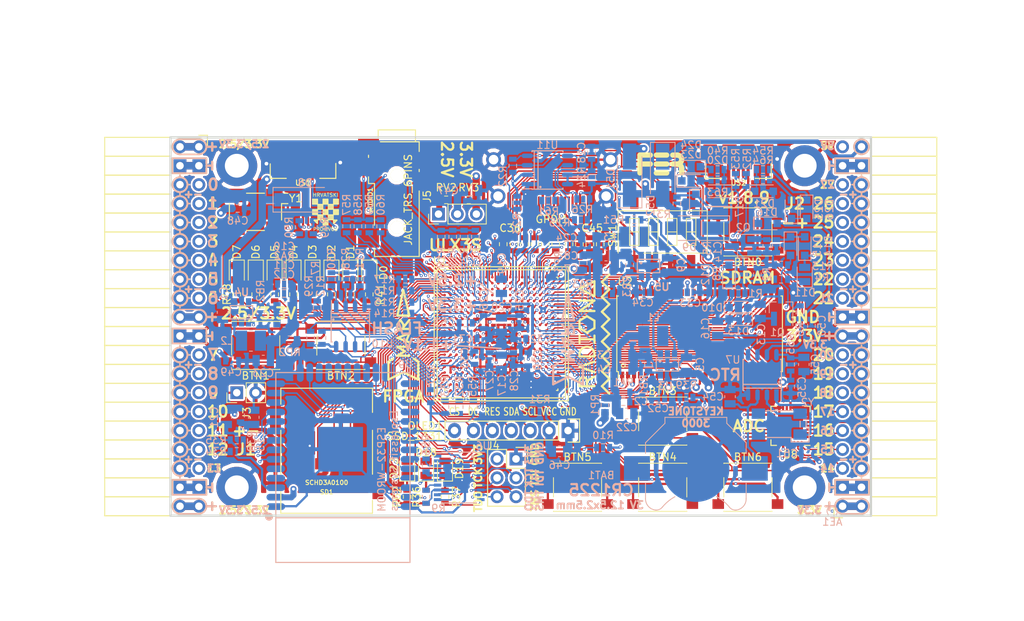
<source format=kicad_pcb>
(kicad_pcb (version 20171130) (host pcbnew 5.0.0-rc2-dev-unknown+dfsg1+20180318-2)
  (layers (0 F.Cu signal) (1 In1.Cu signal) (2 In2.Cu signal) (31 B.Cu signal) (34 B.Paste user) (35 F.Paste user) (36 B.SilkS user) (37 F.SilkS user) (38 B.Mask user) (39 F.Mask user) (44 Edge.Cuts user))
  (net 0 "")
  (net 1 GND)
  (net 2 +5V)
  (net 3 /gpio/IN5V)
  (net 4 /gpio/OUT5V)
  (net 5 +3V3)
  (net 6 BTN_D)
  (net 7 BTN_F1)
  (net 8 BTN_F2)
  (net 9 BTN_L)
  (net 10 BTN_R)
  (net 11 BTN_U)
  (net 12 /power/FB1)
  (net 13 +2V5)
  (net 14 /power/PWREN)
  (net 15 /power/FB3)
  (net 16 /power/FB2)
  (net 17 /power/VBAT)
  (net 18 JTAG_TDI)
  (net 19 JTAG_TCK)
  (net 20 JTAG_TMS)
  (net 21 JTAG_TDO)
  (net 22 /power/WAKEUPn)
  (net 23 /power/WKUP)
  (net 24 /power/SHUT)
  (net 25 /power/WAKE)
  (net 26 /power/HOLD)
  (net 27 /power/WKn)
  (net 28 /power/OSCI_32k)
  (net 29 /power/OSCO_32k)
  (net 30 SHUTDOWN)
  (net 31 /analog/AUDIO_L)
  (net 32 /analog/AUDIO_R)
  (net 33 GPDI_SDA)
  (net 34 GPDI_SCL)
  (net 35 /gpdi/VREF2)
  (net 36 SD_CMD)
  (net 37 SD_CLK)
  (net 38 SD_D0)
  (net 39 SD_D1)
  (net 40 USB5V)
  (net 41 GPDI_CEC)
  (net 42 nRESET)
  (net 43 FTDI_nDTR)
  (net 44 SDRAM_CKE)
  (net 45 SDRAM_A7)
  (net 46 SDRAM_D15)
  (net 47 SDRAM_BA1)
  (net 48 SDRAM_D7)
  (net 49 SDRAM_A6)
  (net 50 SDRAM_CLK)
  (net 51 SDRAM_D13)
  (net 52 SDRAM_BA0)
  (net 53 SDRAM_D6)
  (net 54 SDRAM_A5)
  (net 55 SDRAM_D14)
  (net 56 SDRAM_A11)
  (net 57 SDRAM_D12)
  (net 58 SDRAM_D5)
  (net 59 SDRAM_A4)
  (net 60 SDRAM_A10)
  (net 61 SDRAM_D11)
  (net 62 SDRAM_A3)
  (net 63 SDRAM_D4)
  (net 64 SDRAM_D10)
  (net 65 SDRAM_D9)
  (net 66 SDRAM_A9)
  (net 67 SDRAM_D3)
  (net 68 SDRAM_D8)
  (net 69 SDRAM_A8)
  (net 70 SDRAM_A2)
  (net 71 SDRAM_A1)
  (net 72 SDRAM_A0)
  (net 73 SDRAM_D2)
  (net 74 SDRAM_D1)
  (net 75 SDRAM_D0)
  (net 76 SDRAM_DQM0)
  (net 77 SDRAM_nCS)
  (net 78 SDRAM_nRAS)
  (net 79 SDRAM_DQM1)
  (net 80 SDRAM_nCAS)
  (net 81 SDRAM_nWE)
  (net 82 /flash/FLASH_nWP)
  (net 83 /flash/FLASH_nHOLD)
  (net 84 /flash/FLASH_MOSI)
  (net 85 /flash/FLASH_MISO)
  (net 86 /flash/FLASH_SCK)
  (net 87 /flash/FLASH_nCS)
  (net 88 /flash/FPGA_PROGRAMN)
  (net 89 /flash/FPGA_DONE)
  (net 90 /flash/FPGA_INITN)
  (net 91 OLED_RES)
  (net 92 OLED_DC)
  (net 93 OLED_CS)
  (net 94 WIFI_EN)
  (net 95 FTDI_nRTS)
  (net 96 FTDI_TXD)
  (net 97 FTDI_RXD)
  (net 98 WIFI_RXD)
  (net 99 WIFI_GPIO0)
  (net 100 WIFI_TXD)
  (net 101 USB_FTDI_D+)
  (net 102 USB_FTDI_D-)
  (net 103 SD_D3)
  (net 104 AUDIO_L3)
  (net 105 AUDIO_L2)
  (net 106 AUDIO_L1)
  (net 107 AUDIO_L0)
  (net 108 AUDIO_R3)
  (net 109 AUDIO_R2)
  (net 110 AUDIO_R1)
  (net 111 AUDIO_R0)
  (net 112 OLED_CLK)
  (net 113 OLED_MOSI)
  (net 114 LED0)
  (net 115 LED1)
  (net 116 LED2)
  (net 117 LED3)
  (net 118 LED4)
  (net 119 LED5)
  (net 120 LED6)
  (net 121 LED7)
  (net 122 BTN_PWRn)
  (net 123 FTDI_nTXLED)
  (net 124 FTDI_nSLEEP)
  (net 125 /blinkey/LED_PWREN)
  (net 126 /blinkey/LED_TXLED)
  (net 127 /sdcard/SD3V3)
  (net 128 SD_D2)
  (net 129 CLK_25MHz)
  (net 130 /blinkey/BTNPUL)
  (net 131 /blinkey/BTNPUR)
  (net 132 USB_FPGA_D+)
  (net 133 /power/FTDI_nSUSPEND)
  (net 134 /blinkey/ALED0)
  (net 135 /blinkey/ALED1)
  (net 136 /blinkey/ALED2)
  (net 137 /blinkey/ALED3)
  (net 138 /blinkey/ALED4)
  (net 139 /blinkey/ALED5)
  (net 140 /blinkey/ALED6)
  (net 141 /blinkey/ALED7)
  (net 142 /usb/FTD-)
  (net 143 /usb/FTD+)
  (net 144 ADC_MISO)
  (net 145 ADC_MOSI)
  (net 146 ADC_CSn)
  (net 147 ADC_SCLK)
  (net 148 SW3)
  (net 149 SW2)
  (net 150 SW1)
  (net 151 USB_FPGA_D-)
  (net 152 /usb/FPD+)
  (net 153 /usb/FPD-)
  (net 154 WIFI_GPIO16)
  (net 155 /usb/ANT_433MHz)
  (net 156 /power/PWRBTn)
  (net 157 PROG_DONE)
  (net 158 /power/P3V3)
  (net 159 /power/P2V5)
  (net 160 /power/L1)
  (net 161 /power/L3)
  (net 162 /power/L2)
  (net 163 FTDI_TXDEN)
  (net 164 SDRAM_A12)
  (net 165 /analog/AUDIO_V)
  (net 166 AUDIO_V3)
  (net 167 AUDIO_V2)
  (net 168 AUDIO_V1)
  (net 169 AUDIO_V0)
  (net 170 /blinkey/LED_WIFI)
  (net 171 /power/P1V1)
  (net 172 +1V1)
  (net 173 SW4)
  (net 174 /blinkey/SWPU)
  (net 175 /wifi/WIFIEN)
  (net 176 FT2V5)
  (net 177 GN0)
  (net 178 GP0)
  (net 179 GN1)
  (net 180 GP1)
  (net 181 GN2)
  (net 182 GP2)
  (net 183 GN3)
  (net 184 GP3)
  (net 185 GN4)
  (net 186 GP4)
  (net 187 GN5)
  (net 188 GP5)
  (net 189 GN6)
  (net 190 GP6)
  (net 191 GN14)
  (net 192 GP14)
  (net 193 GN15)
  (net 194 GP15)
  (net 195 GN16)
  (net 196 GP16)
  (net 197 GN17)
  (net 198 GP17)
  (net 199 GN18)
  (net 200 GP18)
  (net 201 GN19)
  (net 202 GP19)
  (net 203 GN20)
  (net 204 GP20)
  (net 205 GN21)
  (net 206 GP21)
  (net 207 GN22)
  (net 208 GP22)
  (net 209 GN23)
  (net 210 GP23)
  (net 211 GN24)
  (net 212 GP24)
  (net 213 GN25)
  (net 214 GP25)
  (net 215 GN26)
  (net 216 GP26)
  (net 217 GN27)
  (net 218 GP27)
  (net 219 GN7)
  (net 220 GP7)
  (net 221 GN8)
  (net 222 GP8)
  (net 223 GN9)
  (net 224 GP9)
  (net 225 GN10)
  (net 226 GP10)
  (net 227 GN11)
  (net 228 GP11)
  (net 229 GN12)
  (net 230 GP12)
  (net 231 GN13)
  (net 232 GP13)
  (net 233 WIFI_GPIO5)
  (net 234 WIFI_GPIO17)
  (net 235 USB_FPGA_PULL_D+)
  (net 236 USB_FPGA_PULL_D-)
  (net 237 "Net-(D23-Pad2)")
  (net 238 "Net-(D24-Pad1)")
  (net 239 "Net-(D25-Pad2)")
  (net 240 "Net-(D26-Pad1)")
  (net 241 /gpdi/GPDI_ETH+)
  (net 242 FPDI_ETH+)
  (net 243 /gpdi/GPDI_ETH-)
  (net 244 FPDI_ETH-)
  (net 245 /gpdi/GPDI_D2-)
  (net 246 FPDI_D2-)
  (net 247 /gpdi/GPDI_D1-)
  (net 248 FPDI_D1-)
  (net 249 /gpdi/GPDI_D0-)
  (net 250 FPDI_D0-)
  (net 251 /gpdi/GPDI_CLK-)
  (net 252 FPDI_CLK-)
  (net 253 /gpdi/GPDI_D2+)
  (net 254 FPDI_D2+)
  (net 255 /gpdi/GPDI_D1+)
  (net 256 FPDI_D1+)
  (net 257 /gpdi/GPDI_D0+)
  (net 258 FPDI_D0+)
  (net 259 /gpdi/GPDI_CLK+)
  (net 260 FPDI_CLK+)
  (net 261 FPDI_SDA)
  (net 262 FPDI_SCL)
  (net 263 /gpdi/FPDI_CEC)
  (net 264 2V5_3V3)
  (net 265 "Net-(AUDIO1-Pad5)")
  (net 266 "Net-(AUDIO1-Pad6)")
  (net 267 "Net-(U1-PadA15)")
  (net 268 "Net-(U1-PadC9)")
  (net 269 "Net-(U1-PadD9)")
  (net 270 "Net-(U1-PadD10)")
  (net 271 "Net-(U1-PadD11)")
  (net 272 "Net-(U1-PadD12)")
  (net 273 "Net-(U1-PadE6)")
  (net 274 "Net-(U1-PadE9)")
  (net 275 "Net-(U1-PadE10)")
  (net 276 "Net-(U1-PadE11)")
  (net 277 "Net-(U1-PadJ4)")
  (net 278 "Net-(U1-PadJ5)")
  (net 279 "Net-(U1-PadK5)")
  (net 280 "Net-(U1-PadL5)")
  (net 281 "Net-(U1-PadM4)")
  (net 282 "Net-(U1-PadM5)")
  (net 283 SD_CD)
  (net 284 SD_WP)
  (net 285 "Net-(U1-PadR3)")
  (net 286 "Net-(U1-PadT16)")
  (net 287 "Net-(U1-PadW4)")
  (net 288 "Net-(U1-PadW5)")
  (net 289 "Net-(U1-PadW8)")
  (net 290 "Net-(U1-PadW9)")
  (net 291 "Net-(U1-PadW13)")
  (net 292 "Net-(U1-PadW14)")
  (net 293 "Net-(U1-PadW17)")
  (net 294 "Net-(U1-PadW18)")
  (net 295 FTDI_nRXLED)
  (net 296 "Net-(U8-Pad12)")
  (net 297 "Net-(U8-Pad25)")
  (net 298 "Net-(U9-Pad32)")
  (net 299 "Net-(U9-Pad22)")
  (net 300 "Net-(U9-Pad21)")
  (net 301 "Net-(U9-Pad20)")
  (net 302 "Net-(U9-Pad19)")
  (net 303 "Net-(U9-Pad18)")
  (net 304 "Net-(U9-Pad17)")
  (net 305 "Net-(U9-Pad12)")
  (net 306 "Net-(U9-Pad5)")
  (net 307 "Net-(U9-Pad4)")
  (net 308 "Net-(US1-Pad4)")
  (net 309 "Net-(US2-Pad4)")
  (net 310 "Net-(Y2-Pad3)")
  (net 311 "Net-(Y2-Pad2)")
  (net 312 "Net-(U1-PadK16)")
  (net 313 "Net-(U1-PadK17)")
  (net 314 /usb/US2VBUS)
  (net 315 /power/SHD)
  (net 316 /power/RTCVDD)
  (module Socket_Strips:Socket_Strip_Angled_2x20 (layer F.Cu) (at 97.91 62.69 270)
    (fp_text reference J1 (at 40.64 -6.35) (layer F.SilkS) (effects (font (size 1.5 1.5) (thickness 0.3))))
    (fp_text value CONN_02X20 hide)
    (pad 1 thru_hole oval (at 0 0 270) (size 1.7272 1.7272) (drill 1.016) (layers *.Cu *.Mask) (net 264 2V5_3V3))
    (pad 2 thru_hole oval (at 0 2.54 270) (size 1.7272 1.7272) (drill 1.016) (layers *.Cu *.Mask) (net 264 2V5_3V3))
    (pad 3 thru_hole rect (at 2.54 0 270) (size 1.7272 1.7272) (drill 1.016) (layers *.Cu *.Mask) (net 1 GND))
    (pad 4 thru_hole rect (at 2.54 2.54 270) (size 1.7272 1.7272) (drill 1.016) (layers *.Cu *.Mask) (net 1 GND))
    (pad 5 thru_hole oval (at 5.08 0 270) (size 1.7272 1.7272) (drill 1.016) (layers *.Cu *.Mask) (net 177 GN0))
    (pad 6 thru_hole oval (at 5.08 2.54 270) (size 1.7272 1.7272) (drill 1.016) (layers *.Cu *.Mask) (net 178 GP0))
    (pad 7 thru_hole oval (at 7.62 0 270) (size 1.7272 1.7272) (drill 1.016) (layers *.Cu *.Mask) (net 179 GN1))
    (pad 8 thru_hole oval (at 7.62 2.54 270) (size 1.7272 1.7272) (drill 1.016) (layers *.Cu *.Mask) (net 180 GP1))
    (pad 9 thru_hole oval (at 10.16 0 270) (size 1.7272 1.7272) (drill 1.016) (layers *.Cu *.Mask) (net 181 GN2))
    (pad 10 thru_hole oval (at 10.16 2.54 270) (size 1.7272 1.7272) (drill 1.016) (layers *.Cu *.Mask) (net 182 GP2))
    (pad 11 thru_hole oval (at 12.7 0 270) (size 1.7272 1.7272) (drill 1.016) (layers *.Cu *.Mask) (net 183 GN3))
    (pad 12 thru_hole oval (at 12.7 2.54 270) (size 1.7272 1.7272) (drill 1.016) (layers *.Cu *.Mask) (net 184 GP3))
    (pad 13 thru_hole oval (at 15.24 0 270) (size 1.7272 1.7272) (drill 1.016) (layers *.Cu *.Mask) (net 185 GN4))
    (pad 14 thru_hole oval (at 15.24 2.54 270) (size 1.7272 1.7272) (drill 1.016) (layers *.Cu *.Mask) (net 186 GP4))
    (pad 15 thru_hole oval (at 17.78 0 270) (size 1.7272 1.7272) (drill 1.016) (layers *.Cu *.Mask) (net 187 GN5))
    (pad 16 thru_hole oval (at 17.78 2.54 270) (size 1.7272 1.7272) (drill 1.016) (layers *.Cu *.Mask) (net 188 GP5))
    (pad 17 thru_hole oval (at 20.32 0 270) (size 1.7272 1.7272) (drill 1.016) (layers *.Cu *.Mask) (net 189 GN6))
    (pad 18 thru_hole oval (at 20.32 2.54 270) (size 1.7272 1.7272) (drill 1.016) (layers *.Cu *.Mask) (net 190 GP6))
    (pad 19 thru_hole oval (at 22.86 0 270) (size 1.7272 1.7272) (drill 1.016) (layers *.Cu *.Mask) (net 264 2V5_3V3))
    (pad 20 thru_hole oval (at 22.86 2.54 270) (size 1.7272 1.7272) (drill 1.016) (layers *.Cu *.Mask) (net 264 2V5_3V3))
    (pad 21 thru_hole rect (at 25.4 0 270) (size 1.7272 1.7272) (drill 1.016) (layers *.Cu *.Mask) (net 1 GND))
    (pad 22 thru_hole rect (at 25.4 2.54 270) (size 1.7272 1.7272) (drill 1.016) (layers *.Cu *.Mask) (net 1 GND))
    (pad 23 thru_hole oval (at 27.94 0 270) (size 1.7272 1.7272) (drill 1.016) (layers *.Cu *.Mask) (net 219 GN7))
    (pad 24 thru_hole oval (at 27.94 2.54 270) (size 1.7272 1.7272) (drill 1.016) (layers *.Cu *.Mask) (net 220 GP7))
    (pad 25 thru_hole oval (at 30.48 0 270) (size 1.7272 1.7272) (drill 1.016) (layers *.Cu *.Mask) (net 221 GN8))
    (pad 26 thru_hole oval (at 30.48 2.54 270) (size 1.7272 1.7272) (drill 1.016) (layers *.Cu *.Mask) (net 222 GP8))
    (pad 27 thru_hole oval (at 33.02 0 270) (size 1.7272 1.7272) (drill 1.016) (layers *.Cu *.Mask) (net 223 GN9))
    (pad 28 thru_hole oval (at 33.02 2.54 270) (size 1.7272 1.7272) (drill 1.016) (layers *.Cu *.Mask) (net 224 GP9))
    (pad 29 thru_hole oval (at 35.56 0 270) (size 1.7272 1.7272) (drill 1.016) (layers *.Cu *.Mask) (net 225 GN10))
    (pad 30 thru_hole oval (at 35.56 2.54 270) (size 1.7272 1.7272) (drill 1.016) (layers *.Cu *.Mask) (net 226 GP10))
    (pad 31 thru_hole oval (at 38.1 0 270) (size 1.7272 1.7272) (drill 1.016) (layers *.Cu *.Mask) (net 227 GN11))
    (pad 32 thru_hole oval (at 38.1 2.54 270) (size 1.7272 1.7272) (drill 1.016) (layers *.Cu *.Mask) (net 228 GP11))
    (pad 33 thru_hole oval (at 40.64 0 270) (size 1.7272 1.7272) (drill 1.016) (layers *.Cu *.Mask) (net 229 GN12))
    (pad 34 thru_hole oval (at 40.64 2.54 270) (size 1.7272 1.7272) (drill 1.016) (layers *.Cu *.Mask) (net 230 GP12))
    (pad 35 thru_hole oval (at 43.18 0 270) (size 1.7272 1.7272) (drill 1.016) (layers *.Cu *.Mask) (net 231 GN13))
    (pad 36 thru_hole oval (at 43.18 2.54 270) (size 1.7272 1.7272) (drill 1.016) (layers *.Cu *.Mask) (net 232 GP13))
    (pad 37 thru_hole rect (at 45.72 0 270) (size 1.7272 1.7272) (drill 1.016) (layers *.Cu *.Mask) (net 1 GND))
    (pad 38 thru_hole rect (at 45.72 2.54 270) (size 1.7272 1.7272) (drill 1.016) (layers *.Cu *.Mask) (net 1 GND))
    (pad 39 thru_hole oval (at 48.26 0 270) (size 1.7272 1.7272) (drill 1.016) (layers *.Cu *.Mask) (net 264 2V5_3V3))
    (pad 40 thru_hole oval (at 48.26 2.54 270) (size 1.7272 1.7272) (drill 1.016) (layers *.Cu *.Mask) (net 264 2V5_3V3))
  )
  (module TSOT-25:TSOT-25 (layer B.Cu) (at 160.775 91.9)
    (fp_text reference U3 (at -0.295 2.9) (layer B.SilkS) (effects (font (thickness 0.2)) (justify mirror)))
    (fp_text value TLV62569DBV)
    (pad 1 smd rect (at -0.95 -1.3) (size 0.7 1.2) (layers B.Cu B.Paste B.Mask) (net 14 /power/PWREN))
    (pad 2 smd rect (at 0 -1.3) (size 0.7 1.2) (layers B.Cu B.Paste B.Mask) (net 1 GND))
    (pad 3 smd rect (at 0.95 -1.3) (size 0.7 1.2) (layers B.Cu B.Paste B.Mask) (net 160 /power/L1))
    (pad 4 smd rect (at 0.95 1.3) (size 0.7 1.2) (layers B.Cu B.Paste B.Mask) (net 2 +5V))
    (pad 5 smd rect (at -0.95 1.3) (size 0.7 1.2) (layers B.Cu B.Paste B.Mask) (net 12 /power/FB1))
  )
  (module TSOT-25:TSOT-25 (layer B.Cu) (at 103.625 84.915 180)
    (fp_text reference U4 (at 0 2.697 180) (layer B.SilkS) (effects (font (thickness 0.2)) (justify mirror)))
    (fp_text value TLV62569DBV)
    (pad 1 smd rect (at -0.95 -1.3 180) (size 0.7 1.2) (layers B.Cu B.Paste B.Mask) (net 14 /power/PWREN))
    (pad 2 smd rect (at 0 -1.3 180) (size 0.7 1.2) (layers B.Cu B.Paste B.Mask) (net 1 GND))
    (pad 3 smd rect (at 0.95 -1.3 180) (size 0.7 1.2) (layers B.Cu B.Paste B.Mask) (net 162 /power/L2))
    (pad 4 smd rect (at 0.95 1.3 180) (size 0.7 1.2) (layers B.Cu B.Paste B.Mask) (net 2 +5V))
    (pad 5 smd rect (at -0.95 1.3 180) (size 0.7 1.2) (layers B.Cu B.Paste B.Mask) (net 16 /power/FB2))
  )
  (module TSOT-25:TSOT-25 (layer B.Cu) (at 158.235 78.692)
    (fp_text reference U5 (at 1.793 2.812) (layer B.SilkS) (effects (font (thickness 0.2)) (justify mirror)))
    (fp_text value TLV62569DBV)
    (pad 1 smd rect (at -0.95 -1.3) (size 0.7 1.2) (layers B.Cu B.Paste B.Mask) (net 14 /power/PWREN))
    (pad 2 smd rect (at 0 -1.3) (size 0.7 1.2) (layers B.Cu B.Paste B.Mask) (net 1 GND))
    (pad 3 smd rect (at 0.95 -1.3) (size 0.7 1.2) (layers B.Cu B.Paste B.Mask) (net 161 /power/L3))
    (pad 4 smd rect (at 0.95 1.3) (size 0.7 1.2) (layers B.Cu B.Paste B.Mask) (net 2 +5V))
    (pad 5 smd rect (at -0.95 1.3) (size 0.7 1.2) (layers B.Cu B.Paste B.Mask) (net 15 /power/FB3))
  )
  (module Socket_Strips:Socket_Strip_Angled_2x20 (layer F.Cu) (at 184.27 110.95 90)
    (fp_text reference J2 (at 40.64 -6.35 180) (layer F.SilkS) (effects (font (size 1.5 1.5) (thickness 0.3))))
    (fp_text value CONN_02X20 hide)
    (pad 1 thru_hole oval (at 0 0 90) (size 1.7272 1.7272) (drill 1.016) (layers *.Cu *.Mask) (net 5 +3V3))
    (pad 2 thru_hole oval (at 0 2.54 90) (size 1.7272 1.7272) (drill 1.016) (layers *.Cu *.Mask) (net 5 +3V3))
    (pad 3 thru_hole rect (at 2.54 0 90) (size 1.7272 1.7272) (drill 1.016) (layers *.Cu *.Mask) (net 1 GND))
    (pad 4 thru_hole rect (at 2.54 2.54 90) (size 1.7272 1.7272) (drill 1.016) (layers *.Cu *.Mask) (net 1 GND))
    (pad 5 thru_hole oval (at 5.08 0 90) (size 1.7272 1.7272) (drill 1.016) (layers *.Cu *.Mask) (net 191 GN14))
    (pad 6 thru_hole oval (at 5.08 2.54 90) (size 1.7272 1.7272) (drill 1.016) (layers *.Cu *.Mask) (net 192 GP14))
    (pad 7 thru_hole oval (at 7.62 0 90) (size 1.7272 1.7272) (drill 1.016) (layers *.Cu *.Mask) (net 193 GN15))
    (pad 8 thru_hole oval (at 7.62 2.54 90) (size 1.7272 1.7272) (drill 1.016) (layers *.Cu *.Mask) (net 194 GP15))
    (pad 9 thru_hole oval (at 10.16 0 90) (size 1.7272 1.7272) (drill 1.016) (layers *.Cu *.Mask) (net 195 GN16))
    (pad 10 thru_hole oval (at 10.16 2.54 90) (size 1.7272 1.7272) (drill 1.016) (layers *.Cu *.Mask) (net 196 GP16))
    (pad 11 thru_hole oval (at 12.7 0 90) (size 1.7272 1.7272) (drill 1.016) (layers *.Cu *.Mask) (net 197 GN17))
    (pad 12 thru_hole oval (at 12.7 2.54 90) (size 1.7272 1.7272) (drill 1.016) (layers *.Cu *.Mask) (net 198 GP17))
    (pad 13 thru_hole oval (at 15.24 0 90) (size 1.7272 1.7272) (drill 1.016) (layers *.Cu *.Mask) (net 199 GN18))
    (pad 14 thru_hole oval (at 15.24 2.54 90) (size 1.7272 1.7272) (drill 1.016) (layers *.Cu *.Mask) (net 200 GP18))
    (pad 15 thru_hole oval (at 17.78 0 90) (size 1.7272 1.7272) (drill 1.016) (layers *.Cu *.Mask) (net 201 GN19))
    (pad 16 thru_hole oval (at 17.78 2.54 90) (size 1.7272 1.7272) (drill 1.016) (layers *.Cu *.Mask) (net 202 GP19))
    (pad 17 thru_hole oval (at 20.32 0 90) (size 1.7272 1.7272) (drill 1.016) (layers *.Cu *.Mask) (net 203 GN20))
    (pad 18 thru_hole oval (at 20.32 2.54 90) (size 1.7272 1.7272) (drill 1.016) (layers *.Cu *.Mask) (net 204 GP20))
    (pad 19 thru_hole oval (at 22.86 0 90) (size 1.7272 1.7272) (drill 1.016) (layers *.Cu *.Mask) (net 5 +3V3))
    (pad 20 thru_hole oval (at 22.86 2.54 90) (size 1.7272 1.7272) (drill 1.016) (layers *.Cu *.Mask) (net 5 +3V3))
    (pad 21 thru_hole rect (at 25.4 0 90) (size 1.7272 1.7272) (drill 1.016) (layers *.Cu *.Mask) (net 1 GND))
    (pad 22 thru_hole rect (at 25.4 2.54 90) (size 1.7272 1.7272) (drill 1.016) (layers *.Cu *.Mask) (net 1 GND))
    (pad 23 thru_hole oval (at 27.94 0 90) (size 1.7272 1.7272) (drill 1.016) (layers *.Cu *.Mask) (net 205 GN21))
    (pad 24 thru_hole oval (at 27.94 2.54 90) (size 1.7272 1.7272) (drill 1.016) (layers *.Cu *.Mask) (net 206 GP21))
    (pad 25 thru_hole oval (at 30.48 0 90) (size 1.7272 1.7272) (drill 1.016) (layers *.Cu *.Mask) (net 207 GN22))
    (pad 26 thru_hole oval (at 30.48 2.54 90) (size 1.7272 1.7272) (drill 1.016) (layers *.Cu *.Mask) (net 208 GP22))
    (pad 27 thru_hole oval (at 33.02 0 90) (size 1.7272 1.7272) (drill 1.016) (layers *.Cu *.Mask) (net 209 GN23))
    (pad 28 thru_hole oval (at 33.02 2.54 90) (size 1.7272 1.7272) (drill 1.016) (layers *.Cu *.Mask) (net 210 GP23))
    (pad 29 thru_hole oval (at 35.56 0 90) (size 1.7272 1.7272) (drill 1.016) (layers *.Cu *.Mask) (net 211 GN24))
    (pad 30 thru_hole oval (at 35.56 2.54 90) (size 1.7272 1.7272) (drill 1.016) (layers *.Cu *.Mask) (net 212 GP24))
    (pad 31 thru_hole oval (at 38.1 0 90) (size 1.7272 1.7272) (drill 1.016) (layers *.Cu *.Mask) (net 213 GN25))
    (pad 32 thru_hole oval (at 38.1 2.54 90) (size 1.7272 1.7272) (drill 1.016) (layers *.Cu *.Mask) (net 214 GP25))
    (pad 33 thru_hole oval (at 40.64 0 90) (size 1.7272 1.7272) (drill 1.016) (layers *.Cu *.Mask) (net 215 GN26))
    (pad 34 thru_hole oval (at 40.64 2.54 90) (size 1.7272 1.7272) (drill 1.016) (layers *.Cu *.Mask) (net 216 GP26))
    (pad 35 thru_hole oval (at 43.18 0 90) (size 1.7272 1.7272) (drill 1.016) (layers *.Cu *.Mask) (net 217 GN27))
    (pad 36 thru_hole oval (at 43.18 2.54 90) (size 1.7272 1.7272) (drill 1.016) (layers *.Cu *.Mask) (net 218 GP27))
    (pad 37 thru_hole rect (at 45.72 0 90) (size 1.7272 1.7272) (drill 1.016) (layers *.Cu *.Mask) (net 1 GND))
    (pad 38 thru_hole rect (at 45.72 2.54 90) (size 1.7272 1.7272) (drill 1.016) (layers *.Cu *.Mask) (net 1 GND))
    (pad 39 thru_hole oval (at 48.26 0 90) (size 1.7272 1.7272) (drill 1.016) (layers *.Cu *.Mask) (net 3 /gpio/IN5V))
    (pad 40 thru_hole oval (at 48.26 2.54 90) (size 1.7272 1.7272) (drill 1.016) (layers *.Cu *.Mask) (net 4 /gpio/OUT5V))
  )
  (module Mounting_Holes:MountingHole_3.2mm_M3_ISO14580_Pad (layer F.Cu) (at 102.99 108.41)
    (fp_text reference H1 hide)
    (fp_text value HOLE hide)
    (pad 1 thru_hole circle (at 0 0) (size 5.5 5.5) (drill 3.2) (layers *.Cu *.Mask) (net 1 GND))
  )
  (module Mounting_Holes:MountingHole_3.2mm_M3_ISO14580_Pad (layer F.Cu) (at 179.19 108.41)
    (fp_text reference H2 hide)
    (fp_text value HOLE hide)
    (pad 1 thru_hole circle (at 0 0) (size 5.5 5.5) (drill 3.2) (layers *.Cu *.Mask) (net 1 GND))
  )
  (module Mounting_Holes:MountingHole_3.2mm_M3_ISO14580_Pad (layer F.Cu) (at 179.19 65.23)
    (fp_text reference H3 hide)
    (fp_text value HOLE hide)
    (pad 1 thru_hole circle (at 0 0) (size 5.5 5.5) (drill 3.2) (layers *.Cu *.Mask) (net 1 GND))
  )
  (module Mounting_Holes:MountingHole_3.2mm_M3_ISO14580_Pad (layer F.Cu) (at 102.99 65.23)
    (fp_text reference H4 hide)
    (fp_text value HOLE hide)
    (pad 1 thru_hole circle (at 0 0) (size 5.5 5.5) (drill 3.2) (layers *.Cu *.Mask) (net 1 GND))
  )
  (module Housings_SSOP:SSOP-20_4.4x6.5mm_Pitch0.65mm (layer B.Cu) (at 132.835 107.14 180)
    (fp_text reference U6 (at -3.175 4.318 180) (layer B.SilkS) (effects (justify mirror)))
    (fp_text value FT231XS)
    (pad 1 smd rect (at -2.9 2.925 180) (size 1 0.4) (layers B.Cu B.Paste B.Mask) (net 43 FTDI_nDTR))
    (pad 2 smd rect (at -2.9 2.275 180) (size 1 0.4) (layers B.Cu B.Paste B.Mask) (net 95 FTDI_nRTS))
    (pad 3 smd rect (at -2.9 1.625 180) (size 1 0.4) (layers B.Cu B.Paste B.Mask) (net 176 FT2V5))
    (pad 4 smd rect (at -2.9 0.975 180) (size 1 0.4) (layers B.Cu B.Paste B.Mask) (net 97 FTDI_RXD))
    (pad 5 smd rect (at -2.9 0.325 180) (size 1 0.4) (layers B.Cu B.Paste B.Mask) (net 18 JTAG_TDI))
    (pad 6 smd rect (at -2.9 -0.325 180) (size 1 0.4) (layers B.Cu B.Paste B.Mask) (net 1 GND))
    (pad 7 smd rect (at -2.9 -0.975 180) (size 1 0.4) (layers B.Cu B.Paste B.Mask) (net 19 JTAG_TCK))
    (pad 8 smd rect (at -2.9 -1.625 180) (size 1 0.4) (layers B.Cu B.Paste B.Mask) (net 20 JTAG_TMS))
    (pad 9 smd rect (at -2.9 -2.275 180) (size 1 0.4) (layers B.Cu B.Paste B.Mask) (net 21 JTAG_TDO))
    (pad 10 smd rect (at -2.9 -2.925 180) (size 1 0.4) (layers B.Cu B.Paste B.Mask) (net 123 FTDI_nTXLED))
    (pad 11 smd rect (at 2.9 -2.925 180) (size 1 0.4) (layers B.Cu B.Paste B.Mask) (net 101 USB_FTDI_D+))
    (pad 12 smd rect (at 2.9 -2.275 180) (size 1 0.4) (layers B.Cu B.Paste B.Mask) (net 102 USB_FTDI_D-))
    (pad 13 smd rect (at 2.9 -1.625 180) (size 1 0.4) (layers B.Cu B.Paste B.Mask) (net 176 FT2V5))
    (pad 14 smd rect (at 2.9 -0.975 180) (size 1 0.4) (layers B.Cu B.Paste B.Mask) (net 42 nRESET))
    (pad 15 smd rect (at 2.9 -0.325 180) (size 1 0.4) (layers B.Cu B.Paste B.Mask) (net 40 USB5V))
    (pad 16 smd rect (at 2.9 0.325 180) (size 1 0.4) (layers B.Cu B.Paste B.Mask) (net 1 GND))
    (pad 17 smd rect (at 2.9 0.975 180) (size 1 0.4) (layers B.Cu B.Paste B.Mask) (net 295 FTDI_nRXLED))
    (pad 18 smd rect (at 2.9 1.625 180) (size 1 0.4) (layers B.Cu B.Paste B.Mask) (net 163 FTDI_TXDEN))
    (pad 19 smd rect (at 2.9 2.275 180) (size 1 0.4) (layers B.Cu B.Paste B.Mask) (net 124 FTDI_nSLEEP))
    (pad 20 smd rect (at 2.9 2.925 180) (size 1 0.4) (layers B.Cu B.Paste B.Mask) (net 96 FTDI_TXD))
  )
  (module usb_otg:USB-MICRO-B-FCI-10118192-0001LF (layer F.Cu) (at 111.88 63.325 180)
    (fp_text reference US1 (at 0 -4.2 180) (layer F.SilkS) (effects (font (size 0.7 0.7))))
    (fp_text value MICRO_USB hide)
    (pad 6 smd rect (at -3.1 -2.55 180) (size 2.1 1.6) (layers F.Cu F.Paste F.Mask) (net 1 GND))
    (pad 6 smd rect (at 3.1 -2.55 180) (size 2.1 1.6) (layers F.Cu F.Paste F.Mask) (net 1 GND))
    (pad 6 smd rect (at -1.2 0 180) (size 1.9 1.9) (layers F.Cu F.Paste F.Mask) (net 1 GND))
    (pad 6 smd rect (at 1.2 0 180) (size 1.9 1.9) (layers F.Cu F.Paste F.Mask) (net 1 GND))
    (pad 1 smd rect (at -1.3 -2.675 180) (size 0.4 1.35) (layers F.Cu F.Paste F.Mask) (net 40 USB5V))
    (pad 2 smd rect (at -0.65 -2.675 180) (size 0.4 1.35) (layers F.Cu F.Paste F.Mask) (net 142 /usb/FTD-))
    (pad 3 smd rect (at 0 -2.675 180) (size 0.4 1.35) (layers F.Cu F.Paste F.Mask) (net 143 /usb/FTD+))
    (pad 4 smd rect (at 0.65 -2.675 180) (size 0.4 1.35) (layers F.Cu F.Paste F.Mask) (net 308 "Net-(US1-Pad4)"))
    (pad 5 smd rect (at 1.3 -2.675 180) (size 0.4 1.35) (layers F.Cu F.Paste F.Mask) (net 1 GND))
    (pad 6 smd rect (at -3.8 0 180) (size 1.8 1.9) (layers F.Cu F.Paste F.Mask) (net 1 GND))
    (pad 6 smd rect (at 3.8 0 180) (size 1.8 1.9) (layers F.Cu F.Paste F.Mask) (net 1 GND))
  )
  (module usb_otg:USB-MICRO-B-FCI-10118192-0001LF (layer F.Cu) (at 170.3 63.325 180)
    (fp_text reference US2 (at 0 -4.2 180) (layer F.SilkS) (effects (font (size 0.7 0.7))))
    (fp_text value MICRO_USB hide)
    (pad 6 smd rect (at -3.1 -2.55 180) (size 2.1 1.6) (layers F.Cu F.Paste F.Mask) (net 1 GND))
    (pad 6 smd rect (at 3.1 -2.55 180) (size 2.1 1.6) (layers F.Cu F.Paste F.Mask) (net 1 GND))
    (pad 6 smd rect (at -1.2 0 180) (size 1.9 1.9) (layers F.Cu F.Paste F.Mask) (net 1 GND))
    (pad 6 smd rect (at 1.2 0 180) (size 1.9 1.9) (layers F.Cu F.Paste F.Mask) (net 1 GND))
    (pad 1 smd rect (at -1.3 -2.675 180) (size 0.4 1.35) (layers F.Cu F.Paste F.Mask) (net 314 /usb/US2VBUS))
    (pad 2 smd rect (at -0.65 -2.675 180) (size 0.4 1.35) (layers F.Cu F.Paste F.Mask) (net 153 /usb/FPD-))
    (pad 3 smd rect (at 0 -2.675 180) (size 0.4 1.35) (layers F.Cu F.Paste F.Mask) (net 152 /usb/FPD+))
    (pad 4 smd rect (at 0.65 -2.675 180) (size 0.4 1.35) (layers F.Cu F.Paste F.Mask) (net 309 "Net-(US2-Pad4)"))
    (pad 5 smd rect (at 1.3 -2.675 180) (size 0.4 1.35) (layers F.Cu F.Paste F.Mask) (net 1 GND))
    (pad 6 smd rect (at -3.8 0 180) (size 1.8 1.9) (layers F.Cu F.Paste F.Mask) (net 1 GND))
    (pad 6 smd rect (at 3.8 0 180) (size 1.8 1.9) (layers F.Cu F.Paste F.Mask) (net 1 GND))
  )
  (module Socket_Strips:Socket_Strip_Straight_2x03 (layer F.Cu) (at 140.455 104.6 270)
    (fp_text reference J4 (at -1.778 3.048) (layer F.SilkS))
    (fp_text value CONN_02X03 hide)
    (pad 1 thru_hole rect (at 0 0 270) (size 1.7272 1.7272) (drill 1.016) (layers *.Cu *.Mask) (net 1 GND))
    (pad 2 thru_hole oval (at 0 2.54 270) (size 1.7272 1.7272) (drill 1.016) (layers *.Cu *.Mask) (net 5 +3V3))
    (pad 3 thru_hole oval (at 2.54 0 270) (size 1.7272 1.7272) (drill 1.016) (layers *.Cu *.Mask) (net 18 JTAG_TDI))
    (pad 4 thru_hole oval (at 2.54 2.54 270) (size 1.7272 1.7272) (drill 1.016) (layers *.Cu *.Mask) (net 19 JTAG_TCK))
    (pad 5 thru_hole oval (at 5.08 0 270) (size 1.7272 1.7272) (drill 1.016) (layers *.Cu *.Mask) (net 20 JTAG_TMS))
    (pad 6 thru_hole oval (at 5.08 2.54 270) (size 1.7272 1.7272) (drill 1.016) (layers *.Cu *.Mask) (net 21 JTAG_TDO))
  )
  (module Housings_DFN_QFN:QFN-28-1EP_5x5mm_Pitch0.5mm (layer F.Cu) (at 177.285 100.155 180)
    (fp_text reference U8 (at 0 -3.875 180) (layer F.SilkS))
    (fp_text value MAX11125)
    (pad 1 smd oval (at -2.45 -1.5 180) (size 0.85 0.3) (layers F.Cu F.Paste F.Mask) (net 194 GP15))
    (pad 2 smd oval (at -2.45 -1 180) (size 0.85 0.3) (layers F.Cu F.Paste F.Mask) (net 195 GN16))
    (pad 3 smd oval (at -2.45 -0.5 180) (size 0.85 0.3) (layers F.Cu F.Paste F.Mask) (net 196 GP16))
    (pad 4 smd oval (at -2.45 0 180) (size 0.85 0.3) (layers F.Cu F.Paste F.Mask) (net 197 GN17))
    (pad 5 smd oval (at -2.45 0.5 180) (size 0.85 0.3) (layers F.Cu F.Paste F.Mask) (net 198 GP17))
    (pad 6 smd oval (at -2.45 1 180) (size 0.85 0.3) (layers F.Cu F.Paste F.Mask) (net 1 GND))
    (pad 7 smd oval (at -2.45 1.5 180) (size 0.85 0.3) (layers F.Cu F.Paste F.Mask) (net 1 GND))
    (pad 8 smd oval (at -1.5 2.45 270) (size 0.85 0.3) (layers F.Cu F.Paste F.Mask) (net 1 GND))
    (pad 9 smd oval (at -1 2.45 270) (size 0.85 0.3) (layers F.Cu F.Paste F.Mask) (net 1 GND))
    (pad 10 smd oval (at -0.5 2.45 270) (size 0.85 0.3) (layers F.Cu F.Paste F.Mask) (net 1 GND))
    (pad 11 smd oval (at 0 2.45 270) (size 0.85 0.3) (layers F.Cu F.Paste F.Mask) (net 1 GND))
    (pad 12 smd oval (at 0.5 2.45 270) (size 0.85 0.3) (layers F.Cu F.Paste F.Mask) (net 296 "Net-(U8-Pad12)"))
    (pad 13 smd oval (at 1 2.45 270) (size 0.85 0.3) (layers F.Cu F.Paste F.Mask) (net 1 GND))
    (pad 14 smd oval (at 1.5 2.45 270) (size 0.85 0.3) (layers F.Cu F.Paste F.Mask) (net 1 GND))
    (pad 15 smd oval (at 2.45 1.5 180) (size 0.85 0.3) (layers F.Cu F.Paste F.Mask) (net 5 +3V3))
    (pad 16 smd oval (at 2.45 1 180) (size 0.85 0.3) (layers F.Cu F.Paste F.Mask) (net 1 GND))
    (pad 17 smd oval (at 2.45 0.5 180) (size 0.85 0.3) (layers F.Cu F.Paste F.Mask) (net 5 +3V3))
    (pad 18 smd oval (at 2.45 0 180) (size 0.85 0.3) (layers F.Cu F.Paste F.Mask) (net 5 +3V3))
    (pad 19 smd oval (at 2.45 -0.5 180) (size 0.85 0.3) (layers F.Cu F.Paste F.Mask) (net 147 ADC_SCLK))
    (pad 20 smd oval (at 2.45 -1 180) (size 0.85 0.3) (layers F.Cu F.Paste F.Mask) (net 146 ADC_CSn))
    (pad 21 smd oval (at 2.45 -1.5 180) (size 0.85 0.3) (layers F.Cu F.Paste F.Mask) (net 145 ADC_MOSI))
    (pad 22 smd oval (at 1.5 -2.45 270) (size 0.85 0.3) (layers F.Cu F.Paste F.Mask) (net 1 GND))
    (pad 23 smd oval (at 1 -2.45 270) (size 0.85 0.3) (layers F.Cu F.Paste F.Mask) (net 5 +3V3))
    (pad 24 smd oval (at 0.5 -2.45 270) (size 0.85 0.3) (layers F.Cu F.Paste F.Mask) (net 144 ADC_MISO))
    (pad 25 smd oval (at 0 -2.45 270) (size 0.85 0.3) (layers F.Cu F.Paste F.Mask) (net 297 "Net-(U8-Pad25)"))
    (pad 26 smd oval (at -0.5 -2.45 270) (size 0.85 0.3) (layers F.Cu F.Paste F.Mask) (net 191 GN14))
    (pad 27 smd oval (at -1 -2.45 270) (size 0.85 0.3) (layers F.Cu F.Paste F.Mask) (net 192 GP14))
    (pad 28 smd oval (at -1.5 -2.45 270) (size 0.85 0.3) (layers F.Cu F.Paste F.Mask) (net 193 GN15))
    (pad 29 smd rect (at 0.8375 0.8375 180) (size 1.675 1.675) (layers F.Cu F.Paste F.Mask) (net 1 GND))
    (pad 29 smd rect (at 0.8375 -0.8375 180) (size 1.675 1.675) (layers F.Cu F.Paste F.Mask) (net 1 GND))
    (pad 29 smd rect (at -0.8375 0.8375 180) (size 1.675 1.675) (layers F.Cu F.Paste F.Mask) (net 1 GND))
    (pad 29 smd rect (at -0.8375 -0.8375 180) (size 1.675 1.675) (layers F.Cu F.Paste F.Mask) (net 1 GND))
  )
  (module oled:oled_13xx (layer F.Cu) (at 139.82 100.79 180)
    (fp_text reference OLED1 (at 11.557 0.635 180) (layer F.SilkS))
    (fp_text value SSD_1331 (at 12.954 -0.762 180) (layer F.SilkS))
    (fp_text user CS (at 7.62 2.54 180) (layer F.SilkS) (effects (font (size 1 0.75))))
    (fp_text user DC (at 5.08 2.54 180) (layer F.SilkS) (effects (font (size 1 0.75))))
    (fp_text user RES (at 2.54 2.54 180) (layer F.SilkS) (effects (font (size 1 0.75))))
    (fp_text user SDA (at 0 2.54 180) (layer F.SilkS) (effects (font (size 1 0.75))))
    (fp_text user SCL (at -2.54 2.54 180) (layer F.SilkS) (effects (font (size 1 0.75))))
    (fp_text user VCC (at -5.08 2.54 180) (layer F.SilkS) (effects (font (size 1 0.75))))
    (fp_text user GND (at -7.62 2.54 180) (layer F.SilkS) (effects (font (size 1 0.75))))
    (pad 1 thru_hole rect (at -7.62 0 180) (size 1.7272 2.032) (drill 1.016) (layers *.Cu *.Mask) (net 1 GND))
    (pad 2 thru_hole oval (at -5.08 0 180) (size 1.7272 2.032) (drill 1.016) (layers *.Cu *.Mask) (net 5 +3V3))
    (pad 3 thru_hole oval (at -2.54 0 180) (size 1.7272 2.032) (drill 1.016) (layers *.Cu *.Mask) (net 112 OLED_CLK))
    (pad 4 thru_hole oval (at 0 0 180) (size 1.7272 2.032) (drill 1.016) (layers *.Cu *.Mask) (net 113 OLED_MOSI))
    (pad 5 thru_hole oval (at 2.54 0 180) (size 1.7272 2.032) (drill 1.016) (layers *.Cu *.Mask) (net 91 OLED_RES))
    (pad 6 thru_hole oval (at 5.08 0 180) (size 1.7272 2.032) (drill 1.016) (layers *.Cu *.Mask) (net 92 OLED_DC))
    (pad 7 thru_hole oval (at 7.62 0 180) (size 1.7272 2.032) (drill 1.016) (layers *.Cu *.Mask) (net 93 OLED_CS))
  )
  (module Buttons_Switches_SMD:SW_SPST_PTS645 (layer F.Cu) (at 171.57 74.12 180)
    (fp_text reference BTN0 (at 0 -4.05 180) (layer F.SilkS))
    (fp_text value PTS645)
    (pad 2 smd rect (at -3.98 2.25 180) (size 1.55 1.3) (layers F.Cu F.Paste F.Mask) (net 1 GND))
    (pad 1 smd rect (at -3.98 -2.25 180) (size 1.55 1.3) (layers F.Cu F.Paste F.Mask) (net 156 /power/PWRBTn))
    (pad 1 smd rect (at 3.98 -2.25 180) (size 1.55 1.3) (layers F.Cu F.Paste F.Mask) (net 156 /power/PWRBTn))
    (pad 2 smd rect (at 3.98 2.25 180) (size 1.55 1.3) (layers F.Cu F.Paste F.Mask) (net 1 GND))
  )
  (module Buttons_Switches_SMD:SW_SPST_PTS645 (layer F.Cu) (at 105.53 89.36)
    (fp_text reference BTN1 (at 0 4.064) (layer F.SilkS))
    (fp_text value PTS645)
    (pad 2 smd rect (at -3.98 2.25) (size 1.55 1.3) (layers F.Cu F.Paste F.Mask) (net 7 BTN_F1))
    (pad 1 smd rect (at -3.98 -2.25) (size 1.55 1.3) (layers F.Cu F.Paste F.Mask) (net 130 /blinkey/BTNPUL))
    (pad 1 smd rect (at 3.98 -2.25) (size 1.55 1.3) (layers F.Cu F.Paste F.Mask) (net 130 /blinkey/BTNPUL))
    (pad 2 smd rect (at 3.98 2.25) (size 1.55 1.3) (layers F.Cu F.Paste F.Mask) (net 7 BTN_F1))
  )
  (module Buttons_Switches_SMD:SW_SPST_PTS645 (layer F.Cu) (at 116.96 89.36)
    (fp_text reference BTN2 (at 0 4.064) (layer F.SilkS))
    (fp_text value PTS645)
    (pad 2 smd rect (at -3.98 2.25) (size 1.55 1.3) (layers F.Cu F.Paste F.Mask) (net 8 BTN_F2))
    (pad 1 smd rect (at -3.98 -2.25) (size 1.55 1.3) (layers F.Cu F.Paste F.Mask) (net 130 /blinkey/BTNPUL))
    (pad 1 smd rect (at 3.98 -2.25) (size 1.55 1.3) (layers F.Cu F.Paste F.Mask) (net 130 /blinkey/BTNPUL))
    (pad 2 smd rect (at 3.98 2.25) (size 1.55 1.3) (layers F.Cu F.Paste F.Mask) (net 8 BTN_F2))
  )
  (module Buttons_Switches_SMD:SW_SPST_PTS645 (layer F.Cu) (at 160.14 99.52)
    (fp_text reference BTN3 (at 0 -4.05) (layer F.SilkS))
    (fp_text value PTS645)
    (pad 2 smd rect (at -3.98 2.25) (size 1.55 1.3) (layers F.Cu F.Paste F.Mask) (net 11 BTN_U))
    (pad 1 smd rect (at -3.98 -2.25) (size 1.55 1.3) (layers F.Cu F.Paste F.Mask) (net 131 /blinkey/BTNPUR))
    (pad 1 smd rect (at 3.98 -2.25) (size 1.55 1.3) (layers F.Cu F.Paste F.Mask) (net 131 /blinkey/BTNPUR))
    (pad 2 smd rect (at 3.98 2.25) (size 1.55 1.3) (layers F.Cu F.Paste F.Mask) (net 11 BTN_U))
  )
  (module Buttons_Switches_SMD:SW_SPST_PTS645 (layer F.Cu) (at 160.14 108.41 180)
    (fp_text reference BTN4 (at 0 4.064 180) (layer F.SilkS))
    (fp_text value PTS645)
    (pad 2 smd rect (at -3.98 2.25 180) (size 1.55 1.3) (layers F.Cu F.Paste F.Mask) (net 6 BTN_D))
    (pad 1 smd rect (at -3.98 -2.25 180) (size 1.55 1.3) (layers F.Cu F.Paste F.Mask) (net 131 /blinkey/BTNPUR))
    (pad 1 smd rect (at 3.98 -2.25 180) (size 1.55 1.3) (layers F.Cu F.Paste F.Mask) (net 131 /blinkey/BTNPUR))
    (pad 2 smd rect (at 3.98 2.25 180) (size 1.55 1.3) (layers F.Cu F.Paste F.Mask) (net 6 BTN_D))
  )
  (module Buttons_Switches_SMD:SW_SPST_PTS645 (layer F.Cu) (at 148.71 108.41 180)
    (fp_text reference BTN5 (at 0 4.064 180) (layer F.SilkS))
    (fp_text value PTS645)
    (pad 2 smd rect (at -3.98 2.25 180) (size 1.55 1.3) (layers F.Cu F.Paste F.Mask) (net 9 BTN_L))
    (pad 1 smd rect (at -3.98 -2.25 180) (size 1.55 1.3) (layers F.Cu F.Paste F.Mask) (net 131 /blinkey/BTNPUR))
    (pad 1 smd rect (at 3.98 -2.25 180) (size 1.55 1.3) (layers F.Cu F.Paste F.Mask) (net 131 /blinkey/BTNPUR))
    (pad 2 smd rect (at 3.98 2.25 180) (size 1.55 1.3) (layers F.Cu F.Paste F.Mask) (net 9 BTN_L))
  )
  (module Buttons_Switches_SMD:SW_SPST_PTS645 (layer F.Cu) (at 171.57 108.41 180)
    (fp_text reference BTN6 (at 0 4.064 180) (layer F.SilkS))
    (fp_text value PTS645)
    (pad 2 smd rect (at -3.98 2.25 180) (size 1.55 1.3) (layers F.Cu F.Paste F.Mask) (net 10 BTN_R))
    (pad 1 smd rect (at -3.98 -2.25 180) (size 1.55 1.3) (layers F.Cu F.Paste F.Mask) (net 131 /blinkey/BTNPUR))
    (pad 1 smd rect (at 3.98 -2.25 180) (size 1.55 1.3) (layers F.Cu F.Paste F.Mask) (net 131 /blinkey/BTNPUR))
    (pad 2 smd rect (at 3.98 2.25 180) (size 1.55 1.3) (layers F.Cu F.Paste F.Mask) (net 10 BTN_R))
  )
  (module Buttons_Switches_SMD:SW_DIP_x4_W8.61mm_Slide_LowProfile (layer F.Cu) (at 160.14 74.12 90)
    (fp_text reference SW1 (at -0.508 -6.731 270) (layer F.SilkS))
    (fp_text value DIPSW)
    (pad 1 smd rect (at -4.305 -3.81 90) (size 2.44 1.12) (layers F.Cu F.Mask) (net 174 /blinkey/SWPU))
    (pad 5 smd rect (at 4.305 3.81 90) (size 2.44 1.12) (layers F.Cu F.Mask) (net 173 SW4))
    (pad 2 smd rect (at -4.305 -1.27 90) (size 2.44 1.12) (layers F.Cu F.Mask) (net 174 /blinkey/SWPU))
    (pad 6 smd rect (at 4.305 1.27 90) (size 2.44 1.12) (layers F.Cu F.Mask) (net 148 SW3))
    (pad 3 smd rect (at -4.305 1.27 90) (size 2.44 1.12) (layers F.Cu F.Mask) (net 174 /blinkey/SWPU))
    (pad 7 smd rect (at 4.305 -1.27 90) (size 2.44 1.12) (layers F.Cu F.Mask) (net 149 SW2))
    (pad 4 smd rect (at -4.305 3.81 90) (size 2.44 1.12) (layers F.Cu F.Mask) (net 174 /blinkey/SWPU))
    (pad 8 smd rect (at 4.305 -3.81 90) (size 2.44 1.12) (layers F.Cu F.Mask) (net 150 SW1))
  )
  (module lfe5bg381:BGA-381_pitch0.8mm_dia0.4mm (layer F.Cu) (at 138.48 87.8)
    (fp_text reference U1 (at -8.2 -9.8) (layer F.SilkS))
    (fp_text value LFE5U-85F-6BG381C)
    (pad A2 smd circle (at -6.8 -7.6) (size 0.35 0.35) (layers F.Cu F.Paste F.Mask) (net 224 GP9))
    (pad A3 smd circle (at -6 -7.6) (size 0.35 0.35) (layers F.Cu F.Paste F.Mask) (net 111 AUDIO_R0))
    (pad A4 smd circle (at -5.2 -7.6) (size 0.35 0.35) (layers F.Cu F.Paste F.Mask) (net 222 GP8))
    (pad A5 smd circle (at -4.4 -7.6) (size 0.35 0.35) (layers F.Cu F.Paste F.Mask) (net 221 GN8))
    (pad A6 smd circle (at -3.6 -7.6) (size 0.35 0.35) (layers F.Cu F.Paste F.Mask) (net 220 GP7))
    (pad A7 smd circle (at -2.8 -7.6) (size 0.35 0.35) (layers F.Cu F.Paste F.Mask) (net 186 GP4))
    (pad A8 smd circle (at -2 -7.6) (size 0.35 0.35) (layers F.Cu F.Paste F.Mask) (net 185 GN4))
    (pad A9 smd circle (at -1.2 -7.6) (size 0.35 0.35) (layers F.Cu F.Paste F.Mask) (net 182 GP2))
    (pad A10 smd circle (at -0.4 -7.6) (size 0.35 0.35) (layers F.Cu F.Paste F.Mask) (net 180 GP1))
    (pad A11 smd circle (at 0.4 -7.6) (size 0.35 0.35) (layers F.Cu F.Paste F.Mask) (net 179 GN1))
    (pad A12 smd circle (at 1.2 -7.6) (size 0.35 0.35) (layers F.Cu F.Paste F.Mask) (net 254 FPDI_D2+))
    (pad A13 smd circle (at 2 -7.6) (size 0.35 0.35) (layers F.Cu F.Paste F.Mask) (net 246 FPDI_D2-))
    (pad A14 smd circle (at 2.8 -7.6) (size 0.35 0.35) (layers F.Cu F.Paste F.Mask) (net 256 FPDI_D1+))
    (pad A15 smd circle (at 3.6 -7.6) (size 0.35 0.35) (layers F.Cu F.Paste F.Mask) (net 267 "Net-(U1-PadA15)"))
    (pad A16 smd circle (at 4.4 -7.6) (size 0.35 0.35) (layers F.Cu F.Paste F.Mask) (net 258 FPDI_D0+))
    (pad A17 smd circle (at 5.2 -7.6) (size 0.35 0.35) (layers F.Cu F.Paste F.Mask) (net 260 FPDI_CLK+))
    (pad A18 smd circle (at 6 -7.6) (size 0.35 0.35) (layers F.Cu F.Paste F.Mask) (net 263 /gpdi/FPDI_CEC))
    (pad A19 smd circle (at 6.8 -7.6) (size 0.35 0.35) (layers F.Cu F.Paste F.Mask) (net 242 FPDI_ETH+))
    (pad B1 smd circle (at -7.6 -6.8) (size 0.35 0.35) (layers F.Cu F.Paste F.Mask) (net 223 GN9))
    (pad B2 smd circle (at -6.8 -6.8) (size 0.35 0.35) (layers F.Cu F.Paste F.Mask) (net 114 LED0))
    (pad B3 smd circle (at -6 -6.8) (size 0.35 0.35) (layers F.Cu F.Paste F.Mask) (net 104 AUDIO_L3))
    (pad B4 smd circle (at -5.2 -6.8) (size 0.35 0.35) (layers F.Cu F.Paste F.Mask) (net 225 GN10))
    (pad B5 smd circle (at -4.4 -6.8) (size 0.35 0.35) (layers F.Cu F.Paste F.Mask) (net 110 AUDIO_R1))
    (pad B6 smd circle (at -3.6 -6.8) (size 0.35 0.35) (layers F.Cu F.Paste F.Mask) (net 219 GN7))
    (pad B7 smd circle (at -2.8 -6.8) (size 0.35 0.35) (layers F.Cu F.Paste F.Mask) (net 1 GND))
    (pad B8 smd circle (at -2 -6.8) (size 0.35 0.35) (layers F.Cu F.Paste F.Mask) (net 187 GN5))
    (pad B9 smd circle (at -1.2 -6.8) (size 0.35 0.35) (layers F.Cu F.Paste F.Mask) (net 184 GP3))
    (pad B10 smd circle (at -0.4 -6.8) (size 0.35 0.35) (layers F.Cu F.Paste F.Mask) (net 181 GN2))
    (pad B11 smd circle (at 0.4 -6.8) (size 0.35 0.35) (layers F.Cu F.Paste F.Mask) (net 178 GP0))
    (pad B12 smd circle (at 1.2 -6.8) (size 0.35 0.35) (layers F.Cu F.Paste F.Mask) (net 235 USB_FPGA_PULL_D+))
    (pad B13 smd circle (at 2 -6.8) (size 0.35 0.35) (layers F.Cu F.Paste F.Mask) (net 216 GP26))
    (pad B14 smd circle (at 2.8 -6.8) (size 0.35 0.35) (layers F.Cu F.Paste F.Mask) (net 1 GND))
    (pad B15 smd circle (at 3.6 -6.8) (size 0.35 0.35) (layers F.Cu F.Paste F.Mask) (net 208 GP22))
    (pad B16 smd circle (at 4.4 -6.8) (size 0.35 0.35) (layers F.Cu F.Paste F.Mask) (net 250 FPDI_D0-))
    (pad B17 smd circle (at 5.2 -6.8) (size 0.35 0.35) (layers F.Cu F.Paste F.Mask) (net 210 GP23))
    (pad B18 smd circle (at 6 -6.8) (size 0.35 0.35) (layers F.Cu F.Paste F.Mask) (net 252 FPDI_CLK-))
    (pad B19 smd circle (at 6.8 -6.8) (size 0.35 0.35) (layers F.Cu F.Paste F.Mask) (net 261 FPDI_SDA))
    (pad B20 smd circle (at 7.6 -6.8) (size 0.35 0.35) (layers F.Cu F.Paste F.Mask) (net 244 FPDI_ETH-))
    (pad C1 smd circle (at -7.6 -6) (size 0.35 0.35) (layers F.Cu F.Paste F.Mask) (net 116 LED2))
    (pad C2 smd circle (at -6.8 -6) (size 0.35 0.35) (layers F.Cu F.Paste F.Mask) (net 115 LED1))
    (pad C3 smd circle (at -6 -6) (size 0.35 0.35) (layers F.Cu F.Paste F.Mask) (net 105 AUDIO_L2))
    (pad C4 smd circle (at -5.2 -6) (size 0.35 0.35) (layers F.Cu F.Paste F.Mask) (net 226 GP10))
    (pad C5 smd circle (at -4.4 -6) (size 0.35 0.35) (layers F.Cu F.Paste F.Mask) (net 108 AUDIO_R3))
    (pad C6 smd circle (at -3.6 -6) (size 0.35 0.35) (layers F.Cu F.Paste F.Mask) (net 190 GP6))
    (pad C7 smd circle (at -2.8 -6) (size 0.35 0.35) (layers F.Cu F.Paste F.Mask) (net 189 GN6))
    (pad C8 smd circle (at -2 -6) (size 0.35 0.35) (layers F.Cu F.Paste F.Mask) (net 188 GP5))
    (pad C9 smd circle (at -1.2 -6) (size 0.35 0.35) (layers F.Cu F.Paste F.Mask) (net 268 "Net-(U1-PadC9)"))
    (pad C10 smd circle (at -0.4 -6) (size 0.35 0.35) (layers F.Cu F.Paste F.Mask) (net 183 GN3))
    (pad C11 smd circle (at 0.4 -6) (size 0.35 0.35) (layers F.Cu F.Paste F.Mask) (net 177 GN0))
    (pad C12 smd circle (at 1.2 -6) (size 0.35 0.35) (layers F.Cu F.Paste F.Mask) (net 236 USB_FPGA_PULL_D-))
    (pad C13 smd circle (at 2 -6) (size 0.35 0.35) (layers F.Cu F.Paste F.Mask) (net 215 GN26))
    (pad C14 smd circle (at 2.8 -6) (size 0.35 0.35) (layers F.Cu F.Paste F.Mask) (net 248 FPDI_D1-))
    (pad C15 smd circle (at 3.6 -6) (size 0.35 0.35) (layers F.Cu F.Paste F.Mask) (net 207 GN22))
    (pad C16 smd circle (at 4.4 -6) (size 0.35 0.35) (layers F.Cu F.Paste F.Mask) (net 212 GP24))
    (pad C17 smd circle (at 5.2 -6) (size 0.35 0.35) (layers F.Cu F.Paste F.Mask) (net 209 GN23))
    (pad C18 smd circle (at 6 -6) (size 0.35 0.35) (layers F.Cu F.Paste F.Mask) (net 206 GP21))
    (pad C19 smd circle (at 6.8 -6) (size 0.35 0.35) (layers F.Cu F.Paste F.Mask) (net 1 GND))
    (pad C20 smd circle (at 7.6 -6) (size 0.35 0.35) (layers F.Cu F.Paste F.Mask) (net 61 SDRAM_D11))
    (pad D1 smd circle (at -7.6 -5.2) (size 0.35 0.35) (layers F.Cu F.Paste F.Mask) (net 118 LED4))
    (pad D2 smd circle (at -6.8 -5.2) (size 0.35 0.35) (layers F.Cu F.Paste F.Mask) (net 117 LED3))
    (pad D3 smd circle (at -6 -5.2) (size 0.35 0.35) (layers F.Cu F.Paste F.Mask) (net 106 AUDIO_L1))
    (pad D4 smd circle (at -5.2 -5.2) (size 0.35 0.35) (layers F.Cu F.Paste F.Mask) (net 1 GND))
    (pad D5 smd circle (at -4.4 -5.2) (size 0.35 0.35) (layers F.Cu F.Paste F.Mask) (net 109 AUDIO_R2))
    (pad D6 smd circle (at -3.6 -5.2) (size 0.35 0.35) (layers F.Cu F.Paste F.Mask) (net 122 BTN_PWRn))
    (pad D7 smd circle (at -2.8 -5.2) (size 0.35 0.35) (layers F.Cu F.Paste F.Mask) (net 148 SW3))
    (pad D8 smd circle (at -2 -5.2) (size 0.35 0.35) (layers F.Cu F.Paste F.Mask) (net 149 SW2))
    (pad D9 smd circle (at -1.2 -5.2) (size 0.35 0.35) (layers F.Cu F.Paste F.Mask) (net 269 "Net-(U1-PadD9)"))
    (pad D10 smd circle (at -0.4 -5.2) (size 0.35 0.35) (layers F.Cu F.Paste F.Mask) (net 270 "Net-(U1-PadD10)"))
    (pad D11 smd circle (at 0.4 -5.2) (size 0.35 0.35) (layers F.Cu F.Paste F.Mask) (net 271 "Net-(U1-PadD11)"))
    (pad D12 smd circle (at 1.2 -5.2) (size 0.35 0.35) (layers F.Cu F.Paste F.Mask) (net 272 "Net-(U1-PadD12)"))
    (pad D13 smd circle (at 2 -5.2) (size 0.35 0.35) (layers F.Cu F.Paste F.Mask) (net 218 GP27))
    (pad D14 smd circle (at 2.8 -5.2) (size 0.35 0.35) (layers F.Cu F.Paste F.Mask) (net 214 GP25))
    (pad D15 smd circle (at 3.6 -5.2) (size 0.35 0.35) (layers F.Cu F.Paste F.Mask) (net 132 USB_FPGA_D+))
    (pad D16 smd circle (at 4.4 -5.2) (size 0.35 0.35) (layers F.Cu F.Paste F.Mask) (net 211 GN24))
    (pad D17 smd circle (at 5.2 -5.2) (size 0.35 0.35) (layers F.Cu F.Paste F.Mask) (net 205 GN21))
    (pad D18 smd circle (at 6 -5.2) (size 0.35 0.35) (layers F.Cu F.Paste F.Mask) (net 204 GP20))
    (pad D19 smd circle (at 6.8 -5.2) (size 0.35 0.35) (layers F.Cu F.Paste F.Mask) (net 64 SDRAM_D10))
    (pad D20 smd circle (at 7.6 -5.2) (size 0.35 0.35) (layers F.Cu F.Paste F.Mask) (net 65 SDRAM_D9))
    (pad E1 smd circle (at -7.6 -4.4) (size 0.35 0.35) (layers F.Cu F.Paste F.Mask) (net 120 LED6))
    (pad E2 smd circle (at -6.8 -4.4) (size 0.35 0.35) (layers F.Cu F.Paste F.Mask) (net 119 LED5))
    (pad E3 smd circle (at -6 -4.4) (size 0.35 0.35) (layers F.Cu F.Paste F.Mask) (net 227 GN11))
    (pad E4 smd circle (at -5.2 -4.4) (size 0.35 0.35) (layers F.Cu F.Paste F.Mask) (net 107 AUDIO_L0))
    (pad E5 smd circle (at -4.4 -4.4) (size 0.35 0.35) (layers F.Cu F.Paste F.Mask) (net 166 AUDIO_V3))
    (pad E6 smd circle (at -3.6 -4.4) (size 0.35 0.35) (layers F.Cu F.Paste F.Mask) (net 273 "Net-(U1-PadE6)"))
    (pad E7 smd circle (at -2.8 -4.4) (size 0.35 0.35) (layers F.Cu F.Paste F.Mask) (net 173 SW4))
    (pad E8 smd circle (at -2 -4.4) (size 0.35 0.35) (layers F.Cu F.Paste F.Mask) (net 150 SW1))
    (pad E9 smd circle (at -1.2 -4.4) (size 0.35 0.35) (layers F.Cu F.Paste F.Mask) (net 274 "Net-(U1-PadE9)"))
    (pad E10 smd circle (at -0.4 -4.4) (size 0.35 0.35) (layers F.Cu F.Paste F.Mask) (net 275 "Net-(U1-PadE10)"))
    (pad E11 smd circle (at 0.4 -4.4) (size 0.35 0.35) (layers F.Cu F.Paste F.Mask) (net 276 "Net-(U1-PadE11)"))
    (pad E12 smd circle (at 1.2 -4.4) (size 0.35 0.35) (layers F.Cu F.Paste F.Mask) (net 262 FPDI_SCL))
    (pad E13 smd circle (at 2 -4.4) (size 0.35 0.35) (layers F.Cu F.Paste F.Mask) (net 217 GN27))
    (pad E14 smd circle (at 2.8 -4.4) (size 0.35 0.35) (layers F.Cu F.Paste F.Mask) (net 213 GN25))
    (pad E15 smd circle (at 3.6 -4.4) (size 0.35 0.35) (layers F.Cu F.Paste F.Mask) (net 151 USB_FPGA_D-))
    (pad E16 smd circle (at 4.4 -4.4) (size 0.35 0.35) (layers F.Cu F.Paste F.Mask) (net 132 USB_FPGA_D+))
    (pad E17 smd circle (at 5.2 -4.4) (size 0.35 0.35) (layers F.Cu F.Paste F.Mask) (net 203 GN20))
    (pad E18 smd circle (at 6 -4.4) (size 0.35 0.35) (layers F.Cu F.Paste F.Mask) (net 57 SDRAM_D12))
    (pad E19 smd circle (at 6.8 -4.4) (size 0.35 0.35) (layers F.Cu F.Paste F.Mask) (net 68 SDRAM_D8))
    (pad E20 smd circle (at 7.6 -4.4) (size 0.35 0.35) (layers F.Cu F.Paste F.Mask) (net 79 SDRAM_DQM1))
    (pad F1 smd circle (at -7.6 -3.6) (size 0.35 0.35) (layers F.Cu F.Paste F.Mask) (net 94 WIFI_EN))
    (pad F2 smd circle (at -6.8 -3.6) (size 0.35 0.35) (layers F.Cu F.Paste F.Mask) (net 168 AUDIO_V1))
    (pad F3 smd circle (at -6 -3.6) (size 0.35 0.35) (layers F.Cu F.Paste F.Mask) (net 229 GN12))
    (pad F4 smd circle (at -5.2 -3.6) (size 0.35 0.35) (layers F.Cu F.Paste F.Mask) (net 228 GP11))
    (pad F5 smd circle (at -4.4 -3.6) (size 0.35 0.35) (layers F.Cu F.Paste F.Mask) (net 167 AUDIO_V2))
    (pad F6 smd circle (at -3.6 -3.6) (size 0.35 0.35) (layers F.Cu F.Paste F.Mask) (net 13 +2V5))
    (pad F7 smd circle (at -2.8 -3.6) (size 0.35 0.35) (layers F.Cu F.Paste F.Mask) (net 1 GND))
    (pad F8 smd circle (at -2 -3.6) (size 0.35 0.35) (layers F.Cu F.Paste F.Mask) (net 1 GND))
    (pad F9 smd circle (at -1.2 -3.6) (size 0.35 0.35) (layers F.Cu F.Paste F.Mask) (net 264 2V5_3V3))
    (pad F10 smd circle (at -0.4 -3.6) (size 0.35 0.35) (layers F.Cu F.Paste F.Mask) (net 264 2V5_3V3))
    (pad F11 smd circle (at 0.4 -3.6) (size 0.35 0.35) (layers F.Cu F.Paste F.Mask) (net 5 +3V3))
    (pad F12 smd circle (at 1.2 -3.6) (size 0.35 0.35) (layers F.Cu F.Paste F.Mask) (net 5 +3V3))
    (pad F13 smd circle (at 2 -3.6) (size 0.35 0.35) (layers F.Cu F.Paste F.Mask) (net 1 GND))
    (pad F14 smd circle (at 2.8 -3.6) (size 0.35 0.35) (layers F.Cu F.Paste F.Mask) (net 1 GND))
    (pad F15 smd circle (at 3.6 -3.6) (size 0.35 0.35) (layers F.Cu F.Paste F.Mask) (net 13 +2V5))
    (pad F16 smd circle (at 4.4 -3.6) (size 0.35 0.35) (layers F.Cu F.Paste F.Mask) (net 151 USB_FPGA_D-))
    (pad F17 smd circle (at 5.2 -3.6) (size 0.35 0.35) (layers F.Cu F.Paste F.Mask) (net 202 GP19))
    (pad F18 smd circle (at 6 -3.6) (size 0.35 0.35) (layers F.Cu F.Paste F.Mask) (net 51 SDRAM_D13))
    (pad F19 smd circle (at 6.8 -3.6) (size 0.35 0.35) (layers F.Cu F.Paste F.Mask) (net 50 SDRAM_CLK))
    (pad F20 smd circle (at 7.6 -3.6) (size 0.35 0.35) (layers F.Cu F.Paste F.Mask) (net 44 SDRAM_CKE))
    (pad G1 smd circle (at -7.6 -2.8) (size 0.35 0.35) (layers F.Cu F.Paste F.Mask) (net 155 /usb/ANT_433MHz))
    (pad G2 smd circle (at -6.8 -2.8) (size 0.35 0.35) (layers F.Cu F.Paste F.Mask) (net 129 CLK_25MHz))
    (pad G3 smd circle (at -6 -2.8) (size 0.35 0.35) (layers F.Cu F.Paste F.Mask) (net 230 GP12))
    (pad G4 smd circle (at -5.2 -2.8) (size 0.35 0.35) (layers F.Cu F.Paste F.Mask) (net 1 GND))
    (pad G5 smd circle (at -4.4 -2.8) (size 0.35 0.35) (layers F.Cu F.Paste F.Mask) (net 231 GN13))
    (pad G6 smd circle (at -3.6 -2.8) (size 0.35 0.35) (layers F.Cu F.Paste F.Mask) (net 1 GND))
    (pad G7 smd circle (at -2.8 -2.8) (size 0.35 0.35) (layers F.Cu F.Paste F.Mask) (net 1 GND))
    (pad G8 smd circle (at -2 -2.8) (size 0.35 0.35) (layers F.Cu F.Paste F.Mask) (net 1 GND))
    (pad G9 smd circle (at -1.2 -2.8) (size 0.35 0.35) (layers F.Cu F.Paste F.Mask) (net 1 GND))
    (pad G10 smd circle (at -0.4 -2.8) (size 0.35 0.35) (layers F.Cu F.Paste F.Mask) (net 1 GND))
    (pad G11 smd circle (at 0.4 -2.8) (size 0.35 0.35) (layers F.Cu F.Paste F.Mask) (net 1 GND))
    (pad G12 smd circle (at 1.2 -2.8) (size 0.35 0.35) (layers F.Cu F.Paste F.Mask) (net 1 GND))
    (pad G13 smd circle (at 2 -2.8) (size 0.35 0.35) (layers F.Cu F.Paste F.Mask) (net 1 GND))
    (pad G14 smd circle (at 2.8 -2.8) (size 0.35 0.35) (layers F.Cu F.Paste F.Mask) (net 1 GND))
    (pad G15 smd circle (at 3.6 -2.8) (size 0.35 0.35) (layers F.Cu F.Paste F.Mask) (net 1 GND))
    (pad G16 smd circle (at 4.4 -2.8) (size 0.35 0.35) (layers F.Cu F.Paste F.Mask) (net 30 SHUTDOWN))
    (pad G17 smd circle (at 5.2 -2.8) (size 0.35 0.35) (layers F.Cu F.Paste F.Mask) (net 1 GND))
    (pad G18 smd circle (at 6 -2.8) (size 0.35 0.35) (layers F.Cu F.Paste F.Mask) (net 201 GN19))
    (pad G19 smd circle (at 6.8 -2.8) (size 0.35 0.35) (layers F.Cu F.Paste F.Mask) (net 164 SDRAM_A12))
    (pad G20 smd circle (at 7.6 -2.8) (size 0.35 0.35) (layers F.Cu F.Paste F.Mask) (net 56 SDRAM_A11))
    (pad H1 smd circle (at -7.6 -2) (size 0.35 0.35) (layers F.Cu F.Paste F.Mask) (net 39 SD_D1))
    (pad H2 smd circle (at -6.8 -2) (size 0.35 0.35) (layers F.Cu F.Paste F.Mask) (net 37 SD_CLK))
    (pad H3 smd circle (at -6 -2) (size 0.35 0.35) (layers F.Cu F.Paste F.Mask) (net 121 LED7))
    (pad H4 smd circle (at -5.2 -2) (size 0.35 0.35) (layers F.Cu F.Paste F.Mask) (net 232 GP13))
    (pad H5 smd circle (at -4.4 -2) (size 0.35 0.35) (layers F.Cu F.Paste F.Mask) (net 169 AUDIO_V0))
    (pad H6 smd circle (at -3.6 -2) (size 0.35 0.35) (layers F.Cu F.Paste F.Mask) (net 264 2V5_3V3))
    (pad H7 smd circle (at -2.8 -2) (size 0.35 0.35) (layers F.Cu F.Paste F.Mask) (net 264 2V5_3V3))
    (pad H8 smd circle (at -2 -2) (size 0.35 0.35) (layers F.Cu F.Paste F.Mask) (net 172 +1V1))
    (pad H9 smd circle (at -1.2 -2) (size 0.35 0.35) (layers F.Cu F.Paste F.Mask) (net 172 +1V1))
    (pad H10 smd circle (at -0.4 -2) (size 0.35 0.35) (layers F.Cu F.Paste F.Mask) (net 172 +1V1))
    (pad H11 smd circle (at 0.4 -2) (size 0.35 0.35) (layers F.Cu F.Paste F.Mask) (net 172 +1V1))
    (pad H12 smd circle (at 1.2 -2) (size 0.35 0.35) (layers F.Cu F.Paste F.Mask) (net 172 +1V1))
    (pad H13 smd circle (at 2 -2) (size 0.35 0.35) (layers F.Cu F.Paste F.Mask) (net 172 +1V1))
    (pad H14 smd circle (at 2.8 -2) (size 0.35 0.35) (layers F.Cu F.Paste F.Mask) (net 5 +3V3))
    (pad H15 smd circle (at 3.6 -2) (size 0.35 0.35) (layers F.Cu F.Paste F.Mask) (net 5 +3V3))
    (pad H16 smd circle (at 4.4 -2) (size 0.35 0.35) (layers F.Cu F.Paste F.Mask) (net 10 BTN_R))
    (pad H17 smd circle (at 5.2 -2) (size 0.35 0.35) (layers F.Cu F.Paste F.Mask) (net 199 GN18))
    (pad H18 smd circle (at 6 -2) (size 0.35 0.35) (layers F.Cu F.Paste F.Mask) (net 200 GP18))
    (pad H19 smd circle (at 6.8 -2) (size 0.35 0.35) (layers F.Cu F.Paste F.Mask) (net 1 GND))
    (pad H20 smd circle (at 7.6 -2) (size 0.35 0.35) (layers F.Cu F.Paste F.Mask) (net 66 SDRAM_A9))
    (pad J1 smd circle (at -7.6 -1.2) (size 0.35 0.35) (layers F.Cu F.Paste F.Mask) (net 36 SD_CMD))
    (pad J2 smd circle (at -6.8 -1.2) (size 0.35 0.35) (layers F.Cu F.Paste F.Mask) (net 1 GND))
    (pad J3 smd circle (at -6 -1.2) (size 0.35 0.35) (layers F.Cu F.Paste F.Mask) (net 38 SD_D0))
    (pad J4 smd circle (at -5.2 -1.2) (size 0.35 0.35) (layers F.Cu F.Paste F.Mask) (net 277 "Net-(U1-PadJ4)"))
    (pad J5 smd circle (at -4.4 -1.2) (size 0.35 0.35) (layers F.Cu F.Paste F.Mask) (net 278 "Net-(U1-PadJ5)"))
    (pad J6 smd circle (at -3.6 -1.2) (size 0.35 0.35) (layers F.Cu F.Paste F.Mask) (net 264 2V5_3V3))
    (pad J7 smd circle (at -2.8 -1.2) (size 0.35 0.35) (layers F.Cu F.Paste F.Mask) (net 1 GND))
    (pad J8 smd circle (at -2 -1.2) (size 0.35 0.35) (layers F.Cu F.Paste F.Mask) (net 172 +1V1))
    (pad J9 smd circle (at -1.2 -1.2) (size 0.35 0.35) (layers F.Cu F.Paste F.Mask) (net 1 GND))
    (pad J10 smd circle (at -0.4 -1.2) (size 0.35 0.35) (layers F.Cu F.Paste F.Mask) (net 1 GND))
    (pad J11 smd circle (at 0.4 -1.2) (size 0.35 0.35) (layers F.Cu F.Paste F.Mask) (net 1 GND))
    (pad J12 smd circle (at 1.2 -1.2) (size 0.35 0.35) (layers F.Cu F.Paste F.Mask) (net 1 GND))
    (pad J13 smd circle (at 2 -1.2) (size 0.35 0.35) (layers F.Cu F.Paste F.Mask) (net 172 +1V1))
    (pad J14 smd circle (at 2.8 -1.2) (size 0.35 0.35) (layers F.Cu F.Paste F.Mask) (net 1 GND))
    (pad J15 smd circle (at 3.6 -1.2) (size 0.35 0.35) (layers F.Cu F.Paste F.Mask) (net 5 +3V3))
    (pad J16 smd circle (at 4.4 -1.2) (size 0.35 0.35) (layers F.Cu F.Paste F.Mask) (net 75 SDRAM_D0))
    (pad J17 smd circle (at 5.2 -1.2) (size 0.35 0.35) (layers F.Cu F.Paste F.Mask) (net 46 SDRAM_D15))
    (pad J18 smd circle (at 6 -1.2) (size 0.35 0.35) (layers F.Cu F.Paste F.Mask) (net 55 SDRAM_D14))
    (pad J19 smd circle (at 6.8 -1.2) (size 0.35 0.35) (layers F.Cu F.Paste F.Mask) (net 69 SDRAM_A8))
    (pad J20 smd circle (at 7.6 -1.2) (size 0.35 0.35) (layers F.Cu F.Paste F.Mask) (net 45 SDRAM_A7))
    (pad K1 smd circle (at -7.6 -0.4) (size 0.35 0.35) (layers F.Cu F.Paste F.Mask) (net 128 SD_D2))
    (pad K2 smd circle (at -6.8 -0.4) (size 0.35 0.35) (layers F.Cu F.Paste F.Mask) (net 103 SD_D3))
    (pad K3 smd circle (at -6 -0.4) (size 0.35 0.35) (layers F.Cu F.Paste F.Mask) (net 98 WIFI_RXD))
    (pad K4 smd circle (at -5.2 -0.4) (size 0.35 0.35) (layers F.Cu F.Paste F.Mask) (net 100 WIFI_TXD))
    (pad K5 smd circle (at -4.4 -0.4) (size 0.35 0.35) (layers F.Cu F.Paste F.Mask) (net 279 "Net-(U1-PadK5)"))
    (pad K6 smd circle (at -3.6 -0.4) (size 0.35 0.35) (layers F.Cu F.Paste F.Mask) (net 1 GND))
    (pad K7 smd circle (at -2.8 -0.4) (size 0.35 0.35) (layers F.Cu F.Paste F.Mask) (net 1 GND))
    (pad K8 smd circle (at -2 -0.4) (size 0.35 0.35) (layers F.Cu F.Paste F.Mask) (net 172 +1V1))
    (pad K9 smd circle (at -1.2 -0.4) (size 0.35 0.35) (layers F.Cu F.Paste F.Mask) (net 1 GND))
    (pad K10 smd circle (at -0.4 -0.4) (size 0.35 0.35) (layers F.Cu F.Paste F.Mask) (net 1 GND))
    (pad K11 smd circle (at 0.4 -0.4) (size 0.35 0.35) (layers F.Cu F.Paste F.Mask) (net 1 GND))
    (pad K12 smd circle (at 1.2 -0.4) (size 0.35 0.35) (layers F.Cu F.Paste F.Mask) (net 1 GND))
    (pad K13 smd circle (at 2 -0.4) (size 0.35 0.35) (layers F.Cu F.Paste F.Mask) (net 172 +1V1))
    (pad K14 smd circle (at 2.8 -0.4) (size 0.35 0.35) (layers F.Cu F.Paste F.Mask) (net 1 GND))
    (pad K15 smd circle (at 3.6 -0.4) (size 0.35 0.35) (layers F.Cu F.Paste F.Mask) (net 1 GND))
    (pad K16 smd circle (at 4.4 -0.4) (size 0.35 0.35) (layers F.Cu F.Paste F.Mask) (net 312 "Net-(U1-PadK16)"))
    (pad K17 smd circle (at 5.2 -0.4) (size 0.35 0.35) (layers F.Cu F.Paste F.Mask) (net 313 "Net-(U1-PadK17)"))
    (pad K18 smd circle (at 6 -0.4) (size 0.35 0.35) (layers F.Cu F.Paste F.Mask) (net 49 SDRAM_A6))
    (pad K19 smd circle (at 6.8 -0.4) (size 0.35 0.35) (layers F.Cu F.Paste F.Mask) (net 54 SDRAM_A5))
    (pad K20 smd circle (at 7.6 -0.4) (size 0.35 0.35) (layers F.Cu F.Paste F.Mask) (net 59 SDRAM_A4))
    (pad L1 smd circle (at -7.6 0.4) (size 0.35 0.35) (layers F.Cu F.Paste F.Mask) (net 154 WIFI_GPIO16))
    (pad L2 smd circle (at -6.8 0.4) (size 0.35 0.35) (layers F.Cu F.Paste F.Mask) (net 99 WIFI_GPIO0))
    (pad L3 smd circle (at -6 0.4) (size 0.35 0.35) (layers F.Cu F.Paste F.Mask) (net 163 FTDI_TXDEN))
    (pad L4 smd circle (at -5.2 0.4) (size 0.35 0.35) (layers F.Cu F.Paste F.Mask) (net 97 FTDI_RXD))
    (pad L5 smd circle (at -4.4 0.4) (size 0.35 0.35) (layers F.Cu F.Paste F.Mask) (net 280 "Net-(U1-PadL5)"))
    (pad L6 smd circle (at -3.6 0.4) (size 0.35 0.35) (layers F.Cu F.Paste F.Mask) (net 5 +3V3))
    (pad L7 smd circle (at -2.8 0.4) (size 0.35 0.35) (layers F.Cu F.Paste F.Mask) (net 5 +3V3))
    (pad L8 smd circle (at -2 0.4) (size 0.35 0.35) (layers F.Cu F.Paste F.Mask) (net 172 +1V1))
    (pad L9 smd circle (at -1.2 0.4) (size 0.35 0.35) (layers F.Cu F.Paste F.Mask) (net 1 GND))
    (pad L10 smd circle (at -0.4 0.4) (size 0.35 0.35) (layers F.Cu F.Paste F.Mask) (net 1 GND))
    (pad L11 smd circle (at 0.4 0.4) (size 0.35 0.35) (layers F.Cu F.Paste F.Mask) (net 1 GND))
    (pad L12 smd circle (at 1.2 0.4) (size 0.35 0.35) (layers F.Cu F.Paste F.Mask) (net 1 GND))
    (pad L13 smd circle (at 2 0.4) (size 0.35 0.35) (layers F.Cu F.Paste F.Mask) (net 172 +1V1))
    (pad L14 smd circle (at 2.8 0.4) (size 0.35 0.35) (layers F.Cu F.Paste F.Mask) (net 5 +3V3))
    (pad L15 smd circle (at 3.6 0.4) (size 0.35 0.35) (layers F.Cu F.Paste F.Mask) (net 5 +3V3))
    (pad L16 smd circle (at 4.4 0.4) (size 0.35 0.35) (layers F.Cu F.Paste F.Mask) (net 198 GP17))
    (pad L17 smd circle (at 5.2 0.4) (size 0.35 0.35) (layers F.Cu F.Paste F.Mask) (net 197 GN17))
    (pad L18 smd circle (at 6 0.4) (size 0.35 0.35) (layers F.Cu F.Paste F.Mask) (net 74 SDRAM_D1))
    (pad L19 smd circle (at 6.8 0.4) (size 0.35 0.35) (layers F.Cu F.Paste F.Mask) (net 62 SDRAM_A3))
    (pad L20 smd circle (at 7.6 0.4) (size 0.35 0.35) (layers F.Cu F.Paste F.Mask) (net 70 SDRAM_A2))
    (pad M1 smd circle (at -7.6 1.2) (size 0.35 0.35) (layers F.Cu F.Paste F.Mask) (net 96 FTDI_TXD))
    (pad M2 smd circle (at -6.8 1.2) (size 0.35 0.35) (layers F.Cu F.Paste F.Mask) (net 1 GND))
    (pad M3 smd circle (at -6 1.2) (size 0.35 0.35) (layers F.Cu F.Paste F.Mask) (net 95 FTDI_nRTS))
    (pad M4 smd circle (at -5.2 1.2) (size 0.35 0.35) (layers F.Cu F.Paste F.Mask) (net 281 "Net-(U1-PadM4)"))
    (pad M5 smd circle (at -4.4 1.2) (size 0.35 0.35) (layers F.Cu F.Paste F.Mask) (net 282 "Net-(U1-PadM5)"))
    (pad M6 smd circle (at -3.6 1.2) (size 0.35 0.35) (layers F.Cu F.Paste F.Mask) (net 5 +3V3))
    (pad M7 smd circle (at -2.8 1.2) (size 0.35 0.35) (layers F.Cu F.Paste F.Mask) (net 1 GND))
    (pad M8 smd circle (at -2 1.2) (size 0.35 0.35) (layers F.Cu F.Paste F.Mask) (net 172 +1V1))
    (pad M9 smd circle (at -1.2 1.2) (size 0.35 0.35) (layers F.Cu F.Paste F.Mask) (net 1 GND))
    (pad M10 smd circle (at -0.4 1.2) (size 0.35 0.35) (layers F.Cu F.Paste F.Mask) (net 1 GND))
    (pad M11 smd circle (at 0.4 1.2) (size 0.35 0.35) (layers F.Cu F.Paste F.Mask) (net 1 GND))
    (pad M12 smd circle (at 1.2 1.2) (size 0.35 0.35) (layers F.Cu F.Paste F.Mask) (net 1 GND))
    (pad M13 smd circle (at 2 1.2) (size 0.35 0.35) (layers F.Cu F.Paste F.Mask) (net 172 +1V1))
    (pad M14 smd circle (at 2.8 1.2) (size 0.35 0.35) (layers F.Cu F.Paste F.Mask) (net 1 GND))
    (pad M15 smd circle (at 3.6 1.2) (size 0.35 0.35) (layers F.Cu F.Paste F.Mask) (net 5 +3V3))
    (pad M16 smd circle (at 4.4 1.2) (size 0.35 0.35) (layers F.Cu F.Paste F.Mask) (net 1 GND))
    (pad M17 smd circle (at 5.2 1.2) (size 0.35 0.35) (layers F.Cu F.Paste F.Mask) (net 195 GN16))
    (pad M18 smd circle (at 6 1.2) (size 0.35 0.35) (layers F.Cu F.Paste F.Mask) (net 73 SDRAM_D2))
    (pad M19 smd circle (at 6.8 1.2) (size 0.35 0.35) (layers F.Cu F.Paste F.Mask) (net 71 SDRAM_A1))
    (pad M20 smd circle (at 7.6 1.2) (size 0.35 0.35) (layers F.Cu F.Paste F.Mask) (net 72 SDRAM_A0))
    (pad N1 smd circle (at -7.6 2) (size 0.35 0.35) (layers F.Cu F.Paste F.Mask) (net 43 FTDI_nDTR))
    (pad N2 smd circle (at -6.8 2) (size 0.35 0.35) (layers F.Cu F.Paste F.Mask) (net 93 OLED_CS))
    (pad N3 smd circle (at -6 2) (size 0.35 0.35) (layers F.Cu F.Paste F.Mask) (net 234 WIFI_GPIO17))
    (pad N4 smd circle (at -5.2 2) (size 0.35 0.35) (layers F.Cu F.Paste F.Mask) (net 233 WIFI_GPIO5))
    (pad N5 smd circle (at -4.4 2) (size 0.35 0.35) (layers F.Cu F.Paste F.Mask) (net 283 SD_CD))
    (pad N6 smd circle (at -3.6 2) (size 0.35 0.35) (layers F.Cu F.Paste F.Mask) (net 1 GND))
    (pad N7 smd circle (at -2.8 2) (size 0.35 0.35) (layers F.Cu F.Paste F.Mask) (net 1 GND))
    (pad N8 smd circle (at -2 2) (size 0.35 0.35) (layers F.Cu F.Paste F.Mask) (net 172 +1V1))
    (pad N9 smd circle (at -1.2 2) (size 0.35 0.35) (layers F.Cu F.Paste F.Mask) (net 172 +1V1))
    (pad N10 smd circle (at -0.4 2) (size 0.35 0.35) (layers F.Cu F.Paste F.Mask) (net 172 +1V1))
    (pad N11 smd circle (at 0.4 2) (size 0.35 0.35) (layers F.Cu F.Paste F.Mask) (net 172 +1V1))
    (pad N12 smd circle (at 1.2 2) (size 0.35 0.35) (layers F.Cu F.Paste F.Mask) (net 172 +1V1))
    (pad N13 smd circle (at 2 2) (size 0.35 0.35) (layers F.Cu F.Paste F.Mask) (net 172 +1V1))
    (pad N14 smd circle (at 2.8 2) (size 0.35 0.35) (layers F.Cu F.Paste F.Mask) (net 1 GND))
    (pad N15 smd circle (at 3.6 2) (size 0.35 0.35) (layers F.Cu F.Paste F.Mask) (net 1 GND))
    (pad N16 smd circle (at 4.4 2) (size 0.35 0.35) (layers F.Cu F.Paste F.Mask) (net 196 GP16))
    (pad N17 smd circle (at 5.2 2) (size 0.35 0.35) (layers F.Cu F.Paste F.Mask) (net 194 GP15))
    (pad N18 smd circle (at 6 2) (size 0.35 0.35) (layers F.Cu F.Paste F.Mask) (net 67 SDRAM_D3))
    (pad N19 smd circle (at 6.8 2) (size 0.35 0.35) (layers F.Cu F.Paste F.Mask) (net 60 SDRAM_A10))
    (pad N20 smd circle (at 7.6 2) (size 0.35 0.35) (layers F.Cu F.Paste F.Mask) (net 47 SDRAM_BA1))
    (pad P1 smd circle (at -7.6 2.8) (size 0.35 0.35) (layers F.Cu F.Paste F.Mask) (net 92 OLED_DC))
    (pad P2 smd circle (at -6.8 2.8) (size 0.35 0.35) (layers F.Cu F.Paste F.Mask) (net 91 OLED_RES))
    (pad P3 smd circle (at -6 2.8) (size 0.35 0.35) (layers F.Cu F.Paste F.Mask) (net 113 OLED_MOSI))
    (pad P4 smd circle (at -5.2 2.8) (size 0.35 0.35) (layers F.Cu F.Paste F.Mask) (net 112 OLED_CLK))
    (pad P5 smd circle (at -4.4 2.8) (size 0.35 0.35) (layers F.Cu F.Paste F.Mask) (net 284 SD_WP))
    (pad P6 smd circle (at -3.6 2.8) (size 0.35 0.35) (layers F.Cu F.Paste F.Mask) (net 13 +2V5))
    (pad P7 smd circle (at -2.8 2.8) (size 0.35 0.35) (layers F.Cu F.Paste F.Mask) (net 1 GND))
    (pad P8 smd circle (at -2 2.8) (size 0.35 0.35) (layers F.Cu F.Paste F.Mask) (net 1 GND))
    (pad P9 smd circle (at -1.2 2.8) (size 0.35 0.35) (layers F.Cu F.Paste F.Mask) (net 5 +3V3))
    (pad P10 smd circle (at -0.4 2.8) (size 0.35 0.35) (layers F.Cu F.Paste F.Mask) (net 5 +3V3))
    (pad P11 smd circle (at 0.4 2.8) (size 0.35 0.35) (layers F.Cu F.Paste F.Mask) (net 1 GND))
    (pad P12 smd circle (at 1.2 2.8) (size 0.35 0.35) (layers F.Cu F.Paste F.Mask) (net 1 GND))
    (pad P13 smd circle (at 2 2.8) (size 0.35 0.35) (layers F.Cu F.Paste F.Mask) (net 1 GND))
    (pad P14 smd circle (at 2.8 2.8) (size 0.35 0.35) (layers F.Cu F.Paste F.Mask) (net 1 GND))
    (pad P15 smd circle (at 3.6 2.8) (size 0.35 0.35) (layers F.Cu F.Paste F.Mask) (net 13 +2V5))
    (pad P16 smd circle (at 4.4 2.8) (size 0.35 0.35) (layers F.Cu F.Paste F.Mask) (net 193 GN15))
    (pad P17 smd circle (at 5.2 2.8) (size 0.35 0.35) (layers F.Cu F.Paste F.Mask) (net 147 ADC_SCLK))
    (pad P18 smd circle (at 6 2.8) (size 0.35 0.35) (layers F.Cu F.Paste F.Mask) (net 63 SDRAM_D4))
    (pad P19 smd circle (at 6.8 2.8) (size 0.35 0.35) (layers F.Cu F.Paste F.Mask) (net 52 SDRAM_BA0))
    (pad P20 smd circle (at 7.6 2.8) (size 0.35 0.35) (layers F.Cu F.Paste F.Mask) (net 77 SDRAM_nCS))
    (pad R1 smd circle (at -7.6 3.6) (size 0.35 0.35) (layers F.Cu F.Paste F.Mask) (net 7 BTN_F1))
    (pad R2 smd circle (at -6.8 3.6) (size 0.35 0.35) (layers F.Cu F.Paste F.Mask) (net 87 /flash/FLASH_nCS))
    (pad R3 smd circle (at -6 3.6) (size 0.35 0.35) (layers F.Cu F.Paste F.Mask) (net 285 "Net-(U1-PadR3)"))
    (pad R4 smd circle (at -5.2 3.6) (size 0.35 0.35) (layers F.Cu F.Paste F.Mask) (net 1 GND))
    (pad R5 smd circle (at -4.4 3.6) (size 0.35 0.35) (layers F.Cu F.Paste F.Mask) (net 18 JTAG_TDI))
    (pad R16 smd circle (at 4.4 3.6) (size 0.35 0.35) (layers F.Cu F.Paste F.Mask) (net 145 ADC_MOSI))
    (pad R17 smd circle (at 5.2 3.6) (size 0.35 0.35) (layers F.Cu F.Paste F.Mask) (net 146 ADC_CSn))
    (pad R18 smd circle (at 6 3.6) (size 0.35 0.35) (layers F.Cu F.Paste F.Mask) (net 11 BTN_U))
    (pad R19 smd circle (at 6.8 3.6) (size 0.35 0.35) (layers F.Cu F.Paste F.Mask) (net 1 GND))
    (pad R20 smd circle (at 7.6 3.6) (size 0.35 0.35) (layers F.Cu F.Paste F.Mask) (net 78 SDRAM_nRAS))
    (pad T1 smd circle (at -7.6 4.4) (size 0.35 0.35) (layers F.Cu F.Paste F.Mask) (net 8 BTN_F2))
    (pad T2 smd circle (at -6.8 4.4) (size 0.35 0.35) (layers F.Cu F.Paste F.Mask) (net 5 +3V3))
    (pad T3 smd circle (at -6 4.4) (size 0.35 0.35) (layers F.Cu F.Paste F.Mask) (net 5 +3V3))
    (pad T4 smd circle (at -5.2 4.4) (size 0.35 0.35) (layers F.Cu F.Paste F.Mask) (net 5 +3V3))
    (pad T5 smd circle (at -4.4 4.4) (size 0.35 0.35) (layers F.Cu F.Paste F.Mask) (net 19 JTAG_TCK))
    (pad T6 smd circle (at -3.6 4.4) (size 0.35 0.35) (layers F.Cu F.Paste F.Mask) (net 1 GND))
    (pad T7 smd circle (at -2.8 4.4) (size 0.35 0.35) (layers F.Cu F.Paste F.Mask) (net 1 GND))
    (pad T8 smd circle (at -2 4.4) (size 0.35 0.35) (layers F.Cu F.Paste F.Mask) (net 1 GND))
    (pad T9 smd circle (at -1.2 4.4) (size 0.35 0.35) (layers F.Cu F.Paste F.Mask) (net 1 GND))
    (pad T10 smd circle (at -0.4 4.4) (size 0.35 0.35) (layers F.Cu F.Paste F.Mask) (net 1 GND))
    (pad T11 smd circle (at 0.4 4.4) (size 0.35 0.35) (layers F.Cu F.Paste F.Mask) (net 1 GND))
    (pad T12 smd circle (at 1.2 4.4) (size 0.35 0.35) (layers F.Cu F.Paste F.Mask) (net 1 GND))
    (pad T13 smd circle (at 2 4.4) (size 0.35 0.35) (layers F.Cu F.Paste F.Mask) (net 1 GND))
    (pad T14 smd circle (at 2.8 4.4) (size 0.35 0.35) (layers F.Cu F.Paste F.Mask) (net 1 GND))
    (pad T15 smd circle (at 3.6 4.4) (size 0.35 0.35) (layers F.Cu F.Paste F.Mask) (net 1 GND))
    (pad T16 smd circle (at 4.4 4.4) (size 0.35 0.35) (layers F.Cu F.Paste F.Mask) (net 286 "Net-(U1-PadT16)"))
    (pad T17 smd circle (at 5.2 4.4) (size 0.35 0.35) (layers F.Cu F.Paste F.Mask) (net 53 SDRAM_D6))
    (pad T18 smd circle (at 6 4.4) (size 0.35 0.35) (layers F.Cu F.Paste F.Mask) (net 58 SDRAM_D5))
    (pad T19 smd circle (at 6.8 4.4) (size 0.35 0.35) (layers F.Cu F.Paste F.Mask) (net 80 SDRAM_nCAS))
    (pad T20 smd circle (at 7.6 4.4) (size 0.35 0.35) (layers F.Cu F.Paste F.Mask) (net 81 SDRAM_nWE))
    (pad U1 smd circle (at -7.6 5.2) (size 0.35 0.35) (layers F.Cu F.Paste F.Mask) (net 9 BTN_L))
    (pad U2 smd circle (at -6.8 5.2) (size 0.35 0.35) (layers F.Cu F.Paste F.Mask) (net 5 +3V3))
    (pad U3 smd circle (at -6 5.2) (size 0.35 0.35) (layers F.Cu F.Paste F.Mask) (net 86 /flash/FLASH_SCK))
    (pad U4 smd circle (at -5.2 5.2) (size 0.35 0.35) (layers F.Cu F.Paste F.Mask) (net 1 GND))
    (pad U5 smd circle (at -4.4 5.2) (size 0.35 0.35) (layers F.Cu F.Paste F.Mask) (net 20 JTAG_TMS))
    (pad U6 smd circle (at -3.6 5.2) (size 0.35 0.35) (layers F.Cu F.Paste F.Mask) (net 1 GND))
    (pad U7 smd circle (at -2.8 5.2) (size 0.35 0.35) (layers F.Cu F.Paste F.Mask) (net 1 GND))
    (pad U8 smd circle (at -2 5.2) (size 0.35 0.35) (layers F.Cu F.Paste F.Mask) (net 1 GND))
    (pad U9 smd circle (at -1.2 5.2) (size 0.35 0.35) (layers F.Cu F.Paste F.Mask) (net 1 GND))
    (pad U10 smd circle (at -0.4 5.2) (size 0.35 0.35) (layers F.Cu F.Paste F.Mask) (net 1 GND))
    (pad U11 smd circle (at 0.4 5.2) (size 0.35 0.35) (layers F.Cu F.Paste F.Mask) (net 1 GND))
    (pad U12 smd circle (at 1.2 5.2) (size 0.35 0.35) (layers F.Cu F.Paste F.Mask) (net 1 GND))
    (pad U13 smd circle (at 2 5.2) (size 0.35 0.35) (layers F.Cu F.Paste F.Mask) (net 1 GND))
    (pad U14 smd circle (at 2.8 5.2) (size 0.35 0.35) (layers F.Cu F.Paste F.Mask) (net 1 GND))
    (pad U15 smd circle (at 3.6 5.2) (size 0.35 0.35) (layers F.Cu F.Paste F.Mask) (net 1 GND))
    (pad U16 smd circle (at 4.4 5.2) (size 0.35 0.35) (layers F.Cu F.Paste F.Mask) (net 144 ADC_MISO))
    (pad U17 smd circle (at 5.2 5.2) (size 0.35 0.35) (layers F.Cu F.Paste F.Mask) (net 191 GN14))
    (pad U18 smd circle (at 6 5.2) (size 0.35 0.35) (layers F.Cu F.Paste F.Mask) (net 192 GP14))
    (pad U19 smd circle (at 6.8 5.2) (size 0.35 0.35) (layers F.Cu F.Paste F.Mask) (net 76 SDRAM_DQM0))
    (pad U20 smd circle (at 7.6 5.2) (size 0.35 0.35) (layers F.Cu F.Paste F.Mask) (net 48 SDRAM_D7))
    (pad V1 smd circle (at -7.6 6) (size 0.35 0.35) (layers F.Cu F.Paste F.Mask) (net 6 BTN_D))
    (pad V2 smd circle (at -6.8 6) (size 0.35 0.35) (layers F.Cu F.Paste F.Mask) (net 85 /flash/FLASH_MISO))
    (pad V3 smd circle (at -6 6) (size 0.35 0.35) (layers F.Cu F.Paste F.Mask) (net 90 /flash/FPGA_INITN))
    (pad V4 smd circle (at -5.2 6) (size 0.35 0.35) (layers F.Cu F.Paste F.Mask) (net 21 JTAG_TDO))
    (pad V5 smd circle (at -4.4 6) (size 0.35 0.35) (layers F.Cu F.Paste F.Mask) (net 1 GND))
    (pad V6 smd circle (at -3.6 6) (size 0.35 0.35) (layers F.Cu F.Paste F.Mask) (net 1 GND))
    (pad V7 smd circle (at -2.8 6) (size 0.35 0.35) (layers F.Cu F.Paste F.Mask) (net 1 GND))
    (pad V8 smd circle (at -2 6) (size 0.35 0.35) (layers F.Cu F.Paste F.Mask) (net 1 GND))
    (pad V9 smd circle (at -1.2 6) (size 0.35 0.35) (layers F.Cu F.Paste F.Mask) (net 1 GND))
    (pad V10 smd circle (at -0.4 6) (size 0.35 0.35) (layers F.Cu F.Paste F.Mask) (net 1 GND))
    (pad V11 smd circle (at 0.4 6) (size 0.35 0.35) (layers F.Cu F.Paste F.Mask) (net 1 GND))
    (pad V12 smd circle (at 1.2 6) (size 0.35 0.35) (layers F.Cu F.Paste F.Mask) (net 1 GND))
    (pad V13 smd circle (at 2 6) (size 0.35 0.35) (layers F.Cu F.Paste F.Mask) (net 1 GND))
    (pad V14 smd circle (at 2.8 6) (size 0.35 0.35) (layers F.Cu F.Paste F.Mask) (net 1 GND))
    (pad V15 smd circle (at 3.6 6) (size 0.35 0.35) (layers F.Cu F.Paste F.Mask) (net 1 GND))
    (pad V16 smd circle (at 4.4 6) (size 0.35 0.35) (layers F.Cu F.Paste F.Mask) (net 1 GND))
    (pad V17 smd circle (at 5.2 6) (size 0.35 0.35) (layers F.Cu F.Paste F.Mask) (net 1 GND))
    (pad V18 smd circle (at 6 6) (size 0.35 0.35) (layers F.Cu F.Paste F.Mask) (net 1 GND))
    (pad V19 smd circle (at 6.8 6) (size 0.35 0.35) (layers F.Cu F.Paste F.Mask) (net 1 GND))
    (pad V20 smd circle (at 7.6 6) (size 0.35 0.35) (layers F.Cu F.Paste F.Mask) (net 1 GND))
    (pad W1 smd circle (at -7.6 6.8) (size 0.35 0.35) (layers F.Cu F.Paste F.Mask) (net 83 /flash/FLASH_nHOLD))
    (pad W2 smd circle (at -6.8 6.8) (size 0.35 0.35) (layers F.Cu F.Paste F.Mask) (net 84 /flash/FLASH_MOSI))
    (pad W3 smd circle (at -6 6.8) (size 0.35 0.35) (layers F.Cu F.Paste F.Mask) (net 88 /flash/FPGA_PROGRAMN))
    (pad W4 smd circle (at -5.2 6.8) (size 0.35 0.35) (layers F.Cu F.Paste F.Mask) (net 287 "Net-(U1-PadW4)"))
    (pad W5 smd circle (at -4.4 6.8) (size 0.35 0.35) (layers F.Cu F.Paste F.Mask) (net 288 "Net-(U1-PadW5)"))
    (pad W6 smd circle (at -3.6 6.8) (size 0.35 0.35) (layers F.Cu F.Paste F.Mask) (net 1 GND))
    (pad W7 smd circle (at -2.8 6.8) (size 0.35 0.35) (layers F.Cu F.Paste F.Mask) (net 1 GND))
    (pad W8 smd circle (at -2 6.8) (size 0.35 0.35) (layers F.Cu F.Paste F.Mask) (net 289 "Net-(U1-PadW8)"))
    (pad W9 smd circle (at -1.2 6.8) (size 0.35 0.35) (layers F.Cu F.Paste F.Mask) (net 290 "Net-(U1-PadW9)"))
    (pad W10 smd circle (at -0.4 6.8) (size 0.35 0.35) (layers F.Cu F.Paste F.Mask))
    (pad W11 smd circle (at 0.4 6.8) (size 0.35 0.35) (layers F.Cu F.Paste F.Mask))
    (pad W12 smd circle (at 1.2 6.8) (size 0.35 0.35) (layers F.Cu F.Paste F.Mask) (net 1 GND))
    (pad W13 smd circle (at 2 6.8) (size 0.35 0.35) (layers F.Cu F.Paste F.Mask) (net 291 "Net-(U1-PadW13)"))
    (pad W14 smd circle (at 2.8 6.8) (size 0.35 0.35) (layers F.Cu F.Paste F.Mask) (net 292 "Net-(U1-PadW14)"))
    (pad W15 smd circle (at 3.6 6.8) (size 0.35 0.35) (layers F.Cu F.Paste F.Mask) (net 1 GND))
    (pad W16 smd circle (at 4.4 6.8) (size 0.35 0.35) (layers F.Cu F.Paste F.Mask) (net 1 GND))
    (pad W17 smd circle (at 5.2 6.8) (size 0.35 0.35) (layers F.Cu F.Paste F.Mask) (net 293 "Net-(U1-PadW17)"))
    (pad W18 smd circle (at 6 6.8) (size 0.35 0.35) (layers F.Cu F.Paste F.Mask) (net 294 "Net-(U1-PadW18)"))
    (pad W19 smd circle (at 6.8 6.8) (size 0.35 0.35) (layers F.Cu F.Paste F.Mask) (net 1 GND))
    (pad W20 smd circle (at 7.6 6.8) (size 0.35 0.35) (layers F.Cu F.Paste F.Mask) (net 1 GND))
    (pad Y2 smd circle (at -6.8 7.6) (size 0.35 0.35) (layers F.Cu F.Paste F.Mask) (net 82 /flash/FLASH_nWP))
    (pad Y3 smd circle (at -6 7.6) (size 0.35 0.35) (layers F.Cu F.Paste F.Mask) (net 89 /flash/FPGA_DONE))
    (pad Y5 smd circle (at -4.4 7.6) (size 0.35 0.35) (layers F.Cu F.Paste F.Mask) (net 1 GND))
    (pad Y6 smd circle (at -3.6 7.6) (size 0.35 0.35) (layers F.Cu F.Paste F.Mask) (net 1 GND))
    (pad Y7 smd circle (at -2.8 7.6) (size 0.35 0.35) (layers F.Cu F.Paste F.Mask) (net 1 GND))
    (pad Y8 smd circle (at -2 7.6) (size 0.35 0.35) (layers F.Cu F.Paste F.Mask) (net 1 GND))
    (pad Y11 smd circle (at 0.4 7.6) (size 0.35 0.35) (layers F.Cu F.Paste F.Mask) (net 1 GND))
    (pad Y12 smd circle (at 1.2 7.6) (size 0.35 0.35) (layers F.Cu F.Paste F.Mask) (net 1 GND))
    (pad Y14 smd circle (at 2.8 7.6) (size 0.35 0.35) (layers F.Cu F.Paste F.Mask) (net 1 GND))
    (pad Y15 smd circle (at 3.6 7.6) (size 0.35 0.35) (layers F.Cu F.Paste F.Mask) (net 1 GND))
    (pad Y16 smd circle (at 4.4 7.6) (size 0.35 0.35) (layers F.Cu F.Paste F.Mask) (net 1 GND))
    (pad Y17 smd circle (at 5.2 7.6) (size 0.35 0.35) (layers F.Cu F.Paste F.Mask) (net 1 GND))
    (pad Y19 smd circle (at 6.8 7.6) (size 0.35 0.35) (layers F.Cu F.Paste F.Mask) (net 1 GND))
  )
  (module radiona:radiona (layer F.Cu) (at 149.98 87.836 90)
    (fp_text reference radiona hide)
    (fp_text value radiona hide)
  )
  (module fer:fer (layer F.Cu) (at 159.88 65)
    (fp_text reference fer hide)
    (fp_text value fer hide)
  )
  (module Keystone_3000_1x12mm-CoinCell:Keystone_3000_1x12mm-CoinCell (layer B.Cu) (at 164.585 105.87 180)
    (fp_text reference BAT1 (at 12.705 -0.93 180) (layer B.SilkS) (effects (justify mirror)))
    (fp_text value CR1225)
    (pad 1 smd rect (at -7.9 0 180) (size 3.5 3.3) (layers B.Cu B.Paste B.Mask) (net 17 /power/VBAT) (clearance 0.5))
    (pad 1 smd rect (at 7.9 0 180) (size 3.5 3.3) (layers B.Cu B.Paste B.Mask) (net 17 /power/VBAT) (clearance 0.5))
    (pad 2 smd circle (at 0 0 180) (size 9 9) (layers B.Cu B.Mask) (net 1 GND))
  )
  (module audio-jack:CUI_SJ-43516-SMT (layer F.Cu) (at 124.468 69.518)
    (fp_text reference AUDIO1 (at -3.560502 0.28335 270) (layer F.SilkS) (effects (font (size 0.6096 0.6096) (thickness 0.1524))))
    (fp_text value JACK_TRS_6PINS (at 1.519498 0.28335 270) (layer F.SilkS))
    (pad 1 smd rect (at -3.8 -6.9 270) (size 2 2.8) (layers F.Cu F.Paste F.Mask) (net 1 GND))
    (pad 4 smd rect (at -3.8 -4.1 270) (size 2.2 2.8) (layers F.Cu F.Paste F.Mask) (net 165 /analog/AUDIO_V))
    (pad 2 smd rect (at -3.8 5.3 270) (size 2.8 2.8) (layers F.Cu F.Paste F.Mask) (net 31 /analog/AUDIO_L))
    (pad 5 smd rect (at 0.75 9.4 270) (size 2.8 2.8) (layers F.Cu F.Paste F.Mask) (net 265 "Net-(AUDIO1-Pad5)"))
    (pad 3 smd rect (at 3.8 -2.2 270) (size 2.2 2.8) (layers F.Cu F.Paste F.Mask) (net 32 /analog/AUDIO_R))
    (pad 6 smd rect (at 3.8 -5 270) (size 2 2.8) (layers F.Cu F.Paste F.Mask) (net 266 "Net-(AUDIO1-Pad6)"))
    (pad "" np_thru_hole circle (at 0 -3 270) (size 1.7 1.7) (drill 1.7) (layers *.Cu *.Mask F.SilkS) (clearance 0.4))
    (pad "" np_thru_hole circle (at 0 4 270) (size 1.7 1.7) (drill 1.7) (layers *.Cu *.Mask F.SilkS) (clearance 0.4))
  )
  (module SOT96-1:SOT96-1 (layer B.Cu) (at 173.49 93.315 90)
    (fp_text reference U7 (at 2.032 -3.937 180) (layer B.SilkS) (effects (justify mirror)))
    (fp_text value PCF8523)
    (pad 1 smd rect (at -2.7 1.905 90) (size 1.55 0.6) (layers B.Cu B.Paste B.Mask) (net 28 /power/OSCI_32k))
    (pad 2 smd oval (at -2.7 0.635 90) (size 1.55 0.6) (layers B.Cu B.Paste B.Mask) (net 29 /power/OSCO_32k))
    (pad 3 smd oval (at -2.7 -0.635 90) (size 1.55 0.6) (layers B.Cu B.Paste B.Mask) (net 17 /power/VBAT))
    (pad 4 smd oval (at -2.7 -1.905 90) (size 1.55 0.6) (layers B.Cu B.Paste B.Mask) (net 1 GND))
    (pad 5 smd oval (at 2.7 -1.905 90) (size 1.55 0.6) (layers B.Cu B.Paste B.Mask) (net 261 FPDI_SDA))
    (pad 6 smd oval (at 2.7 -0.635 90) (size 1.55 0.6) (layers B.Cu B.Paste B.Mask) (net 262 FPDI_SCL))
    (pad 7 smd oval (at 2.7 0.635 90) (size 1.55 0.6) (layers B.Cu B.Paste B.Mask) (net 22 /power/WAKEUPn))
    (pad 8 smd oval (at 2.7 1.905 90) (size 1.55 0.6) (layers B.Cu B.Paste B.Mask) (net 316 /power/RTCVDD))
  )
  (module SOA008-150mil:SOA008-150mil (layer B.Cu) (at 118.23 86.82 270)
    (fp_text reference U10 (at 2.304 -4.318) (layer B.SilkS) (effects (justify mirror)))
    (fp_text value IS25LP032D-JNLE-TR)
    (pad 1 smd rect (at -2.7 1.905 270) (size 1.55 0.6) (layers B.Cu B.Paste B.Mask) (net 87 /flash/FLASH_nCS))
    (pad 2 smd oval (at -2.7 0.635 270) (size 1.55 0.6) (layers B.Cu B.Paste B.Mask) (net 85 /flash/FLASH_MISO))
    (pad 3 smd oval (at -2.7 -0.635 270) (size 1.55 0.6) (layers B.Cu B.Paste B.Mask) (net 82 /flash/FLASH_nWP))
    (pad 4 smd oval (at -2.7 -1.905 270) (size 1.55 0.6) (layers B.Cu B.Paste B.Mask) (net 1 GND))
    (pad 5 smd oval (at 2.7 -1.905 270) (size 1.55 0.6) (layers B.Cu B.Paste B.Mask) (net 84 /flash/FLASH_MOSI))
    (pad 6 smd oval (at 2.7 -0.635 270) (size 1.55 0.6) (layers B.Cu B.Paste B.Mask) (net 86 /flash/FLASH_SCK))
    (pad 7 smd oval (at 2.7 0.635 270) (size 1.55 0.6) (layers B.Cu B.Paste B.Mask) (net 83 /flash/FLASH_nHOLD))
    (pad 8 smd oval (at 2.7 1.905 270) (size 1.55 0.6) (layers B.Cu B.Paste B.Mask) (net 5 +3V3))
  )
  (module ESP32:ESP32-WROOM (layer B.Cu) (at 117.23 105.75 180)
    (fp_text reference U9 (at -8.366 13.85 180) (layer B.SilkS) (effects (justify mirror)))
    (fp_text value ESP-WROOM-32)
    (fp_text user "Espressif Systems" (at -6.858 0.889 90) (layer B.SilkS) (effects (justify mirror)))
    (fp_text user ESP32-WROOM (at -5.207 -0.254 90) (layer B.SilkS) (effects (justify mirror)))
    (pad 38 smd oval (at -9 -5.25 180) (size 2.5 0.9) (layers B.Cu B.Paste B.Mask) (net 1 GND))
    (pad 37 smd oval (at -9 -3.98 180) (size 2.5 0.9) (layers B.Cu B.Paste B.Mask) (net 18 JTAG_TDI))
    (pad 36 smd oval (at -9 -2.71 180) (size 2.5 0.9) (layers B.Cu B.Paste B.Mask) (net 157 PROG_DONE))
    (pad 35 smd oval (at -9 -1.44 180) (size 2.5 0.9) (layers B.Cu B.Paste B.Mask) (net 100 WIFI_TXD))
    (pad 34 smd oval (at -9 -0.17 180) (size 2.5 0.9) (layers B.Cu B.Paste B.Mask) (net 98 WIFI_RXD))
    (pad 33 smd oval (at -9 1.1 180) (size 2.5 0.9) (layers B.Cu B.Paste B.Mask) (net 20 JTAG_TMS))
    (pad 32 smd oval (at -9 2.37 180) (size 2.5 0.9) (layers B.Cu B.Paste B.Mask) (net 298 "Net-(U9-Pad32)"))
    (pad 31 smd oval (at -9 3.64 180) (size 2.5 0.9) (layers B.Cu B.Paste B.Mask) (net 21 JTAG_TDO))
    (pad 30 smd oval (at -9 4.91 180) (size 2.5 0.9) (layers B.Cu B.Paste B.Mask) (net 19 JTAG_TCK))
    (pad 29 smd oval (at -9 6.18 180) (size 2.5 0.9) (layers B.Cu B.Paste B.Mask) (net 233 WIFI_GPIO5))
    (pad 28 smd oval (at -9 7.45 180) (size 2.5 0.9) (layers B.Cu B.Paste B.Mask) (net 234 WIFI_GPIO17))
    (pad 27 smd oval (at -9 8.72 180) (size 2.5 0.9) (layers B.Cu B.Paste B.Mask) (net 154 WIFI_GPIO16))
    (pad 26 smd oval (at -9 9.99 180) (size 2.5 0.9) (layers B.Cu B.Paste B.Mask) (net 39 SD_D1))
    (pad 25 smd oval (at -9 11.26 180) (size 2.5 0.9) (layers B.Cu B.Paste B.Mask) (net 99 WIFI_GPIO0))
    (pad 24 smd oval (at -5.715 12.75 180) (size 0.9 2.5) (layers B.Cu B.Paste B.Mask) (net 38 SD_D0))
    (pad 23 smd oval (at -4.445 12.75 180) (size 0.9 2.5) (layers B.Cu B.Paste B.Mask) (net 36 SD_CMD))
    (pad 22 smd oval (at -3.175 12.75 180) (size 0.9 2.5) (layers B.Cu B.Paste B.Mask) (net 299 "Net-(U9-Pad22)"))
    (pad 21 smd oval (at -1.905 12.75 180) (size 0.9 2.5) (layers B.Cu B.Paste B.Mask) (net 300 "Net-(U9-Pad21)"))
    (pad 20 smd oval (at -0.635 12.75 180) (size 0.9 2.5) (layers B.Cu B.Paste B.Mask) (net 301 "Net-(U9-Pad20)"))
    (pad 19 smd oval (at 0.635 12.75 180) (size 0.9 2.5) (layers B.Cu B.Paste B.Mask) (net 302 "Net-(U9-Pad19)"))
    (pad 18 smd oval (at 1.905 12.75 180) (size 0.9 2.5) (layers B.Cu B.Paste B.Mask) (net 303 "Net-(U9-Pad18)"))
    (pad 17 smd oval (at 3.175 12.75 180) (size 0.9 2.5) (layers B.Cu B.Paste B.Mask) (net 304 "Net-(U9-Pad17)"))
    (pad 16 smd oval (at 4.445 12.75 180) (size 0.9 2.5) (layers B.Cu B.Paste B.Mask) (net 103 SD_D3))
    (pad 15 smd oval (at 5.715 12.75 180) (size 0.9 2.5) (layers B.Cu B.Paste B.Mask) (net 1 GND))
    (pad 14 smd oval (at 9 11.26 180) (size 2.5 0.9) (layers B.Cu B.Paste B.Mask) (net 128 SD_D2))
    (pad 13 smd oval (at 9 9.99 180) (size 2.5 0.9) (layers B.Cu B.Paste B.Mask) (net 37 SD_CLK))
    (pad 12 smd oval (at 9 8.72 180) (size 2.5 0.9) (layers B.Cu B.Paste B.Mask) (net 305 "Net-(U9-Pad12)"))
    (pad 11 smd oval (at 9 7.45 180) (size 2.5 0.9) (layers B.Cu B.Paste B.Mask) (net 227 GN11))
    (pad 10 smd oval (at 9 6.18 180) (size 2.5 0.9) (layers B.Cu B.Paste B.Mask) (net 228 GP11))
    (pad 9 smd oval (at 9 4.91 180) (size 2.5 0.9) (layers B.Cu B.Paste B.Mask) (net 229 GN12))
    (pad 8 smd oval (at 9 3.64 180) (size 2.5 0.9) (layers B.Cu B.Paste B.Mask) (net 230 GP12))
    (pad 7 smd oval (at 9 2.37 180) (size 2.5 0.9) (layers B.Cu B.Paste B.Mask) (net 231 GN13))
    (pad 6 smd oval (at 9 1.1 180) (size 2.5 0.9) (layers B.Cu B.Paste B.Mask) (net 232 GP13))
    (pad 5 smd oval (at 9 -0.17 180) (size 2.5 0.9) (layers B.Cu B.Paste B.Mask) (net 306 "Net-(U9-Pad5)"))
    (pad 4 smd oval (at 9 -1.44 180) (size 2.5 0.9) (layers B.Cu B.Paste B.Mask) (net 307 "Net-(U9-Pad4)"))
    (pad 3 smd oval (at 9 -2.71 180) (size 2.5 0.9) (layers B.Cu B.Paste B.Mask) (net 175 /wifi/WIFIEN))
    (pad 2 smd oval (at 9 -3.98 180) (size 2.5 0.9) (layers B.Cu B.Paste B.Mask) (net 5 +3V3))
    (pad 1 smd oval (at 9 -5.25 180) (size 2.5 0.9) (layers B.Cu B.Paste B.Mask) (net 1 GND))
    (pad 39 smd rect (at 0.3 2.45 180) (size 6 6) (layers B.Cu B.Paste B.Mask) (net 1 GND))
  )
  (module abs25:Crystal_SMD_ABS25 (layer B.Cu) (at 175.776 99.922 180)
    (fp_text reference Y2 (at -3.81 2.924 180) (layer B.SilkS) (effects (justify mirror)))
    (fp_text value 32768Hz)
    (pad 4 smd rect (at -2.8 1.4 180) (size 1.8 1.4) (layers B.Cu B.Paste B.Mask) (net 29 /power/OSCO_32k))
    (pad 3 smd rect (at 2.8 1.4 180) (size 1.8 1.4) (layers B.Cu B.Paste B.Mask) (net 310 "Net-(Y2-Pad3)"))
    (pad 2 smd rect (at 2.8 -1.4 180) (size 1.8 1.4) (layers B.Cu B.Paste B.Mask) (net 311 "Net-(Y2-Pad2)"))
    (pad 1 smd rect (at -2.8 -1.4 180) (size 1.8 1.4) (layers B.Cu B.Paste B.Mask) (net 28 /power/OSCI_32k))
  )
  (module micro-sd-schd3a0100:SCHD3A100 (layer F.Cu) (at 115.05 103.5 270)
    (fp_text reference SD1 (at 5.55 0) (layer F.SilkS) (effects (font (size 0.59944 0.59944) (thickness 0.12446))))
    (fp_text value SCHD3A0100 (at 4.28 0) (layer F.SilkS) (effects (font (size 0.59944 0.59944) (thickness 0.12446))))
    (pad 1 smd rect (at 1.75 -3.2) (size 0.7 1.5) (layers F.Cu F.Paste F.Mask) (net 128 SD_D2))
    (pad 2 smd rect (at 1.75 -2.1) (size 0.7 1.5) (layers F.Cu F.Paste F.Mask) (net 103 SD_D3))
    (pad 3 smd rect (at 1.75 -1) (size 0.7 1.5) (layers F.Cu F.Paste F.Mask) (net 36 SD_CMD))
    (pad 4 smd rect (at 1.75 0.1) (size 0.7 1.5) (layers F.Cu F.Paste F.Mask) (net 127 /sdcard/SD3V3))
    (pad 5 smd rect (at 1.75 1.2) (size 0.7 1.5) (layers F.Cu F.Paste F.Mask) (net 37 SD_CLK))
    (pad 6 smd rect (at 1.75 2.3) (size 0.7 1.5) (layers F.Cu F.Paste F.Mask) (net 1 GND))
    (pad 7 smd rect (at 1.75 3.4) (size 0.7 1.5) (layers F.Cu F.Paste F.Mask) (net 38 SD_D0))
    (pad 8 smd rect (at 1.75 4.5) (size 0.7 1.5) (layers F.Cu F.Paste F.Mask) (net 39 SD_D1))
    (pad 10 smd rect (at 6.05 -6.875) (size 1.45 0.9) (layers F.Cu F.Paste F.Mask) (net 1 GND))
    (pad 11 smd rect (at -5.65 6.875 90) (size 0.9 1.45) (layers F.Cu F.Paste F.Mask) (net 1 GND))
    (pad 9 smd rect (at 4.35 6.875) (size 1.45 2) (layers F.Cu F.Paste F.Mask) (net 1 GND))
    (pad 9 smd rect (at 4.35 -6.875) (size 1.45 2) (layers F.Cu F.Paste F.Mask) (net 1 GND))
    (pad 9 smd rect (at -3.95 -6.875) (size 1.45 2) (layers F.Cu F.Paste F.Mask) (net 1 GND))
    (pad 9 smd rect (at -3.95 6.875) (size 1.45 2) (layers F.Cu F.Paste F.Mask) (net 1 GND))
  )
  (module oscxo:Crystal_SMD_7050_4Pads (layer F.Cu) (at 105.5 71.42 180)
    (fp_text reference Y1 (at -5.4 1.8 180) (layer F.SilkS))
    (fp_text value FNETHE025 hide)
    (pad 1 smd rect (at -2.54 2.2 180) (size 2.2 1.8) (layers F.Cu F.Paste F.Mask) (net 5 +3V3))
    (pad 2 smd rect (at 2.54 2.2 180) (size 2.2 1.8) (layers F.Cu F.Paste F.Mask) (net 1 GND))
    (pad 3 smd rect (at 2.54 -2.2 180) (size 2.2 1.8) (layers F.Cu F.Paste F.Mask) (net 129 CLK_25MHz))
    (pad 4 smd rect (at -2.54 -2.2 180) (size 2.2 1.8) (layers F.Cu F.Paste F.Mask) (net 5 +3V3))
  )
  (module emard:emard12mm (layer B.Cu) (at 147.44 88.979 90)
    (fp_text reference REF** hide)
    (fp_text value emard12mm hide)
  )
  (module TSOP54:TSOP54 (layer F.Cu) (at 165.093 87.8 90)
    (fp_text reference U2 (at 6.98 -9.993 180) (layer F.SilkS))
    (fp_text value MT48LC16M16A2TG)
    (pad 28 smd rect (at 5.53 10.4 90) (size 0.9 0.56) (layers F.Cu F.Paste F.Mask) (net 1 GND))
    (pad 1 smd rect (at -5.53 -10.4 90) (size 0.9 0.56) (layers F.Cu F.Paste F.Mask) (net 5 +3V3))
    (pad 2 smd rect (at -5.53 -9.6 90) (size 0.9 0.56) (layers F.Cu F.Paste F.Mask) (net 75 SDRAM_D0))
    (pad 3 smd rect (at -5.53 -8.8 90) (size 0.9 0.56) (layers F.Cu F.Paste F.Mask) (net 5 +3V3))
    (pad 4 smd rect (at -5.53 -8 90) (size 0.9 0.56) (layers F.Cu F.Paste F.Mask) (net 74 SDRAM_D1))
    (pad 5 smd rect (at -5.53 -7.2 90) (size 0.9 0.56) (layers F.Cu F.Paste F.Mask) (net 73 SDRAM_D2))
    (pad 6 smd rect (at -5.53 -6.4 90) (size 0.9 0.56) (layers F.Cu F.Paste F.Mask) (net 1 GND))
    (pad 7 smd rect (at -5.53 -5.6 90) (size 0.9 0.56) (layers F.Cu F.Paste F.Mask) (net 67 SDRAM_D3))
    (pad 8 smd rect (at -5.53 -4.8 90) (size 0.9 0.56) (layers F.Cu F.Paste F.Mask) (net 63 SDRAM_D4))
    (pad 9 smd rect (at -5.53 -4 90) (size 0.9 0.56) (layers F.Cu F.Paste F.Mask) (net 5 +3V3))
    (pad 10 smd rect (at -5.53 -3.2 90) (size 0.9 0.56) (layers F.Cu F.Paste F.Mask) (net 58 SDRAM_D5))
    (pad 11 smd rect (at -5.53 -2.4 90) (size 0.9 0.56) (layers F.Cu F.Paste F.Mask) (net 53 SDRAM_D6))
    (pad 12 smd rect (at -5.53 -1.6 90) (size 0.9 0.56) (layers F.Cu F.Paste F.Mask) (net 1 GND))
    (pad 13 smd rect (at -5.53 -0.8 90) (size 0.9 0.56) (layers F.Cu F.Paste F.Mask) (net 48 SDRAM_D7))
    (pad 14 smd rect (at -5.53 0 90) (size 0.9 0.56) (layers F.Cu F.Paste F.Mask) (net 5 +3V3))
    (pad 15 smd rect (at -5.53 0.8 90) (size 0.9 0.56) (layers F.Cu F.Paste F.Mask) (net 76 SDRAM_DQM0))
    (pad 16 smd rect (at -5.53 1.6 90) (size 0.9 0.56) (layers F.Cu F.Paste F.Mask) (net 81 SDRAM_nWE))
    (pad 17 smd rect (at -5.53 2.4 90) (size 0.9 0.56) (layers F.Cu F.Paste F.Mask) (net 80 SDRAM_nCAS))
    (pad 18 smd rect (at -5.53 3.2 90) (size 0.9 0.56) (layers F.Cu F.Paste F.Mask) (net 78 SDRAM_nRAS))
    (pad 19 smd rect (at -5.53 4 90) (size 0.9 0.56) (layers F.Cu F.Paste F.Mask) (net 77 SDRAM_nCS))
    (pad 20 smd rect (at -5.53 4.8 90) (size 0.9 0.56) (layers F.Cu F.Paste F.Mask) (net 52 SDRAM_BA0))
    (pad 21 smd rect (at -5.53 5.6 90) (size 0.9 0.56) (layers F.Cu F.Paste F.Mask) (net 47 SDRAM_BA1))
    (pad 22 smd rect (at -5.53 6.4 90) (size 0.9 0.56) (layers F.Cu F.Paste F.Mask) (net 60 SDRAM_A10))
    (pad 23 smd rect (at -5.53 7.2 90) (size 0.9 0.56) (layers F.Cu F.Paste F.Mask) (net 72 SDRAM_A0))
    (pad 24 smd rect (at -5.53 8 90) (size 0.9 0.56) (layers F.Cu F.Paste F.Mask) (net 71 SDRAM_A1))
    (pad 25 smd rect (at -5.53 8.8 90) (size 0.9 0.56) (layers F.Cu F.Paste F.Mask) (net 70 SDRAM_A2))
    (pad 26 smd rect (at -5.53 9.6 90) (size 0.9 0.56) (layers F.Cu F.Paste F.Mask) (net 62 SDRAM_A3))
    (pad 27 smd rect (at -5.53 10.4 90) (size 0.9 0.56) (layers F.Cu F.Paste F.Mask) (net 5 +3V3))
    (pad 29 smd rect (at 5.53 9.6 90) (size 0.9 0.56) (layers F.Cu F.Paste F.Mask) (net 59 SDRAM_A4))
    (pad 30 smd rect (at 5.53 8.8 90) (size 0.9 0.56) (layers F.Cu F.Paste F.Mask) (net 54 SDRAM_A5))
    (pad 31 smd rect (at 5.53 8 90) (size 0.9 0.56) (layers F.Cu F.Paste F.Mask) (net 49 SDRAM_A6))
    (pad 32 smd rect (at 5.53 7.2 90) (size 0.9 0.56) (layers F.Cu F.Paste F.Mask) (net 45 SDRAM_A7))
    (pad 33 smd rect (at 5.53 6.4 90) (size 0.9 0.56) (layers F.Cu F.Paste F.Mask) (net 69 SDRAM_A8))
    (pad 34 smd rect (at 5.53 5.6 90) (size 0.9 0.56) (layers F.Cu F.Paste F.Mask) (net 66 SDRAM_A9))
    (pad 35 smd rect (at 5.53 4.8 90) (size 0.9 0.56) (layers F.Cu F.Paste F.Mask) (net 56 SDRAM_A11))
    (pad 36 smd rect (at 5.53 4 90) (size 0.9 0.56) (layers F.Cu F.Paste F.Mask) (net 164 SDRAM_A12))
    (pad 37 smd rect (at 5.53 3.2 90) (size 0.9 0.56) (layers F.Cu F.Paste F.Mask) (net 44 SDRAM_CKE))
    (pad 38 smd rect (at 5.53 2.4 90) (size 0.9 0.56) (layers F.Cu F.Paste F.Mask) (net 50 SDRAM_CLK))
    (pad 39 smd rect (at 5.53 1.6 90) (size 0.9 0.56) (layers F.Cu F.Paste F.Mask) (net 79 SDRAM_DQM1))
    (pad 40 smd rect (at 5.53 0.8 90) (size 0.9 0.56) (layers F.Cu F.Paste F.Mask))
    (pad 41 smd rect (at 5.53 0 90) (size 0.9 0.56) (layers F.Cu F.Paste F.Mask) (net 1 GND))
    (pad 42 smd rect (at 5.53 -0.8 90) (size 0.9 0.56) (layers F.Cu F.Paste F.Mask) (net 68 SDRAM_D8))
    (pad 43 smd rect (at 5.53 -1.6 90) (size 0.9 0.56) (layers F.Cu F.Paste F.Mask) (net 5 +3V3))
    (pad 44 smd rect (at 5.53 -2.4 90) (size 0.9 0.56) (layers F.Cu F.Paste F.Mask) (net 65 SDRAM_D9))
    (pad 45 smd rect (at 5.53 -3.2 90) (size 0.9 0.56) (layers F.Cu F.Paste F.Mask) (net 64 SDRAM_D10))
    (pad 46 smd rect (at 5.53 -4 90) (size 0.9 0.56) (layers F.Cu F.Paste F.Mask) (net 1 GND))
    (pad 47 smd rect (at 5.53 -4.8 90) (size 0.9 0.56) (layers F.Cu F.Paste F.Mask) (net 61 SDRAM_D11))
    (pad 48 smd rect (at 5.53 -5.6 90) (size 0.9 0.56) (layers F.Cu F.Paste F.Mask) (net 57 SDRAM_D12))
    (pad 49 smd rect (at 5.53 -6.4 90) (size 0.9 0.56) (layers F.Cu F.Paste F.Mask) (net 5 +3V3))
    (pad 50 smd rect (at 5.53 -7.2 90) (size 0.9 0.56) (layers F.Cu F.Paste F.Mask) (net 51 SDRAM_D13))
    (pad 51 smd rect (at 5.53 -8 90) (size 0.9 0.56) (layers F.Cu F.Paste F.Mask) (net 55 SDRAM_D14))
    (pad 52 smd rect (at 5.53 -8.8 90) (size 0.9 0.56) (layers F.Cu F.Paste F.Mask) (net 1 GND))
    (pad 53 smd rect (at 5.53 -9.6 90) (size 0.9 0.56) (layers F.Cu F.Paste F.Mask) (net 46 SDRAM_D15))
    (pad 54 smd rect (at 5.53 -10.4 90) (size 0.9 0.56) (layers F.Cu F.Paste F.Mask) (net 1 GND))
  )
  (module emard:emard12mm (layer F.Cu) (at 125.342 88.344 90)
    (fp_text reference REF** hide)
    (fp_text value emard12mm hide)
  )
  (module hrvatski_proizvod_veci:hrvatski (layer F.Cu) (at 114.9 71.453)
    (fp_text reference HR hide)
    (fp_text value HR hide)
    (fp_text user PROIZVOD (at 0 2.3) (layer F.SilkS) (effects (font (size 0.45 0.45) (thickness 0.075))))
    (fp_text user HRVATSKI (at 0 -2.3) (layer F.SilkS) (effects (font (size 0.5 0.5) (thickness 0.075))))
  )
  (module Capacitor_SMD:C_0805_2012Metric (layer B.Cu) (at 134.501 68.55)
    (fp_text reference C47 (at -3.175 0) (layer B.SilkS) (effects (justify mirror)))
    (fp_text value 2.2uF)
    (pad 1 smd rect (at -0.955 0) (size 0.97 1.5) (layers B.Cu B.Paste B.Mask) (net 264 2V5_3V3))
    (pad 2 smd rect (at 0.955 0) (size 0.97 1.5) (layers B.Cu B.Paste B.Mask) (net 1 GND))
  )
  (module Capacitor_SMD:C_0805_2012Metric (layer B.Cu) (at 101.085 84.915 270)
    (fp_text reference C1 (at -2.522 -0.142 270) (layer B.SilkS) (effects (justify mirror)))
    (fp_text value 22uF)
    (pad 1 smd rect (at -0.955 0 270) (size 0.97 1.5) (layers B.Cu B.Paste B.Mask) (net 2 +5V))
    (pad 2 smd rect (at 0.955 0 270) (size 0.97 1.5) (layers B.Cu B.Paste B.Mask) (net 1 GND))
  )
  (module Capacitor_SMD:C_0603_1608Metric (layer B.Cu) (at 154.86 96.91)
    (fp_text reference C2 (at 2.374 -0.039) (layer B.SilkS) (effects (justify mirror)))
    (fp_text value 470pF)
    (pad 1 smd rect (at -0.875 0) (size 0.67 1) (layers B.Cu B.Paste B.Mask) (net 171 /power/P1V1))
    (pad 2 smd rect (at 0.875 0) (size 0.67 1) (layers B.Cu B.Paste B.Mask) (net 12 /power/FB1))
  )
  (module Capacitor_SMD:C_0805_2012Metric (layer B.Cu) (at 155.06 90.63)
    (fp_text reference C3 (at -2.78 0.018) (layer B.SilkS) (effects (justify mirror)))
    (fp_text value 22uF)
    (pad 2 smd rect (at 0.955 0) (size 0.97 1.5) (layers B.Cu B.Paste B.Mask) (net 1 GND))
    (pad 1 smd rect (at -0.955 0) (size 0.97 1.5) (layers B.Cu B.Paste B.Mask) (net 171 /power/P1V1))
  )
  (module Capacitor_SMD:C_0805_2012Metric (layer B.Cu) (at 155.06 92.535)
    (fp_text reference C4 (at -2.78 0.065) (layer B.SilkS) (effects (justify mirror)))
    (fp_text value 22uF)
    (pad 1 smd rect (at -0.955 0) (size 0.97 1.5) (layers B.Cu B.Paste B.Mask) (net 171 /power/P1V1))
    (pad 2 smd rect (at 0.955 0) (size 0.97 1.5) (layers B.Cu B.Paste B.Mask) (net 1 GND))
  )
  (module Capacitor_SMD:C_0805_2012Metric (layer B.Cu) (at 163.315 91.9 90)
    (fp_text reference C5 (at 0 1.85 90) (layer B.SilkS) (effects (justify mirror)))
    (fp_text value 22uF)
    (pad 2 smd rect (at 0.955 0 90) (size 0.97 1.5) (layers B.Cu B.Paste B.Mask) (net 1 GND))
    (pad 1 smd rect (at -0.955 0 90) (size 0.97 1.5) (layers B.Cu B.Paste B.Mask) (net 2 +5V))
  )
  (module Capacitor_SMD:C_0603_1608Metric (layer B.Cu) (at 152.52 82.375)
    (fp_text reference C6 (at -2.779 0.018) (layer B.SilkS) (effects (justify mirror)))
    (fp_text value 470pF)
    (pad 1 smd rect (at -0.875 0) (size 0.67 1) (layers B.Cu B.Paste B.Mask) (net 158 /power/P3V3))
    (pad 2 smd rect (at 0.875 0) (size 0.67 1) (layers B.Cu B.Paste B.Mask) (net 15 /power/FB3))
  )
  (module Capacitor_SMD:C_0805_2012Metric (layer B.Cu) (at 152.52 79.2)
    (fp_text reference C7 (at -4.684 -0.109) (layer B.SilkS) (effects (justify mirror)))
    (fp_text value 22uF)
    (pad 2 smd rect (at 0.955 0) (size 0.97 1.5) (layers B.Cu B.Paste B.Mask) (net 1 GND))
    (pad 1 smd rect (at -0.955 0) (size 0.97 1.5) (layers B.Cu B.Paste B.Mask) (net 158 /power/P3V3))
  )
  (module Capacitor_SMD:C_0805_2012Metric (layer B.Cu) (at 152.52 77.295)
    (fp_text reference C8 (at -4.684 0.018) (layer B.SilkS) (effects (justify mirror)))
    (fp_text value 22uF)
    (pad 2 smd rect (at 0.955 0) (size 0.97 1.5) (layers B.Cu B.Paste B.Mask) (net 1 GND))
    (pad 1 smd rect (at -0.955 0) (size 0.97 1.5) (layers B.Cu B.Paste B.Mask) (net 158 /power/P3V3))
  )
  (module Capacitor_SMD:C_0805_2012Metric (layer B.Cu) (at 160.775 78.565 90)
    (fp_text reference C9 (at 0 1.85 90) (layer B.SilkS) (effects (justify mirror)))
    (fp_text value 22uF)
    (pad 1 smd rect (at -0.955 0 90) (size 0.97 1.5) (layers B.Cu B.Paste B.Mask) (net 2 +5V))
    (pad 2 smd rect (at 0.955 0 90) (size 0.97 1.5) (layers B.Cu B.Paste B.Mask) (net 1 GND))
  )
  (module Capacitor_SMD:C_0603_1608Metric (layer B.Cu) (at 109.34 81.105 180)
    (fp_text reference C10 (at -0.015 5.062 180) (layer B.SilkS) (effects (justify mirror)))
    (fp_text value 470pF)
    (pad 2 smd rect (at 0.875 0 180) (size 0.67 1) (layers B.Cu B.Paste B.Mask) (net 16 /power/FB2))
    (pad 1 smd rect (at -0.875 0 180) (size 0.67 1) (layers B.Cu B.Paste B.Mask) (net 159 /power/P2V5))
  )
  (module Capacitor_SMD:C_0805_2012Metric (layer B.Cu) (at 109.34 84.28 180)
    (fp_text reference C11 (at -0.015 5.697 180) (layer B.SilkS) (effects (justify mirror)))
    (fp_text value 22uF)
    (pad 2 smd rect (at 0.955 0 180) (size 0.97 1.5) (layers B.Cu B.Paste B.Mask) (net 1 GND))
    (pad 1 smd rect (at -0.955 0 180) (size 0.97 1.5) (layers B.Cu B.Paste B.Mask) (net 159 /power/P2V5))
  )
  (module Capacitor_SMD:C_0805_2012Metric (layer B.Cu) (at 109.34 86.185 180)
    (fp_text reference C12 (at -0.015 6.332 180) (layer B.SilkS) (effects (justify mirror)))
    (fp_text value 22uF)
    (pad 1 smd rect (at -0.955 0 180) (size 0.97 1.5) (layers B.Cu B.Paste B.Mask) (net 159 /power/P2V5))
    (pad 2 smd rect (at 0.955 0 180) (size 0.97 1.5) (layers B.Cu B.Paste B.Mask) (net 1 GND))
  )
  (module Capacitor_SMD:C_0805_2012Metric (layer B.Cu) (at 173.221 84.788 90)
    (fp_text reference C13 (at -3.066 0.142 90) (layer B.SilkS) (effects (justify mirror)))
    (fp_text value 2.2uF)
    (pad 2 smd rect (at 0.955 0 90) (size 0.97 1.5) (layers B.Cu B.Paste B.Mask) (net 23 /power/WKUP))
    (pad 1 smd rect (at -0.955 0 90) (size 0.97 1.5) (layers B.Cu B.Paste B.Mask) (net 2 +5V))
  )
  (module Capacitor_SMD:C_0603_1608Metric (layer B.Cu) (at 175.38 76.025 270)
    (fp_text reference C14 (at 0.78 7.859 270) (layer B.SilkS) (effects (justify mirror)))
    (fp_text value 100nF)
    (pad 2 smd rect (at 0.875 0 270) (size 0.67 1) (layers B.Cu B.Paste B.Mask) (net 1 GND))
    (pad 1 smd rect (at -0.875 0 270) (size 0.67 1) (layers B.Cu B.Paste B.Mask) (net 24 /power/SHUT))
  )
  (module Capacitor_SMD:C_0805_2012Metric (layer B.Cu) (at 105.276 99.012 90)
    (fp_text reference C15 (at -3.193 0.904 90) (layer B.SilkS) (effects (justify mirror)))
    (fp_text value 22uF)
    (pad 1 smd rect (at -0.955 0 90) (size 0.97 1.5) (layers B.Cu B.Paste B.Mask) (net 127 /sdcard/SD3V3))
    (pad 2 smd rect (at 0.955 0 90) (size 0.97 1.5) (layers B.Cu B.Paste B.Mask) (net 1 GND))
  )
  (module Capacitor_SMD:C_0805_2012Metric (layer B.Cu) (at 167.506 87.074 90)
    (fp_text reference C16 (at 0 -1.636 90) (layer B.SilkS) (effects (justify mirror)))
    (fp_text value 2.2uF)
    (pad 1 smd rect (at -0.955 0 90) (size 0.97 1.5) (layers B.Cu B.Paste B.Mask) (net 5 +3V3))
    (pad 2 smd rect (at 0.955 0 90) (size 0.97 1.5) (layers B.Cu B.Paste B.Mask) (net 1 GND))
  )
  (module Capacitor_SMD:C_0805_2012Metric (layer B.Cu) (at 138.5 91.62 270)
    (fp_text reference C17 (at 3.092 -0.065 270) (layer B.SilkS) (effects (justify mirror)))
    (fp_text value 2.2uF)
    (pad 1 smd rect (at -0.955 0 270) (size 0.97 1.5) (layers B.Cu B.Paste B.Mask) (net 172 +1V1))
    (pad 2 smd rect (at 0.955 0 270) (size 0.97 1.5) (layers B.Cu B.Paste B.Mask) (net 1 GND))
  )
  (module Capacitor_SMD:C_0603_1608Metric (layer B.Cu) (at 150.5896 63.484 90)
    (fp_text reference C18 (at 0.014 -1.3566 90) (layer B.SilkS) (effects (justify mirror)))
    (fp_text value 470pF)
    (pad 1 smd rect (at -0.875 0 90) (size 0.67 1) (layers B.Cu B.Paste B.Mask) (net 35 /gpdi/VREF2))
    (pad 2 smd rect (at 0.875 0 90) (size 0.67 1) (layers B.Cu B.Paste B.Mask) (net 1 GND))
  )
  (module Capacitor_SMD:C_0805_2012Metric (layer B.Cu) (at 138.5 81.42 90)
    (fp_text reference C19 (at 3.091 0.065 90) (layer B.SilkS) (effects (justify mirror)))
    (fp_text value 2.2uF)
    (pad 1 smd rect (at -0.955 0 90) (size 0.97 1.5) (layers B.Cu B.Paste B.Mask) (net 13 +2V5))
    (pad 2 smd rect (at 0.955 0 90) (size 0.97 1.5) (layers B.Cu B.Paste B.Mask) (net 1 GND))
  )
  (module Capacitor_SMD:C_0805_2012Metric (layer B.Cu) (at 138.5 86.62 270)
    (fp_text reference C20 (at -2.449 -0.065) (layer B.SilkS) (effects (justify mirror)))
    (fp_text value 2.2uF)
    (pad 2 smd rect (at 0.955 0 270) (size 0.97 1.5) (layers B.Cu B.Paste B.Mask) (net 1 GND))
    (pad 1 smd rect (at -0.955 0 270) (size 0.97 1.5) (layers B.Cu B.Paste B.Mask) (net 5 +3V3))
  )
  (module Capacitor_SMD:C_0805_2012Metric (layer B.Cu) (at 101.593 99.012 270)
    (fp_text reference C21 (at 0 1.636 270) (layer B.SilkS) (effects (justify mirror)))
    (fp_text value 22uF)
    (pad 2 smd rect (at 0.955 0 270) (size 0.97 1.5) (layers B.Cu B.Paste B.Mask) (net 1 GND))
    (pad 1 smd rect (at -0.955 0 270) (size 0.97 1.5) (layers B.Cu B.Paste B.Mask) (net 5 +3V3))
  )
  (module Capacitor_SMD:C_0805_2012Metric (layer B.Cu) (at 155.314 98.504)
    (fp_text reference C22 (at 0 1.85) (layer B.SilkS) (effects (justify mirror)))
    (fp_text value 2.2uF)
    (pad 1 smd rect (at -0.955 0) (size 0.97 1.5) (layers B.Cu B.Paste B.Mask) (net 171 /power/P1V1))
    (pad 2 smd rect (at 0.955 0) (size 0.97 1.5) (layers B.Cu B.Paste B.Mask) (net 1 GND))
  )
  (module Capacitor_SMD:C_0805_2012Metric (layer B.Cu) (at 106.546 91.392 180)
    (fp_text reference C23 (at 0 -1.669 180) (layer B.SilkS) (effects (justify mirror)))
    (fp_text value 2.2uF)
    (pad 2 smd rect (at 0.955 0 180) (size 0.97 1.5) (layers B.Cu B.Paste B.Mask) (net 1 GND))
    (pad 1 smd rect (at -0.955 0 180) (size 0.97 1.5) (layers B.Cu B.Paste B.Mask) (net 159 /power/P2V5))
  )
  (module Capacitor_SMD:C_0805_2012Metric (layer B.Cu) (at 150.234 74.882 180)
    (fp_text reference C24 (at 2.9822 -0.018 180) (layer B.SilkS) (effects (justify mirror)))
    (fp_text value 2.2uF)
    (pad 1 smd rect (at -0.955 0 180) (size 0.97 1.5) (layers B.Cu B.Paste B.Mask) (net 158 /power/P3V3))
    (pad 2 smd rect (at 0.955 0 180) (size 0.97 1.5) (layers B.Cu B.Paste B.Mask) (net 1 GND))
  )
  (module Capacitor_SMD:C_0603_1608Metric (layer B.Cu) (at 140.9 86.22 270)
    (fp_text reference C25 (at -2.938 -0.078 270) (layer B.SilkS) (effects (justify mirror)))
    (fp_text value 22nF)
    (pad 2 smd rect (at 0.875 0 270) (size 0.67 1) (layers B.Cu B.Paste B.Mask) (net 1 GND))
    (pad 1 smd rect (at -0.875 0 270) (size 0.67 1) (layers B.Cu B.Paste B.Mask) (net 5 +3V3))
  )
  (module Capacitor_SMD:C_0603_1608Metric (layer B.Cu) (at 136.1 86.22 270)
    (fp_text reference C26 (at -3.065 -0.052 270) (layer B.SilkS) (effects (justify mirror)))
    (fp_text value 22nF)
    (pad 2 smd rect (at 0.875 0 270) (size 0.67 1) (layers B.Cu B.Paste B.Mask) (net 1 GND))
    (pad 1 smd rect (at -0.875 0 270) (size 0.67 1) (layers B.Cu B.Paste B.Mask) (net 264 2V5_3V3))
  )
  (module Capacitor_SMD:C_0603_1608Metric (layer B.Cu) (at 136.9 91.22 270)
    (fp_text reference C27 (at 2.857 -0.014 270) (layer B.SilkS) (effects (justify mirror)))
    (fp_text value 22nF)
    (pad 2 smd rect (at 0.875 0 270) (size 0.67 1) (layers B.Cu B.Paste B.Mask) (net 1 GND))
    (pad 1 smd rect (at -0.875 0 270) (size 0.67 1) (layers B.Cu B.Paste B.Mask) (net 172 +1V1))
  )
  (module Capacitor_SMD:C_0603_1608Metric (layer B.Cu) (at 140.1 91.22 270)
    (fp_text reference C28 (at 2.857 -0.116 270) (layer B.SilkS) (effects (justify mirror)))
    (fp_text value 22nF)
    (pad 1 smd rect (at -0.875 0 270) (size 0.67 1) (layers B.Cu B.Paste B.Mask) (net 172 +1V1))
    (pad 2 smd rect (at 0.875 0 270) (size 0.67 1) (layers B.Cu B.Paste B.Mask) (net 1 GND))
  )
  (module Capacitor_SMD:C_0603_1608Metric (layer B.Cu) (at 142.1 91.22 270)
    (fp_text reference C29 (at 0.063 -1.291 270) (layer B.SilkS) (effects (justify mirror)))
    (fp_text value 22nF)
    (pad 2 smd rect (at 0.875 0 270) (size 0.67 1) (layers B.Cu B.Paste B.Mask) (net 1 GND))
    (pad 1 smd rect (at -0.875 0 270) (size 0.67 1) (layers B.Cu B.Paste B.Mask) (net 13 +2V5))
  )
  (module Capacitor_SMD:C_0603_1608Metric (layer B.Cu) (at 134.9 91.02 270)
    (fp_text reference C30 (at 0.009 1.288 270) (layer B.SilkS) (effects (justify mirror)))
    (fp_text value 22nF)
    (pad 1 smd rect (at -0.875 0 270) (size 0.67 1) (layers B.Cu B.Paste B.Mask) (net 13 +2V5))
    (pad 2 smd rect (at 0.875 0 270) (size 0.67 1) (layers B.Cu B.Paste B.Mask) (net 1 GND))
  )
  (module Capacitor_SMD:C_0603_1608Metric (layer B.Cu) (at 136.1 88.42)
    (fp_text reference C31 (at -2.869 0.069) (layer B.SilkS) (effects (justify mirror)))
    (fp_text value 22nF)
    (pad 1 smd rect (at -0.875 0) (size 0.67 1) (layers B.Cu B.Paste B.Mask) (net 5 +3V3))
    (pad 2 smd rect (at 0.875 0) (size 0.67 1) (layers B.Cu B.Paste B.Mask) (net 1 GND))
  )
  (module Capacitor_SMD:C_0603_1608Metric (layer B.Cu) (at 140.9 88.42 180)
    (fp_text reference C32 (at -2.872 -0.069 180) (layer B.SilkS) (effects (justify mirror)))
    (fp_text value 22nF)
    (pad 2 smd rect (at 0.875 0 180) (size 0.67 1) (layers B.Cu B.Paste B.Mask) (net 1 GND))
    (pad 1 smd rect (at -0.875 0 180) (size 0.67 1) (layers B.Cu B.Paste B.Mask) (net 5 +3V3))
  )
  (module Capacitor_SMD:C_0603_1608Metric (layer B.Cu) (at 164.3 82.22)
    (fp_text reference C33 (at -0.462 1.443) (layer B.SilkS) (effects (justify mirror)))
    (fp_text value 22nF)
    (pad 1 smd rect (at -0.875 0) (size 0.67 1) (layers B.Cu B.Paste B.Mask) (net 5 +3V3))
    (pad 2 smd rect (at 0.875 0) (size 0.67 1) (layers B.Cu B.Paste B.Mask) (net 1 GND))
  )
  (module Capacitor_SMD:C_0603_1608Metric (layer B.Cu) (at 157.5 82.22 180)
    (fp_text reference C34 (at 0.02 -1.38 180) (layer B.SilkS) (effects (justify mirror)))
    (fp_text value 22nF)
    (pad 1 smd rect (at -0.875 0 180) (size 0.67 1) (layers B.Cu B.Paste B.Mask) (net 5 +3V3))
    (pad 2 smd rect (at 0.875 0 180) (size 0.67 1) (layers B.Cu B.Paste B.Mask) (net 1 GND))
  )
  (module Capacitor_SMD:C_0603_1608Metric (layer B.Cu) (at 177.3 94.9 270)
    (fp_text reference C35 (at 0.066 -1.524 270) (layer B.SilkS) (effects (justify mirror)))
    (fp_text value 22nF)
    (pad 1 smd rect (at -0.875 0 270) (size 0.67 1) (layers B.Cu B.Paste B.Mask) (net 5 +3V3))
    (pad 2 smd rect (at 0.875 0 270) (size 0.67 1) (layers B.Cu B.Paste B.Mask) (net 1 GND))
  )
  (module Capacitor_SMD:C_0603_1608Metric (layer F.Cu) (at 150.361 75.771 90)
    (fp_text reference C36 (at 2.171 -10.681 180) (layer F.SilkS))
    (fp_text value 100nF)
    (pad 1 smd rect (at -0.875 0 90) (size 0.67 1) (layers F.Cu F.Paste F.Mask) (net 242 FPDI_ETH+))
    (pad 2 smd rect (at 0.875 0 90) (size 0.67 1) (layers F.Cu F.Paste F.Mask) (net 241 /gpdi/GPDI_ETH+))
  )
  (module Capacitor_SMD:C_0603_1608Metric (layer F.Cu) (at 151.758 75.771 90)
    (fp_text reference C37 hide)
    (fp_text value 100nF)
    (pad 2 smd rect (at 0.875 0 90) (size 0.67 1) (layers F.Cu F.Paste F.Mask) (net 243 /gpdi/GPDI_ETH-))
    (pad 1 smd rect (at -0.875 0 90) (size 0.67 1) (layers F.Cu F.Paste F.Mask) (net 244 FPDI_ETH-))
  )
  (module Capacitor_SMD:C_0603_1608Metric (layer F.Cu) (at 140.201 75.771 90)
    (fp_text reference C38 hide)
    (fp_text value 100nF)
    (pad 2 smd rect (at 0.875 0 90) (size 0.67 1) (layers F.Cu F.Paste F.Mask) (net 245 /gpdi/GPDI_D2-))
    (pad 1 smd rect (at -0.875 0 90) (size 0.67 1) (layers F.Cu F.Paste F.Mask) (net 246 FPDI_D2-))
  )
  (module Capacitor_SMD:C_0603_1608Metric (layer F.Cu) (at 142.995 75.771 90)
    (fp_text reference C39 hide)
    (fp_text value 100nF)
    (pad 1 smd rect (at -0.875 0 90) (size 0.67 1) (layers F.Cu F.Paste F.Mask) (net 248 FPDI_D1-))
    (pad 2 smd rect (at 0.875 0 90) (size 0.67 1) (layers F.Cu F.Paste F.Mask) (net 247 /gpdi/GPDI_D1-))
  )
  (module Capacitor_SMD:C_0603_1608Metric (layer F.Cu) (at 145.789 75.771 90)
    (fp_text reference C40 hide)
    (fp_text value 100nF)
    (pad 1 smd rect (at -0.875 0 90) (size 0.67 1) (layers F.Cu F.Paste F.Mask) (net 250 FPDI_D0-))
    (pad 2 smd rect (at 0.875 0 90) (size 0.67 1) (layers F.Cu F.Paste F.Mask) (net 249 /gpdi/GPDI_D0-))
  )
  (module Capacitor_SMD:C_0603_1608Metric (layer F.Cu) (at 148.964 75.771 90)
    (fp_text reference C41 hide)
    (fp_text value 100nF)
    (pad 2 smd rect (at 0.875 0 90) (size 0.67 1) (layers F.Cu F.Paste F.Mask) (net 251 /gpdi/GPDI_CLK-))
    (pad 1 smd rect (at -0.875 0 90) (size 0.67 1) (layers F.Cu F.Paste F.Mask) (net 252 FPDI_CLK-))
  )
  (module Capacitor_SMD:C_0603_1608Metric (layer F.Cu) (at 138.7428 75.7636 90)
    (fp_text reference C42 hide)
    (fp_text value 100nF)
    (pad 1 smd rect (at -0.875 0 90) (size 0.67 1) (layers F.Cu F.Paste F.Mask) (net 254 FPDI_D2+))
    (pad 2 smd rect (at 0.875 0 90) (size 0.67 1) (layers F.Cu F.Paste F.Mask) (net 253 /gpdi/GPDI_D2+))
  )
  (module Capacitor_SMD:C_0603_1608Metric (layer F.Cu) (at 141.598 75.771 90)
    (fp_text reference C43 hide)
    (fp_text value 100nF)
    (pad 2 smd rect (at 0.875 0 90) (size 0.67 1) (layers F.Cu F.Paste F.Mask) (net 255 /gpdi/GPDI_D1+))
    (pad 1 smd rect (at -0.875 0 90) (size 0.67 1) (layers F.Cu F.Paste F.Mask) (net 256 FPDI_D1+))
  )
  (module Capacitor_SMD:C_0603_1608Metric (layer F.Cu) (at 144.392 75.771 90)
    (fp_text reference C44 hide)
    (fp_text value 100nF)
    (pad 2 smd rect (at 0.875 0 90) (size 0.67 1) (layers F.Cu F.Paste F.Mask) (net 257 /gpdi/GPDI_D0+))
    (pad 1 smd rect (at -0.875 0 90) (size 0.67 1) (layers F.Cu F.Paste F.Mask) (net 258 FPDI_D0+))
  )
  (module Capacitor_SMD:C_0603_1608Metric (layer F.Cu) (at 147.567 75.759 90)
    (fp_text reference C45 (at 2.159 3.113 180) (layer F.SilkS))
    (fp_text value 100nF)
    (pad 1 smd rect (at -0.875 0 90) (size 0.67 1) (layers F.Cu F.Paste F.Mask) (net 260 FPDI_CLK+))
    (pad 2 smd rect (at 0.875 0 90) (size 0.67 1) (layers F.Cu F.Paste F.Mask) (net 259 /gpdi/GPDI_CLK+))
  )
  (module Capacitor_SMD:C_0805_2012Metric (layer B.Cu) (at 146.297 103.584)
    (fp_text reference C46 (at 0 1.85) (layer B.SilkS) (effects (justify mirror)))
    (fp_text value 2.2uF)
    (pad 1 smd rect (at -0.955 0) (size 0.97 1.5) (layers B.Cu B.Paste B.Mask) (net 5 +3V3))
    (pad 2 smd rect (at 0.955 0) (size 0.97 1.5) (layers B.Cu B.Paste B.Mask) (net 1 GND))
  )
  (module Capacitor_SMD:C_0603_1608Metric (layer B.Cu) (at 103.12 70.963)
    (fp_text reference C48 (at 0 1.65) (layer B.SilkS) (effects (justify mirror)))
    (fp_text value 22nF)
    (pad 2 smd rect (at 0.875 0) (size 0.67 1) (layers B.Cu B.Paste B.Mask) (net 1 GND))
    (pad 1 smd rect (at -0.875 0) (size 0.67 1) (layers B.Cu B.Paste B.Mask) (net 264 2V5_3V3))
  )
  (module Capacitor_SMD:C_0603_1608Metric (layer B.Cu) (at 102.37 91.41)
    (fp_text reference C49 (at -0.127 1.524) (layer B.SilkS) (effects (justify mirror)))
    (fp_text value 22nF)
    (pad 2 smd rect (at 0.875 0) (size 0.67 1) (layers B.Cu B.Paste B.Mask) (net 1 GND))
    (pad 1 smd rect (at -0.875 0) (size 0.67 1) (layers B.Cu B.Paste B.Mask) (net 264 2V5_3V3))
  )
  (module Capacitor_SMD:C_0603_1608Metric (layer B.Cu) (at 180.094 86.711 90)
    (fp_text reference C50 (at 0 1.397 90) (layer B.SilkS) (effects (justify mirror)))
    (fp_text value 22nF)
    (pad 1 smd rect (at -0.875 0 90) (size 0.67 1) (layers B.Cu B.Paste B.Mask) (net 5 +3V3))
    (pad 2 smd rect (at 0.875 0 90) (size 0.67 1) (layers B.Cu B.Paste B.Mask) (net 1 GND))
  )
  (module Capacitor_SMD:C_0603_1608Metric (layer B.Cu) (at 179.598 103.856 180)
    (fp_text reference C51 (at 2.806 0 180) (layer B.SilkS) (effects (justify mirror)))
    (fp_text value 22nF)
    (pad 1 smd rect (at -0.875 0 180) (size 0.67 1) (layers B.Cu B.Paste B.Mask) (net 5 +3V3))
    (pad 2 smd rect (at 0.875 0 180) (size 0.67 1) (layers B.Cu B.Paste B.Mask) (net 1 GND))
  )
  (module Capacitor_SMD:C_0603_1608Metric (layer B.Cu) (at 159.52 96.49 180)
    (fp_text reference C52 (at 0 -1.31 180) (layer B.SilkS) (effects (justify mirror)))
    (fp_text value 22nF)
    (pad 2 smd rect (at 0.875 0 180) (size 0.67 1) (layers B.Cu B.Paste B.Mask) (net 1 GND))
    (pad 1 smd rect (at -0.875 0 180) (size 0.67 1) (layers B.Cu B.Paste B.Mask) (net 5 +3V3))
  )
  (module Capacitor_SMD:C_0603_1608Metric (layer B.Cu) (at 133.7022 86.33 180)
    (fp_text reference C53 (at 2.8842 0 180) (layer B.SilkS) (effects (justify mirror)))
    (fp_text value 22nF)
    (pad 2 smd rect (at 0.875 0 180) (size 0.67 1) (layers B.Cu B.Paste B.Mask) (net 1 GND))
    (pad 1 smd rect (at -0.875 0 180) (size 0.67 1) (layers B.Cu B.Paste B.Mask) (net 264 2V5_3V3))
  )
  (module Capacitor_SMD:C_0805_2012Metric (layer B.Cu) (at 169.172 96.236 90)
    (fp_text reference C54 (at 0 -2.286 180) (layer B.SilkS) (effects (justify mirror)))
    (fp_text value 22uF)
    (pad 2 smd rect (at 0.955 0 90) (size 0.97 1.5) (layers B.Cu B.Paste B.Mask) (net 1 GND))
    (pad 1 smd rect (at -0.955 0 90) (size 0.97 1.5) (layers B.Cu B.Paste B.Mask) (net 17 /power/VBAT))
  )
  (module LED_SMD:LED_0805_2012Metric (layer F.Cu) (at 130.93 105.87 90)
    (fp_text reference D19 (at 0 1.92 90) (layer F.SilkS))
    (fp_text value RED)
    (pad 1 smd rect (at -0.955 0 90) (size 0.97 1.5) (layers F.Cu F.Paste F.Mask) (net 126 /blinkey/LED_TXLED))
    (pad 2 smd rect (at 0.955 0 90) (size 0.97 1.5) (layers F.Cu F.Paste F.Mask) (net 176 FT2V5))
  )
  (module LED_SMD:LED_0805_2012Metric (layer F.Cu) (at 120.77 79.599 270)
    (fp_text reference D0 (at 0 -1.92 270) (layer F.SilkS))
    (fp_text value RED)
    (pad 1 smd rect (at -0.955 0 270) (size 0.97 1.5) (layers F.Cu F.Paste F.Mask) (net 1 GND))
    (pad 2 smd rect (at 0.955 0 270) (size 0.97 1.5) (layers F.Cu F.Paste F.Mask) (net 134 /blinkey/ALED0))
  )
  (module LED_SMD:LED_0805_2012Metric (layer F.Cu) (at 118.23 79.599 270)
    (fp_text reference D1 (at -2.794 -0.015 270) (layer F.SilkS))
    (fp_text value ORANGE)
    (pad 2 smd rect (at 0.955 0 270) (size 0.97 1.5) (layers F.Cu F.Paste F.Mask) (net 135 /blinkey/ALED1))
    (pad 1 smd rect (at -0.955 0 270) (size 0.97 1.5) (layers F.Cu F.Paste F.Mask) (net 1 GND))
  )
  (module LED_SMD:LED_0805_2012Metric (layer F.Cu) (at 115.69 79.599 270)
    (fp_text reference D2 (at -2.794 -0.015 270) (layer F.SilkS))
    (fp_text value GREEN)
    (pad 1 smd rect (at -0.955 0 270) (size 0.97 1.5) (layers F.Cu F.Paste F.Mask) (net 1 GND))
    (pad 2 smd rect (at 0.955 0 270) (size 0.97 1.5) (layers F.Cu F.Paste F.Mask) (net 136 /blinkey/ALED2))
  )
  (module LED_SMD:LED_0805_2012Metric (layer F.Cu) (at 113.15 79.599 270)
    (fp_text reference D3 (at -2.794 -0.015 270) (layer F.SilkS))
    (fp_text value BLUE)
    (pad 1 smd rect (at -0.955 0 270) (size 0.97 1.5) (layers F.Cu F.Paste F.Mask) (net 1 GND))
    (pad 2 smd rect (at 0.955 0 270) (size 0.97 1.5) (layers F.Cu F.Paste F.Mask) (net 137 /blinkey/ALED3))
  )
  (module LED_SMD:LED_0805_2012Metric (layer F.Cu) (at 110.61 79.599 270)
    (fp_text reference D4 (at -2.794 -0.015 270) (layer F.SilkS))
    (fp_text value RED)
    (pad 2 smd rect (at 0.955 0 270) (size 0.97 1.5) (layers F.Cu F.Paste F.Mask) (net 138 /blinkey/ALED4))
    (pad 1 smd rect (at -0.955 0 270) (size 0.97 1.5) (layers F.Cu F.Paste F.Mask) (net 1 GND))
  )
  (module LED_SMD:LED_0805_2012Metric (layer F.Cu) (at 108.07 79.599 270)
    (fp_text reference D5 (at -2.794 -0.015 270) (layer F.SilkS))
    (fp_text value ORANGE)
    (pad 2 smd rect (at 0.955 0 270) (size 0.97 1.5) (layers F.Cu F.Paste F.Mask) (net 139 /blinkey/ALED5))
    (pad 1 smd rect (at -0.955 0 270) (size 0.97 1.5) (layers F.Cu F.Paste F.Mask) (net 1 GND))
  )
  (module LED_SMD:LED_0805_2012Metric (layer F.Cu) (at 105.545 79.599 270)
    (fp_text reference D6 (at -2.794 0 270) (layer F.SilkS))
    (fp_text value GREEN)
    (pad 1 smd rect (at -0.955 0 270) (size 0.97 1.5) (layers F.Cu F.Paste F.Mask) (net 1 GND))
    (pad 2 smd rect (at 0.955 0 270) (size 0.97 1.5) (layers F.Cu F.Paste F.Mask) (net 140 /blinkey/ALED6))
  )
  (module LED_SMD:LED_0805_2012Metric (layer F.Cu) (at 102.99 79.599 270)
    (fp_text reference D7 (at -2.794 -0.015 270) (layer F.SilkS))
    (fp_text value BLUE)
    (pad 2 smd rect (at 0.955 0 270) (size 0.97 1.5) (layers F.Cu F.Paste F.Mask) (net 141 /blinkey/ALED7))
    (pad 1 smd rect (at -0.955 0 270) (size 0.97 1.5) (layers F.Cu F.Paste F.Mask) (net 1 GND))
  )
  (module LED_SMD:LED_0805_2012Metric (layer B.Cu) (at 179.19 79.835 90)
    (fp_text reference D11 (at -2.431 0.015 180) (layer B.SilkS) (effects (justify mirror)))
    (fp_text value RED)
    (pad 1 smd rect (at -0.955 0 90) (size 0.97 1.5) (layers B.Cu B.Paste B.Mask) (net 26 /power/HOLD))
    (pad 2 smd rect (at 0.955 0 90) (size 0.97 1.5) (layers B.Cu B.Paste B.Mask) (net 5 +3V3))
  )
  (module LED_SMD:LED_0805_2012Metric (layer F.Cu) (at 128.39 105.87 90)
    (fp_text reference D18 (at 2.141 0.015 180) (layer F.SilkS))
    (fp_text value GREEN)
    (pad 1 smd rect (at -0.955 0 90) (size 0.97 1.5) (layers F.Cu F.Paste F.Mask) (net 125 /blinkey/LED_PWREN))
    (pad 2 smd rect (at 0.955 0 90) (size 0.97 1.5) (layers F.Cu F.Paste F.Mask) (net 124 FTDI_nSLEEP))
  )
  (module LED_SMD:LED_0805_2012Metric (layer F.Cu) (at 125.85 105.87 90)
    (fp_text reference D22 (at -0.018 -1.763 90) (layer F.SilkS))
    (fp_text value BLUE)
    (pad 2 smd rect (at 0.955 0 90) (size 0.97 1.5) (layers F.Cu F.Paste F.Mask) (net 233 WIFI_GPIO5))
    (pad 1 smd rect (at -0.955 0 90) (size 0.97 1.5) (layers F.Cu F.Paste F.Mask) (net 170 /blinkey/LED_WIFI))
  )
  (module conn-fci:CONN-10029449-111RLF (layer F.Cu) (at 145.296 69.312 180)
    (fp_text reference GPDI1 (at 0 -3.1115 180) (layer F.SilkS))
    (fp_text value GPDI-D)
    (pad 19 smd rect (at -4.25 -1 180) (size 0.3 1.9) (layers F.Cu F.Paste F.Mask) (net 243 /gpdi/GPDI_ETH-))
    (pad 18 smd rect (at -3.75 -1 180) (size 0.3 1.9) (layers F.Cu F.Paste F.Mask) (net 2 +5V))
    (pad 17 smd rect (at -3.25 -1 180) (size 0.3 1.9) (layers F.Cu F.Paste F.Mask) (net 1 GND))
    (pad 16 smd rect (at -2.75 -1 180) (size 0.3 1.9) (layers F.Cu F.Paste F.Mask) (net 33 GPDI_SDA))
    (pad 15 smd rect (at -2.25 -1 180) (size 0.3 1.9) (layers F.Cu F.Paste F.Mask) (net 34 GPDI_SCL))
    (pad 14 smd rect (at -1.75 -1 180) (size 0.3 1.9) (layers F.Cu F.Paste F.Mask) (net 241 /gpdi/GPDI_ETH+))
    (pad 13 smd rect (at -1.25 -1 180) (size 0.3 1.9) (layers F.Cu F.Paste F.Mask) (net 41 GPDI_CEC))
    (pad 12 smd rect (at -0.75 -1 180) (size 0.3 1.9) (layers F.Cu F.Paste F.Mask) (net 251 /gpdi/GPDI_CLK-))
    (pad 11 smd rect (at -0.25 -1 180) (size 0.3 1.9) (layers F.Cu F.Paste F.Mask) (net 1 GND))
    (pad 10 smd rect (at 0.25 -1 180) (size 0.3 1.9) (layers F.Cu F.Paste F.Mask) (net 259 /gpdi/GPDI_CLK+))
    (pad 9 smd rect (at 0.75 -1 180) (size 0.3 1.9) (layers F.Cu F.Paste F.Mask) (net 249 /gpdi/GPDI_D0-))
    (pad 8 smd rect (at 1.25 -1 180) (size 0.3 1.9) (layers F.Cu F.Paste F.Mask) (net 1 GND))
    (pad 7 smd rect (at 1.75 -1 180) (size 0.3 1.9) (layers F.Cu F.Paste F.Mask) (net 257 /gpdi/GPDI_D0+))
    (pad 6 smd rect (at 2.25 -1 180) (size 0.3 1.9) (layers F.Cu F.Paste F.Mask) (net 247 /gpdi/GPDI_D1-))
    (pad 5 smd rect (at 2.75 -1 180) (size 0.3 1.9) (layers F.Cu F.Paste F.Mask) (net 1 GND))
    (pad 4 smd rect (at 3.25 -1 180) (size 0.3 1.9) (layers F.Cu F.Paste F.Mask) (net 255 /gpdi/GPDI_D1+))
    (pad 3 smd rect (at 3.75 -1 180) (size 0.3 1.9) (layers F.Cu F.Paste F.Mask) (net 245 /gpdi/GPDI_D2-))
    (pad 2 smd rect (at 4.25 -1 180) (size 0.3 1.9) (layers F.Cu F.Paste F.Mask) (net 1 GND))
    (pad 1 smd rect (at 4.75 -1 180) (size 0.3 1.9) (layers F.Cu F.Paste F.Mask) (net 253 /gpdi/GPDI_D2+))
    (pad 0 thru_hole circle (at -7.25 0 180) (size 2 2) (drill 1.3) (layers *.Cu *.Mask) (net 1 GND))
    (pad 0 thru_hole circle (at 7.25 0 180) (size 2 2) (drill 1.3) (layers *.Cu *.Mask) (net 1 GND))
    (pad 0 thru_hole circle (at -7.85 4.9 180) (size 2 2) (drill 1.3) (layers *.Cu *.Mask) (net 1 GND))
    (pad 0 thru_hole circle (at 7.85 4.9 180) (size 2 2) (drill 1.3) (layers *.Cu *.Mask) (net 1 GND))
  )
  (module Resistor_SMD:R_0603_1608Metric (layer F.Cu) (at 120.77 82.502 90)
    (fp_text reference R41 (at 0 1.539 90) (layer F.SilkS))
    (fp_text value 1.2k)
    (pad 1 smd rect (at -0.875 0 90) (size 0.67 1) (layers F.Cu F.Paste F.Mask) (net 114 LED0))
    (pad 2 smd rect (at 0.875 0 90) (size 0.67 1) (layers F.Cu F.Paste F.Mask) (net 134 /blinkey/ALED0))
  )
  (module Resistor_SMD:R_0603_1608Metric (layer F.Cu) (at 118.23 82.502 90)
    (fp_text reference R42 hide)
    (fp_text value 1.2k)
    (pad 2 smd rect (at 0.875 0 90) (size 0.67 1) (layers F.Cu F.Paste F.Mask) (net 135 /blinkey/ALED1))
    (pad 1 smd rect (at -0.875 0 90) (size 0.67 1) (layers F.Cu F.Paste F.Mask) (net 115 LED1))
  )
  (module Resistor_SMD:R_0603_1608Metric (layer F.Cu) (at 115.69 82.502 90)
    (fp_text reference R43 hide)
    (fp_text value 1.2k)
    (pad 1 smd rect (at -0.875 0 90) (size 0.67 1) (layers F.Cu F.Paste F.Mask) (net 116 LED2))
    (pad 2 smd rect (at 0.875 0 90) (size 0.67 1) (layers F.Cu F.Paste F.Mask) (net 136 /blinkey/ALED2))
  )
  (module Resistor_SMD:R_0603_1608Metric (layer F.Cu) (at 113.15 82.502 90)
    (fp_text reference R44 hide)
    (fp_text value 1.2k)
    (pad 2 smd rect (at 0.875 0 90) (size 0.67 1) (layers F.Cu F.Paste F.Mask) (net 137 /blinkey/ALED3))
    (pad 1 smd rect (at -0.875 0 90) (size 0.67 1) (layers F.Cu F.Paste F.Mask) (net 117 LED3))
  )
  (module Resistor_SMD:R_0603_1608Metric (layer F.Cu) (at 110.61 82.502 90)
    (fp_text reference R45 hide)
    (fp_text value 1.2k)
    (pad 2 smd rect (at 0.875 0 90) (size 0.67 1) (layers F.Cu F.Paste F.Mask) (net 138 /blinkey/ALED4))
    (pad 1 smd rect (at -0.875 0 90) (size 0.67 1) (layers F.Cu F.Paste F.Mask) (net 118 LED4))
  )
  (module Resistor_SMD:R_0603_1608Metric (layer F.Cu) (at 108.07 82.502 90)
    (fp_text reference R46 hide)
    (fp_text value 1.2k)
    (pad 1 smd rect (at -0.875 0 90) (size 0.67 1) (layers F.Cu F.Paste F.Mask) (net 119 LED5))
    (pad 2 smd rect (at 0.875 0 90) (size 0.67 1) (layers F.Cu F.Paste F.Mask) (net 139 /blinkey/ALED5))
  )
  (module Resistor_SMD:R_0603_1608Metric (layer F.Cu) (at 105.53 82.502 90)
    (fp_text reference R47 hide)
    (fp_text value 1.2k)
    (pad 2 smd rect (at 0.875 0 90) (size 0.67 1) (layers F.Cu F.Paste F.Mask) (net 140 /blinkey/ALED6))
    (pad 1 smd rect (at -0.875 0 90) (size 0.67 1) (layers F.Cu F.Paste F.Mask) (net 120 LED6))
  )
  (module Resistor_SMD:R_0603_1608Metric (layer F.Cu) (at 102.99 82.502 90)
    (fp_text reference R48 (at 0 -1.31 90) (layer F.SilkS))
    (fp_text value 1.2k)
    (pad 1 smd rect (at -0.875 0 90) (size 0.67 1) (layers F.Cu F.Paste F.Mask) (net 121 LED7))
    (pad 2 smd rect (at 0.875 0 90) (size 0.67 1) (layers F.Cu F.Paste F.Mask) (net 141 /blinkey/ALED7))
  )
  (module Resistor_SMD:R_0603_1608Metric (layer F.Cu) (at 128.39 109.68 270)
    (fp_text reference R36 (at 0.018 1.255 90) (layer F.SilkS))
    (fp_text value 1.2k)
    (pad 2 smd rect (at 0.875 0 270) (size 0.67 1) (layers F.Cu F.Paste F.Mask) (net 1 GND))
    (pad 1 smd rect (at -0.875 0 270) (size 0.67 1) (layers F.Cu F.Paste F.Mask) (net 125 /blinkey/LED_PWREN))
  )
  (module Resistor_SMD:R_0603_1608Metric (layer F.Cu) (at 130.93 109.68 90)
    (fp_text reference R37 (at 0 1.539 90) (layer F.SilkS))
    (fp_text value 1.2k)
    (pad 1 smd rect (at -0.875 0 90) (size 0.67 1) (layers F.Cu F.Paste F.Mask) (net 123 FTDI_nTXLED))
    (pad 2 smd rect (at 0.875 0 90) (size 0.67 1) (layers F.Cu F.Paste F.Mask) (net 126 /blinkey/LED_TXLED))
  )
  (module Resistor_SMD:R_0603_1608Metric (layer F.Cu) (at 125.85 109.68 270)
    (fp_text reference R62 (at 0.018 1.382 270) (layer F.SilkS))
    (fp_text value 1.2k)
    (pad 1 smd rect (at -0.875 0 270) (size 0.67 1) (layers F.Cu F.Paste F.Mask) (net 170 /blinkey/LED_WIFI))
    (pad 2 smd rect (at 0.875 0 270) (size 0.67 1) (layers F.Cu F.Paste F.Mask) (net 1 GND))
  )
  (module Diode_SMD:D_SOD-323_HandSoldering (layer B.Cu) (at 170.3 84.28)
    (fp_text reference D10 (at -3.541 0) (layer B.SilkS) (effects (justify mirror)))
    (fp_text value 1N4148)
    (pad 1 smd rect (at -1.25 0) (size 1 1) (layers B.Cu B.Paste B.Mask) (net 25 /power/WAKE))
    (pad 2 smd rect (at 1.25 0) (size 1 1) (layers B.Cu B.Paste B.Mask) (net 23 /power/WKUP))
  )
  (module Diode_SMD:D_SOD-323_HandSoldering (layer B.Cu) (at 169.03 79.835 90)
    (fp_text reference D12 (at -0.018 -3.16 90) (layer B.SilkS) (effects (justify mirror)))
    (fp_text value BAT54W)
    (pad 2 smd rect (at 1.25 0 90) (size 1 1) (layers B.Cu B.Paste B.Mask) (net 133 /power/FTDI_nSUSPEND))
    (pad 1 smd rect (at -1.25 0 90) (size 1 1) (layers B.Cu B.Paste B.Mask) (net 14 /power/PWREN))
  )
  (module Diode_SMD:D_SOD-323_HandSoldering (layer B.Cu) (at 170.3 85.804 180)
    (fp_text reference D13 (at 0 -1.651 180) (layer B.SilkS) (effects (justify mirror)))
    (fp_text value 1N4148)
    (pad 1 smd rect (at -1.25 0 180) (size 1 1) (layers B.Cu B.Paste B.Mask) (net 23 /power/WKUP))
    (pad 2 smd rect (at 1.25 0 180) (size 1 1) (layers B.Cu B.Paste B.Mask) (net 1 GND))
  )
  (module Diode_SMD:D_SOD-323_HandSoldering (layer B.Cu) (at 179.19 76.025 90)
    (fp_text reference D14 (at -0.018 3.19 270) (layer B.SilkS) (effects (justify mirror)))
    (fp_text value 1N4148)
    (pad 2 smd rect (at 1.25 0 90) (size 1 1) (layers B.Cu B.Paste B.Mask) (net 24 /power/SHUT))
    (pad 1 smd rect (at -1.25 0 90) (size 1 1) (layers B.Cu B.Paste B.Mask) (net 5 +3V3))
  )
  (module Diode_SMD:D_SOD-323_HandSoldering (layer B.Cu) (at 177.285 76.025 270)
    (fp_text reference D15 (at 0.018 -3.571 90) (layer B.SilkS) (effects (justify mirror)))
    (fp_text value BAT54W)
    (pad 2 smd rect (at 1.25 0 270) (size 1 1) (layers B.Cu B.Paste B.Mask) (net 30 SHUTDOWN))
    (pad 1 smd rect (at -1.25 0 270) (size 1 1) (layers B.Cu B.Paste B.Mask) (net 24 /power/SHUT))
  )
  (module Diode_SMD:D_SOD-323_HandSoldering (layer B.Cu) (at 174.237 72.977)
    (fp_text reference D16 (at -0.112 -1.506) (layer B.SilkS) (effects (justify mirror)))
    (fp_text value 1N4148)
    (pad 1 smd rect (at -1.25 0) (size 1 1) (layers B.Cu B.Paste B.Mask) (net 156 /power/PWRBTn))
    (pad 2 smd rect (at 1.25 0) (size 1 1) (layers B.Cu B.Paste B.Mask) (net 22 /power/WAKEUPn))
  )
  (module Diode_SMD:D_SOD-323_HandSoldering (layer B.Cu) (at 164.585 70.31 270)
    (fp_text reference D17 (at 0.399 -5.857 270) (layer B.SilkS) (effects (justify mirror)))
    (fp_text value 1N4148)
    (pad 1 smd rect (at -1.25 0 270) (size 1 1) (layers B.Cu B.Paste B.Mask) (net 156 /power/PWRBTn))
    (pad 2 smd rect (at 1.25 0 270) (size 1 1) (layers B.Cu B.Paste B.Mask) (net 122 BTN_PWRn))
  )
  (module Diode_SMD:D_SOD-323_HandSoldering (layer B.Cu) (at 167.506 68.659 180)
    (fp_text reference D20 (at -0.015 4.173) (layer B.SilkS) (effects (justify mirror)))
    (fp_text value 3.6V)
    (pad 1 smd rect (at -1.25 0 180) (size 1 1) (layers B.Cu B.Paste B.Mask) (net 132 USB_FPGA_D+))
    (pad 2 smd rect (at 1.25 0 180) (size 1 1) (layers B.Cu B.Paste B.Mask) (net 1 GND))
  )
  (module Diode_SMD:D_SOD-323_HandSoldering (layer B.Cu) (at 173.729 68.659)
    (fp_text reference D21 (at 0.015 1.651 180) (layer B.SilkS) (effects (justify mirror)))
    (fp_text value 3.6V)
    (pad 2 smd rect (at 1.25 0) (size 1 1) (layers B.Cu B.Paste B.Mask) (net 1 GND))
    (pad 1 smd rect (at -1.25 0) (size 1 1) (layers B.Cu B.Paste B.Mask) (net 151 USB_FPGA_D-))
  )
  (module Diode_SMD:D_SOD-323_HandSoldering (layer B.Cu) (at 163.95 67.262)
    (fp_text reference D23 (at 0 -3.538) (layer B.SilkS) (effects (justify mirror)))
    (fp_text value 1N4148)
    (pad 2 smd rect (at 1.25 0) (size 1 1) (layers B.Cu B.Paste B.Mask) (net 237 "Net-(D23-Pad2)"))
    (pad 1 smd rect (at -1.25 0) (size 1 1) (layers B.Cu B.Paste B.Mask) (net 235 USB_FPGA_PULL_D+))
  )
  (module Diode_SMD:D_SOD-323_HandSoldering (layer B.Cu) (at 163.95 65.357 180)
    (fp_text reference D24 (at 0 2.903 180) (layer B.SilkS) (effects (justify mirror)))
    (fp_text value 1N4148)
    (pad 2 smd rect (at 1.25 0 180) (size 1 1) (layers B.Cu B.Paste B.Mask) (net 235 USB_FPGA_PULL_D+))
    (pad 1 smd rect (at -1.25 0 180) (size 1 1) (layers B.Cu B.Paste B.Mask) (net 238 "Net-(D24-Pad1)"))
  )
  (module Diode_SMD:D_SOD-323_HandSoldering (layer B.Cu) (at 177.412 71.072 90)
    (fp_text reference D25 (at -0.018 3.698 270) (layer B.SilkS) (effects (justify mirror)))
    (fp_text value 1N4148)
    (pad 1 smd rect (at -1.25 0 90) (size 1 1) (layers B.Cu B.Paste B.Mask) (net 236 USB_FPGA_PULL_D-))
    (pad 2 smd rect (at 1.25 0 90) (size 1 1) (layers B.Cu B.Paste B.Mask) (net 239 "Net-(D25-Pad2)"))
  )
  (module Diode_SMD:D_SOD-323_HandSoldering (layer B.Cu) (at 179.444 71.072 270)
    (fp_text reference D26 (at 0.018 -3.063 90) (layer B.SilkS) (effects (justify mirror)))
    (fp_text value 1N4148)
    (pad 1 smd rect (at -1.25 0 270) (size 1 1) (layers B.Cu B.Paste B.Mask) (net 240 "Net-(D26-Pad1)"))
    (pad 2 smd rect (at 1.25 0 270) (size 1 1) (layers B.Cu B.Paste B.Mask) (net 236 USB_FPGA_PULL_D-))
  )
  (module Package_TO_SOT_SMD:SOT-23_Handsoldering (layer B.Cu) (at 176.015 84.28 90)
    (fp_text reference Q1 (at -3.32 -0.493 180) (layer B.SilkS) (effects (justify mirror)))
    (fp_text value BC857)
    (pad 3 smd rect (at 1.5 0 90) (size 1.9 0.8) (layers B.Cu B.Paste B.Mask) (net 23 /power/WKUP))
    (pad 2 smd rect (at -1.5 -0.95 90) (size 1.9 0.8) (layers B.Cu B.Paste B.Mask) (net 2 +5V))
    (pad 1 smd rect (at -1.5 0.95 90) (size 1.9 0.8) (layers B.Cu B.Paste B.Mask) (net 27 /power/WKn))
  )
  (module Package_TO_SOT_SMD:SOT-23_Handsoldering (layer B.Cu) (at 170.935 76.025 180)
    (fp_text reference Q2 (at 0 2.5 180) (layer B.SilkS) (effects (justify mirror)))
    (fp_text value 2N7002)
    (pad 1 smd rect (at -1.5 0.95 180) (size 1.9 0.8) (layers B.Cu B.Paste B.Mask) (net 24 /power/SHUT))
    (pad 2 smd rect (at -1.5 -0.95 180) (size 1.9 0.8) (layers B.Cu B.Paste B.Mask) (net 1 GND))
    (pad 3 smd rect (at 1.5 0 180) (size 1.9 0.8) (layers B.Cu B.Paste B.Mask) (net 315 /power/SHD))
  )
  (module Diode_SMD:D_SMA_Handsoldering (layer B.Cu) (at 112.261 69.802)
    (fp_text reference D8 (at -0.127 -2.286) (layer B.SilkS) (effects (justify mirror)))
    (fp_text value STPS2L30AF)
    (pad 2 smd rect (at 2.5 0) (size 3.5 1.8) (layers B.Cu B.Paste B.Mask) (net 40 USB5V))
    (pad 1 smd rect (at -2.5 0) (size 3.5 1.8) (layers B.Cu B.Paste B.Mask) (net 2 +5V))
  )
  (module Diode_SMD:D_SMA_Handsoldering (layer B.Cu) (at 164.712 73.612 180)
    (fp_text reference D9 (at 1.001 -2.558 180) (layer B.SilkS) (effects (justify mirror)))
    (fp_text value STPS2L30AF hide)
    (pad 1 smd rect (at -2.5 0 180) (size 3.5 1.8) (layers B.Cu B.Paste B.Mask) (net 314 /usb/US2VBUS))
    (pad 2 smd rect (at 2.5 0 180) (size 3.5 1.8) (layers B.Cu B.Paste B.Mask) (net 2 +5V))
  )
  (module Diode_SMD:D_SMA_Handsoldering (layer B.Cu) (at 155.695 66.5 90)
    (fp_text reference D51 (at -0.526 -2.525 90) (layer B.SilkS) (effects (justify mirror)))
    (fp_text value STPS2L30AF hide)
    (pad 1 smd rect (at -2.5 0 90) (size 3.5 1.8) (layers B.Cu B.Paste B.Mask) (net 2 +5V))
    (pad 2 smd rect (at 2.5 0 90) (size 3.5 1.8) (layers B.Cu B.Paste B.Mask) (net 3 /gpio/IN5V))
  )
  (module Diode_SMD:D_SMA_Handsoldering (layer B.Cu) (at 160.14 66.5 270)
    (fp_text reference D52 (at 4.082 1.636 270) (layer B.SilkS) (effects (justify mirror)))
    (fp_text value STPS2L30AF hide)
    (pad 2 smd rect (at 2.5 0 270) (size 3.5 1.8) (layers B.Cu B.Paste B.Mask) (net 2 +5V))
    (pad 1 smd rect (at -2.5 0 270) (size 3.5 1.8) (layers B.Cu B.Paste B.Mask) (net 4 /gpio/OUT5V))
  )
  (module TestPoint:TestPoint_Pad_D1.0mm (layer B.Cu) (at 182.888 111.603)
    (fp_text reference AE1 (at 0 1.448) (layer B.SilkS) (effects (justify mirror)))
    (fp_text value 433MHz)
    (pad 1 smd circle (at 0 0) (size 0.3 0.3) (layers B.Cu B.Mask) (net 155 /usb/ANT_433MHz))
  )
  (module Resistor_SMD:R_0603_1608Metric (layer B.Cu) (at 113.277 73.485 90)
    (fp_text reference R49 (at -0.018 1.539 90) (layer B.SilkS) (effects (justify mirror)))
    (fp_text value 27)
    (pad 1 smd rect (at -0.875 0 90) (size 0.67 1) (layers B.Cu B.Paste B.Mask) (net 102 USB_FTDI_D-))
    (pad 2 smd rect (at 0.875 0 90) (size 0.67 1) (layers B.Cu B.Paste B.Mask) (net 142 /usb/FTD-))
  )
  (module Resistor_SMD:R_0603_1608Metric (layer B.Cu) (at 111.372 73.485 90)
    (fp_text reference R50 (at -0.018 -1.382 90) (layer B.SilkS) (effects (justify mirror)))
    (fp_text value 27)
    (pad 2 smd rect (at 0.875 0 90) (size 0.67 1) (layers B.Cu B.Paste B.Mask) (net 143 /usb/FTD+))
    (pad 1 smd rect (at -0.875 0 90) (size 0.67 1) (layers B.Cu B.Paste B.Mask) (net 101 USB_FTDI_D+))
  )
  (module Resistor_SMD:R_0603_1608Metric (layer B.Cu) (at 156.33 72.487 180)
    (fp_text reference R51 (at 2.779 0 180) (layer B.SilkS) (effects (justify mirror)))
    (fp_text value 150)
    (pad 2 smd rect (at 0.875 0 180) (size 0.67 1) (layers B.Cu B.Paste B.Mask) (net 174 /blinkey/SWPU))
    (pad 1 smd rect (at -0.875 0 180) (size 0.67 1) (layers B.Cu B.Paste B.Mask) (net 264 2V5_3V3))
  )
  (module Resistor_SMD:R_0603_1608Metric (layer B.Cu) (at 171.331 67.153 90)
    (fp_text reference R52 (at 2.86 0.142 90) (layer B.SilkS) (effects (justify mirror)))
    (fp_text value 27)
    (pad 2 smd rect (at 0.875 0 90) (size 0.67 1) (layers B.Cu B.Paste B.Mask) (net 153 /usb/FPD-))
    (pad 1 smd rect (at -0.875 0 90) (size 0.67 1) (layers B.Cu B.Paste B.Mask) (net 151 USB_FPGA_D-))
  )
  (module Resistor_SMD:R_0603_1608Metric (layer B.Cu) (at 169.919 67.153 90)
    (fp_text reference R53 (at 2.86 0.015 90) (layer B.SilkS) (effects (justify mirror)))
    (fp_text value 27)
    (pad 1 smd rect (at -0.875 0 90) (size 0.67 1) (layers B.Cu B.Paste B.Mask) (net 132 USB_FPGA_D+))
    (pad 2 smd rect (at 0.875 0 90) (size 0.67 1) (layers B.Cu B.Paste B.Mask) (net 152 /usb/FPD+))
  )
  (module Resistor_SMD:R_0603_1608Metric (layer B.Cu) (at 173.602 65.738)
    (fp_text reference R54 (at 0 -2.522) (layer B.SilkS) (effects (justify mirror)))
    (fp_text value 1.2k)
    (pad 2 smd rect (at 0.875 0) (size 0.67 1) (layers B.Cu B.Paste B.Mask) (net 240 "Net-(D26-Pad1)"))
    (pad 1 smd rect (at -0.875 0) (size 0.67 1) (layers B.Cu B.Paste B.Mask) (net 151 USB_FPGA_D-))
  )
  (module Resistor_SMD:R_0603_1608Metric (layer B.Cu) (at 128.39 105.446 90)
    (fp_text reference R56 (at 2.733 0.015 90) (layer B.SilkS) (effects (justify mirror)))
    (fp_text value 0)
    (pad 1 smd rect (at -0.875 0 90) (size 0.67 1) (layers B.Cu B.Paste B.Mask) (net 1 GND))
    (pad 2 smd rect (at 0.875 0 90) (size 0.67 1) (layers B.Cu B.Paste B.Mask) (net 163 FTDI_TXDEN))
  )
  (module Resistor_SMD:R_0603_1608Metric (layer B.Cu) (at 117.722 73.358 90)
    (fp_text reference R57 (at 2.903 0.015 90) (layer B.SilkS) (effects (justify mirror)))
    (fp_text value 1.2k)
    (pad 2 smd rect (at 0.875 0 90) (size 0.67 1) (layers B.Cu B.Paste B.Mask) (net 165 /analog/AUDIO_V))
    (pad 1 smd rect (at -0.875 0 90) (size 0.67 1) (layers B.Cu B.Paste B.Mask) (net 169 AUDIO_V0))
  )
  (module Resistor_SMD:R_0603_1608Metric (layer B.Cu) (at 119.246 73.358 90)
    (fp_text reference R58 (at 2.903 0.015 90) (layer B.SilkS) (effects (justify mirror)))
    (fp_text value 680)
    (pad 1 smd rect (at -0.875 0 90) (size 0.67 1) (layers B.Cu B.Paste B.Mask) (net 168 AUDIO_V1))
    (pad 2 smd rect (at 0.875 0 90) (size 0.67 1) (layers B.Cu B.Paste B.Mask) (net 165 /analog/AUDIO_V))
  )
  (module Resistor_SMD:R_0603_1608Metric (layer B.Cu) (at 120.77 73.358 90)
    (fp_text reference R59 (at 2.903 0.015 90) (layer B.SilkS) (effects (justify mirror)))
    (fp_text value 330)
    (pad 2 smd rect (at 0.875 0 90) (size 0.67 1) (layers B.Cu B.Paste B.Mask) (net 165 /analog/AUDIO_V))
    (pad 1 smd rect (at -0.875 0 90) (size 0.67 1) (layers B.Cu B.Paste B.Mask) (net 167 AUDIO_V2))
  )
  (module Resistor_SMD:R_0603_1608Metric (layer B.Cu) (at 122.294 73.358 90)
    (fp_text reference R60 (at 2.903 0.015 90) (layer B.SilkS) (effects (justify mirror)))
    (fp_text value 150)
    (pad 1 smd rect (at -0.875 0 90) (size 0.67 1) (layers B.Cu B.Paste B.Mask) (net 166 AUDIO_V3))
    (pad 2 smd rect (at 0.875 0 90) (size 0.67 1) (layers B.Cu B.Paste B.Mask) (net 165 /analog/AUDIO_V))
  )
  (module Resistor_SMD:R_0603_1608Metric (layer B.Cu) (at 144.78 69.9 180)
    (fp_text reference R61 (at -0.008 -1.444 180) (layer B.SilkS) (effects (justify mirror)))
    (fp_text value 680)
    (pad 1 smd rect (at -0.875 0 180) (size 0.67 1) (layers B.Cu B.Paste B.Mask) (net 41 GPDI_CEC))
    (pad 2 smd rect (at 0.875 0 180) (size 0.67 1) (layers B.Cu B.Paste B.Mask) (net 263 /gpdi/FPDI_CEC))
  )
  (module Resistor_SMD:R_0603_1608Metric_Pad0.84x1.00mm_HandSolder (layer B.Cu) (at 152.393 97.361 270)
    (fp_text reference RP1 (at 0 1.313 270) (layer B.SilkS) (effects (justify mirror)))
    (fp_text value 0)
    (pad 1 smd rect (at -0.9625 0 270) (size 0.845 1) (layers B.Cu B.Paste B.Mask) (net 171 /power/P1V1))
    (pad 2 smd rect (at 0.9625 0 270) (size 0.845 1) (layers B.Cu B.Paste B.Mask) (net 172 +1V1))
  )
  (module Resistor_SMD:R_0603_1608Metric_Pad0.84x1.00mm_HandSolder (layer B.Cu) (at 110.102 88.598)
    (fp_text reference RP2 (at 0.015 1.669 180) (layer B.SilkS) (effects (justify mirror)))
    (fp_text value 0)
    (pad 2 smd rect (at 0.9625 0) (size 0.845 1) (layers B.Cu B.Paste B.Mask) (net 13 +2V5))
    (pad 1 smd rect (at -0.9625 0) (size 0.845 1) (layers B.Cu B.Paste B.Mask) (net 159 /power/P2V5))
  )
  (module Resistor_SMD:R_0603_1608Metric_Pad0.84x1.00mm_HandSolder (layer B.Cu) (at 149.472 78.311 270)
    (fp_text reference RP3 (at -0.236 3.287 270) (layer B.SilkS) (effects (justify mirror)))
    (fp_text value 0)
    (pad 1 smd rect (at -0.9625 0 270) (size 0.845 1) (layers B.Cu B.Paste B.Mask) (net 158 /power/P3V3))
    (pad 2 smd rect (at 0.9625 0 270) (size 0.845 1) (layers B.Cu B.Paste B.Mask) (net 5 +3V3))
  )
  (module Resistor_SMD:R_0603_1608Metric_Pad0.84x1.00mm_HandSolder (layer F.Cu) (at 131.086001 69.8145)
    (fp_text reference RV2 (at 0 -1.65) (layer F.SilkS))
    (fp_text value 0)
    (pad 1 smd rect (at -0.9625 0) (size 0.845 1) (layers F.Cu F.Paste F.Mask) (net 13 +2V5))
    (pad 2 smd rect (at 0.9625 0) (size 0.845 1) (layers F.Cu F.Paste F.Mask) (net 264 2V5_3V3))
  )
  (module Resistor_SMD:R_0603_1608Metric_Pad0.84x1.00mm_HandSolder (layer F.Cu) (at 134.12 69.8145)
    (fp_text reference RV3 (at 0 -1.65) (layer F.SilkS))
    (fp_text value 0)
    (pad 2 smd rect (at 0.9625 0) (size 0.845 1) (layers F.Cu F.Paste F.Mask) (net 5 +3V3))
    (pad 1 smd rect (at -0.9625 0) (size 0.845 1) (layers F.Cu F.Paste F.Mask) (net 264 2V5_3V3))
  )
  (module Connector_PinHeader_2.54mm:PinHeader_1x02_P2.54mm_Vertical (layer F.Cu) (at 102.99 95.71 90)
    (fp_text reference J3 (at -2.7485 1.3485 90) (layer F.SilkS))
    (fp_text value WIFI_OFF)
    (pad 1 thru_hole rect (at 0 0 90) (size 1.7 1.7) (drill 1) (layers *.Cu *.Mask) (net 175 /wifi/WIFIEN))
    (pad 2 thru_hole oval (at 0 2.54 90) (size 1.7 1.7) (drill 1) (layers *.Cu *.Mask) (net 1 GND))
  )
  (module Connector_PinHeader_2.54mm:PinHeader_1x03_P2.54mm_Vertical (layer F.Cu) (at 130.056 71.725 90)
    (fp_text reference J5 (at 2.3495 -1.524 90) (layer F.SilkS))
    (fp_text value VJ1)
    (pad 1 thru_hole rect (at 0 0 90) (size 1.7 1.7) (drill 1) (layers *.Cu *.Mask) (net 13 +2V5))
    (pad 2 thru_hole oval (at 0 2.54 90) (size 1.7 1.7) (drill 1) (layers *.Cu *.Mask) (net 264 2V5_3V3))
    (pad 3 thru_hole oval (at 0 5.08 90) (size 1.7 1.7) (drill 1) (layers *.Cu *.Mask) (net 5 +3V3))
  )
  (module Resistor_SMD:R_0603_1608Metric (layer B.Cu) (at 167.506 65.738)
    (fp_text reference R40 (at 0.015 -2.522) (layer B.SilkS) (effects (justify mirror)))
    (fp_text value 1.2k)
    (pad 1 smd rect (at -0.875 0) (size 0.67 1) (layers B.Cu B.Paste B.Mask) (net 238 "Net-(D24-Pad1)"))
    (pad 2 smd rect (at 0.875 0) (size 0.67 1) (layers B.Cu B.Paste B.Mask) (net 132 USB_FPGA_D+))
  )
  (module Resistor_SMD:R_0603_1608Metric (layer B.Cu) (at 134.74 97.615 270)
    (fp_text reference R55 (at -2.776 0.112 270) (layer B.SilkS) (effects (justify mirror)))
    (fp_text value 15k)
    (pad 1 smd rect (at -0.875 0 270) (size 0.67 1) (layers B.Cu B.Paste B.Mask) (net 89 /flash/FPGA_DONE))
    (pad 2 smd rect (at 0.875 0 270) (size 0.67 1) (layers B.Cu B.Paste B.Mask) (net 157 PROG_DONE))
  )
  (module SM8:SM8 (layer B.Cu) (at 144.68 65.8015 90)
    (fp_text reference U11 (at 3.3475 -0.019 -180) (layer B.SilkS) (effects (justify mirror)))
    (fp_text value PCA9306D)
    (pad 1 smd rect (at -1.905 -2.7) (size 1.55 0.6) (layers B.Cu B.Paste B.Mask) (net 1 GND))
    (pad 2 smd oval (at -0.635 -2.7) (size 1.55 0.6) (layers B.Cu B.Paste B.Mask) (net 5 +3V3))
    (pad 3 smd oval (at 0.635 -2.7) (size 1.55 0.6) (layers B.Cu B.Paste B.Mask) (net 262 FPDI_SCL))
    (pad 4 smd oval (at 1.905 -2.7) (size 1.55 0.6) (layers B.Cu B.Paste B.Mask) (net 261 FPDI_SDA))
    (pad 5 smd oval (at 1.905 2.7) (size 1.55 0.6) (layers B.Cu B.Paste B.Mask) (net 33 GPDI_SDA))
    (pad 6 smd oval (at 0.635 2.7) (size 1.55 0.6) (layers B.Cu B.Paste B.Mask) (net 34 GPDI_SCL))
    (pad 7 smd oval (at -0.635 2.7) (size 1.55 0.6) (layers B.Cu B.Paste B.Mask) (net 35 /gpdi/VREF2))
    (pad 8 smd oval (at -1.905 2.7) (size 1.55 0.6) (layers B.Cu B.Paste B.Mask) (net 35 /gpdi/VREF2))
  )
  (module Capacitor_SMD:C_0805_2012Metric (layer B.Cu) (at 179.078 91.918 270)
    (fp_text reference C55 (at 0 -1.524 270) (layer B.SilkS) (effects (justify mirror)))
    (fp_text value 22uF)
    (pad 1 smd rect (at -0.955 0 270) (size 0.97 1.5) (layers B.Cu B.Paste B.Mask) (net 316 /power/RTCVDD))
    (pad 2 smd rect (at 0.955 0 270) (size 0.97 1.5) (layers B.Cu B.Paste B.Mask) (net 1 GND))
  )
  (module Resistor_SMD:R_0603_1608Metric (layer B.Cu) (at 177.3 91.918 90)
    (fp_text reference R65 (at 2.794 0 90) (layer B.SilkS) (effects (justify mirror)))
    (fp_text value 680)
    (pad 1 smd rect (at -0.875 0 90) (size 0.67 1) (layers B.Cu B.Paste B.Mask) (net 5 +3V3))
    (pad 2 smd rect (at 0.875 0 90) (size 0.67 1) (layers B.Cu B.Paste B.Mask) (net 316 /power/RTCVDD))
  )
  (module L_1008_1210:L_1008_1210 (layer B.Cu) (at 158.87 88.09 180)
    (fp_text reference L1 (at 0 2.5 180) (layer B.SilkS) (effects (justify mirror)))
    (fp_text value 2.2uH)
    (pad 1 smd rect (at -1.27 0 180) (size 1.5 2.7) (layers B.Cu B.Paste B.Mask) (net 160 /power/L1))
    (pad 2 smd rect (at 1.27 0 180) (size 1.5 2.7) (layers B.Cu B.Paste B.Mask) (net 171 /power/P1V1))
  )
  (module L_1008_1210:L_1008_1210 (layer B.Cu) (at 104.895 88.725)
    (fp_text reference L2 (at -3.2235 0.018) (layer B.SilkS) (effects (justify mirror)))
    (fp_text value 2.2uH)
    (pad 1 smd rect (at -1.27 0) (size 1.5 2.7) (layers B.Cu B.Paste B.Mask) (net 162 /power/L2))
    (pad 2 smd rect (at 1.27 0) (size 1.5 2.7) (layers B.Cu B.Paste B.Mask) (net 159 /power/P2V5))
  )
  (module L_1008_1210:L_1008_1210 (layer B.Cu) (at 156.33 74.755 180)
    (fp_text reference L3 (at 3.287 -0.018 180) (layer B.SilkS) (effects (justify mirror)))
    (fp_text value 2.2uH)
    (pad 2 smd rect (at 1.27 0 180) (size 1.5 2.7) (layers B.Cu B.Paste B.Mask) (net 158 /power/P3V3))
    (pad 1 smd rect (at -1.27 0 180) (size 1.5 2.7) (layers B.Cu B.Paste B.Mask) (net 161 /power/L3))
  )
  (module Resistor_SMD:R_0603_1608Metric (layer B.Cu) (at 170.3 82.375)
    (fp_text reference R1 (at 2.301 0.018) (layer B.SilkS) (effects (justify mirror)))
    (fp_text value 15k)
    (pad 2 smd rect (at 0.875 0) (size 0.67 1) (layers B.Cu B.Paste B.Mask) (net 14 /power/PWREN))
    (pad 1 smd rect (at -0.875 0) (size 0.67 1) (layers B.Cu B.Paste B.Mask) (net 25 /power/WAKE))
  )
  (module Resistor_SMD:R_0603_1608Metric (layer B.Cu) (at 172.84 79.835 90)
    (fp_text reference R2 (at 0 1.285 90) (layer B.SilkS) (effects (justify mirror)))
    (fp_text value 47k)
    (pad 2 smd rect (at 0.875 0 90) (size 0.67 1) (layers B.Cu B.Paste B.Mask) (net 1 GND))
    (pad 1 smd rect (at -0.875 0 90) (size 0.67 1) (layers B.Cu B.Paste B.Mask) (net 14 /power/PWREN))
  )
  (module Resistor_SMD:R_0603_1608Metric (layer B.Cu) (at 162.045 70.31 90)
    (fp_text reference R3 (at -1.415 -1.763) (layer B.SilkS) (effects (justify mirror)))
    (fp_text value 4.7k)
    (pad 1 smd rect (at -0.875 0 90) (size 0.67 1) (layers B.Cu B.Paste B.Mask) (net 2 +5V))
    (pad 2 smd rect (at 0.875 0 90) (size 0.67 1) (layers B.Cu B.Paste B.Mask) (net 156 /power/PWRBTn))
  )
  (module Resistor_SMD:R_0603_1608Metric (layer B.Cu) (at 176.015 80.47 180)
    (fp_text reference R4 (at -5.476 0.236 180) (layer B.SilkS) (effects (justify mirror)))
    (fp_text value 4.7k)
    (pad 1 smd rect (at -0.875 0 180) (size 0.67 1) (layers B.Cu B.Paste B.Mask) (net 26 /power/HOLD))
    (pad 2 smd rect (at 0.875 0 180) (size 0.67 1) (layers B.Cu B.Paste B.Mask) (net 14 /power/PWREN))
  )
  (module Resistor_SMD:R_0603_1608Metric (layer B.Cu) (at 174.11 76.025 270)
    (fp_text reference R5 (at 0.272 7.986 270) (layer B.SilkS) (effects (justify mirror)))
    (fp_text value 4.7M)
    (pad 1 smd rect (at -0.875 0 270) (size 0.67 1) (layers B.Cu B.Paste B.Mask) (net 24 /power/SHUT))
    (pad 2 smd rect (at 0.875 0 270) (size 0.67 1) (layers B.Cu B.Paste B.Mask) (net 1 GND))
  )
  (module Resistor_SMD:R_0603_1608Metric (layer B.Cu) (at 178.555 84.915 270)
    (fp_text reference R6 (at 2.304 -0.015 270) (layer B.SilkS) (effects (justify mirror)))
    (fp_text value 1.2k)
    (pad 2 smd rect (at 0.875 0 270) (size 0.67 1) (layers B.Cu B.Paste B.Mask) (net 22 /power/WAKEUPn))
    (pad 1 smd rect (at -0.875 0 270) (size 0.67 1) (layers B.Cu B.Paste B.Mask) (net 27 /power/WKn))
  )
  (module Resistor_SMD:R_0603_1608Metric (layer B.Cu) (at 113.785 84.28 270)
    (fp_text reference R7 (at -5.316 0.239 270) (layer B.SilkS) (effects (justify mirror)))
    (fp_text value 150)
    (pad 2 smd rect (at 0.875 0 270) (size 0.67 1) (layers B.Cu B.Paste B.Mask) (net 130 /blinkey/BTNPUL))
    (pad 1 smd rect (at -0.875 0 270) (size 0.67 1) (layers B.Cu B.Paste B.Mask) (net 5 +3V3))
  )
  (module Resistor_SMD:R_0603_1608Metric (layer B.Cu) (at 170.935 79.835 90)
    (fp_text reference R8 (at 0.109 -3.541 90) (layer B.SilkS) (effects (justify mirror)))
    (fp_text value 1.2k)
    (pad 1 smd rect (at -0.875 0 90) (size 0.67 1) (layers B.Cu B.Paste B.Mask) (net 14 /power/PWREN))
    (pad 2 smd rect (at 0.875 0 90) (size 0.67 1) (layers B.Cu B.Paste B.Mask) (net 315 /power/SHD))
  )
  (module Resistor_SMD:R_0603_1608Metric (layer B.Cu) (at 128.39 109.68 270)
    (fp_text reference R9 (at 1.542 -1.666) (layer B.SilkS) (effects (justify mirror)))
    (fp_text value 15k)
    (pad 2 smd rect (at 0.875 0 270) (size 0.67 1) (layers B.Cu B.Paste B.Mask) (net 176 FT2V5))
    (pad 1 smd rect (at -0.875 0 270) (size 0.67 1) (layers B.Cu B.Paste B.Mask) (net 42 nRESET))
  )
  (module Resistor_SMD:R_0603_1608Metric (layer B.Cu) (at 152.139 103.076 180)
    (fp_text reference R10 (at 0 1.65 180) (layer B.SilkS) (effects (justify mirror)))
    (fp_text value 150)
    (pad 2 smd rect (at 0.875 0 180) (size 0.67 1) (layers B.Cu B.Paste B.Mask) (net 124 FTDI_nSLEEP))
    (pad 1 smd rect (at -0.875 0 180) (size 0.67 1) (layers B.Cu B.Paste B.Mask) (net 133 /power/FTDI_nSUSPEND))
  )
  (module Resistor_SMD:R_0603_1608Metric (layer B.Cu) (at 119.5 80.47 270)
    (fp_text reference R11 (at -2.776 -0.015 270) (layer B.SilkS) (effects (justify mirror)))
    (fp_text value 12k)
    (pad 2 smd rect (at 0.875 0 270) (size 0.67 1) (layers B.Cu B.Paste B.Mask) (net 82 /flash/FLASH_nWP))
    (pad 1 smd rect (at -0.875 0 270) (size 0.67 1) (layers B.Cu B.Paste B.Mask) (net 5 +3V3))
  )
  (module Resistor_SMD:R_0603_1608Metric (layer B.Cu) (at 114.42 88.344 90)
    (fp_text reference R12 (at 6.967 -0.1755 90) (layer B.SilkS) (effects (justify mirror)))
    (fp_text value 12k)
    (pad 1 smd rect (at -0.875 0 90) (size 0.67 1) (layers B.Cu B.Paste B.Mask) (net 5 +3V3))
    (pad 2 smd rect (at 0.875 0 90) (size 0.67 1) (layers B.Cu B.Paste B.Mask) (net 83 /flash/FLASH_nHOLD))
  )
  (module Resistor_SMD:R_0603_1608Metric (layer B.Cu) (at 176.015 78.565 180)
    (fp_text reference R13 (at -5.603 -0.145 180) (layer B.SilkS) (effects (justify mirror)))
    (fp_text value 15k)
    (pad 2 smd rect (at 0.875 0 180) (size 0.67 1) (layers B.Cu B.Paste B.Mask) (net 1 GND))
    (pad 1 smd rect (at -0.875 0 180) (size 0.67 1) (layers B.Cu B.Paste B.Mask) (net 30 SHUTDOWN))
  )
  (module Resistor_SMD:R_0603_1608Metric (layer B.Cu) (at 125.596 85.06 180)
    (fp_text reference R14 (at 2.779 0 180) (layer B.SilkS) (effects (justify mirror)))
    (fp_text value 1.2k)
    (pad 2 smd rect (at 0.875 0 180) (size 0.67 1) (layers B.Cu B.Paste B.Mask) (net 31 /analog/AUDIO_L))
    (pad 1 smd rect (at -0.875 0 180) (size 0.67 1) (layers B.Cu B.Paste B.Mask) (net 107 AUDIO_L0))
  )
  (module Resistor_SMD:R_0603_1608Metric (layer B.Cu) (at 125.596 83.536 180)
    (fp_text reference R15 (at 2.779 0 180) (layer B.SilkS) (effects (justify mirror)))
    (fp_text value 680)
    (pad 1 smd rect (at -0.875 0 180) (size 0.67 1) (layers B.Cu B.Paste B.Mask) (net 106 AUDIO_L1))
    (pad 2 smd rect (at 0.875 0 180) (size 0.67 1) (layers B.Cu B.Paste B.Mask) (net 31 /analog/AUDIO_L))
  )
  (module Resistor_SMD:R_0603_1608Metric (layer B.Cu) (at 125.596 82.012 180)
    (fp_text reference R16 (at 2.779 0 180) (layer B.SilkS) (effects (justify mirror)))
    (fp_text value 330)
    (pad 2 smd rect (at 0.875 0 180) (size 0.67 1) (layers B.Cu B.Paste B.Mask) (net 31 /analog/AUDIO_L))
    (pad 1 smd rect (at -0.875 0 180) (size 0.67 1) (layers B.Cu B.Paste B.Mask) (net 105 AUDIO_L2))
  )
  (module Resistor_SMD:R_0603_1608Metric (layer B.Cu) (at 125.596 80.47 180)
    (fp_text reference R17 (at 2.779 -0.018 180) (layer B.SilkS) (effects (justify mirror)))
    (fp_text value 150)
    (pad 1 smd rect (at -0.875 0 180) (size 0.67 1) (layers B.Cu B.Paste B.Mask) (net 104 AUDIO_L3))
    (pad 2 smd rect (at 0.875 0 180) (size 0.67 1) (layers B.Cu B.Paste B.Mask) (net 31 /analog/AUDIO_L))
  )
  (module Resistor_SMD:R_0603_1608Metric (layer B.Cu) (at 130.422 74.773 90)
    (fp_text reference R18 (at -2.794 0.015 90) (layer B.SilkS) (effects (justify mirror)))
    (fp_text value 1.2k)
    (pad 2 smd rect (at 0.875 0 90) (size 0.67 1) (layers B.Cu B.Paste B.Mask) (net 32 /analog/AUDIO_R))
    (pad 1 smd rect (at -0.875 0 90) (size 0.67 1) (layers B.Cu B.Paste B.Mask) (net 111 AUDIO_R0))
  )
  (module Resistor_SMD:R_0603_1608Metric (layer B.Cu) (at 131.961 74.773 90)
    (fp_text reference R19 (at -2.794 0 90) (layer B.SilkS) (effects (justify mirror)))
    (fp_text value 680)
    (pad 2 smd rect (at 0.875 0 90) (size 0.67 1) (layers B.Cu B.Paste B.Mask) (net 32 /analog/AUDIO_R))
    (pad 1 smd rect (at -0.875 0 90) (size 0.67 1) (layers B.Cu B.Paste B.Mask) (net 110 AUDIO_R1))
  )
  (module Resistor_SMD:R_0603_1608Metric (layer B.Cu) (at 133.485 74.773 90)
    (fp_text reference R20 (at -2.794 0 90) (layer B.SilkS) (effects (justify mirror)))
    (fp_text value 330)
    (pad 2 smd rect (at 0.875 0 90) (size 0.67 1) (layers B.Cu B.Paste B.Mask) (net 32 /analog/AUDIO_R))
    (pad 1 smd rect (at -0.875 0 90) (size 0.67 1) (layers B.Cu B.Paste B.Mask) (net 109 AUDIO_R2))
  )
  (module Resistor_SMD:R_0603_1608Metric (layer B.Cu) (at 135.009 74.773 90)
    (fp_text reference R21 (at -2.794 0.127 90) (layer B.SilkS) (effects (justify mirror)))
    (fp_text value 150)
    (pad 1 smd rect (at -0.875 0 90) (size 0.67 1) (layers B.Cu B.Paste B.Mask) (net 108 AUDIO_R3))
    (pad 2 smd rect (at 0.875 0 90) (size 0.67 1) (layers B.Cu B.Paste B.Mask) (net 32 /analog/AUDIO_R))
  )
  (module Resistor_SMD:R_0603_1608Metric (layer B.Cu) (at 140.0255 65.23 90)
    (fp_text reference R22 (at -1.415 -1.3335 90) (layer B.SilkS) (effects (justify mirror)))
    (fp_text value 3.3k)
    (pad 1 smd rect (at -0.875 0 90) (size 0.67 1) (layers B.Cu B.Paste B.Mask) (net 5 +3V3))
    (pad 2 smd rect (at 0.875 0 90) (size 0.67 1) (layers B.Cu B.Paste B.Mask) (net 261 FPDI_SDA))
  )
  (module Resistor_SMD:R_0603_1608Metric (layer B.Cu) (at 140.597 70.201 270)
    (fp_text reference R23 (at 2.794 0 270) (layer B.SilkS) (effects (justify mirror)))
    (fp_text value 3.3k)
    (pad 2 smd rect (at 0.875 0 270) (size 0.67 1) (layers B.Cu B.Paste B.Mask) (net 262 FPDI_SCL))
    (pad 1 smd rect (at -0.875 0 270) (size 0.67 1) (layers B.Cu B.Paste B.Mask) (net 5 +3V3))
  )
  (module Resistor_SMD:R_0603_1608Metric (layer B.Cu) (at 150.615 66.772 90)
    (fp_text reference R24 (at 0 -1.382 90) (layer B.SilkS) (effects (justify mirror)))
    (fp_text value 100k)
    (pad 1 smd rect (at -0.875 0 90) (size 0.67 1) (layers B.Cu B.Paste B.Mask) (net 2 +5V))
    (pad 2 smd rect (at 0.875 0 90) (size 0.67 1) (layers B.Cu B.Paste B.Mask) (net 35 /gpdi/VREF2))
  )
  (module Resistor_SMD:R_0603_1608Metric (layer B.Cu) (at 149.175 72.487 180)
    (fp_text reference R25 (at 2.863 -0.381 180) (layer B.SilkS) (effects (justify mirror)))
    (fp_text value 4.7k)
    (pad 2 smd rect (at 0.875 0 180) (size 0.67 1) (layers B.Cu B.Paste B.Mask) (net 34 GPDI_SCL))
    (pad 1 smd rect (at -0.875 0 180) (size 0.67 1) (layers B.Cu B.Paste B.Mask) (net 2 +5V))
  )
  (module Resistor_SMD:R_0603_1608Metric (layer B.Cu) (at 149.487 69.693 180)
    (fp_text reference R26 (at 0.127 -1.397 180) (layer B.SilkS) (effects (justify mirror)))
    (fp_text value 4.7k)
    (pad 1 smd rect (at -0.875 0 180) (size 0.67 1) (layers B.Cu B.Paste B.Mask) (net 2 +5V))
    (pad 2 smd rect (at 0.875 0 180) (size 0.67 1) (layers B.Cu B.Paste B.Mask) (net 33 GPDI_SDA))
  )
  (module Resistor_SMD:R_0603_1608Metric (layer B.Cu) (at 129.025 96.175 90)
    (fp_text reference R27 (at 2.86 0.015 90) (layer B.SilkS) (effects (justify mirror)))
    (fp_text value 12k)
    (pad 2 smd rect (at 0.875 0 90) (size 0.67 1) (layers B.Cu B.Paste B.Mask) (net 84 /flash/FLASH_MOSI))
    (pad 1 smd rect (at -0.875 0 90) (size 0.67 1) (layers B.Cu B.Paste B.Mask) (net 5 +3V3))
  )
  (module Resistor_SMD:R_0603_1608Metric (layer B.Cu) (at 117.595 80.47 270)
    (fp_text reference R28 (at -2.776 -0.015 270) (layer B.SilkS) (effects (justify mirror)))
    (fp_text value 12k)
    (pad 1 smd rect (at -0.875 0 270) (size 0.67 1) (layers B.Cu B.Paste B.Mask) (net 5 +3V3))
    (pad 2 smd rect (at 0.875 0 270) (size 0.67 1) (layers B.Cu B.Paste B.Mask) (net 85 /flash/FLASH_MISO))
  )
  (module Resistor_SMD:R_0603_1608Metric (layer B.Cu) (at 112.896 88.344 90)
    (fp_text reference R29 (at 6.967 -0.239 90) (layer B.SilkS) (effects (justify mirror)))
    (fp_text value 1.2k)
    (pad 1 smd rect (at -0.875 0 90) (size 0.67 1) (layers B.Cu B.Paste B.Mask) (net 5 +3V3))
    (pad 2 smd rect (at 0.875 0 90) (size 0.67 1) (layers B.Cu B.Paste B.Mask) (net 86 /flash/FLASH_SCK))
  )
  (module Resistor_SMD:R_0603_1608Metric (layer B.Cu) (at 115.69 80.47 270)
    (fp_text reference R30 (at -2.776 -0.015 270) (layer B.SilkS) (effects (justify mirror)))
    (fp_text value 4.7k)
    (pad 1 smd rect (at -0.875 0 270) (size 0.67 1) (layers B.Cu B.Paste B.Mask) (net 5 +3V3))
    (pad 2 smd rect (at 0.875 0 270) (size 0.67 1) (layers B.Cu B.Paste B.Mask) (net 87 /flash/FLASH_nCS))
  )
  (module Resistor_SMD:R_0603_1608Metric (layer B.Cu) (at 143.63 98.25 180)
    (fp_text reference R31 (at 0 1.65 180) (layer B.SilkS) (effects (justify mirror)))
    (fp_text value 12k)
    (pad 2 smd rect (at 0.875 0 180) (size 0.67 1) (layers B.Cu B.Paste B.Mask) (net 88 /flash/FPGA_PROGRAMN))
    (pad 1 smd rect (at -0.875 0 180) (size 0.67 1) (layers B.Cu B.Paste B.Mask) (net 5 +3V3))
  )
  (module Resistor_SMD:R_0603_1608Metric (layer B.Cu) (at 132.835 97.615 90)
    (fp_text reference R32 (at 2.776 0.015 90) (layer B.SilkS) (effects (justify mirror)))
    (fp_text value 12k)
    (pad 1 smd rect (at -0.875 0 90) (size 0.67 1) (layers B.Cu B.Paste B.Mask) (net 5 +3V3))
    (pad 2 smd rect (at 0.875 0 90) (size 0.67 1) (layers B.Cu B.Paste B.Mask) (net 89 /flash/FPGA_DONE))
  )
  (module Resistor_SMD:R_0603_1608Metric (layer B.Cu) (at 130.93 97.615 90)
    (fp_text reference R33 (at 2.776 0.015 90) (layer B.SilkS) (effects (justify mirror)))
    (fp_text value 12k)
    (pad 2 smd rect (at 0.875 0 90) (size 0.67 1) (layers B.Cu B.Paste B.Mask) (net 90 /flash/FPGA_INITN))
    (pad 1 smd rect (at -0.875 0 90) (size 0.67 1) (layers B.Cu B.Paste B.Mask) (net 5 +3V3))
  )
  (module Resistor_SMD:R_0603_1608Metric (layer B.Cu) (at 102.99 103.6)
    (fp_text reference R34 (at -2.779 0.002) (layer B.SilkS) (effects (justify mirror)))
    (fp_text value 15k)
    (pad 1 smd rect (at -0.875 0) (size 0.67 1) (layers B.Cu B.Paste B.Mask) (net 5 +3V3))
    (pad 2 smd rect (at 0.875 0) (size 0.67 1) (layers B.Cu B.Paste B.Mask) (net 94 WIFI_EN))
  )
  (module Resistor_SMD:R_0603_1608Metric (layer B.Cu) (at 102.99 102.06 180)
    (fp_text reference R35 (at 2.779 -0.018 180) (layer B.SilkS) (effects (justify mirror)))
    (fp_text value 680)
    (pad 2 smd rect (at 0.875 0 180) (size 0.67 1) (layers B.Cu B.Paste B.Mask) (net 175 /wifi/WIFIEN))
    (pad 1 smd rect (at -0.875 0 180) (size 0.67 1) (layers B.Cu B.Paste B.Mask) (net 94 WIFI_EN))
  )
  (module Resistor_SMD:R_0603_1608Metric (layer B.Cu) (at 103.498 98.758 90)
    (fp_text reference R38 (at -3.447 1.4755 90) (layer B.SilkS) (effects (justify mirror)))
    (fp_text value 0.47)
    (pad 1 smd rect (at -0.875 0 90) (size 0.67 1) (layers B.Cu B.Paste B.Mask) (net 127 /sdcard/SD3V3))
    (pad 2 smd rect (at 0.875 0 90) (size 0.67 1) (layers B.Cu B.Paste B.Mask) (net 5 +3V3))
  )
  (module Resistor_SMD:R_0603_1608Metric (layer B.Cu) (at 163.315 96.345 180)
    (fp_text reference R39 (at 0 1.65 180) (layer B.SilkS) (effects (justify mirror)))
    (fp_text value 150)
    (pad 1 smd rect (at -0.875 0 180) (size 0.67 1) (layers B.Cu B.Paste B.Mask) (net 5 +3V3))
    (pad 2 smd rect (at 0.875 0 180) (size 0.67 1) (layers B.Cu B.Paste B.Mask) (net 131 /blinkey/BTNPUR))
  )
  (module Resistor_SMD:R_0603_1608Metric (layer B.Cu) (at 167.506 67.135)
    (fp_text reference R63 (at 0 1.65) (layer B.SilkS) (effects (justify mirror)))
    (fp_text value 12k)
    (pad 2 smd rect (at 0.875 0) (size 0.67 1) (layers B.Cu B.Paste B.Mask) (net 132 USB_FPGA_D+))
    (pad 1 smd rect (at -0.875 0) (size 0.67 1) (layers B.Cu B.Paste B.Mask) (net 237 "Net-(D23-Pad2)"))
  )
  (module Resistor_SMD:R_0603_1608Metric (layer B.Cu) (at 173.6 67.12 180)
    (fp_text reference R64 (at 0 2.634 180) (layer B.SilkS) (effects (justify mirror)))
    (fp_text value 12k)
    (pad 1 smd rect (at -0.875 0 180) (size 0.67 1) (layers B.Cu B.Paste B.Mask) (net 239 "Net-(D25-Pad2)"))
    (pad 2 smd rect (at 0.875 0 180) (size 0.67 1) (layers B.Cu B.Paste B.Mask) (net 151 USB_FPGA_D-))
  )
  (module Resistor_SMD:R_0603_1608Metric (layer B.Cu) (at 154.86 95.64)
    (fp_text reference RA1 (at 0 -1.309) (layer B.SilkS) (effects (justify mirror)))
    (fp_text value 15k)
    (pad 1 smd rect (at -0.875 0) (size 0.67 1) (layers B.Cu B.Paste B.Mask) (net 171 /power/P1V1))
    (pad 2 smd rect (at 0.875 0) (size 0.67 1) (layers B.Cu B.Paste B.Mask) (net 12 /power/FB1))
  )
  (module Resistor_SMD:R_0603_1608Metric (layer B.Cu) (at 109.34 82.375 180)
    (fp_text reference RA2 (at -0.015 5.062 180) (layer B.SilkS) (effects (justify mirror)))
    (fp_text value 15k)
    (pad 1 smd rect (at -0.875 0 180) (size 0.67 1) (layers B.Cu B.Paste B.Mask) (net 159 /power/P2V5))
    (pad 2 smd rect (at 0.875 0 180) (size 0.67 1) (layers B.Cu B.Paste B.Mask) (net 16 /power/FB2))
  )
  (module Resistor_SMD:R_0603_1608Metric (layer B.Cu) (at 152.52 81.105)
    (fp_text reference RA3 (at -3.16 0.018) (layer B.SilkS) (effects (justify mirror)))
    (fp_text value 15k)
    (pad 1 smd rect (at -0.875 0) (size 0.67 1) (layers B.Cu B.Paste B.Mask) (net 158 /power/P3V3))
    (pad 2 smd rect (at 0.875 0) (size 0.67 1) (layers B.Cu B.Paste B.Mask) (net 15 /power/FB3))
  )
  (module Resistor_SMD:R_0603_1608Metric (layer B.Cu) (at 158.235 91.9 270)
    (fp_text reference RB1 (at 2.812 0.62 270) (layer B.SilkS) (effects (justify mirror)))
    (fp_text value 18k)
    (pad 2 smd rect (at 0.875 0 270) (size 0.67 1) (layers B.Cu B.Paste B.Mask) (net 12 /power/FB1))
    (pad 1 smd rect (at -0.875 0 270) (size 0.67 1) (layers B.Cu B.Paste B.Mask) (net 1 GND))
  )
  (module Resistor_SMD:R_0603_1608Metric (layer B.Cu) (at 106.165 84.915 90)
    (fp_text reference RB2 (at 2.903 0.015 90) (layer B.SilkS) (effects (justify mirror)))
    (fp_text value 4.7k)
    (pad 1 smd rect (at -0.875 0 90) (size 0.67 1) (layers B.Cu B.Paste B.Mask) (net 1 GND))
    (pad 2 smd rect (at 0.875 0 90) (size 0.67 1) (layers B.Cu B.Paste B.Mask) (net 16 /power/FB2))
  )
  (module Resistor_SMD:R_0603_1608Metric (layer B.Cu) (at 155.695 78.565 270)
    (fp_text reference RB3 (at 2.812 0.366 270) (layer B.SilkS) (effects (justify mirror)))
    (fp_text value 3.3k)
    (pad 2 smd rect (at 0.875 0 270) (size 0.67 1) (layers B.Cu B.Paste B.Mask) (net 15 /power/FB3))
    (pad 1 smd rect (at -0.875 0 270) (size 0.67 1) (layers B.Cu B.Paste B.Mask) (net 1 GND))
  )
  (gr_text 21 (at 182.126 83.028) (layer B.SilkS) (effects (font (size 1 1) (thickness 0.25)) (justify mirror)))
  (gr_text 20 (at 182.126 90.648) (layer B.SilkS) (effects (font (size 1 1) (thickness 0.25)) (justify mirror)))
  (gr_text 19 (at 182.126 93.188) (layer B.SilkS) (effects (font (size 1 1) (thickness 0.25)) (justify mirror)))
  (gr_text 18 (at 182.126 95.728) (layer B.SilkS) (effects (font (size 1 1) (thickness 0.25)) (justify mirror)))
  (gr_line (start 104.148 100.808) (end 103.513 100.3) (layer B.SilkS) (width 0.2))
  (gr_line (start 169.426 70.709) (end 165.997 70.709) (layer B.SilkS) (width 0.2))
  (gr_text FLASH (at 124.468 87.092) (layer B.SilkS) (effects (font (size 1.5 1.5) (thickness 0.3)) (justify mirror)))
  (gr_text "3V 12.5x2.5mm" (at 151.68 110.8) (layer B.SilkS) (effects (font (size 1 1) (thickness 0.25)) (justify mirror)))
  (gr_circle (center 134.628 104.237) (end 134.755 104.237) (layer B.SilkS) (width 0.2))
  (gr_text 3.3V (at 133.739 64.359 270) (layer F.SilkS) (effects (font (size 1.5 1.5) (thickness 0.3))))
  (gr_text 2.5V (at 131.199 64.359 270) (layer F.SilkS) (effects (font (size 1.5 1.5) (thickness 0.3))))
  (gr_text +- (at 104.26 100.79) (layer F.SilkS) (effects (font (size 1.5 1.5) (thickness 0.3))))
  (gr_text v1.8.9 (at 171.062 69.548) (layer F.SilkS) (effects (font (size 1.5 1.5) (thickness 0.3))))
  (gr_line (start 135.39 80.869) (end 137.422 82.393) (layer B.SilkS) (width 0.2))
  (gr_line (start 135.136 84.425) (end 137.549 84.933) (layer B.SilkS) (width 0.2))
  (gr_line (start 132.215 89.378) (end 138.438 89.759) (layer B.SilkS) (width 0.2))
  (gr_text "KEYSTONE\n3000" (at 164.585 99) (layer B.SilkS) (effects (font (size 1 1) (thickness 0.25)) (justify mirror)))
  (gr_line (start 182.492 87.582) (end 182.492 88.598) (layer F.SilkS) (width 0.3))
  (gr_line (start 181.984 88.09) (end 183.254 88.09) (layer F.SilkS) (width 0.3))
  (gr_line (start 182.492 87.582) (end 182.492 88.598) (layer B.SilkS) (width 0.3))
  (gr_line (start 183.254 88.09) (end 181.984 88.09) (layer B.SilkS) (width 0.3))
  (gr_line (start 182.492 110.442) (end 182.492 111.458) (layer B.SilkS) (width 0.3))
  (gr_line (start 183.254 110.95) (end 181.984 110.95) (layer B.SilkS) (width 0.3))
  (gr_line (start 182.492 110.442) (end 182.492 111.458) (layer F.SilkS) (width 0.3))
  (gr_line (start 183.254 110.95) (end 181.984 110.95) (layer F.SilkS) (width 0.3))
  (gr_line (start 99.688 110.442) (end 99.688 111.458) (layer F.SilkS) (width 0.3))
  (gr_line (start 98.926 110.95) (end 100.196 110.95) (layer F.SilkS) (width 0.3))
  (gr_line (start 99.688 62.182) (end 99.688 63.198) (layer B.SilkS) (width 0.3))
  (gr_line (start 98.926 62.69) (end 100.196 62.69) (layer B.SilkS) (width 0.3))
  (gr_line (start 99.688 110.442) (end 99.688 111.458) (layer B.SilkS) (width 0.3))
  (gr_line (start 98.926 110.95) (end 100.196 110.95) (layer B.SilkS) (width 0.3))
  (gr_line (start 99.688 85.042) (end 99.688 86.058) (layer B.SilkS) (width 0.3))
  (gr_line (start 98.926 85.55) (end 100.196 85.55) (layer B.SilkS) (width 0.3))
  (gr_line (start 99.688 62.182) (end 99.688 63.198) (layer F.SilkS) (width 0.3))
  (gr_line (start 98.926 62.69) (end 100.196 62.69) (layer F.SilkS) (width 0.3))
  (gr_line (start 99.688 85.042) (end 99.688 86.058) (layer F.SilkS) (width 0.3))
  (gr_line (start 98.926 85.55) (end 100.196 85.55) (layer F.SilkS) (width 0.3))
  (gr_arc (start 97.91 62.69) (end 97.91 61.674) (angle 180) (layer F.SilkS) (width 0.2))
  (gr_circle (center 186.81 62.69) (end 186.81 63.706) (layer B.SilkS) (width 0.2))
  (gr_line (start 184.27 87.074) (end 186.81 87.074) (layer B.SilkS) (width 0.2))
  (gr_line (start 184.27 89.106) (end 186.81 89.106) (layer B.SilkS) (width 0.2))
  (gr_arc (start 184.27 88.09) (end 184.27 89.106) (angle 180) (layer B.SilkS) (width 0.2))
  (gr_arc (start 186.81 88.09) (end 186.81 87.074) (angle 180) (layer B.SilkS) (width 0.2))
  (gr_arc (start 184.27 110.95) (end 184.27 111.966) (angle 180) (layer F.SilkS) (width 0.2))
  (gr_line (start 184.27 111.966) (end 186.81 111.966) (layer B.SilkS) (width 0.2))
  (gr_line (start 184.27 109.934) (end 186.81 109.934) (layer B.SilkS) (width 0.2))
  (gr_arc (start 184.27 110.95) (end 184.27 111.966) (angle 180) (layer B.SilkS) (width 0.2))
  (gr_arc (start 186.81 110.95) (end 186.81 109.934) (angle 180) (layer B.SilkS) (width 0.2))
  (gr_arc (start 97.91 62.69) (end 97.91 61.674) (angle 180) (layer B.SilkS) (width 0.2))
  (gr_line (start 95.37 61.674) (end 97.91 61.674) (layer B.SilkS) (width 0.2))
  (gr_line (start 95.37 63.706) (end 97.91 63.706) (layer B.SilkS) (width 0.2))
  (gr_arc (start 95.37 62.69) (end 95.37 63.706) (angle 180) (layer B.SilkS) (width 0.2))
  (gr_line (start 95.37 86.566) (end 97.91 86.566) (layer B.SilkS) (width 0.2))
  (gr_line (start 95.37 84.534) (end 97.91 84.534) (layer B.SilkS) (width 0.2))
  (gr_arc (start 95.37 85.55) (end 95.37 86.566) (angle 180) (layer B.SilkS) (width 0.2))
  (gr_arc (start 97.91 85.55) (end 97.91 84.534) (angle 180) (layer B.SilkS) (width 0.2))
  (gr_line (start 95.37 111.966) (end 97.91 111.966) (layer B.SilkS) (width 0.2))
  (gr_line (start 95.37 109.934) (end 97.91 109.934) (layer B.SilkS) (width 0.2))
  (gr_arc (start 95.37 110.95) (end 95.37 111.966) (angle 180) (layer B.SilkS) (width 0.2))
  (gr_arc (start 97.91 110.95) (end 97.91 109.934) (angle 180) (layer B.SilkS) (width 0.2))
  (gr_line (start 95.37 111.966) (end 97.91 111.966) (layer F.SilkS) (width 0.2))
  (gr_line (start 95.37 109.934) (end 97.91 109.934) (layer F.SilkS) (width 0.2))
  (gr_arc (start 97.91 110.95) (end 97.91 109.934) (angle 180) (layer F.SilkS) (width 0.2))
  (gr_arc (start 95.37 110.95) (end 95.37 111.966) (angle 180) (layer F.SilkS) (width 0.2))
  (gr_line (start 95.37 61.674) (end 97.91 61.674) (layer F.SilkS) (width 0.2))
  (gr_line (start 95.37 63.706) (end 97.91 63.706) (layer F.SilkS) (width 0.2))
  (gr_arc (start 95.37 62.69) (end 95.37 63.706) (angle 180) (layer F.SilkS) (width 0.2))
  (gr_line (start 95.37 84.534) (end 97.91 84.534) (layer F.SilkS) (width 0.2))
  (gr_line (start 95.37 86.566) (end 97.91 86.566) (layer F.SilkS) (width 0.2))
  (gr_arc (start 95.37 85.55) (end 95.37 86.566) (angle 180) (layer F.SilkS) (width 0.2))
  (gr_arc (start 97.91 85.55) (end 97.91 84.534) (angle 180) (layer F.SilkS) (width 0.2))
  (gr_circle (center 186.81 62.69) (end 187.826 62.69) (layer F.SilkS) (width 0.2))
  (gr_line (start 184.27 89.106) (end 186.81 89.106) (layer F.SilkS) (width 0.2))
  (gr_line (start 184.27 87.074) (end 186.81 87.074) (layer F.SilkS) (width 0.2))
  (gr_arc (start 184.27 88.09) (end 184.27 89.106) (angle 180) (layer F.SilkS) (width 0.2))
  (gr_arc (start 186.81 88.09) (end 186.81 87.074) (angle 180) (layer F.SilkS) (width 0.2))
  (gr_line (start 186.81 111.966) (end 184.27 111.966) (layer F.SilkS) (width 0.2))
  (gr_line (start 186.81 109.934) (end 184.27 109.934) (layer F.SilkS) (width 0.2))
  (gr_arc (start 186.81 110.95) (end 186.81 109.934) (angle 180) (layer F.SilkS) (width 0.2))
  (gr_line (start 98.926 107.394) (end 94.354 107.394) (layer B.SilkS) (width 0.2))
  (gr_line (start 98.926 109.426) (end 98.926 107.394) (layer B.SilkS) (width 0.2))
  (gr_line (start 94.354 109.426) (end 98.926 109.426) (layer B.SilkS) (width 0.2))
  (gr_line (start 94.354 107.394) (end 94.354 109.426) (layer B.SilkS) (width 0.2))
  (gr_line (start 187.826 107.394) (end 183.254 107.394) (layer B.SilkS) (width 0.2))
  (gr_line (start 187.826 109.426) (end 187.826 107.394) (layer B.SilkS) (width 0.2))
  (gr_line (start 183.254 109.426) (end 187.826 109.426) (layer B.SilkS) (width 0.2))
  (gr_line (start 183.254 107.394) (end 183.254 109.426) (layer B.SilkS) (width 0.2))
  (gr_line (start 187.826 84.534) (end 183.254 84.534) (layer B.SilkS) (width 0.2))
  (gr_line (start 187.826 86.566) (end 187.826 84.534) (layer B.SilkS) (width 0.2))
  (gr_line (start 183.254 86.566) (end 187.826 86.566) (layer B.SilkS) (width 0.2))
  (gr_line (start 183.254 84.534) (end 183.254 86.566) (layer B.SilkS) (width 0.2))
  (gr_line (start 187.826 64.214) (end 183.254 64.214) (layer B.SilkS) (width 0.2))
  (gr_line (start 187.826 66.246) (end 187.826 64.214) (layer B.SilkS) (width 0.2))
  (gr_line (start 183.254 66.246) (end 187.826 66.246) (layer B.SilkS) (width 0.2))
  (gr_line (start 183.254 64.214) (end 183.254 66.246) (layer B.SilkS) (width 0.2))
  (gr_line (start 98.926 64.214) (end 94.354 64.214) (layer B.SilkS) (width 0.2))
  (gr_line (start 98.926 66.246) (end 98.926 64.214) (layer B.SilkS) (width 0.2))
  (gr_line (start 94.354 66.246) (end 98.926 66.246) (layer B.SilkS) (width 0.2))
  (gr_line (start 94.354 64.214) (end 94.354 66.246) (layer B.SilkS) (width 0.2))
  (gr_line (start 98.926 87.074) (end 94.354 87.074) (layer B.SilkS) (width 0.2))
  (gr_line (start 98.926 89.106) (end 98.926 87.074) (layer B.SilkS) (width 0.2))
  (gr_line (start 94.354 89.106) (end 98.926 89.106) (layer B.SilkS) (width 0.2))
  (gr_line (start 94.354 87.074) (end 94.354 89.106) (layer B.SilkS) (width 0.2))
  (gr_line (start 94.354 66.246) (end 94.354 64.214) (layer F.SilkS) (width 0.2))
  (gr_line (start 98.926 66.246) (end 94.354 66.246) (layer F.SilkS) (width 0.2))
  (gr_line (start 98.926 64.214) (end 98.926 66.246) (layer F.SilkS) (width 0.2))
  (gr_line (start 94.354 64.214) (end 98.926 64.214) (layer F.SilkS) (width 0.2))
  (gr_line (start 94.354 87.074) (end 98.926 87.074) (layer F.SilkS) (width 0.2))
  (gr_line (start 94.354 89.106) (end 94.354 87.074) (layer F.SilkS) (width 0.2))
  (gr_line (start 98.926 89.106) (end 94.354 89.106) (layer F.SilkS) (width 0.2))
  (gr_line (start 98.926 87.074) (end 98.926 89.106) (layer F.SilkS) (width 0.2))
  (gr_line (start 94.354 109.426) (end 98.926 109.426) (layer F.SilkS) (width 0.2))
  (gr_line (start 94.354 107.394) (end 94.354 109.426) (layer F.SilkS) (width 0.2))
  (gr_line (start 98.926 107.394) (end 94.354 107.394) (layer F.SilkS) (width 0.2))
  (gr_line (start 98.926 109.426) (end 98.926 107.394) (layer F.SilkS) (width 0.2))
  (gr_line (start 183.254 109.426) (end 187.826 109.426) (layer F.SilkS) (width 0.2))
  (gr_line (start 183.254 107.394) (end 183.254 109.426) (layer F.SilkS) (width 0.2))
  (gr_line (start 187.826 107.394) (end 187.826 109.426) (layer F.SilkS) (width 0.2))
  (gr_line (start 183.254 107.394) (end 187.826 107.394) (layer F.SilkS) (width 0.2))
  (gr_line (start 183.254 66.246) (end 187.826 66.246) (layer F.SilkS) (width 0.2))
  (gr_line (start 183.254 64.214) (end 183.254 66.246) (layer F.SilkS) (width 0.2))
  (gr_line (start 187.826 64.214) (end 183.254 64.214) (layer F.SilkS) (width 0.2))
  (gr_line (start 187.826 66.246) (end 187.826 64.214) (layer F.SilkS) (width 0.2))
  (gr_line (start 183.254 84.534) (end 187.826 84.534) (layer F.SilkS) (width 0.2))
  (gr_line (start 183.254 86.566) (end 183.254 84.534) (layer F.SilkS) (width 0.2))
  (gr_line (start 187.826 86.566) (end 183.254 86.566) (layer F.SilkS) (width 0.2))
  (gr_line (start 187.826 84.534) (end 187.826 86.566) (layer F.SilkS) (width 0.2))
  (gr_text +- (at 185.032 91.9) (layer B.SilkS) (effects (font (size 1 1) (thickness 0.25)) (justify mirror)))
  (gr_text +- (at 185.032 69.04) (layer B.SilkS) (effects (font (size 1 1) (thickness 0.25)) (justify mirror)))
  (gr_text +- (at 185.032 81.74) (layer B.SilkS) (effects (font (size 1 1) (thickness 0.25)) (justify mirror)))
  (gr_text +- (at 185.032 104.6) (layer B.SilkS) (effects (font (size 1 1) (thickness 0.25)) (justify mirror)))
  (gr_text -+ (at 97.148 104.6) (layer B.SilkS) (effects (font (size 1 1) (thickness 0.25)) (justify mirror)))
  (gr_text -+ (at 97.148 91.9) (layer B.SilkS) (effects (font (size 1 1) (thickness 0.25)) (justify mirror)))
  (gr_text -+ (at 97.148 81.74) (layer B.SilkS) (effects (font (size 1 1) (thickness 0.25)) (justify mirror)))
  (gr_text -+ (at 97.148 69.04) (layer B.SilkS) (effects (font (size 1 1) (thickness 0.25)) (justify mirror)))
  (gr_text +- (at 97.148 69.04) (layer F.SilkS) (effects (font (size 1 1) (thickness 0.25))))
  (gr_text +- (at 97.148 81.74) (layer F.SilkS) (effects (font (size 1 1) (thickness 0.25))))
  (gr_text +- (at 97.148 91.9) (layer F.SilkS) (effects (font (size 1 1) (thickness 0.25))))
  (gr_text +- (at 97.148 104.6) (layer F.SilkS) (effects (font (size 1 1) (thickness 0.25))))
  (gr_text -+ (at 185.032 104.6) (layer F.SilkS) (effects (font (size 1 1) (thickness 0.25))))
  (gr_text -+ (at 185.032 91.9) (layer F.SilkS) (effects (font (size 1 1) (thickness 0.25))))
  (gr_text -+ (at 185.032 81.74) (layer F.SilkS) (effects (font (size 1 1) (thickness 0.25))))
  (gr_text -+ (at 185.032 69.04) (layer F.SilkS) (effects (font (size 1 1) (thickness 0.25))))
  (gr_line (start 182.492 107.902) (end 182.492 108.918) (layer B.SilkS) (width 0.3))
  (gr_line (start 183.254 108.41) (end 182.492 108.41) (layer B.SilkS) (width 0.3))
  (gr_line (start 95.37 96.726) (end 95.37 97.234) (layer B.SilkS) (width 0.2))
  (gr_line (start 96.386 95.71) (end 96.64 95.71) (layer B.SilkS) (width 0.2))
  (gr_line (start 94.354 95.71) (end 94.1 95.71) (layer B.SilkS) (width 0.2))
  (gr_line (start 187.826 98.25) (end 188.08 98.25) (layer B.SilkS) (width 0.2))
  (gr_line (start 187.826 83.01) (end 188.08 83.01) (layer B.SilkS) (width 0.2))
  (gr_text -+ (at 177.92 72.85) (layer F.SilkS) (effects (font (size 1.5 1.5) (thickness 0.3))))
  (gr_line (start 95.37 107.14) (end 95.37 106.886) (layer B.SilkS) (width 0.2))
  (gr_line (start 96.386 105.87) (end 96.64 105.87) (layer B.SilkS) (width 0.2))
  (gr_line (start 94.354 105.87) (end 94.1 105.87) (layer B.SilkS) (width 0.2))
  (gr_line (start 94.354 103.33) (end 94.1 103.33) (layer B.SilkS) (width 0.2))
  (gr_line (start 95.37 104.346) (end 95.37 104.854) (layer B.SilkS) (width 0.2))
  (gr_line (start 96.386 103.33) (end 96.64 103.33) (layer B.SilkS) (width 0.2))
  (gr_line (start 94.354 100.79) (end 94.1 100.79) (layer B.SilkS) (width 0.2))
  (gr_line (start 95.37 102.314) (end 95.37 101.806) (layer B.SilkS) (width 0.2))
  (gr_line (start 96.386 100.79) (end 96.64 100.79) (layer B.SilkS) (width 0.2))
  (gr_line (start 95.37 99.266) (end 95.37 99.774) (layer B.SilkS) (width 0.2))
  (gr_line (start 94.354 98.25) (end 94.1 98.25) (layer B.SilkS) (width 0.2))
  (gr_line (start 96.386 98.25) (end 96.64 98.25) (layer B.SilkS) (width 0.2))
  (gr_line (start 95.37 94.186) (end 95.37 94.694) (layer B.SilkS) (width 0.2))
  (gr_line (start 96.386 93.17) (end 96.64 93.17) (layer B.SilkS) (width 0.2))
  (gr_line (start 94.354 93.17) (end 94.1 93.17) (layer B.SilkS) (width 0.2))
  (gr_line (start 94.354 90.63) (end 94.1 90.63) (layer B.SilkS) (width 0.2))
  (gr_line (start 95.37 91.646) (end 95.37 92.154) (layer B.SilkS) (width 0.2))
  (gr_line (start 96.64 90.63) (end 96.386 90.63) (layer B.SilkS) (width 0.2))
  (gr_line (start 95.37 89.36) (end 95.37 89.614) (layer B.SilkS) (width 0.2))
  (gr_line (start 94.354 83.01) (end 94.1 83.01) (layer B.SilkS) (width 0.2))
  (gr_line (start 95.37 84.28) (end 95.37 84.026) (layer B.SilkS) (width 0.2))
  (gr_line (start 96.386 83.01) (end 96.64 83.01) (layer B.SilkS) (width 0.2))
  (gr_line (start 95.37 81.486) (end 95.37 81.994) (layer B.SilkS) (width 0.2))
  (gr_line (start 94.354 80.47) (end 94.1 80.47) (layer B.SilkS) (width 0.2))
  (gr_line (start 96.64 80.47) (end 96.386 80.47) (layer B.SilkS) (width 0.2))
  (gr_line (start 95.37 78.946) (end 95.37 79.454) (layer B.SilkS) (width 0.2))
  (gr_line (start 96.386 77.93) (end 96.64 77.93) (layer B.SilkS) (width 0.2))
  (gr_line (start 94.354 77.93) (end 94.1 77.93) (layer B.SilkS) (width 0.2))
  (gr_line (start 95.37 76.406) (end 95.37 76.914) (layer B.SilkS) (width 0.2))
  (gr_line (start 94.354 75.39) (end 94.1 75.39) (layer B.SilkS) (width 0.2))
  (gr_line (start 96.386 75.39) (end 96.64 75.39) (layer B.SilkS) (width 0.2))
  (gr_line (start 95.37 73.866) (end 95.37 74.374) (layer B.SilkS) (width 0.2))
  (gr_line (start 96.386 72.85) (end 96.64 72.85) (layer B.SilkS) (width 0.2))
  (gr_line (start 94.1 72.85) (end 94.354 72.85) (layer B.SilkS) (width 0.2))
  (gr_line (start 94.354 70.31) (end 94.1 70.31) (layer B.SilkS) (width 0.2))
  (gr_line (start 96.64 70.31) (end 96.386 70.31) (layer B.SilkS) (width 0.2))
  (gr_line (start 95.37 71.326) (end 95.37 71.834) (layer B.SilkS) (width 0.2))
  (gr_line (start 95.37 68.786) (end 95.37 69.294) (layer B.SilkS) (width 0.2))
  (gr_line (start 96.386 67.77) (end 96.64 67.77) (layer B.SilkS) (width 0.2))
  (gr_line (start 94.354 67.77) (end 94.1 67.77) (layer B.SilkS) (width 0.2))
  (gr_line (start 95.37 66.5) (end 95.37 66.754) (layer B.SilkS) (width 0.2))
  (gr_line (start 187.826 105.87) (end 188.08 105.87) (layer B.SilkS) (width 0.2))
  (gr_line (start 186.81 107.14) (end 186.81 106.886) (layer B.SilkS) (width 0.2))
  (gr_line (start 185.54 105.87) (end 185.794 105.87) (layer B.SilkS) (width 0.2))
  (gr_line (start 186.81 104.346) (end 186.81 104.854) (layer B.SilkS) (width 0.2))
  (gr_line (start 187.826 103.33) (end 188.08 103.33) (layer B.SilkS) (width 0.2))
  (gr_line (start 185.54 103.33) (end 185.794 103.33) (layer B.SilkS) (width 0.2))
  (gr_line (start 186.81 101.806) (end 186.81 102.314) (layer B.SilkS) (width 0.2))
  (gr_line (start 187.826 100.79) (end 188.08 100.79) (layer B.SilkS) (width 0.2))
  (gr_line (start 185.54 100.79) (end 185.794 100.79) (layer B.SilkS) (width 0.2))
  (gr_line (start 186.81 99.266) (end 186.81 99.774) (layer B.SilkS) (width 0.2))
  (gr_line (start 185.54 98.25) (end 185.794 98.25) (layer B.SilkS) (width 0.2))
  (gr_line (start 186.81 97.234) (end 186.81 96.726) (layer B.SilkS) (width 0.2))
  (gr_line (start 187.826 95.71) (end 188.08 95.71) (layer B.SilkS) (width 0.2))
  (gr_line (start 185.54 95.71) (end 185.794 95.71) (layer B.SilkS) (width 0.2))
  (gr_line (start 186.81 94.694) (end 186.81 94.186) (layer B.SilkS) (width 0.2))
  (gr_line (start 187.826 93.17) (end 188.08 93.17) (layer B.SilkS) (width 0.2))
  (gr_line (start 185.54 93.17) (end 185.794 93.17) (layer B.SilkS) (width 0.2))
  (gr_line (start 186.81 92.154) (end 186.81 91.646) (layer B.SilkS) (width 0.2))
  (gr_line (start 187.826 90.63) (end 188.08 90.63) (layer B.SilkS) (width 0.2))
  (gr_line (start 185.54 90.63) (end 185.794 90.63) (layer B.SilkS) (width 0.2))
  (gr_line (start 186.81 89.36) (end 186.81 89.614) (layer B.SilkS) (width 0.2))
  (gr_line (start 186.81 84.28) (end 186.81 84.026) (layer B.SilkS) (width 0.2))
  (gr_line (start 185.54 83.01) (end 185.794 83.01) (layer B.SilkS) (width 0.2))
  (gr_line (start 186.81 81.994) (end 186.81 81.486) (layer B.SilkS) (width 0.2))
  (gr_line (start 185.794 80.47) (end 185.54 80.47) (layer B.SilkS) (width 0.2))
  (gr_line (start 187.826 80.47) (end 188.08 80.47) (layer B.SilkS) (width 0.2))
  (gr_line (start 186.81 78.946) (end 186.81 79.454) (layer B.SilkS) (width 0.2))
  (gr_line (start 185.794 77.93) (end 185.54 77.93) (layer B.SilkS) (width 0.2))
  (gr_line (start 187.826 77.93) (end 188.08 77.93) (layer B.SilkS) (width 0.2))
  (gr_line (start 186.81 76.406) (end 186.81 76.914) (layer B.SilkS) (width 0.2))
  (gr_line (start 186.81 73.866) (end 186.81 74.374) (layer B.SilkS) (width 0.2))
  (gr_line (start 185.794 75.39) (end 185.54 75.39) (layer B.SilkS) (width 0.2))
  (gr_line (start 187.826 75.39) (end 188.08 75.39) (layer B.SilkS) (width 0.2))
  (gr_line (start 187.826 72.85) (end 188.08 72.85) (layer B.SilkS) (width 0.2))
  (gr_line (start 185.54 72.85) (end 185.794 72.85) (layer B.SilkS) (width 0.2))
  (gr_line (start 186.81 71.834) (end 186.81 71.326) (layer B.SilkS) (width 0.2))
  (gr_line (start 187.826 70.31) (end 188.08 70.31) (layer B.SilkS) (width 0.2))
  (gr_line (start 185.54 70.31) (end 185.794 70.31) (layer B.SilkS) (width 0.2))
  (gr_line (start 187.826 67.77) (end 188.08 67.77) (layer B.SilkS) (width 0.2))
  (gr_line (start 186.81 68.786) (end 186.81 69.294) (layer B.SilkS) (width 0.2))
  (gr_line (start 185.54 67.77) (end 185.794 67.77) (layer B.SilkS) (width 0.2))
  (gr_line (start 186.81 66.5) (end 186.81 66.754) (layer B.SilkS) (width 0.2))
  (gr_circle (center 186.81 67.77) (end 187.826 67.77) (layer B.SilkS) (width 0.2))
  (gr_circle (center 186.81 70.31) (end 187.826 70.31) (layer B.SilkS) (width 0.2))
  (gr_circle (center 186.81 72.85) (end 187.826 72.85) (layer B.SilkS) (width 0.2))
  (gr_circle (center 186.81 75.39) (end 187.826 75.39) (layer B.SilkS) (width 0.2))
  (gr_circle (center 186.81 77.93) (end 187.826 77.93) (layer B.SilkS) (width 0.2))
  (gr_circle (center 186.81 80.47) (end 187.826 80.47) (layer B.SilkS) (width 0.2))
  (gr_circle (center 186.81 83.01) (end 187.826 83.01) (layer B.SilkS) (width 0.2))
  (gr_circle (center 186.81 90.63) (end 187.826 90.63) (layer B.SilkS) (width 0.2))
  (gr_circle (center 186.81 93.17) (end 187.826 93.17) (layer B.SilkS) (width 0.2))
  (gr_circle (center 186.81 95.71) (end 187.826 95.71) (layer B.SilkS) (width 0.2))
  (gr_circle (center 186.81 98.25) (end 187.826 98.25) (layer B.SilkS) (width 0.2))
  (gr_circle (center 186.81 100.79) (end 187.826 100.79) (layer B.SilkS) (width 0.2))
  (gr_circle (center 186.81 103.33) (end 187.826 103.33) (layer B.SilkS) (width 0.2))
  (gr_circle (center 186.81 105.87) (end 187.826 105.87) (layer B.SilkS) (width 0.2))
  (gr_circle (center 186.81 67.77) (end 187.826 67.77) (layer F.SilkS) (width 0.2))
  (gr_circle (center 186.81 70.31) (end 187.826 70.31) (layer F.SilkS) (width 0.2))
  (gr_circle (center 186.81 72.85) (end 187.826 72.85) (layer F.SilkS) (width 0.2))
  (gr_circle (center 186.81 75.39) (end 187.826 75.39) (layer F.SilkS) (width 0.2))
  (gr_circle (center 186.81 77.93) (end 187.826 77.93) (layer F.SilkS) (width 0.2))
  (gr_circle (center 186.81 80.47) (end 187.826 80.47) (layer F.SilkS) (width 0.2))
  (gr_circle (center 186.81 83.01) (end 187.826 83.01) (layer F.SilkS) (width 0.2))
  (gr_circle (center 186.81 90.63) (end 187.826 90.63) (layer F.SilkS) (width 0.2))
  (gr_circle (center 186.81 93.17) (end 187.826 93.17) (layer F.SilkS) (width 0.2))
  (gr_circle (center 186.81 95.71) (end 187.826 95.71) (layer F.SilkS) (width 0.2))
  (gr_circle (center 186.81 98.25) (end 187.826 98.25) (layer F.SilkS) (width 0.2))
  (gr_circle (center 186.81 100.79) (end 187.826 100.79) (layer F.SilkS) (width 0.2))
  (gr_circle (center 186.81 103.33) (end 187.826 103.33) (layer F.SilkS) (width 0.2))
  (gr_circle (center 186.81 105.87) (end 187.826 105.87) (layer F.SilkS) (width 0.2))
  (gr_circle (center 95.37 105.87) (end 96.386 105.87) (layer F.SilkS) (width 0.2))
  (gr_circle (center 95.37 103.33) (end 96.386 103.33) (layer F.SilkS) (width 0.2))
  (gr_circle (center 95.37 100.79) (end 96.386 100.79) (layer F.SilkS) (width 0.2))
  (gr_circle (center 95.37 98.25) (end 96.386 98.25) (layer F.SilkS) (width 0.2))
  (gr_circle (center 95.37 95.71) (end 96.386 95.71) (layer F.SilkS) (width 0.2))
  (gr_circle (center 95.37 93.17) (end 96.386 93.17) (layer F.SilkS) (width 0.2))
  (gr_circle (center 95.37 90.63) (end 96.386 90.63) (layer F.SilkS) (width 0.2))
  (gr_circle (center 95.37 83.01) (end 96.386 83.01) (layer F.SilkS) (width 0.2))
  (gr_circle (center 95.37 80.47) (end 96.386 80.47) (layer F.SilkS) (width 0.2))
  (gr_circle (center 95.37 77.93) (end 96.386 77.93) (layer F.SilkS) (width 0.2))
  (gr_circle (center 95.37 75.39) (end 96.386 75.39) (layer F.SilkS) (width 0.2))
  (gr_circle (center 95.37 72.85) (end 96.386 72.85) (layer F.SilkS) (width 0.2))
  (gr_circle (center 95.37 70.31) (end 96.386 70.31) (layer F.SilkS) (width 0.2))
  (gr_circle (center 95.37 67.77) (end 96.386 67.77) (layer F.SilkS) (width 0.2))
  (gr_circle (center 95.37 105.87) (end 96.386 105.87) (layer B.SilkS) (width 0.2))
  (gr_circle (center 95.37 103.33) (end 96.386 103.33) (layer B.SilkS) (width 0.2))
  (gr_circle (center 95.37 100.79) (end 96.386 100.79) (layer B.SilkS) (width 0.2))
  (gr_circle (center 95.37 98.25) (end 96.386 98.25) (layer B.SilkS) (width 0.2))
  (gr_circle (center 95.37 95.71) (end 96.386 95.71) (layer B.SilkS) (width 0.2))
  (gr_circle (center 95.37 93.17) (end 96.386 93.17) (layer B.SilkS) (width 0.2))
  (gr_circle (center 95.37 90.63) (end 96.386 90.63) (layer B.SilkS) (width 0.2))
  (gr_circle (center 95.37 83.01) (end 96.386 83.01) (layer B.SilkS) (width 0.2))
  (gr_circle (center 95.37 80.47) (end 96.386 80.47) (layer B.SilkS) (width 0.2))
  (gr_circle (center 95.37 77.93) (end 96.386 77.93) (layer B.SilkS) (width 0.2))
  (gr_circle (center 95.37 75.39) (end 96.386 75.39) (layer B.SilkS) (width 0.2))
  (gr_circle (center 95.37 72.85) (end 96.386 72.85) (layer B.SilkS) (width 0.2))
  (gr_circle (center 95.37 70.31) (end 96.386 70.31) (layer B.SilkS) (width 0.2))
  (gr_circle (center 95.37 67.77) (end 96.386 67.77) (layer B.SilkS) (width 0.2))
  (gr_text 5V (at 182.238 62.563) (layer B.SilkS) (effects (font (size 1 1) (thickness 0.25)) (justify mirror)))
  (gr_line (start 182.492 64.722) (end 182.492 65.738) (layer B.SilkS) (width 0.3))
  (gr_line (start 183.254 65.23) (end 182.492 65.23) (layer B.SilkS) (width 0.3))
  (gr_text 27 (at 182.238 67.77) (layer B.SilkS) (effects (font (size 1 1) (thickness 0.25)) (justify mirror)))
  (gr_line (start 182.492 85.042) (end 182.492 86.058) (layer B.SilkS) (width 0.3))
  (gr_line (start 183.254 85.55) (end 182.492 85.55) (layer B.SilkS) (width 0.3))
  (gr_text 3.3V (at 180.602 89.251) (layer B.SilkS) (effects (font (size 1 1) (thickness 0.25)) (justify mirror)))
  (gr_text 17 (at 182.238 98.25) (layer B.SilkS) (effects (font (size 1 1) (thickness 0.25)) (justify mirror)))
  (gr_text 16 (at 182.238 100.79) (layer B.SilkS) (effects (font (size 1 1) (thickness 0.25)) (justify mirror)))
  (gr_text 15 (at 182.238 103.33) (layer B.SilkS) (effects (font (size 1 1) (thickness 0.25)) (justify mirror)))
  (gr_text 14 (at 182.238 105.87) (layer B.SilkS) (effects (font (size 1 1) (thickness 0.25)) (justify mirror)))
  (gr_text 3.3V (at 181.618 111.476) (layer B.SilkS) (effects (font (size 1 1) (thickness 0.25)) (justify left mirror)))
  (gr_line (start 99.688 108.918) (end 99.688 107.902) (layer B.SilkS) (width 0.3))
  (gr_line (start 98.926 108.41) (end 99.688 108.41) (layer B.SilkS) (width 0.3))
  (gr_line (start 99.688 88.598) (end 99.688 87.582) (layer B.SilkS) (width 0.3))
  (gr_line (start 98.926 88.09) (end 99.688 88.09) (layer B.SilkS) (width 0.3))
  (gr_line (start 99.688 64.722) (end 99.688 65.738) (layer B.SilkS) (width 0.3))
  (gr_line (start 98.926 65.23) (end 99.688 65.23) (layer B.SilkS) (width 0.3))
  (gr_text 2.5/3.3V (at 100.465 111.476) (layer B.SilkS) (effects (font (size 1 1) (thickness 0.25)) (justify right mirror)))
  (gr_text 13 (at 99.942 105.87) (layer B.SilkS) (effects (font (size 1 1) (thickness 0.25)) (justify mirror)))
  (gr_text 9 (at 99.815 95.71) (layer B.SilkS) (effects (font (size 1.5 1.5) (thickness 0.3)) (justify mirror)))
  (gr_text 8 (at 99.815 93.17) (layer B.SilkS) (effects (font (size 1.5 1.5) (thickness 0.3)) (justify mirror)))
  (gr_text 7 (at 99.815 90.63) (layer B.SilkS) (effects (font (size 1.5 1.5) (thickness 0.3)) (justify mirror)))
  (gr_text 6 (at 99.815 83.01) (layer B.SilkS) (effects (font (size 1.5 1.5) (thickness 0.3)) (justify mirror)))
  (gr_text 5 (at 99.815 80.47) (layer B.SilkS) (effects (font (size 1.5 1.5) (thickness 0.3)) (justify mirror)))
  (gr_text 4 (at 99.815 77.93) (layer B.SilkS) (effects (font (size 1.5 1.5) (thickness 0.25)) (justify mirror)))
  (gr_text 3 (at 99.688 75.39) (layer B.SilkS) (effects (font (size 1.5 1.5) (thickness 0.25)) (justify mirror)))
  (gr_text 2 (at 99.688 72.85) (layer B.SilkS) (effects (font (size 1.5 1.5) (thickness 0.3)) (justify mirror)))
  (gr_text 1 (at 99.688 70.31) (layer B.SilkS) (effects (font (size 1.5 1.5) (thickness 0.3)) (justify mirror)))
  (gr_text 0 (at 99.815 67.77) (layer B.SilkS) (effects (font (size 1.5 1.5) (thickness 0.3)) (justify mirror)))
  (gr_text 2.5/3.3V (at 100.465 62.327) (layer B.SilkS) (effects (font (size 1 1) (thickness 0.25)) (justify right mirror)))
  (gr_text GND (at 178.936 85.55) (layer F.SilkS) (effects (font (size 1.5 1.5) (thickness 0.3))))
  (gr_line (start 182.492 86.058) (end 182.492 85.042) (layer F.SilkS) (width 0.3))
  (gr_line (start 183.254 85.55) (end 182.492 85.55) (layer F.SilkS) (width 0.3))
  (gr_line (start 182.492 107.902) (end 182.492 108.918) (layer F.SilkS) (width 0.3))
  (gr_line (start 182.492 108.41) (end 183.254 108.41) (layer F.SilkS) (width 0.3))
  (gr_text 14 (at 182.238 105.87) (layer F.SilkS) (effects (font (size 1 1) (thickness 0.25))))
  (gr_text 27 (at 182.238 67.77) (layer F.SilkS) (effects (font (size 1 1) (thickness 0.25))))
  (gr_line (start 182.492 64.722) (end 182.492 65.738) (layer F.SilkS) (width 0.3))
  (gr_line (start 182.492 65.23) (end 183.254 65.23) (layer F.SilkS) (width 0.3))
  (gr_line (start 99.688 107.902) (end 99.688 108.918) (layer F.SilkS) (width 0.3))
  (gr_line (start 98.926 108.41) (end 99.688 108.41) (layer F.SilkS) (width 0.3))
  (gr_text 3 (at 99.815 75.39) (layer F.SilkS) (effects (font (size 1.5 1.5) (thickness 0.3))))
  (gr_text 4 (at 99.815 77.93) (layer F.SilkS) (effects (font (size 1.5 1.5) (thickness 0.3))))
  (gr_text 5 (at 99.815 80.47) (layer F.SilkS) (effects (font (size 1.5 1.5) (thickness 0.3))))
  (gr_text 13 (at 99.942 105.87) (layer F.SilkS) (effects (font (size 1 1) (thickness 0.25))))
  (gr_text 7 (at 99.815 90.63) (layer F.SilkS) (effects (font (size 1.5 1.5) (thickness 0.3))))
  (gr_line (start 99.688 87.582) (end 99.688 88.598) (layer F.SilkS) (width 0.3))
  (gr_line (start 98.926 88.09) (end 99.688 88.09) (layer F.SilkS) (width 0.3))
  (gr_line (start 99.688 64.722) (end 99.688 65.738) (layer F.SilkS) (width 0.3))
  (gr_line (start 98.926 65.23) (end 99.688 65.23) (layer F.SilkS) (width 0.3))
  (gr_text 2.5/3.3V (at 100.465 62.327) (layer F.SilkS) (effects (font (size 1 1) (thickness 0.25)) (justify left)))
  (gr_text 3.3V (at 181.618 111.458) (layer F.SilkS) (effects (font (size 1 1) (thickness 0.25)) (justify right)))
  (gr_text 2.5/3.3V (at 100.719 85.06) (layer F.SilkS) (effects (font (size 1.5 1.5) (thickness 0.3)) (justify left)))
  (gr_text 2.5/3.3V (at 100.465 111.476) (layer F.SilkS) (effects (font (size 1 1) (thickness 0.25)) (justify left)))
  (gr_text 5V (at 182.238 62.563) (layer F.SilkS) (effects (font (size 1 1) (thickness 0.25))))
  (gr_text 26 (at 181.73 70.31) (layer F.SilkS) (effects (font (size 1.5 1.5) (thickness 0.3))))
  (gr_text 25 (at 181.73 72.85) (layer F.SilkS) (effects (font (size 1.5 1.5) (thickness 0.3))))
  (gr_text 24 (at 181.73 75.39) (layer F.SilkS) (effects (font (size 1.5 1.5) (thickness 0.3))))
  (gr_text 23 (at 181.73 77.93) (layer F.SilkS) (effects (font (size 1.5 1.5) (thickness 0.3))))
  (gr_text 22 (at 181.73 80.47) (layer F.SilkS) (effects (font (size 1.5 1.5) (thickness 0.3))))
  (gr_text 21 (at 181.73 83.01) (layer F.SilkS) (effects (font (size 1.5 1.5) (thickness 0.3))))
  (gr_text 3.3V (at 179.19 88.09) (layer F.SilkS) (effects (font (size 1.5 1.5) (thickness 0.3))))
  (gr_text 20 (at 181.73 90.63) (layer F.SilkS) (effects (font (size 1.5 1.5) (thickness 0.3))))
  (gr_text 19 (at 181.73 93.17) (layer F.SilkS) (effects (font (size 1.5 1.5) (thickness 0.3))))
  (gr_text 18 (at 181.73 95.71) (layer F.SilkS) (effects (font (size 1.5 1.5) (thickness 0.3))))
  (gr_text 17 (at 181.73 98.25) (layer F.SilkS) (effects (font (size 1.5 1.5) (thickness 0.3))))
  (gr_text 16 (at 181.73 100.79) (layer F.SilkS) (effects (font (size 1.5 1.5) (thickness 0.3))))
  (gr_text 15 (at 181.73 103.33) (layer F.SilkS) (effects (font (size 1.5 1.5) (thickness 0.3))))
  (gr_line (start 186.81 66.5) (end 186.81 66.754) (layer F.SilkS) (width 0.2))
  (gr_line (start 187.826 67.77) (end 188.08 67.77) (layer F.SilkS) (width 0.2))
  (gr_line (start 185.54 67.77) (end 185.794 67.77) (layer F.SilkS) (width 0.2))
  (gr_line (start 186.81 69.294) (end 186.81 68.786) (layer F.SilkS) (width 0.2))
  (gr_line (start 187.826 70.31) (end 188.08 70.31) (layer F.SilkS) (width 0.2))
  (gr_line (start 185.54 70.31) (end 185.794 70.31) (layer F.SilkS) (width 0.2))
  (gr_line (start 186.81 71.326) (end 186.81 71.834) (layer F.SilkS) (width 0.2))
  (gr_line (start 187.826 72.85) (end 188.08 72.85) (layer F.SilkS) (width 0.2))
  (gr_line (start 185.54 72.85) (end 185.794 72.85) (layer F.SilkS) (width 0.2))
  (gr_line (start 186.81 73.866) (end 186.81 74.374) (layer F.SilkS) (width 0.2))
  (gr_line (start 187.826 75.39) (end 188.08 75.39) (layer F.SilkS) (width 0.2))
  (gr_line (start 185.54 75.39) (end 185.794 75.39) (layer F.SilkS) (width 0.2))
  (gr_line (start 186.81 76.406) (end 186.81 76.914) (layer F.SilkS) (width 0.2))
  (gr_line (start 187.826 77.93) (end 188.08 77.93) (layer F.SilkS) (width 0.2))
  (gr_line (start 185.54 77.93) (end 185.794 77.93) (layer F.SilkS) (width 0.2))
  (gr_line (start 186.81 79.454) (end 186.81 78.946) (layer F.SilkS) (width 0.2))
  (gr_line (start 187.826 80.47) (end 188.08 80.47) (layer F.SilkS) (width 0.2))
  (gr_line (start 185.54 80.47) (end 185.794 80.47) (layer F.SilkS) (width 0.2))
  (gr_line (start 186.81 81.994) (end 186.81 81.486) (layer F.SilkS) (width 0.2))
  (gr_line (start 187.826 83.01) (end 188.08 83.01) (layer F.SilkS) (width 0.2))
  (gr_line (start 185.54 83.01) (end 185.794 83.01) (layer F.SilkS) (width 0.2))
  (gr_line (start 186.81 84.026) (end 186.81 84.28) (layer F.SilkS) (width 0.2))
  (gr_line (start 186.81 89.36) (end 186.81 89.614) (layer F.SilkS) (width 0.2))
  (gr_line (start 187.826 90.63) (end 188.08 90.63) (layer F.SilkS) (width 0.2))
  (gr_line (start 185.54 90.63) (end 185.794 90.63) (layer F.SilkS) (width 0.2))
  (gr_line (start 186.81 91.646) (end 186.81 92.154) (layer F.SilkS) (width 0.2))
  (gr_line (start 187.826 93.17) (end 188.08 93.17) (layer F.SilkS) (width 0.2))
  (gr_line (start 185.54 93.17) (end 185.794 93.17) (layer F.SilkS) (width 0.2))
  (gr_line (start 186.81 94.186) (end 186.81 94.694) (layer F.SilkS) (width 0.2))
  (gr_line (start 187.826 95.71) (end 188.08 95.71) (layer F.SilkS) (width 0.2))
  (gr_line (start 185.54 95.71) (end 185.794 95.71) (layer F.SilkS) (width 0.2))
  (gr_line (start 186.81 97.234) (end 186.81 96.726) (layer F.SilkS) (width 0.2))
  (gr_line (start 187.826 98.25) (end 188.08 98.25) (layer F.SilkS) (width 0.2))
  (gr_line (start 185.54 98.25) (end 185.794 98.25) (layer F.SilkS) (width 0.2))
  (gr_line (start 187.826 100.79) (end 188.08 100.79) (layer F.SilkS) (width 0.2))
  (gr_line (start 185.54 100.79) (end 185.794 100.79) (layer F.SilkS) (width 0.2))
  (gr_line (start 186.81 99.266) (end 186.81 99.774) (layer F.SilkS) (width 0.2))
  (gr_line (start 186.81 102.314) (end 186.81 101.806) (layer F.SilkS) (width 0.2))
  (gr_line (start 187.826 103.33) (end 188.08 103.33) (layer F.SilkS) (width 0.2))
  (gr_line (start 185.54 103.33) (end 185.794 103.33) (layer F.SilkS) (width 0.2))
  (gr_line (start 186.81 104.346) (end 186.81 104.854) (layer F.SilkS) (width 0.2))
  (gr_line (start 185.54 105.87) (end 185.794 105.87) (layer F.SilkS) (width 0.2))
  (gr_line (start 187.826 105.87) (end 188.08 105.87) (layer F.SilkS) (width 0.2))
  (gr_line (start 186.81 106.886) (end 186.81 107.14) (layer F.SilkS) (width 0.2))
  (gr_line (start 95.37 66.754) (end 95.37 66.5) (layer F.SilkS) (width 0.2))
  (gr_line (start 96.386 67.77) (end 96.64 67.77) (layer F.SilkS) (width 0.2))
  (gr_line (start 94.1 67.77) (end 94.354 67.77) (layer F.SilkS) (width 0.2))
  (gr_line (start 95.37 68.786) (end 95.37 69.294) (layer F.SilkS) (width 0.2))
  (gr_line (start 96.386 70.31) (end 96.64 70.31) (layer F.SilkS) (width 0.2))
  (gr_line (start 94.1 70.31) (end 94.354 70.31) (layer F.SilkS) (width 0.2))
  (gr_line (start 95.37 71.326) (end 95.37 71.834) (layer F.SilkS) (width 0.2))
  (gr_line (start 96.386 72.85) (end 96.64 72.85) (layer F.SilkS) (width 0.2))
  (gr_line (start 94.1 72.85) (end 94.354 72.85) (layer F.SilkS) (width 0.2))
  (gr_line (start 95.37 73.866) (end 95.37 74.374) (layer F.SilkS) (width 0.2))
  (gr_line (start 96.386 75.39) (end 96.64 75.39) (layer F.SilkS) (width 0.2))
  (gr_line (start 95.37 76.406) (end 95.37 76.914) (layer F.SilkS) (width 0.2))
  (gr_line (start 96.386 77.93) (end 96.64 77.93) (layer F.SilkS) (width 0.2))
  (gr_line (start 94.1 77.93) (end 94.354 77.93) (layer F.SilkS) (width 0.2))
  (gr_line (start 95.37 79.454) (end 95.37 78.946) (layer F.SilkS) (width 0.2))
  (gr_line (start 96.386 80.47) (end 96.64 80.47) (layer F.SilkS) (width 0.2))
  (gr_line (start 94.1 80.47) (end 94.354 80.47) (layer F.SilkS) (width 0.2))
  (gr_line (start 95.37 81.486) (end 95.37 81.994) (layer F.SilkS) (width 0.2))
  (gr_line (start 96.386 83.01) (end 96.64 83.01) (layer F.SilkS) (width 0.2))
  (gr_line (start 95.37 84.026) (end 95.37 84.28) (layer F.SilkS) (width 0.2))
  (gr_line (start 94.1 83.01) (end 94.354 83.01) (layer F.SilkS) (width 0.2))
  (gr_line (start 95.37 106.886) (end 95.37 107.14) (layer F.SilkS) (width 0.2))
  (gr_line (start 95.37 89.36) (end 95.37 89.614) (layer F.SilkS) (width 0.2))
  (gr_line (start 96.386 93.17) (end 96.64 93.17) (layer F.SilkS) (width 0.2))
  (gr_line (start 94.1 93.17) (end 94.354 93.17) (layer F.SilkS) (width 0.2))
  (gr_line (start 95.37 94.186) (end 95.37 94.694) (layer F.SilkS) (width 0.2))
  (gr_line (start 94.1 90.63) (end 94.354 90.63) (layer F.SilkS) (width 0.2))
  (gr_line (start 96.386 90.63) (end 96.64 90.63) (layer F.SilkS) (width 0.2))
  (gr_line (start 95.37 92.154) (end 95.37 91.646) (layer F.SilkS) (width 0.2))
  (gr_line (start 96.386 95.71) (end 96.64 95.71) (layer F.SilkS) (width 0.2))
  (gr_line (start 94.1 95.71) (end 94.354 95.71) (layer F.SilkS) (width 0.2))
  (gr_line (start 96.386 98.25) (end 96.64 98.25) (layer F.SilkS) (width 0.2))
  (gr_line (start 94.354 98.25) (end 94.1 98.25) (layer F.SilkS) (width 0.2))
  (gr_line (start 95.37 96.726) (end 95.37 97.234) (layer F.SilkS) (width 0.2))
  (gr_line (start 95.37 99.266) (end 95.37 99.774) (layer F.SilkS) (width 0.2))
  (gr_line (start 94.1 100.79) (end 94.354 100.79) (layer F.SilkS) (width 0.2))
  (gr_line (start 96.386 100.79) (end 96.64 100.79) (layer F.SilkS) (width 0.2))
  (gr_line (start 94.1 103.33) (end 94.354 103.33) (layer F.SilkS) (width 0.2))
  (gr_line (start 96.386 103.33) (end 96.64 103.33) (layer F.SilkS) (width 0.2))
  (gr_line (start 95.37 101.806) (end 95.37 102.314) (layer F.SilkS) (width 0.2))
  (gr_line (start 95.37 104.346) (end 95.37 104.854) (layer F.SilkS) (width 0.2))
  (gr_line (start 96.386 105.87) (end 96.64 105.87) (layer F.SilkS) (width 0.2))
  (gr_line (start 94.1 105.87) (end 94.354 105.87) (layer F.SilkS) (width 0.2))
  (gr_text 12 (at 100.45 103.33) (layer F.SilkS) (effects (font (size 1.5 1.5) (thickness 0.3))))
  (gr_text 11 (at 100.45 100.79) (layer F.SilkS) (effects (font (size 1.5 1.5) (thickness 0.3))))
  (gr_text 10 (at 100.45 98.25) (layer F.SilkS) (effects (font (size 1.5 1.5) (thickness 0.3))))
  (gr_text 9 (at 99.815 95.71) (layer F.SilkS) (effects (font (size 1.5 1.5) (thickness 0.3))))
  (gr_text 8 (at 99.815 93.17) (layer F.SilkS) (effects (font (size 1.5 1.5) (thickness 0.3))))
  (gr_text 6 (at 99.815 83.01) (layer F.SilkS) (effects (font (size 1.5 1.5) (thickness 0.3))))
  (gr_text 2 (at 99.815 72.85) (layer F.SilkS) (effects (font (size 1.5 1.5) (thickness 0.3))))
  (gr_text 1 (at 99.815 70.31) (layer F.SilkS) (effects (font (size 1.5 1.5) (thickness 0.3))))
  (gr_text 0 (at 99.815 67.77) (layer F.SilkS) (effects (font (size 1.5 1.5) (thickness 0.3))))
  (gr_text CR1225 (at 151.885 108.8) (layer B.SilkS) (effects (font (size 1.5 1.5) (thickness 0.3)) (justify mirror)))
  (gr_text +2.5V (at 131.961 80.615) (layer B.SilkS) (effects (font (size 1.5 1.5) (thickness 0.3)) (justify mirror)))
  (gr_text +3.3V (at 131.946 83.917) (layer B.SilkS) (effects (font (size 1.5 1.5) (thickness 0.3)) (justify mirror)))
  (gr_text +1.1V (at 128.659 89.251) (layer B.SilkS) (effects (font (size 1.5 1.5) (thickness 0.3)) (justify mirror)))
  (gr_text TCK (at 142.233 107.14 90) (layer B.SilkS) (effects (font (size 1 1) (thickness 0.25)) (justify mirror)))
  (gr_text 3V3 (at 142.233 103.965 90) (layer B.SilkS) (effects (font (size 1 1) (thickness 0.25)) (justify mirror)))
  (gr_text TDO (at 142.233 110.188 90) (layer B.SilkS) (effects (font (size 1 1) (thickness 0.25)) (justify mirror)))
  (gr_text GND (at 143.63 103.838 90) (layer B.SilkS) (effects (font (size 1 1) (thickness 0.25)) (justify mirror)))
  (gr_text TDI (at 143.63 107.14 90) (layer B.SilkS) (effects (font (size 1 1) (thickness 0.25)) (justify mirror)))
  (gr_text TMS (at 143.63 110.188 90) (layer B.SilkS) (effects (font (size 1 1) (thickness 0.25)) (justify mirror)))
  (gr_text RTC (at 168.537 93.315) (layer B.SilkS) (effects (font (size 1.5 1.5) (thickness 0.3)) (justify mirror)))
  (gr_text ULX3S (at 132.327 75.898) (layer F.SilkS) (effects (font (size 1.5 1.5) (thickness 0.3))))
  (gr_text FPGA (at 125.342 96.218) (layer F.SilkS) (effects (font (size 1.5 1.5) (thickness 0.3))))
  (gr_text SDRAM (at 171.5065 80.2795) (layer F.SilkS) (effects (font (size 1.5 1.5) (thickness 0.3))))
  (gr_text ADC (at 171.68 100.2) (layer F.SilkS) (effects (font (size 1.5 1.5) (thickness 0.3))))
  (gr_text TMS (at 142.995 110.188 90) (layer F.SilkS) (effects (font (size 1 1) (thickness 0.25))))
  (gr_text TDI (at 142.995 107.14 90) (layer F.SilkS) (effects (font (size 1 1) (thickness 0.25))))
  (gr_text GND (at 142.995 103.965 90) (layer F.SilkS) (effects (font (size 1 1) (thickness 0.25))))
  (gr_text TDO (at 135.375 110.315 90) (layer F.SilkS) (effects (font (size 1 1) (thickness 0.25))))
  (gr_text TCK (at 135.375 107.14 90) (layer F.SilkS) (effects (font (size 1 1) (thickness 0.25))))
  (gr_text 3V3 (at 135.375 103.965 90) (layer F.SilkS) (effects (font (size 1 1) (thickness 0.25))))
  (gr_line (start 94.1 61.42) (end 94.1 112.22) (layer Edge.Cuts) (width 0.3))
  (gr_line (start 188.08 61.42) (end 94.1 61.42) (layer Edge.Cuts) (width 0.3))
  (gr_line (start 188.08 112.22) (end 188.08 61.42) (layer Edge.Cuts) (width 0.3))
  (gr_line (start 94.1 112.22) (end 188.08 112.22) (layer Edge.Cuts) (width 0.3))
  (via (at 124.632693 93.120351) (size 0.4) (drill 0.2) (layers F.Cu B.Cu) (net 0))
  (segment (start 112.75 102.874) (end 112.784 102.84) (width 0.7) (layer F.Cu) (net 1))
  (segment (start 112.75 105.25) (end 112.75 102.874) (width 0.7) (layer F.Cu) (net 1))
  (via (at 112.784 102.84) (size 0.7) (drill 0.3) (layers F.Cu B.Cu) (net 1))
  (segment (start 153.146 64.412) (end 152.146001 65.411999) (width 0.3) (layer F.Cu) (net 1))
  (segment (start 152.146001 65.411999) (end 151.809999 65.411999) (width 0.3) (layer F.Cu) (net 1))
  (segment (start 153.146 64.412) (end 151.466 64.412) (width 0.3) (layer F.Cu) (net 1))
  (segment (start 151.466 64.412) (end 151.392 64.486) (width 0.3) (layer F.Cu) (net 1))
  (segment (start 125.85 110.555) (end 125.02 110.555) (width 0.3) (layer F.Cu) (net 1))
  (segment (start 125.02 110.555) (end 123.437 108.972) (width 0.3) (layer F.Cu) (net 1))
  (segment (start 128.39 110.555) (end 125.85 110.555) (width 0.3) (layer F.Cu) (net 1))
  (segment (start 118.23 78.644) (end 120.77 78.644) (width 0.3) (layer F.Cu) (net 1))
  (segment (start 115.69 78.644) (end 118.23 78.644) (width 0.3) (layer F.Cu) (net 1))
  (segment (start 113.15 78.644) (end 115.69 78.644) (width 0.3) (layer F.Cu) (net 1))
  (segment (start 110.61 78.644) (end 113.15 78.644) (width 0.3) (layer F.Cu) (net 1))
  (segment (start 108.07 78.644) (end 110.61 78.644) (width 0.3) (layer F.Cu) (net 1))
  (segment (start 105.545 78.644) (end 108.07 78.644) (width 0.3) (layer F.Cu) (net 1))
  (segment (start 102.99 78.644) (end 105.545 78.644) (width 0.3) (layer F.Cu) (net 1))
  (segment (start 141.046 69.062) (end 141.069639 69.038361) (width 0.3) (layer F.Cu) (net 1))
  (segment (start 141.069639 69.038361) (end 141.460005 69.038361) (width 0.3) (layer F.Cu) (net 1))
  (segment (start 141.460005 69.038361) (end 141.742847 69.038361) (width 0.3) (layer F.Cu) (net 1))
  (segment (start 141.046 70.312) (end 141.046 69.062) (width 0.3) (layer F.Cu) (net 1))
  (via (at 141.742847 69.038361) (size 0.4) (drill 0.2) (layers F.Cu B.Cu) (net 1))
  (segment (start 141.105001 89.174999) (end 141.28 89) (width 0.3) (layer F.Cu) (net 1))
  (segment (start 141.105001 89.425001) (end 141.105001 89.174999) (width 0.3) (layer F.Cu) (net 1))
  (segment (start 142.08 89.8) (end 142.211038 89.8) (width 0.3) (layer F.Cu) (net 1))
  (segment (start 142.705001 89.306037) (end 142.705001 89.174999) (width 0.3) (layer F.Cu) (net 1))
  (segment (start 142.705001 89.174999) (end 142.88 89) (width 0.3) (layer F.Cu) (net 1))
  (segment (start 141.48 89.8) (end 141.105001 89.425001) (width 0.3) (layer F.Cu) (net 1))
  (segment (start 142.211038 89.8) (end 142.705001 89.306037) (width 0.3) (layer F.Cu) (net 1))
  (segment (start 152.154 69.704) (end 152.154 70.610213) (width 0.3) (layer B.Cu) (net 1))
  (segment (start 152.154 70.610213) (end 152.408 70.864213) (width 0.3) (layer B.Cu) (net 1))
  (segment (start 152.408 70.864213) (end 152.408 72.1695) (width 0.3) (layer B.Cu) (net 1))
  (via (at 152.408 72.1695) (size 0.4) (drill 0.2) (layers F.Cu B.Cu) (net 1))
  (segment (start 152.546 69.312) (end 151.546001 68.312001) (width 0.3) (layer F.Cu) (net 1))
  (segment (start 151.546001 68.312001) (end 148.835999 68.312001) (width 0.3) (layer F.Cu) (net 1))
  (segment (start 148.835999 68.312001) (end 148.598 68.55) (width 0.3) (layer F.Cu) (net 1))
  (segment (start 148.454999 68.312001) (end 148.4075 68.3595) (width 0.3) (layer F.Cu) (net 1))
  (segment (start 146.058 68.3595) (end 148.4075 68.3595) (width 0.3) (layer F.Cu) (net 1))
  (segment (start 148.4075 68.3595) (end 148.598 68.55) (width 0.3) (layer F.Cu) (net 1))
  (segment (start 148.598 68.55) (end 148.598 69.01) (width 0.3) (layer F.Cu) (net 1))
  (segment (start 145.546 68.8715) (end 146.058 68.3595) (width 0.3) (layer F.Cu) (net 1))
  (segment (start 145.546 69.062) (end 145.546 68.8715) (width 0.3) (layer F.Cu) (net 1))
  (segment (start 148.546 70.312) (end 148.546 69.062) (width 0.3) (layer F.Cu) (net 1))
  (segment (start 148.546 69.062) (end 148.598 69.01) (width 0.3) (layer F.Cu) (net 1))
  (segment (start 144.046 70.312) (end 144.046 68.951) (width 0.3) (layer F.Cu) (net 1))
  (segment (start 145.546 70.312) (end 145.546 69.062) (width 0.3) (layer F.Cu) (net 1))
  (segment (start 145.546 69.062) (end 145.55 69.058) (width 0.3) (layer F.Cu) (net 1))
  (segment (start 142.5655 69.3755) (end 142.5655 69.058) (width 0.3) (layer F.Cu) (net 1))
  (segment (start 142.546 70.312) (end 142.546 69.395) (width 0.3) (layer F.Cu) (net 1))
  (segment (start 142.546 69.395) (end 142.5655 69.3755) (width 0.3) (layer F.Cu) (net 1))
  (segment (start 152.903398 83.282) (end 152.510125 82.888727) (width 0.3) (layer B.Cu) (net 1))
  (segment (start 154.588 83.282) (end 152.903398 83.282) (width 0.3) (layer B.Cu) (net 1))
  (segment (start 152.510125 82.888727) (end 152.510125 82.119493) (width 0.3) (layer B.Cu) (net 1))
  (segment (start 155.65 82.22) (end 154.588 83.282) (width 0.3) (layer B.Cu) (net 1))
  (segment (start 156.262773 81.349374) (end 156.262773 81.932773) (width 0.3) (layer B.Cu) (net 1))
  (segment (start 156.55 82.22) (end 155.65 82.22) (width 0.3) (layer B.Cu) (net 1))
  (segment (start 156.262773 81.932773) (end 156.55 82.22) (width 0.3) (layer B.Cu) (net 1))
  (segment (start 152.510125 82.119493) (end 152.510125 81.695229) (width 0.3) (layer B.Cu) (net 1))
  (segment (start 169.172 95.1935) (end 170.7635 95.1935) (width 0.3) (layer B.Cu) (net 1))
  (segment (start 170.7635 95.1935) (end 171.585 96.015) (width 0.3) (layer B.Cu) (net 1))
  (via (at 138.48 92.6) (size 0.4) (drill 0.2) (layers F.Cu B.Cu) (net 1))
  (segment (start 138.48 92.2) (end 138.88 92.2) (width 0.3) (layer F.Cu) (net 1))
  (segment (start 138.08 92.2) (end 138.48 92.2) (width 0.3) (layer F.Cu) (net 1))
  (segment (start 138.48 92.2) (end 138.48 92.6) (width 0.3) (layer F.Cu) (net 1))
  (via (at 140.08 92.6) (size 0.4) (drill 0.2) (layers F.Cu B.Cu) (net 1))
  (segment (start 140.08 92.2) (end 140.48 92.2) (width 0.3) (layer F.Cu) (net 1))
  (segment (start 139.68 92.2) (end 140.08 92.2) (width 0.3) (layer F.Cu) (net 1))
  (segment (start 140.08 92.2) (end 140.08 92.6) (width 0.3) (layer F.Cu) (net 1))
  (segment (start 139.68 95.4) (end 141.28 95.4) (width 0.3) (layer F.Cu) (net 1))
  (segment (start 136.48 95.4) (end 138.88 95.4) (width 0.3) (layer F.Cu) (net 1))
  (segment (start 136.188509 87.050148) (end 136.609374 87.050148) (width 0.5) (layer B.Cu) (net 1))
  (segment (start 136.609374 87.050148) (end 136.85 87.290774) (width 0.5) (layer B.Cu) (net 1))
  (segment (start 136.85 87.290774) (end 136.85 88.027041) (width 0.5) (layer B.Cu) (net 1))
  (segment (start 140.48 92.2) (end 140.48 91.827547) (width 0.3) (layer F.Cu) (net 1))
  (segment (start 140.48 91.827547) (end 140.874194 91.433353) (width 0.3) (layer F.Cu) (net 1))
  (segment (start 141.28 92.2) (end 141.28 91.839159) (width 0.3) (layer F.Cu) (net 1))
  (segment (start 141.28 91.839159) (end 140.874194 91.433353) (width 0.3) (layer F.Cu) (net 1))
  (segment (start 139.68 92.2) (end 139.68 92.030569) (width 0.3) (layer F.Cu) (net 1))
  (segment (start 139.68 92.030569) (end 139.264636 91.615205) (width 0.3) (layer F.Cu) (net 1))
  (segment (start 138.88 92.2) (end 138.88 91.999841) (width 0.3) (layer F.Cu) (net 1))
  (segment (start 138.88 91.999841) (end 139.264636 91.615205) (width 0.3) (layer F.Cu) (net 1))
  (segment (start 139.68 90.6) (end 139.68 92.2) (width 0.3) (layer F.Cu) (net 1))
  (segment (start 135.68 90.6) (end 135.68 92.2) (width 0.3) (layer F.Cu) (net 1))
  (segment (start 135.342764 89.38163) (end 135.342764 89.462764) (width 0.3) (layer F.Cu) (net 1))
  (segment (start 135.342764 89.462764) (end 135.68 89.8) (width 0.3) (layer F.Cu) (net 1))
  (segment (start 135.342764 89.38163) (end 135.342764 89.337236) (width 0.3) (layer F.Cu) (net 1))
  (segment (start 135.342764 89.337236) (end 135.68 89) (width 0.3) (layer F.Cu) (net 1))
  (segment (start 135.342764 89.38163) (end 135.29837 89.38163) (width 0.3) (layer F.Cu) (net 1))
  (segment (start 135.29837 89.38163) (end 134.88 89.8) (width 0.3) (layer F.Cu) (net 1))
  (segment (start 135.68 89.8) (end 135.28 89.8) (width 0.3) (layer F.Cu) (net 1))
  (segment (start 135.28 89.8) (end 134.88 89.8) (width 0.3) (layer F.Cu) (net 1))
  (segment (start 135.28 89.727236) (end 135.28 89.8) (width 0.3) (layer F.Cu) (net 1))
  (segment (start 135.342764 89.38163) (end 135.342764 89.664472) (width 0.3) (layer F.Cu) (net 1))
  (segment (start 135.342764 89.664472) (end 135.28 89.727236) (width 0.3) (layer F.Cu) (net 1))
  (segment (start 135.28 87) (end 136.07 87) (width 0.3) (layer B.Cu) (net 1))
  (segment (start 136.07 87) (end 136.1 86.97) (width 0.3) (layer B.Cu) (net 1))
  (segment (start 135.28 87) (end 135.68 86.6) (width 0.3) (layer F.Cu) (net 1))
  (segment (start 135.28 87) (end 134.88 87.4) (width 0.3) (layer F.Cu) (net 1))
  (via (at 135.28 87) (size 0.4) (drill 0.2) (layers F.Cu B.Cu) (net 1))
  (segment (start 135.68 87) (end 135.68 87.4) (width 0.3) (layer F.Cu) (net 1))
  (segment (start 135.68 86.6) (end 135.68 87) (width 0.3) (layer F.Cu) (net 1))
  (segment (start 135.68 87) (end 135.28 87) (width 0.3) (layer F.Cu) (net 1))
  (segment (start 139.68 90.6) (end 139.830784 90.750784) (width 0.3) (layer F.Cu) (net 1))
  (segment (start 139.830784 90.750784) (end 140.329216 90.750784) (width 0.3) (layer F.Cu) (net 1))
  (segment (start 140.329216 90.750784) (end 140.48 90.6) (width 0.3) (layer F.Cu) (net 1))
  (segment (start 145.683354 90.996646) (end 145.687392 90.996646) (width 0.3) (layer F.Cu) (net 1))
  (segment (start 145.28 91.4) (end 145.683354 90.996646) (width 0.3) (layer F.Cu) (net 1))
  (via (at 145.687392 90.996646) (size 0.4) (drill 0.2) (layers F.Cu B.Cu) (net 1))
  (segment (start 141.675979 86.986521) (end 141.675979 87.004021) (width 0.3) (layer F.Cu) (net 1))
  (segment (start 141.675979 87.004021) (end 141.28 87.4) (width 0.3) (layer F.Cu) (net 1))
  (segment (start 141.675979 86.986521) (end 141.675979 86.995979) (width 0.3) (layer F.Cu) (net 1))
  (segment (start 141.675979 86.995979) (end 142.08 87.4) (width 0.3) (layer F.Cu) (net 1))
  (segment (start 141.666521 86.986521) (end 141.675979 86.986521) (width 0.3) (layer F.Cu) (net 1))
  (segment (start 141.28 86.6) (end 141.666521 86.986521) (width 0.3) (layer F.Cu) (net 1))
  (segment (start 141.6625 87) (end 141.675979 86.986521) (width 0.3) (layer B.Cu) (net 1))
  (segment (start 139.28 87) (end 141.6625 87) (width 0.3) (layer B.Cu) (net 1))
  (segment (start 141.354953 86.986521) (end 141.675979 86.986521) (width 0.3) (layer B.Cu) (net 1))
  (segment (start 140.773938 86.994997) (end 140.782414 86.986521) (width 0.3) (layer B.Cu) (net 1))
  (segment (start 140.782414 86.986521) (end 141.354953 86.986521) (width 0.3) (layer B.Cu) (net 1))
  (via (at 141.675979 86.986521) (size 0.454) (drill 0.254) (layers F.Cu B.Cu) (net 1))
  (segment (start 140.927464 84.552536) (end 140.876932 84.552536) (width 0.3) (layer F.Cu) (net 1))
  (segment (start 141.28 84.2) (end 140.927464 84.552536) (width 0.3) (layer F.Cu) (net 1))
  (via (at 140.876932 84.552536) (size 0.4) (drill 0.2) (layers F.Cu B.Cu) (net 1))
  (segment (start 133.28 85) (end 132.915369 84.635369) (width 0.3) (layer F.Cu) (net 1))
  (segment (start 132.915369 84.635369) (end 132.882184 84.635369) (width 0.3) (layer F.Cu) (net 1))
  (via (at 132.882184 84.635369) (size 0.4) (drill 0.2) (layers F.Cu B.Cu) (net 1))
  (segment (start 133.28 82.6) (end 132.879996 82.199996) (width 0.3) (layer F.Cu) (net 1))
  (segment (start 132.879996 82.199996) (end 132.879996 82.103336) (width 0.3) (layer F.Cu) (net 1))
  (via (at 132.879996 82.103336) (size 0.4) (drill 0.2) (layers F.Cu B.Cu) (net 1))
  (segment (start 133.68 91) (end 132.88 91.8) (width 0.3) (layer B.Cu) (net 1))
  (segment (start 134.45 91.77) (end 133.68 91) (width 0.3) (layer B.Cu) (net 1))
  (segment (start 134.9 91.77) (end 134.45 91.77) (width 0.3) (layer B.Cu) (net 1))
  (via (at 140.922639 81.447441) (size 0.4) (drill 0.2) (layers F.Cu B.Cu) (net 1))
  (segment (start 141.28 81) (end 140.922639 81.357361) (width 0.3) (layer F.Cu) (net 1))
  (segment (start 140.922639 81.357361) (end 140.922639 81.447441) (width 0.3) (layer F.Cu) (net 1))
  (segment (start 177.3 95.85) (end 177.3 96.766645) (width 0.3) (layer B.Cu) (net 1))
  (segment (start 177.3 96.766645) (end 177.287984 96.778661) (width 0.3) (layer B.Cu) (net 1))
  (segment (start 177.285 96.781645) (end 177.287984 96.778661) (width 0.3) (layer F.Cu) (net 1))
  (segment (start 177.285 97.705) (end 177.285 96.781645) (width 0.3) (layer F.Cu) (net 1))
  (via (at 177.287984 96.778661) (size 0.4) (drill 0.2) (layers F.Cu B.Cu) (net 1))
  (segment (start 184.23 85.55) (end 182.920003 84.240003) (width 0.5) (layer F.Cu) (net 1))
  (segment (start 182.920003 84.240003) (end 182.920003 84.225534) (width 0.5) (layer F.Cu) (net 1))
  (segment (start 184.27 85.55) (end 184.23 85.55) (width 0.3) (layer F.Cu) (net 1))
  (segment (start 184.27 85.61) (end 182.952738 86.927262) (width 0.5) (layer F.Cu) (net 1))
  (segment (start 182.952738 86.927262) (end 182.916738 86.927262) (width 0.5) (layer F.Cu) (net 1))
  (segment (start 184.27 85.55) (end 184.27 85.61) (width 0.3) (layer F.Cu) (net 1))
  (segment (start 97.91 88.09) (end 99.203955 86.796045) (width 0.5) (layer F.Cu) (net 1))
  (segment (start 99.203955 86.796045) (end 99.203955 86.791266) (width 0.5) (layer F.Cu) (net 1))
  (segment (start 155.96203 83.029572) (end 155.02397 83.029572) (width 0.3) (layer F.Cu) (net 1))
  (segment (start 155.02397 83.029572) (end 153.689627 81.695229) (width 0.3) (layer F.Cu) (net 1))
  (segment (start 156.205 82.786602) (end 155.96203 83.029572) (width 0.3) (layer F.Cu) (net 1))
  (via (at 152.510125 81.695229) (size 0.6) (drill 0.3) (layers F.Cu B.Cu) (net 1))
  (segment (start 153.689627 81.695229) (end 152.934389 81.695229) (width 0.3) (layer F.Cu) (net 1))
  (segment (start 152.934389 81.695229) (end 152.510125 81.695229) (width 0.3) (layer F.Cu) (net 1))
  (segment (start 156.205 81.92) (end 156.205 82.786602) (width 0.3) (layer F.Cu) (net 1))
  (segment (start 139.16386 75.537864) (end 137.472985 77.228739) (width 0.3) (layer B.Cu) (net 1))
  (segment (start 139.16386 73.73386) (end 139.16386 75.537864) (width 0.3) (layer B.Cu) (net 1))
  (segment (start 137.472985 77.228739) (end 137.472985 78.092985) (width 0.3) (layer B.Cu) (net 1))
  (segment (start 137.68 71.55) (end 137.68 72.25) (width 0.3) (layer B.Cu) (net 1))
  (segment (start 137.68 72.25) (end 139.16386 73.73386) (width 0.3) (layer B.Cu) (net 1))
  (segment (start 138.5 79.12) (end 138.5 80.17) (width 0.3) (layer B.Cu) (net 1))
  (segment (start 137.472985 78.092985) (end 138.5 79.12) (width 0.3) (layer B.Cu) (net 1))
  (segment (start 135.505001 87.225001) (end 135.68 87.4) (width 0.3) (layer F.Cu) (net 1))
  (segment (start 135.054999 87.225001) (end 135.505001 87.225001) (width 0.3) (layer F.Cu) (net 1))
  (segment (start 134.88 87.4) (end 135.054999 87.225001) (width 0.3) (layer F.Cu) (net 1))
  (segment (start 131.30711 86.22711) (end 131.264297 86.22711) (width 0.3) (layer F.Cu) (net 1))
  (via (at 131.264297 86.22711) (size 0.4) (drill 0.2) (layers F.Cu B.Cu) (net 1))
  (segment (start 131.68 86.6) (end 131.30711 86.22711) (width 0.3) (layer F.Cu) (net 1))
  (segment (start 105.276 97.762) (end 105.276 95.964) (width 0.3) (layer B.Cu) (net 1))
  (segment (start 105.276 95.964) (end 105.53 95.71) (width 0.3) (layer B.Cu) (net 1))
  (segment (start 138.5 87.87) (end 137.137029 87.87) (width 0.3) (layer B.Cu) (net 1))
  (segment (start 137.137029 87.87) (end 136.979988 88.027041) (width 0.3) (layer B.Cu) (net 1))
  (segment (start 136.979988 88.027041) (end 136.85 88.027041) (width 0.3) (layer B.Cu) (net 1))
  (segment (start 140.15 88.42) (end 140.15 87.836) (width 0.3) (layer B.Cu) (net 1))
  (segment (start 140.15 87.836) (end 140.15 87.618935) (width 0.3) (layer B.Cu) (net 1))
  (segment (start 138.5 87.87) (end 140.116 87.87) (width 0.3) (layer B.Cu) (net 1))
  (segment (start 140.116 87.87) (end 140.15 87.836) (width 0.3) (layer B.Cu) (net 1))
  (segment (start 139.28 88.6) (end 139.23 88.6) (width 0.3) (layer B.Cu) (net 1))
  (segment (start 139.23 88.6) (end 138.5 87.87) (width 0.3) (layer B.Cu) (net 1))
  (segment (start 137.68 88.6) (end 137.77 88.6) (width 0.3) (layer B.Cu) (net 1))
  (segment (start 137.77 88.6) (end 138.5 87.87) (width 0.3) (layer B.Cu) (net 1))
  (segment (start 147.547 103.584) (end 147.547 100.897) (width 1) (layer B.Cu) (net 1))
  (segment (start 147.547 100.897) (end 147.44 100.79) (width 0.3) (layer B.Cu) (net 1))
  (segment (start 174.055999 71.738989) (end 173.856 71.53899) (width 0.3) (layer F.Cu) (net 1))
  (segment (start 174.18701 71.87) (end 174.055999 71.738989) (width 0.3) (layer F.Cu) (net 1))
  (via (at 173.856 71.53899) (size 0.4) (drill 0.2) (layers F.Cu B.Cu) (net 1))
  (segment (start 175.55 71.87) (end 174.18701 71.87) (width 0.3) (layer F.Cu) (net 1))
  (segment (start 165.447007 63.694068) (end 164.947008 63.194069) (width 1) (layer F.Cu) (net 1))
  (segment (start 165.712939 63.96) (end 165.447007 63.694068) (width 1) (layer F.Cu) (net 1))
  (segment (start 166.5 63.96) (end 165.712939 63.96) (width 1) (layer F.Cu) (net 1))
  (segment (start 175.494572 64.322557) (end 166.075496 64.322557) (width 0.3) (layer B.Cu) (net 1))
  (segment (start 166.075496 64.322557) (end 165.447007 63.694068) (width 0.3) (layer B.Cu) (net 1))
  (segment (start 165.447007 63.694068) (end 164.947008 63.194069) (width 0.3) (layer B.Cu) (net 1))
  (via (at 164.947008 63.194069) (size 1) (drill 0.5) (layers F.Cu B.Cu) (net 1))
  (segment (start 174.787466 64.322557) (end 175.494572 64.322557) (width 1) (layer F.Cu) (net 1))
  (segment (start 174.462557 64.322557) (end 174.787466 64.322557) (width 1) (layer F.Cu) (net 1))
  (segment (start 174.1 63.96) (end 174.462557 64.322557) (width 1) (layer F.Cu) (net 1))
  (via (at 175.494572 64.322557) (size 1) (drill 0.5) (layers F.Cu B.Cu) (net 1))
  (segment (start 164.882869 80.938986) (end 164.882869 81.852869) (width 0.3) (layer B.Cu) (net 1))
  (segment (start 164.882869 81.852869) (end 165.25 82.22) (width 0.3) (layer B.Cu) (net 1))
  (segment (start 139.264636 91.615205) (end 139.745205 91.615205) (width 0.3) (layer B.Cu) (net 1))
  (segment (start 139.745205 91.615205) (end 140.1 91.97) (width 0.3) (layer B.Cu) (net 1))
  (segment (start 140.15 88.42) (end 140.15 87.606614) (width 0.5) (layer B.Cu) (net 1))
  (segment (start 140.15 87.606614) (end 139.543386 87) (width 0.5) (layer B.Cu) (net 1))
  (segment (start 139.543386 87) (end 139.28 87) (width 0.3) (layer B.Cu) (net 1))
  (segment (start 140.15 87.618935) (end 140.773938 86.994997) (width 0.5) (layer B.Cu) (net 1))
  (segment (start 137.68 87) (end 137.68 87.05) (width 0.3) (layer B.Cu) (net 1))
  (segment (start 137.68 87.05) (end 138.5 87.87) (width 0.3) (layer B.Cu) (net 1))
  (segment (start 139.28 87) (end 139.28 87.09) (width 0.3) (layer B.Cu) (net 1))
  (segment (start 139.28 87.09) (end 138.5 87.87) (width 0.3) (layer B.Cu) (net 1))
  (segment (start 140.15 88.42) (end 141.15 89.42) (width 0.3) (layer B.Cu) (net 1))
  (segment (start 140.15 88.42) (end 139.46 88.42) (width 0.3) (layer B.Cu) (net 1))
  (segment (start 139.46 88.42) (end 139.28 88.6) (width 0.3) (layer B.Cu) (net 1))
  (segment (start 137.68 87) (end 137.68 87.298789) (width 0.3) (layer B.Cu) (net 1))
  (segment (start 137.68 87.298789) (end 136.85 88.128789) (width 0.5) (layer B.Cu) (net 1))
  (segment (start 136.85 88.128789) (end 136.85 88.42) (width 0.3) (layer B.Cu) (net 1))
  (segment (start 136.11099 86.995403) (end 136.11099 87.288031) (width 0.3) (layer B.Cu) (net 1))
  (segment (start 136.85 88.027041) (end 136.85 88.42) (width 0.3) (layer B.Cu) (net 1))
  (segment (start 136.11099 86.995403) (end 137.675403 86.995403) (width 0.3) (layer B.Cu) (net 1))
  (segment (start 137.675403 86.995403) (end 137.68 87) (width 0.3) (layer B.Cu) (net 1))
  (segment (start 135.85 90.22) (end 135.85 89.545) (width 0.3) (layer B.Cu) (net 1))
  (segment (start 135.85 89.545) (end 136.795 88.6) (width 0.3) (layer B.Cu) (net 1))
  (segment (start 136.795 88.6) (end 137.397158 88.6) (width 0.3) (layer B.Cu) (net 1))
  (segment (start 137.397158 88.6) (end 137.68 88.6) (width 0.3) (layer B.Cu) (net 1))
  (segment (start 135.66163 89.38163) (end 135.625606 89.38163) (width 0.3) (layer F.Cu) (net 1))
  (segment (start 135.625606 89.38163) (end 135.342764 89.38163) (width 0.3) (layer F.Cu) (net 1))
  (segment (start 135.68 89.4) (end 135.66163 89.38163) (width 0.3) (layer F.Cu) (net 1))
  (via (at 135.342764 89.38163) (size 0.4) (drill 0.2) (layers F.Cu B.Cu) (net 1))
  (segment (start 139.505001 90.774999) (end 139.68 90.6) (width 0.3) (layer F.Cu) (net 1))
  (segment (start 139.054999 90.774999) (end 139.505001 90.774999) (width 0.3) (layer F.Cu) (net 1))
  (segment (start 138.88 90.6) (end 139.054999 90.774999) (width 0.3) (layer F.Cu) (net 1))
  (segment (start 144.0196 84.6604) (end 144.103496 84.6604) (width 0.3) (layer F.Cu) (net 1))
  (segment (start 143.68 85) (end 144.0196 84.6604) (width 0.3) (layer F.Cu) (net 1))
  (via (at 144.103496 84.6604) (size 0.4) (drill 0.2) (layers F.Cu B.Cu) (net 1))
  (segment (start 177.252609 82.281349) (end 177.658444 82.281349) (width 0.3) (layer F.Cu) (net 1))
  (segment (start 177.24126 82.27) (end 177.252609 82.281349) (width 0.3) (layer F.Cu) (net 1))
  (via (at 177.658444 82.281349) (size 1) (drill 0.5) (layers F.Cu B.Cu) (net 1))
  (via (at 145.68 81.405125) (size 0.4) (drill 0.2) (layers F.Cu B.Cu) (net 1))
  (segment (start 145.28 81.8) (end 145.674875 81.405125) (width 0.3) (layer F.Cu) (net 1))
  (segment (start 145.674875 81.405125) (end 145.68 81.405125) (width 0.3) (layer F.Cu) (net 1))
  (segment (start 145.691238 93.811238) (end 145.691238 93.88391) (width 0.3) (layer F.Cu) (net 1))
  (segment (start 145.68 93.8) (end 145.691238 93.811238) (width 0.3) (layer F.Cu) (net 1))
  (segment (start 145.691238 93.88391) (end 145.691238 94.166752) (width 0.3) (layer F.Cu) (net 1))
  (via (at 145.691238 94.166752) (size 0.4) (drill 0.2) (layers F.Cu B.Cu) (net 1))
  (segment (start 121.925 107.45) (end 121.925 109.15) (width 0.3) (layer F.Cu) (net 1))
  (segment (start 163.456097 94.578489) (end 162.956098 95.078488) (width 0.3) (layer F.Cu) (net 1))
  (segment (start 163.48 94.554586) (end 163.456097 94.578489) (width 0.3) (layer F.Cu) (net 1))
  (segment (start 163.48 93.33) (end 163.48 94.554586) (width 0.3) (layer F.Cu) (net 1))
  (via (at 162.956098 95.078488) (size 1) (drill 0.5) (layers F.Cu B.Cu) (net 1))
  (via (at 158.539988 94.868772) (size 1) (drill 0.5) (layers F.Cu B.Cu) (net 1))
  (segment (start 161.075765 81.416286) (end 161.075765 80.992022) (width 0.3) (layer F.Cu) (net 1))
  (segment (start 161.075765 82.265765) (end 161.075765 81.416286) (width 0.3) (layer F.Cu) (net 1))
  (segment (start 161.08 82.27) (end 161.075765 82.265765) (width 0.3) (layer F.Cu) (net 1))
  (via (at 161.075765 80.992022) (size 0.6) (drill 0.3) (layers F.Cu B.Cu) (net 1))
  (via (at 164.882869 80.938986) (size 0.6) (drill 0.3) (layers F.Cu B.Cu) (net 1))
  (via (at 156.262773 81.349374) (size 0.6) (drill 0.3) (layers F.Cu B.Cu) (net 1))
  (segment (start 156.28 82.27) (end 156.28 81.366601) (width 0.3) (layer F.Cu) (net 1))
  (segment (start 156.28 81.366601) (end 156.262773 81.349374) (width 0.3) (layer F.Cu) (net 1))
  (segment (start 175.48 82.27) (end 177.24126 82.27) (width 0.5) (layer F.Cu) (net 1))
  (segment (start 173.236 86.249527) (end 173.236 85.758) (width 0.3) (layer B.Cu) (net 2))
  (segment (start 172.047074 87.438453) (end 173.236 86.249527) (width 0.3) (layer B.Cu) (net 2))
  (segment (start 173.236 85.758) (end 173.221 85.743) (width 0.3) (layer B.Cu) (net 2))
  (segment (start 173.221 85.743) (end 175.028 85.743) (width 0.3) (layer B.Cu) (net 2))
  (segment (start 175.028 85.743) (end 175.065 85.78) (width 0.3) (layer B.Cu) (net 2))
  (segment (start 166.245264 79.350736) (end 166.076 79.52) (width 1) (layer B.Cu) (net 2))
  (segment (start 166.255545 79.350736) (end 166.245264 79.350736) (width 1) (layer B.Cu) (net 2))
  (segment (start 166.076 79.52) (end 160.775 79.52) (width 1) (layer B.Cu) (net 2))
  (segment (start 160.742 79.52) (end 160.536 79.726) (width 0.3) (layer B.Cu) (net 2))
  (segment (start 160.775 79.52) (end 160.742 79.52) (width 0.3) (layer B.Cu) (net 2))
  (segment (start 160.536 79.726) (end 159.451 79.726) (width 1) (layer B.Cu) (net 2))
  (segment (start 159.451 79.726) (end 159.185 79.992) (width 1) (layer B.Cu) (net 2))
  (segment (start 150.249 69.806) (end 150.249 72.016) (width 0.3) (layer B.Cu) (net 2))
  (segment (start 150.249 72.016) (end 150.05 72.215) (width 0.3) (layer B.Cu) (net 2))
  (segment (start 150.362 69.693) (end 150.249 69.806) (width 0.3) (layer B.Cu) (net 2))
  (segment (start 150.615 67.647) (end 152.770962 67.647) (width 0.3) (layer B.Cu) (net 2))
  (segment (start 152.770962 67.647) (end 154.123962 69) (width 0.3) (layer B.Cu) (net 2))
  (segment (start 150.362 68.8815) (end 150.615 68.6285) (width 0.3) (layer B.Cu) (net 2))
  (segment (start 150.615 68.6285) (end 150.615 67.647) (width 0.3) (layer B.Cu) (net 2))
  (segment (start 154.123962 69) (end 155.695 69) (width 0.3) (layer B.Cu) (net 2))
  (segment (start 149.452342 68.8675) (end 150.376 68.8675) (width 0.3) (layer B.Cu) (net 2))
  (segment (start 150.362 68.8815) (end 150.376 68.8675) (width 0.3) (layer B.Cu) (net 2))
  (segment (start 150.362 69.693) (end 150.362 68.8815) (width 0.3) (layer B.Cu) (net 2))
  (segment (start 149.1695 68.8675) (end 149.452342 68.8675) (width 0.3) (layer B.Cu) (net 2))
  (segment (start 149.046 68.991) (end 149.1695 68.8675) (width 0.3) (layer F.Cu) (net 2))
  (segment (start 149.046 70.312) (end 149.046 68.991) (width 0.3) (layer F.Cu) (net 2))
  (via (at 149.1695 68.8675) (size 0.4) (drill 0.2) (layers F.Cu B.Cu) (net 2))
  (segment (start 134.455822 94.267172) (end 134.455822 94.224178) (width 0.3) (layer F.Cu) (net 1))
  (segment (start 134.455822 94.224178) (end 134.88 93.8) (width 0.3) (layer F.Cu) (net 1))
  (segment (start 133.415999 107.664999) (end 133.216 107.465) (width 0.3) (layer B.Cu) (net 1))
  (segment (start 133.612013 107.861013) (end 133.415999 107.664999) (width 0.3) (layer B.Cu) (net 1))
  (segment (start 131.991648 111.780338) (end 133.612013 110.159973) (width 0.3) (layer B.Cu) (net 1))
  (segment (start 127.810434 111.780338) (end 131.991648 111.780338) (width 0.3) (layer B.Cu) (net 1))
  (segment (start 133.612013 110.159973) (end 133.612013 107.861013) (width 0.3) (layer B.Cu) (net 1))
  (segment (start 127.060434 111.030338) (end 127.810434 111.780338) (width 0.3) (layer B.Cu) (net 1))
  (segment (start 126.260434 111.030338) (end 127.060434 111.030338) (width 0.3) (layer B.Cu) (net 1))
  (segment (start 121.93 107.465) (end 123.437 108.972) (width 0.3) (layer F.Cu) (net 1))
  (via (at 123.437 108.972) (size 0.6) (drill 0.3) (layers F.Cu B.Cu) (net 1))
  (segment (start 184.27 108.41) (end 186.81 108.41) (width 1) (layer B.Cu) (net 1))
  (segment (start 184.27 85.55) (end 186.81 85.55) (width 1) (layer B.Cu) (net 1))
  (segment (start 184.27 65.23) (end 186.81 65.23) (width 1) (layer B.Cu) (net 1))
  (segment (start 95.37 65.23) (end 97.91 65.23) (width 1) (layer B.Cu) (net 1))
  (segment (start 95.37 88.09) (end 97.91 88.09) (width 1) (layer B.Cu) (net 1))
  (segment (start 95.37 108.41) (end 97.91 108.41) (width 1) (layer B.Cu) (net 1))
  (segment (start 184.27 65.23) (end 186.81 65.23) (width 1) (layer F.Cu) (net 1))
  (segment (start 184.27 85.55) (end 186.81 85.55) (width 1) (layer F.Cu) (net 1))
  (segment (start 184.27 108.41) (end 186.81 108.41) (width 1) (layer F.Cu) (net 1))
  (segment (start 95.37 108.41) (end 97.91 108.41) (width 1) (layer F.Cu) (net 1))
  (segment (start 97.91 88.09) (end 99.01359 89.19359) (width 0.5) (layer F.Cu) (net 1))
  (segment (start 99.01359 89.19359) (end 99.060056 89.19359) (width 0.3) (layer F.Cu) (net 1))
  (segment (start 95.37 88.09) (end 97.91 88.09) (width 1) (layer F.Cu) (net 1))
  (segment (start 95.37 65.23) (end 97.91 65.23) (width 1) (layer F.Cu) (net 1))
  (segment (start 139.264636 90.984636) (end 139.295364 90.984636) (width 0.3) (layer F.Cu) (net 1))
  (segment (start 139.295364 90.984636) (end 139.68 90.6) (width 0.3) (layer F.Cu) (net 1))
  (segment (start 140.48 90.6) (end 140.48 92.2) (width 0.3) (layer F.Cu) (net 1))
  (segment (start 135.281276 80.601276) (end 135.281276 80.583119) (width 0.3) (layer F.Cu) (net 1))
  (segment (start 135.68 81) (end 135.281276 80.601276) (width 0.3) (layer F.Cu) (net 1))
  (via (at 135.281276 80.583119) (size 0.4) (drill 0.2) (layers F.Cu B.Cu) (net 1))
  (segment (start 131.279502 89.400498) (end 131.279502 89.407325) (width 0.3) (layer F.Cu) (net 1))
  (via (at 131.279502 89.407325) (size 0.4) (drill 0.2) (layers F.Cu B.Cu) (net 1))
  (segment (start 131.68 89) (end 131.279502 89.400498) (width 0.3) (layer F.Cu) (net 1))
  (segment (start 108.260434 111.030338) (end 109.060434 111.030338) (width 0.3) (layer B.Cu) (net 1))
  (segment (start 109.060434 111.030338) (end 109.140772 110.95) (width 0.3) (layer B.Cu) (net 1))
  (segment (start 110.957617 110.95) (end 112.38 109.527617) (width 0.3) (layer B.Cu) (net 1))
  (segment (start 109.140772 110.95) (end 110.957617 110.95) (width 0.3) (layer B.Cu) (net 1))
  (segment (start 112.38 109.527617) (end 112.38 107.854384) (width 0.3) (layer B.Cu) (net 1))
  (segment (start 112.38 107.854384) (end 116.904046 103.330338) (width 0.3) (layer B.Cu) (net 1))
  (segment (start 116.904046 103.330338) (end 116.960434 103.330338) (width 0.3) (layer B.Cu) (net 1))
  (segment (start 167.506 85.824) (end 169.927068 85.824) (width 0.3) (layer B.Cu) (net 1))
  (segment (start 169.927068 85.824) (end 170.10954 85.641528) (width 0.3) (layer B.Cu) (net 1))
  (segment (start 170.10954 85.641528) (end 170.309539 85.441529) (width 0.3) (layer B.Cu) (net 1))
  (via (at 170.309539 85.441529) (size 0.4) (drill 0.2) (layers F.Cu B.Cu) (net 1))
  (segment (start 145.672808 85.407192) (end 145.672808 85.396062) (width 0.3) (layer F.Cu) (net 1))
  (segment (start 145.28 85.8) (end 145.672808 85.407192) (width 0.3) (layer F.Cu) (net 1))
  (via (at 145.672808 85.396062) (size 0.4) (drill 0.2) (layers F.Cu B.Cu) (net 1))
  (segment (start 133.216 107.465) (end 132.214478 107.465) (width 0.3) (layer B.Cu) (net 1))
  (segment (start 135.735 107.465) (end 133.216 107.465) (width 0.3) (layer B.Cu) (net 1))
  (via (at 133.216 107.465) (size 0.4) (drill 0.2) (layers F.Cu B.Cu) (net 1))
  (segment (start 132.214478 107.465) (end 131.572496 106.823018) (width 0.3) (layer B.Cu) (net 1))
  (segment (start 131.572496 106.823018) (end 129.919874 106.823018) (width 0.3) (layer B.Cu) (net 1))
  (segment (start 126.260434 111.030338) (end 124.660659 111.030338) (width 0.3) (layer B.Cu) (net 1))
  (segment (start 124.660659 111.030338) (end 116.960659 103.330338) (width 0.3) (layer B.Cu) (net 1))
  (segment (start 116.960659 103.330338) (end 116.960434 103.330338) (width 0.3) (layer B.Cu) (net 1))
  (via (at 137.68 88.6) (size 0.4) (drill 0.2) (layers F.Cu B.Cu) (net 1))
  (segment (start 137.28 89) (end 137.68 88.6) (width 0.3) (layer F.Cu) (net 1))
  (via (at 142.48 95) (size 0.4) (drill 0.2) (layers F.Cu B.Cu) (net 1))
  (segment (start 142.48 94.6) (end 142.88 94.6) (width 0.3) (layer F.Cu) (net 1))
  (segment (start 142.08 94.6) (end 142.48 94.6) (width 0.3) (layer F.Cu) (net 1))
  (segment (start 142.48 94.6) (end 142.48 95) (width 0.3) (layer F.Cu) (net 1))
  (via (at 141.68 92.6) (size 0.4) (drill 0.2) (layers F.Cu B.Cu) (net 1))
  (segment (start 141.68 92.2) (end 142.08 92.2) (width 0.3) (layer F.Cu) (net 1))
  (segment (start 141.28 92.2) (end 141.68 92.2) (width 0.3) (layer F.Cu) (net 1))
  (segment (start 141.68 92.2) (end 141.68 92.6) (width 0.3) (layer F.Cu) (net 1))
  (segment (start 135.284627 95.395373) (end 135.284627 95.268139) (width 0.3) (layer F.Cu) (net 1))
  (segment (start 135.28 95.4) (end 135.284627 95.395373) (width 0.3) (layer F.Cu) (net 1))
  (segment (start 135.284627 95.268139) (end 135.284627 94.985297) (width 0.3) (layer F.Cu) (net 1))
  (via (at 135.284627 94.985297) (size 0.4) (drill 0.2) (layers F.Cu B.Cu) (net 1))
  (segment (start 135.288625 93.942777) (end 135.288625 94.225619) (width 0.3) (layer F.Cu) (net 1))
  (segment (start 135.288625 93.808625) (end 135.288625 93.942777) (width 0.3) (layer F.Cu) (net 1))
  (segment (start 135.28 93.8) (end 135.288625 93.808625) (width 0.3) (layer F.Cu) (net 1))
  (via (at 135.288625 94.225619) (size 0.4) (drill 0.2) (layers F.Cu B.Cu) (net 1))
  (segment (start 134.455822 94.175822) (end 134.455822 94.267172) (width 0.3) (layer F.Cu) (net 1))
  (segment (start 134.08 93.8) (end 134.455822 94.175822) (width 0.3) (layer F.Cu) (net 1))
  (via (at 134.455822 94.267172) (size 0.4) (drill 0.2) (layers F.Cu B.Cu) (net 1))
  (segment (start 145.28 94.6) (end 145.28 95.4) (width 0.3) (layer F.Cu) (net 1))
  (segment (start 143.498655 93.891906) (end 143.590561 93.8) (width 0.3) (layer F.Cu) (net 1))
  (segment (start 143.040733 93.891906) (end 143.498655 93.891906) (width 0.3) (layer F.Cu) (net 1))
  (segment (start 142.88 93.8) (end 142.948827 93.8) (width 0.3) (layer F.Cu) (net 1))
  (segment (start 142.948827 93.8) (end 143.040733 93.891906) (width 0.3) (layer F.Cu) (net 1))
  (segment (start 143.590561 93.8) (end 143.68 93.8) (width 0.3) (layer F.Cu) (net 1))
  (segment (start 145.28 93.8) (end 144.48 93.8) (width 0.3) (layer F.Cu) (net 1))
  (segment (start 146.08 94.6) (end 146.08 93.8) (width 0.3) (layer F.Cu) (net 1))
  (segment (start 145.28 94.6) (end 146.08 94.6) (width 0.3) (layer F.Cu) (net 1))
  (segment (start 142.08 95.4) (end 142.08 94.6) (width 0.3) (layer F.Cu) (net 1))
  (segment (start 142.88 95.4) (end 142.88 94.6) (width 0.3) (layer F.Cu) (net 1))
  (segment (start 142.88 95.4) (end 143.68 95.4) (width 0.3) (layer F.Cu) (net 1))
  (segment (start 142.08 95.4) (end 142.88 95.4) (width 0.3) (layer F.Cu) (net 1))
  (segment (start 141.28 95.4) (end 142.08 95.4) (width 0.3) (layer F.Cu) (net 1))
  (segment (start 142.08 93) (end 142.08 93.8) (width 0.3) (layer F.Cu) (net 1))
  (segment (start 138.88 92.2) (end 138.88 93) (width 0.3) (layer F.Cu) (net 1))
  (segment (start 139.68 92.2) (end 139.68 93) (width 0.3) (layer F.Cu) (net 1))
  (segment (start 140.48 93) (end 140.48 92.2) (width 0.3) (layer F.Cu) (net 1))
  (segment (start 141.28 93) (end 141.28 92.2) (width 0.3) (layer F.Cu) (net 1))
  (segment (start 142.08 93) (end 141.28 93) (width 0.3) (layer F.Cu) (net 1))
  (segment (start 142.08 92.2) (end 142.08 93) (width 0.3) (layer F.Cu) (net 1))
  (segment (start 140.48 92.2) (end 141.28 92.2) (width 0.3) (layer F.Cu) (net 1))
  (segment (start 138.88 92.2) (end 139.68 92.2) (width 0.3) (layer F.Cu) (net 1))
  (segment (start 129.935 106.815) (end 128.659 106.815) (width 0.3) (layer B.Cu) (net 1))
  (segment (start 128.659 106.815) (end 128.39 106.546) (width 0.3) (layer B.Cu) (net 1))
  (segment (start 128.39 106.546) (end 128.558 106.546) (width 0.3) (layer B.Cu) (net 1))
  (segment (start 136.126306 93.4) (end 136.095958 93.369652) (width 0.3) (layer B.Cu) (net 1))
  (segment (start 136.095958 93.08681) (end 136.095958 93.369652) (width 0.3) (layer F.Cu) (net 1))
  (segment (start 136.08 93) (end 136.095958 93.015958) (width 0.3) (layer F.Cu) (net 1))
  (segment (start 136.88 92.6) (end 136.110348 93.369652) (width 0.3) (layer B.Cu) (net 1))
  (segment (start 136.095958 93.015958) (end 136.095958 93.08681) (width 0.3) (layer F.Cu) (net 1))
  (segment (start 136.049652 93.369652) (end 136.095958 93.369652) (width 0.3) (layer B.Cu) (net 1))
  (segment (start 137.68 93.4) (end 136.126306 93.4) (width 0.3) (layer B.Cu) (net 1))
  (segment (start 135.28 92.6) (end 136.049652 93.369652) (width 0.3) (layer B.Cu) (net 1))
  (segment (start 136.110348 93.369652) (end 136.095958 93.369652) (width 0.3) (layer B.Cu) (net 1))
  (via (at 136.095958 93.369652) (size 0.4) (drill 0.2) (layers F.Cu B.Cu) (net 1))
  (segment (start 139.264636 91.294179) (end 139.264636 91.615205) (width 0.3) (layer F.Cu) (net 1))
  (segment (start 139.264636 90.984636) (end 139.264636 91.294179) (width 0.3) (layer F.Cu) (net 1))
  (segment (start 138.88 90.6) (end 139.264636 90.984636) (width 0.3) (layer F.Cu) (net 1))
  (segment (start 139.264636 92.054364) (end 139.264636 91.936231) (width 0.3) (layer B.Cu) (net 1))
  (segment (start 139.264636 91.936231) (end 139.264636 91.615205) (width 0.3) (layer B.Cu) (net 1))
  (segment (start 138.55 92.769) (end 139.264636 92.054364) (width 0.3) (layer B.Cu) (net 1))
  (via (at 139.264636 91.615205) (size 0.454) (drill 0.254) (layers F.Cu B.Cu) (net 1))
  (segment (start 136.88 92.6) (end 137.68 93.4) (width 0.3) (layer B.Cu) (net 1))
  (segment (start 136.88 92.6) (end 138.381 92.6) (width 0.3) (layer B.Cu) (net 1))
  (segment (start 138.381 92.6) (end 138.55 92.769) (width 0.3) (layer B.Cu) (net 1))
  (segment (start 135.28 92.6) (end 136.88 92.6) (width 0.3) (layer B.Cu) (net 1))
  (segment (start 138.55 92.769) (end 138.649 92.769) (width 0.3) (layer B.Cu) (net 1))
  (segment (start 138.649 92.769) (end 139.28 93.4) (width 0.3) (layer B.Cu) (net 1))
  (segment (start 138.55 92.769) (end 138.311 92.769) (width 0.3) (layer B.Cu) (net 1))
  (segment (start 138.311 92.769) (end 137.68 93.4) (width 0.3) (layer B.Cu) (net 1))
  (segment (start 116.880503 65.510046) (end 116.880503 64.80294) (width 1) (layer F.Cu) (net 1))
  (segment (start 116.265561 66.124988) (end 116.880503 65.510046) (width 1) (layer F.Cu) (net 1))
  (segment (start 115.68 65.91) (end 115.894988 66.124988) (width 1) (layer F.Cu) (net 1))
  (segment (start 115.68 63.96) (end 115.68 65.91) (width 1) (layer F.Cu) (net 1))
  (via (at 116.880503 64.80294) (size 1) (drill 0.5) (layers F.Cu B.Cu) (net 1))
  (segment (start 115.894988 66.124988) (end 116.265561 66.124988) (width 1) (layer F.Cu) (net 1))
  (segment (start 107.474808 64.453975) (end 106.974809 64.953974) (width 1) (layer F.Cu) (net 1))
  (segment (start 107.968783 63.96) (end 107.474808 64.453975) (width 1) (layer F.Cu) (net 1))
  (segment (start 108.08 63.96) (end 107.968783 63.96) (width 1) (layer F.Cu) (net 1))
  (via (at 106.974809 64.953974) (size 1) (drill 0.5) (layers F.Cu B.Cu) (net 1))
  (segment (start 175.495631 72.230631) (end 175.495631 71.740274) (width 0.3) (layer F.Cu) (net 1))
  (segment (start 175.535 72.27) (end 175.495631 72.230631) (width 0.3) (layer F.Cu) (net 1))
  (segment (start 108.78 66.51) (end 110.455 66.51) (width 0.6) (layer F.Cu) (net 1))
  (segment (start 110.455 66.51) (end 110.58 66.635) (width 0.3) (layer F.Cu) (net 1))
  (segment (start 108.08 63.96) (end 108.08 65.81) (width 1) (layer F.Cu) (net 1))
  (segment (start 108.08 65.81) (end 108.78 66.51) (width 1) (layer F.Cu) (net 1))
  (segment (start 115.68 63.96) (end 115.68 65.81) (width 1) (layer F.Cu) (net 1))
  (segment (start 115.68 65.81) (end 114.98 66.51) (width 0.3) (layer F.Cu) (net 1))
  (segment (start 113.08 63.96) (end 115.68 63.96) (width 1) (layer F.Cu) (net 1))
  (segment (start 110.68 63.96) (end 113.08 63.96) (width 1) (layer F.Cu) (net 1))
  (segment (start 108.08 63.96) (end 110.68 63.96) (width 1) (layer F.Cu) (net 1))
  (segment (start 167.2 66.51) (end 168.875 66.51) (width 0.6) (layer F.Cu) (net 1))
  (segment (start 168.875 66.51) (end 169 66.635) (width 0.3) (layer F.Cu) (net 1))
  (segment (start 174.1 63.96) (end 174.1 65.81) (width 1) (layer F.Cu) (net 1))
  (segment (start 174.1 65.81) (end 173.4 66.51) (width 1) (layer F.Cu) (net 1))
  (segment (start 166.5 63.96) (end 166.5 65.81) (width 1) (layer F.Cu) (net 1))
  (segment (start 166.5 65.81) (end 167.2 66.51) (width 1) (layer F.Cu) (net 1))
  (segment (start 171.5 63.96) (end 174.1 63.96) (width 1) (layer F.Cu) (net 1))
  (segment (start 169.1 63.96) (end 171.5 63.96) (width 1) (layer F.Cu) (net 1))
  (segment (start 166.5 63.96) (end 169.1 63.96) (width 1) (layer F.Cu) (net 1))
  (segment (start 178.785 97.705) (end 178.785 98.655) (width 0.3) (layer F.Cu) (net 1))
  (segment (start 178.785 98.655) (end 178.1225 99.3175) (width 0.3) (layer F.Cu) (net 1))
  (segment (start 176.285 97.705) (end 175.785 97.705) (width 0.3) (layer F.Cu) (net 1))
  (segment (start 175.785 102.605) (end 175.785 101.655) (width 0.3) (layer F.Cu) (net 1))
  (segment (start 175.785 101.655) (end 176.4475 100.9925) (width 0.3) (layer F.Cu) (net 1))
  (segment (start 178.1225 99.3175) (end 178.1225 100.9925) (width 0.3) (layer F.Cu) (net 1))
  (segment (start 176.4475 99.3175) (end 178.1225 99.3175) (width 0.3) (layer F.Cu) (net 1))
  (segment (start 176.4475 100.9925) (end 178.1225 100.9925) (width 0.3) (layer F.Cu) (net 1))
  (segment (start 178.1225 99.3175) (end 178.285 99.155) (width 0.3) (layer F.Cu) (net 1))
  (segment (start 178.285 99.155) (end 179.735 99.155) (width 0.3) (layer F.Cu) (net 1))
  (segment (start 179.735 98.655) (end 179.735 99.155) (width 0.3) (layer F.Cu) (net 1))
  (segment (start 177.785 97.705) (end 177.92 97.705) (width 0.3) (layer F.Cu) (net 1))
  (segment (start 177.92 97.705) (end 178.285 97.705) (width 0.3) (layer F.Cu) (net 1))
  (segment (start 178.285 97.705) (end 178.785 97.705) (width 0.3) (layer F.Cu) (net 1))
  (segment (start 177.285 97.705) (end 177.785 97.705) (width 0.3) (layer F.Cu) (net 1))
  (segment (start 175.785 97.705) (end 175.785 98.655) (width 0.3) (layer F.Cu) (net 1))
  (segment (start 175.785 98.655) (end 176.4475 99.3175) (width 0.3) (layer F.Cu) (net 1))
  (segment (start 174.835 99.155) (end 176.285 99.155) (width 0.3) (layer F.Cu) (net 1))
  (segment (start 176.285 99.155) (end 176.4475 99.3175) (width 0.3) (layer F.Cu) (net 1))
  (segment (start 135.054999 84.825001) (end 137.08 84.825001) (width 0.3) (layer F.Cu) (net 1))
  (segment (start 137.28 85) (end 137.105001 84.825001) (width 0.3) (layer F.Cu) (net 1))
  (segment (start 137.105001 84.825001) (end 137.08 84.825001) (width 0.3) (layer F.Cu) (net 1))
  (segment (start 138.28 85.088351) (end 137.368351 85.088351) (width 0.3) (layer F.Cu) (net 1))
  (segment (start 137.368351 85.088351) (end 137.28 85) (width 0.3) (layer F.Cu) (net 1))
  (segment (start 139.68 86.6) (end 139.28 87) (width 0.3) (layer F.Cu) (net 1))
  (segment (start 139.68 88.2) (end 139.68 89) (width 0.3) (layer F.Cu) (net 1))
  (segment (start 139.68 87.4) (end 139.68 88.2) (width 0.3) (layer F.Cu) (net 1))
  (segment (start 139.68 86.6) (end 139.68 87.4) (width 0.3) (layer F.Cu) (net 1))
  (segment (start 137.28 88.2) (end 137.28 89) (width 0.3) (layer F.Cu) (net 1))
  (segment (start 137.28 87.4) (end 137.28 88.2) (width 0.3) (layer F.Cu) (net 1))
  (segment (start 137.28 86.6) (end 137.28 87.4) (width 0.3) (layer F.Cu) (net 1))
  (segment (start 138.88 87.4) (end 138.88 88.2) (width 0.3) (layer F.Cu) (net 1))
  (segment (start 138.88 86.6) (end 138.88 87.4) (width 0.3) (layer F.Cu) (net 1))
  (segment (start 138.08 87.4) (end 138.08 86.6) (width 0.3) (layer F.Cu) (net 1))
  (segment (start 138.08 88.2) (end 138.08 87.4) (width 0.3) (layer F.Cu) (net 1))
  (segment (start 138.08 89) (end 138.08 88.2) (width 0.3) (layer F.Cu) (net 1))
  (segment (start 138.08 88.2) (end 138.88 88.2) (width 0.3) (layer F.Cu) (net 1))
  (segment (start 138.08 87.4) (end 138.88 87.4) (width 0.3) (layer F.Cu) (net 1))
  (segment (start 137.28 87.4) (end 138.08 87.4) (width 0.3) (layer F.Cu) (net 1))
  (segment (start 141.28 89.8) (end 141.48 89.8) (width 0.3) (layer F.Cu) (net 1))
  (segment (start 141.48 89.8) (end 142.08 89.8) (width 0.3) (layer F.Cu) (net 1))
  (segment (start 141.454999 90.425001) (end 141.454999 89.825001) (width 0.3) (layer F.Cu) (net 1))
  (segment (start 141.454999 89.825001) (end 141.48 89.8) (width 0.3) (layer F.Cu) (net 1))
  (segment (start 102.21 84.915) (end 103.625 84.915) (width 0.3) (layer B.Cu) (net 1))
  (segment (start 103.625 84.915) (end 105.215 84.915) (width 0.3) (layer B.Cu) (net 1))
  (segment (start 103.625 86.215) (end 103.625 84.915) (width 0.3) (layer B.Cu) (net 1))
  (segment (start 105.215 84.915) (end 106.165 85.865) (width 0.3) (layer B.Cu) (net 1))
  (segment (start 106.165 85.865) (end 106.165 86.015) (width 0.3) (layer B.Cu) (net 1))
  (segment (start 101.085 86.165) (end 101.085 86.04) (width 0.3) (layer B.Cu) (net 1))
  (segment (start 101.085 86.04) (end 102.21 84.915) (width 0.3) (layer B.Cu) (net 1))
  (segment (start 106.165 86.015) (end 107.92 86.015) (width 0.3) (layer B.Cu) (net 1))
  (segment (start 107.92 86.015) (end 108.09 86.185) (width 0.3) (layer B.Cu) (net 1))
  (segment (start 140.874194 90.605806) (end 140.874194 91.150511) (width 0.3) (layer F.Cu) (net 1))
  (segment (start 140.88 90.6) (end 140.874194 90.605806) (width 0.3) (layer F.Cu) (net 1))
  (segment (start 140.874194 91.150511) (end 140.874194 91.433353) (width 0.3) (layer F.Cu) (net 1))
  (via (at 140.874194 91.433353) (size 0.4) (drill 0.2) (layers F.Cu B.Cu) (net 1))
  (segment (start 140.48 90.6) (end 140.88 90.6) (width 0.3) (layer F.Cu) (net 1))
  (segment (start 140.88 90.6) (end 141.28 90.6) (width 0.3) (layer F.Cu) (net 1))
  (segment (start 153.77 77.295) (end 155.525 77.295) (width 1) (layer B.Cu) (net 1))
  (segment (start 155.525 77.295) (end 155.695 77.465) (width 0.3) (layer B.Cu) (net 1))
  (segment (start 153.77 79.2) (end 153.77 77.295) (width 1) (layer B.Cu) (net 1))
  (segment (start 174.11 77.125) (end 174.745 77.125) (width 0.3) (layer B.Cu) (net 1))
  (segment (start 174.745 77.125) (end 175.23 77.125) (width 0.3) (layer B.Cu) (net 1))
  (segment (start 174.915 78.565) (end 174.915 77.295) (width 0.3) (layer B.Cu) (net 1))
  (segment (start 174.915 77.295) (end 174.745 77.125) (width 0.3) (layer B.Cu) (net 1))
  (segment (start 172.84 78.735) (end 172.84 77.38) (width 0.3) (layer B.Cu) (net 1))
  (segment (start 172.84 77.38) (end 172.435 76.975) (width 0.3) (layer B.Cu) (net 1))
  (segment (start 175.23 77.125) (end 175.38 76.975) (width 0.3) (layer B.Cu) (net 1))
  (segment (start 172.435 76.975) (end 173.96 76.975) (width 0.3) (layer B.Cu) (net 1))
  (segment (start 173.96 76.975) (end 174.11 77.125) (width 0.3) (layer B.Cu) (net 1))
  (segment (start 141.28 85) (end 141.28 84.8) (width 0.3) (layer F.Cu) (net 1))
  (segment (start 141.28 84.2) (end 141.28 85) (width 0.3) (layer F.Cu) (net 1))
  (segment (start 140.48 84.2) (end 141.28 84.2) (width 0.3) (layer F.Cu) (net 1))
  (segment (start 141.28 84.8) (end 141.28 84.2) (width 0.3) (layer F.Cu) (net 1))
  (segment (start 141.905001 84.825001) (end 141.305001 84.825001) (width 0.3) (layer F.Cu) (net 1))
  (segment (start 141.305001 84.825001) (end 141.28 84.8) (width 0.3) (layer F.Cu) (net 1))
  (segment (start 140.48 85) (end 140.48 84.2) (width 0.3) (layer F.Cu) (net 1))
  (segment (start 139.68 85) (end 139.68 84.898347) (width 0.3) (layer F.Cu) (net 1))
  (segment (start 139.68 84.898347) (end 139.753346 84.825001) (width 0.3) (layer F.Cu) (net 1))
  (segment (start 138.28 85.088351) (end 138.68 85.088351) (width 0.3) (layer F.Cu) (net 1))
  (segment (start 138.28 85.088351) (end 139.489996 85.088351) (width 0.3) (layer F.Cu) (net 1))
  (segment (start 138.08 85) (end 138.191649 85) (width 0.3) (layer F.Cu) (net 1))
  (segment (start 138.191649 85) (end 138.28 85.088351) (width 0.3) (layer F.Cu) (net 1))
  (segment (start 138.88 85) (end 138.768351 85) (width 0.3) (layer F.Cu) (net 1))
  (segment (start 138.768351 85) (end 138.68 85.088351) (width 0.3) (layer F.Cu) (net 1))
  (segment (start 135.68 84.2) (end 135.68 84.8) (width 0.3) (layer F.Cu) (net 1))
  (segment (start 135.68 84.8) (end 135.68 85) (width 0.3) (layer F.Cu) (net 1))
  (segment (start 135.054999 84.825001) (end 135.654999 84.825001) (width 0.3) (layer F.Cu) (net 1))
  (segment (start 135.654999 84.825001) (end 135.68 84.8) (width 0.3) (layer F.Cu) (net 1))
  (segment (start 136.48 85) (end 136.48 84.2) (width 0.3) (layer F.Cu) (net 1))
  (segment (start 134.88 85) (end 135.054999 84.825001) (width 0.3) (layer F.Cu) (net 1))
  (segment (start 138.88 87.4) (end 139.68 87.4) (width 0.3) (layer F.Cu) (net 1))
  (segment (start 138.88 88.2) (end 138.88 89) (width 0.3) (layer F.Cu) (net 1))
  (segment (start 138.88 88.2) (end 139.68 88.2) (width 0.3) (layer F.Cu) (net 1))
  (segment (start 137.28 88.2) (end 138.08 88.2) (width 0.3) (layer F.Cu) (net 1))
  (segment (start 141.28 90.6) (end 141.454999 90.425001) (width 0.3) (layer F.Cu) (net 1))
  (segment (start 145.68 93.8) (end 145.28 93.8) (width 0.3) (layer F.Cu) (net 1))
  (segment (start 146.08 93.8) (end 145.68 93.8) (width 0.3) (layer F.Cu) (net 1))
  (segment (start 135.68 89.4) (end 135.68 89.8) (width 0.3) (layer F.Cu) (net 1))
  (segment (start 135.68 89) (end 135.68 89.4) (width 0.3) (layer F.Cu) (net 1))
  (segment (start 135.28 95.4) (end 135.68 95.4) (width 0.3) (layer F.Cu) (net 1))
  (segment (start 134.88 95.4) (end 135.28 95.4) (width 0.3) (layer F.Cu) (net 1))
  (segment (start 135.28 93.8) (end 135.68 93.8) (width 0.3) (layer F.Cu) (net 1))
  (segment (start 134.88 93.8) (end 135.28 93.8) (width 0.3) (layer F.Cu) (net 1))
  (via (at 142.48 94.2) (size 0.4) (drill 0.2) (layers F.Cu B.Cu) (net 1))
  (segment (start 142.48 93.8) (end 142.08 93.8) (width 0.3) (layer F.Cu) (net 1))
  (segment (start 142.88 93.8) (end 142.48 93.8) (width 0.3) (layer F.Cu) (net 1))
  (segment (start 142.48 93.8) (end 142.48 94.2) (width 0.3) (layer F.Cu) (net 1))
  (via (at 140.88 93.4) (size 0.4) (drill 0.2) (layers F.Cu B.Cu) (net 1))
  (segment (start 140.88 93) (end 141.28 93) (width 0.3) (layer F.Cu) (net 1))
  (segment (start 140.48 93) (end 140.88 93) (width 0.3) (layer F.Cu) (net 1))
  (segment (start 140.88 93) (end 140.88 93.4) (width 0.3) (layer F.Cu) (net 1))
  (via (at 139.28 93.4) (size 0.4) (drill 0.2) (layers F.Cu B.Cu) (net 1))
  (segment (start 139.28 93) (end 138.88 93) (width 0.3) (layer F.Cu) (net 1))
  (segment (start 139.68 93) (end 139.28 93) (width 0.3) (layer F.Cu) (net 1))
  (segment (start 139.28 93) (end 139.28 93.4) (width 0.3) (layer F.Cu) (net 1))
  (via (at 137.68 93.4) (size 0.4) (drill 0.2) (layers F.Cu B.Cu) (net 1))
  (segment (start 137.68 93) (end 137.28 93) (width 0.3) (layer F.Cu) (net 1))
  (segment (start 137.68 93) (end 137.68 93.4) (width 0.3) (layer F.Cu) (net 1))
  (segment (start 138.08 93) (end 137.68 93) (width 0.3) (layer F.Cu) (net 1))
  (segment (start 136.08 93) (end 135.68 93) (width 0.3) (layer F.Cu) (net 1))
  (segment (start 136.48 93) (end 136.08 93) (width 0.3) (layer F.Cu) (net 1))
  (via (at 136.88 92.6) (size 0.4) (drill 0.2) (layers F.Cu B.Cu) (net 1))
  (segment (start 136.88 93) (end 136.48 93) (width 0.3) (layer F.Cu) (net 1))
  (segment (start 137.28 93) (end 136.88 93) (width 0.3) (layer F.Cu) (net 1))
  (segment (start 136.88 93) (end 136.88 92.6) (width 0.3) (layer F.Cu) (net 1))
  (via (at 135.28 92.6) (size 0.4) (drill 0.2) (layers F.Cu B.Cu) (net 1))
  (segment (start 135.28 93) (end 135.68 93) (width 0.3) (layer F.Cu) (net 1))
  (segment (start 134.88 93) (end 135.28 93) (width 0.3) (layer F.Cu) (net 1))
  (segment (start 135.28 93) (end 135.28 92.6) (width 0.3) (layer F.Cu) (net 1))
  (segment (start 133.28 91.4) (end 132.88 91.8) (width 0.3) (layer F.Cu) (net 1))
  (via (at 132.88 91.8) (size 0.4) (drill 0.2) (layers F.Cu B.Cu) (net 1))
  (via (at 132.88 93.4) (size 0.4) (drill 0.2) (layers F.Cu B.Cu) (net 1))
  (segment (start 133.28 93) (end 132.88 93.4) (width 0.3) (layer F.Cu) (net 1))
  (segment (start 139.753346 84.825001) (end 141.905001 84.825001) (width 0.3) (layer F.Cu) (net 1))
  (segment (start 139.489996 85.088351) (end 139.753346 84.825001) (width 0.3) (layer F.Cu) (net 1))
  (segment (start 141.905001 84.825001) (end 142.08 85) (width 0.3) (layer F.Cu) (net 1))
  (segment (start 159.85 78.365) (end 158.235 78.365) (width 0.3) (layer B.Cu) (net 1))
  (segment (start 158.235 78.365) (end 156.445 78.365) (width 0.3) (layer B.Cu) (net 1))
  (segment (start 158.235 77.235) (end 158.235 78.365) (width 0.3) (layer B.Cu) (net 1))
  (segment (start 160.775 77.315) (end 160.775 77.44) (width 0.3) (layer B.Cu) (net 1))
  (segment (start 160.775 77.44) (end 159.85 78.365) (width 0.3) (layer B.Cu) (net 1))
  (segment (start 156.445 78.365) (end 155.695 77.615) (width 0.3) (layer B.Cu) (net 1))
  (segment (start 155.695 77.615) (end 155.695 77.465) (width 0.3) (layer B.Cu) (net 1))
  (segment (start 156.31 90.63) (end 156.31 92.535) (width 1) (layer B.Cu) (net 1))
  (segment (start 158.235 90.8) (end 156.48 90.8) (width 1) (layer B.Cu) (net 1))
  (segment (start 156.48 90.8) (end 156.31 90.63) (width 0.3) (layer B.Cu) (net 1))
  (segment (start 163.315 90.65) (end 163.315 90.834602) (width 0.3) (layer B.Cu) (net 1))
  (segment (start 163.315 90.834602) (end 162.249602 91.9) (width 0.3) (layer B.Cu) (net 1))
  (segment (start 162.249602 91.9) (end 160.775 91.9) (width 0.3) (layer B.Cu) (net 1))
  (segment (start 101.085 86.165) (end 101.085 85.929893) (width 0.3) (layer B.Cu) (net 1))
  (segment (start 106.165 85.944374) (end 106.165 86.015) (width 0.3) (layer B.Cu) (net 1))
  (segment (start 159.185 91.9) (end 160.775 91.9) (width 0.3) (layer B.Cu) (net 1))
  (segment (start 160.775 90.6) (end 160.775 91.9) (width 0.3) (layer B.Cu) (net 1))
  (segment (start 158.235 90.8) (end 158.235 90.95) (width 0.3) (layer B.Cu) (net 1))
  (segment (start 158.235 90.95) (end 159.185 91.9) (width 0.3) (layer B.Cu) (net 1))
  (segment (start 108.09 84.28) (end 108.09 86.185) (width 0.3) (layer B.Cu) (net 1))
  (segment (start 108.07 84.26) (end 108.09 84.28) (width 0.3) (layer B.Cu) (net 1))
  (via (at 139.28 87) (size 0.454) (drill 0.254) (layers F.Cu B.Cu) (net 1))
  (segment (start 136.48 90.6) (end 136.48 92.2) (width 0.3) (layer F.Cu) (net 1))
  (segment (start 139.68 89) (end 139.28 88.6) (width 0.3) (layer F.Cu) (net 1))
  (via (at 137.68 87) (size 0.454) (drill 0.254) (layers F.Cu B.Cu) (net 1))
  (segment (start 137.28 86.6) (end 137.68 87) (width 0.3) (layer F.Cu) (net 1))
  (segment (start 136.48 84.2) (end 136.08 84.6) (width 0.3) (layer F.Cu) (net 1))
  (via (at 136.08 84.6) (size 0.454) (drill 0.254) (layers F.Cu B.Cu) (net 1))
  (segment (start 141.28 86.6) (end 141.28 87.4) (width 0.3) (layer F.Cu) (net 1))
  (segment (start 142.08 87.4) (end 141.28 87.4) (width 0.3) (layer F.Cu) (net 1))
  (segment (start 135.68 84.2) (end 136.48 84.2) (width 0.3) (layer F.Cu) (net 1))
  (segment (start 138.88 86.6) (end 139.68 86.6) (width 0.3) (layer F.Cu) (net 1))
  (segment (start 138.08 86.6) (end 138.88 86.6) (width 0.3) (layer F.Cu) (net 1))
  (segment (start 137.28 86.6) (end 138.08 86.6) (width 0.3) (layer F.Cu) (net 1))
  (segment (start 138.88 89) (end 139.68 89) (width 0.3) (layer F.Cu) (net 1))
  (segment (start 138.08 89) (end 138.88 89) (width 0.3) (layer F.Cu) (net 1))
  (segment (start 137.28 89) (end 138.08 89) (width 0.3) (layer F.Cu) (net 1))
  (segment (start 135.68 90.6) (end 135.68 89.8) (width 0.3) (layer F.Cu) (net 1))
  (segment (start 135.68 90.6) (end 136.48 90.6) (width 0.3) (layer F.Cu) (net 1))
  (segment (start 140.48 93) (end 139.68 93) (width 0.3) (layer F.Cu) (net 1))
  (segment (start 139.68 93.8) (end 140.48 93.8) (width 0.3) (layer F.Cu) (net 1))
  (segment (start 139.68 93.8) (end 139.68 94.6) (width 0.3) (layer F.Cu) (net 1))
  (segment (start 139.68 95.4) (end 139.68 94.6) (width 0.3) (layer F.Cu) (net 1))
  (segment (start 138.88 95.4) (end 139.68 95.4) (width 0.3) (layer F.Cu) (net 1))
  (segment (start 135.68 95.4) (end 136.48 95.4) (width 0.3) (layer F.Cu) (net 1))
  (segment (start 135.68 95.4) (end 135.68 94.6) (width 0.3) (layer F.Cu) (net 1))
  (segment (start 134.88 95.4) (end 134.08 95.4) (width 0.3) (layer F.Cu) (net 1))
  (segment (start 134.88 94.6) (end 134.88 95.4) (width 0.3) (layer F.Cu) (net 1))
  (segment (start 134.08 93.8) (end 134.88 93.8) (width 0.3) (layer F.Cu) (net 1))
  (segment (start 134.88 94.6) (end 134.88 93.8) (width 0.3) (layer F.Cu) (net 1))
  (segment (start 135.68 94.6) (end 134.88 94.6) (width 0.3) (layer F.Cu) (net 1))
  (segment (start 135.68 93.8) (end 135.68 94.6) (width 0.3) (layer F.Cu) (net 1))
  (segment (start 134.88 93) (end 134.88 93.8) (width 0.3) (layer F.Cu) (net 1))
  (segment (start 134.88 92.2) (end 134.88 93) (width 0.3) (layer F.Cu) (net 1))
  (segment (start 135.68 92.2) (end 134.88 92.2) (width 0.3) (layer F.Cu) (net 1))
  (segment (start 135.68 93.8) (end 136.48 93.8) (width 0.3) (layer F.Cu) (net 1))
  (segment (start 135.68 93) (end 135.68 93.8) (width 0.3) (layer F.Cu) (net 1))
  (segment (start 135.68 92.2) (end 135.68 93) (width 0.3) (layer F.Cu) (net 1))
  (segment (start 135.68 92.2) (end 136.48 92.2) (width 0.3) (layer F.Cu) (net 1))
  (segment (start 136.48 92.2) (end 137.28 92.2) (width 0.3) (layer F.Cu) (net 1))
  (segment (start 137.28 93.8) (end 137.28 93) (width 0.3) (layer F.Cu) (net 1))
  (segment (start 136.48 93.8) (end 137.28 93.8) (width 0.3) (layer F.Cu) (net 1))
  (segment (start 136.48 93) (end 136.48 93.8) (width 0.3) (layer F.Cu) (net 1))
  (segment (start 136.48 92.2) (end 136.48 93) (width 0.3) (layer F.Cu) (net 1))
  (segment (start 137.28 92.2) (end 138.08 92.2) (width 0.3) (layer F.Cu) (net 1))
  (segment (start 137.28 93.8) (end 138.08 93.8) (width 0.3) (layer F.Cu) (net 1))
  (segment (start 137.28 92.2) (end 137.28 93) (width 0.3) (layer F.Cu) (net 1))
  (segment (start 138.08 92.2) (end 138.08 93) (width 0.3) (layer F.Cu) (net 1))
  (segment (start 138.08 93) (end 138.88 93) (width 0.3) (layer F.Cu) (net 1))
  (segment (start 138.08 93.8) (end 138.08 93) (width 0.3) (layer F.Cu) (net 1))
  (segment (start 138.88 93.8) (end 138.08 93.8) (width 0.3) (layer F.Cu) (net 1))
  (segment (start 138.88 93) (end 138.88 93.8) (width 0.3) (layer F.Cu) (net 1))
  (segment (start 139.68 93.8) (end 139.68 93) (width 0.3) (layer F.Cu) (net 1))
  (segment (start 138.88 93.8) (end 139.68 93.8) (width 0.3) (layer F.Cu) (net 1))
  (segment (start 140.48 93) (end 140.48 93.8) (width 0.3) (layer F.Cu) (net 1))
  (segment (start 141.28 93) (end 141.28 93.8) (width 0.3) (layer F.Cu) (net 1))
  (segment (start 141.28 93.8) (end 142.08 93.8) (width 0.3) (layer F.Cu) (net 1))
  (segment (start 140.48 93.8) (end 141.28 93.8) (width 0.3) (layer F.Cu) (net 1))
  (segment (start 142.08 93.8) (end 142.08 94.6) (width 0.3) (layer F.Cu) (net 1))
  (segment (start 142.88 94.6) (end 142.88 93.8) (width 0.3) (layer F.Cu) (net 1))
  (segment (start 145.28 93.8) (end 145.28 94.6) (width 0.3) (layer F.Cu) (net 1))
  (via (at 139.28 88.6) (size 0.454) (drill 0.254) (layers F.Cu B.Cu) (net 1))
  (segment (start 162.045 71.41) (end 162.045 73.229108) (width 1) (layer B.Cu) (net 2))
  (segment (start 162.045 73.229108) (end 165.775427 76.959535) (width 1) (layer B.Cu) (net 2))
  (via (at 166.275426 77.459534) (size 1) (drill 0.5) (layers F.Cu B.Cu) (net 2))
  (segment (start 165.775427 76.959535) (end 166.275426 77.459534) (width 1) (layer B.Cu) (net 2))
  (segment (start 106.407114 69.940886) (end 106.407114 67.658006) (width 1) (layer B.Cu) (net 2))
  (segment (start 106.521492 67.543628) (end 107.021491 67.043629) (width 1) (layer B.Cu) (net 2))
  (segment (start 106.407114 67.658006) (end 106.521492 67.543628) (width 1) (layer B.Cu) (net 2))
  (via (at 107.021491 67.043629) (size 1) (drill 0.5) (layers F.Cu B.Cu) (net 2))
  (via (at 172.047074 87.438453) (size 0.4) (drill 0.2) (layers F.Cu B.Cu) (net 2))
  (segment (start 106.407114 69.940886) (end 106.407114 72.833672) (width 1) (layer B.Cu) (net 2))
  (segment (start 106.407114 72.833672) (end 101.707889 77.532897) (width 1) (layer B.Cu) (net 2))
  (segment (start 101.707889 77.532897) (end 101.707889 81.716074) (width 1) (layer B.Cu) (net 2))
  (segment (start 101.707889 81.716074) (end 101.707889 82.42318) (width 1) (layer B.Cu) (net 2))
  (via (at 166.255545 79.350736) (size 1) (drill 0.5) (layers F.Cu B.Cu) (net 2))
  (segment (start 162.045 71.41) (end 162.045 71.26) (width 1) (layer B.Cu) (net 2))
  (segment (start 155.695 69) (end 157.8 69) (width 1) (layer B.Cu) (net 2))
  (segment (start 157.8 69) (end 160.14 69) (width 1) (layer B.Cu) (net 2))
  (segment (start 157.807568 68.376375) (end 157.8 68.383943) (width 0.3) (layer B.Cu) (net 2))
  (segment (start 157.807568 67.669269) (end 157.807568 68.376375) (width 1) (layer B.Cu) (net 2))
  (segment (start 157.8 68.383943) (end 157.8 69) (width 1) (layer B.Cu) (net 2))
  (via (at 157.807568 67.669269) (size 1) (drill 0.5) (layers F.Cu B.Cu) (net 2))
  (segment (start 101.733051 82.42318) (end 101.707889 82.42318) (width 0.3) (layer B.Cu) (net 2))
  (segment (start 101.913492 82.603621) (end 101.733051 82.42318) (width 0.3) (layer B.Cu) (net 2))
  (via (at 101.707889 82.42318) (size 1) (drill 0.5) (layers F.Cu B.Cu) (net 2))
  (segment (start 166.284693 94.494693) (end 166.284693 95.025145) (width 1) (layer B.Cu) (net 2))
  (segment (start 164.94 93.15) (end 166.284693 94.494693) (width 1) (layer B.Cu) (net 2))
  (segment (start 163.315 93.15) (end 164.94 93.15) (width 1) (layer B.Cu) (net 2))
  (via (at 166.284693 95.025145) (size 1) (drill 0.5) (layers F.Cu B.Cu) (net 2))
  (segment (start 101.085 83.665) (end 101.684316 83.665) (width 0.3) (layer B.Cu) (net 2))
  (segment (start 101.684316 83.665) (end 101.913492 83.435824) (width 0.3) (layer B.Cu) (net 2))
  (segment (start 101.913492 83.435824) (end 101.913492 82.603621) (width 1) (layer B.Cu) (net 2))
  (segment (start 160.14 69) (end 160.14 69.85) (width 0.3) (layer B.Cu) (net 2))
  (segment (start 160.14 69.85) (end 161.7 71.41) (width 1) (layer B.Cu) (net 2))
  (segment (start 110.61 69.548) (end 110.61 69.802) (width 0.3) (layer B.Cu) (net 2))
  (segment (start 109.975 69.802) (end 106.546 69.802) (width 1) (layer B.Cu) (net 2))
  (segment (start 106.546 69.802) (end 106.419 69.929) (width 1) (layer B.Cu) (net 2))
  (segment (start 106.419 69.929) (end 106.407114 69.940886) (width 1) (layer B.Cu) (net 2))
  (segment (start 106.419 69.675) (end 106.419 69.929) (width 0.3) (layer B.Cu) (net 2))
  (segment (start 100.572432 83.665) (end 100.424079 83.813353) (width 0.3) (layer B.Cu) (net 2))
  (segment (start 101.085 83.665) (end 100.572432 83.665) (width 0.3) (layer B.Cu) (net 2))
  (segment (start 160.79 79.8) (end 160.775 79.815) (width 0.3) (layer B.Cu) (net 2))
  (segment (start 164.925 93.15) (end 164.24 93.15) (width 0.3) (layer B.Cu) (net 2))
  (segment (start 164.24 93.15) (end 163.315 93.15) (width 0.3) (layer B.Cu) (net 2))
  (segment (start 101.085 83.665) (end 101.085 83.79) (width 0.3) (layer B.Cu) (net 2))
  (segment (start 160.755 79.835) (end 160.775 79.815) (width 0.3) (layer B.Cu) (net 2))
  (segment (start 161.725 93.2) (end 163.265 93.2) (width 1) (layer B.Cu) (net 2))
  (segment (start 163.265 93.2) (end 163.315 93.15) (width 0.3) (layer B.Cu) (net 2))
  (segment (start 101.085 83.665) (end 102.625 83.665) (width 1) (layer B.Cu) (net 2))
  (segment (start 102.625 83.665) (end 102.675 83.615) (width 0.3) (layer B.Cu) (net 2))
  (segment (start 161.7 71.41) (end 162.045 71.41) (width 0.3) (layer B.Cu) (net 2))
  (segment (start 162.045 71.753) (end 162.045 71.41) (width 0.3) (layer B.Cu) (net 2))
  (segment (start 155.695 64) (end 155.695 63.368337) (width 0.3) (layer B.Cu) (net 3))
  (segment (start 155.695 63.368337) (end 156.119337 62.944) (width 0.3) (layer B.Cu) (net 3))
  (segment (start 156.119337 62.944) (end 157.6 62.944) (width 1) (layer B.Cu) (net 3))
  (via (at 157.6 62.944) (size 1) (drill 0.5) (layers F.Cu B.Cu) (net 3))
  (segment (start 180.8814 61.9968) (end 163.076 61.9968) (width 0.6) (layer B.Cu) (net 4))
  (segment (start 163.076 61.9968) (end 162.5426 62.5302) (width 0.6) (layer B.Cu) (net 4))
  (segment (start 183 63.96) (end 182.8446 63.96) (width 0.3) (layer B.Cu) (net 4))
  (segment (start 182.8446 63.96) (end 180.8814 61.9968) (width 0.6) (layer B.Cu) (net 4))
  (segment (start 160.14 64) (end 161.015414 64) (width 1) (layer B.Cu) (net 4))
  (segment (start 161.015414 64) (end 162.5426 62.5302) (width 1) (layer B.Cu) (net 4))
  (segment (start 185.54 63.96) (end 186.81 62.69) (width 0.5) (layer B.Cu) (net 4))
  (segment (start 183 63.96) (end 185.54 63.96) (width 0.5) (layer B.Cu) (net 4))
  (segment (start 186.81 62.877865) (end 186.81 62.69) (width 0.3) (layer F.Cu) (net 4))
  (segment (start 177.3 92.793) (end 177.3 94.025) (width 0.3) (layer B.Cu) (net 5))
  (segment (start 175.522 94.007914) (end 175.802544 94.288458) (width 0.5) (layer F.Cu) (net 5))
  (segment (start 175.522 93.442) (end 175.522 94.007914) (width 0.5) (layer F.Cu) (net 5))
  (segment (start 175.802544 94.288458) (end 176.25494 94.288458) (width 0.5) (layer F.Cu) (net 5))
  (segment (start 161.08 93.636243) (end 161.08 94.781075) (width 0.5) (layer F.Cu) (net 5))
  (segment (start 161.08 94.781075) (end 160.905403 94.955672) (width 0.5) (layer F.Cu) (net 5))
  (segment (start 160.905403 94.955672) (end 160.905403 95.006436) (width 0.5) (layer F.Cu) (net 5))
  (segment (start 156.28 93.33) (end 156.28 94.396) (width 0.3) (layer F.Cu) (net 5))
  (segment (start 156.28 94.396) (end 156.091 94.585) (width 0.3) (layer F.Cu) (net 5))
  (segment (start 154.693 94.457) (end 154.694 94.458) (width 0.3) (layer F.Cu) (net 5))
  (segment (start 154.693 93.33) (end 154.693 94.457) (width 0.3) (layer F.Cu) (net 5))
  (segment (start 154.694 94.458) (end 154.593901 94.558099) (width 0.3) (layer F.Cu) (net 5))
  (segment (start 154.593901 94.558099) (end 154.593901 94.607945) (width 0.3) (layer F.Cu) (net 5))
  (segment (start 167.506 88.029) (end 172.703224 88.029) (width 0.3) (layer B.Cu) (net 5))
  (segment (start 172.703224 88.029) (end 173.137949 87.594275) (width 0.3) (layer B.Cu) (net 5))
  (segment (start 144.9 99.523) (end 144.505 99.128) (width 0.3) (layer B.Cu) (net 5))
  (segment (start 144.9 100.79) (end 144.9 99.523) (width 0.3) (layer B.Cu) (net 5))
  (segment (start 144.505 99.128) (end 144.505 98.25) (width 0.3) (layer B.Cu) (net 5))
  (segment (start 144.9 100.79) (end 144.9 103.437) (width 1) (layer B.Cu) (net 5))
  (segment (start 144.73 100.62) (end 144.9 100.79) (width 0.3) (layer B.Cu) (net 5))
  (segment (start 144.9 103.437) (end 145.047 103.584) (width 0.3) (layer B.Cu) (net 5))
  (segment (start 129.025 98.522) (end 129.025 98.8) (width 0.3) (layer B.Cu) (net 5))
  (segment (start 129.025 97.275) (end 129.025 98.522) (width 0.3) (layer B.Cu) (net 5))
  (segment (start 130.93 98.49) (end 129.057 98.49) (width 0.3) (layer B.Cu) (net 5))
  (segment (start 129.057 98.49) (end 129.025 98.522) (width 0.3) (layer B.Cu) (net 5))
  (segment (start 132.835 98.49) (end 130.93 98.49) (width 0.3) (layer B.Cu) (net 5))
  (segment (start 117.595 79.595) (end 115.69 79.595) (width 0.3) (layer B.Cu) (net 5))
  (segment (start 119.5 79.595) (end 117.595 79.595) (width 0.3) (layer B.Cu) (net 5))
  (segment (start 119.5 79.595) (end 119.5 77.686271) (width 0.3) (layer B.Cu) (net 5))
  (segment (start 119.5 77.686271) (end 119.692151 77.49412) (width 0.3) (layer B.Cu) (net 5))
  (via (at 119.692151 77.49412) (size 0.4) (drill 0.2) (layers F.Cu B.Cu) (net 5))
  (segment (start 160.395 96.49) (end 160.395 95.516839) (width 0.3) (layer B.Cu) (net 5))
  (segment (start 160.395 95.516839) (end 160.905403 95.006436) (width 0.3) (layer B.Cu) (net 5))
  (segment (start 140.597 69.326) (end 140.597 68.356323) (width 0.3) (layer B.Cu) (net 5))
  (segment (start 140.597 68.356323) (end 140.028677 67.788) (width 0.3) (layer B.Cu) (net 5))
  (segment (start 140.028677 67.788) (end 140.03243 67.28693) (width 0.3) (layer B.Cu) (net 5))
  (segment (start 141.1865 66.4365) (end 140.33607 67.28693) (width 0.3) (layer B.Cu) (net 5))
  (segment (start 141.98 66.4365) (end 141.1865 66.4365) (width 0.3) (layer B.Cu) (net 5))
  (segment (start 140.33607 67.28693) (end 140.03243 67.28693) (width 0.3) (layer B.Cu) (net 5))
  (segment (start 149.472 79.2735) (end 148.491869 79.2735) (width 1) (layer B.Cu) (net 5))
  (segment (start 148.491869 79.2735) (end 148.268387 79.050018) (width 1) (layer B.Cu) (net 5))
  (segment (start 139.272517 85.259517) (end 139.327 85.314) (width 0.3) (layer B.Cu) (net 5))
  (segment (start 139.272517 84.611349) (end 139.272517 85.259517) (width 0.3) (layer B.Cu) (net 5))
  (segment (start 139.327 85.314) (end 138.851 85.314) (width 0.3) (layer B.Cu) (net 5))
  (segment (start 138.851 85.314) (end 138.5 85.665) (width 0.3) (layer B.Cu) (net 5))
  (segment (start 135.263 87.783) (end 135.263 87.727) (width 0.3) (layer F.Cu) (net 5))
  (segment (start 134.88 88.6) (end 135.263 88.217) (width 0.3) (layer F.Cu) (net 5))
  (segment (start 135.263 88.009842) (end 135.263 87.727) (width 0.3) (layer F.Cu) (net 5))
  (segment (start 135.263 88.217) (end 135.263 88.009842) (width 0.3) (layer F.Cu) (net 5))
  (segment (start 135.35 88.42) (end 135.263 88.333) (width 0.3) (layer B.Cu) (net 5))
  (segment (start 135.263 88.333) (end 135.263 88.009842) (width 0.3) (layer B.Cu) (net 5))
  (segment (start 135.68 88.2) (end 135.263 87.783) (width 0.3) (layer F.Cu) (net 5))
  (segment (start 135.263 88.009842) (end 135.263 87.727) (width 0.3) (layer B.Cu) (net 5))
  (via (at 135.263 87.727) (size 0.4) (drill 0.2) (layers F.Cu B.Cu) (net 5))
  (segment (start 141.74 89.250994) (end 141.74 88.455) (width 0.3) (layer B.Cu) (net 5))
  (segment (start 141.74 88.455) (end 141.775 88.42) (width 0.3) (layer B.Cu) (net 5))
  (segment (start 141.763091 88.580633) (end 141.74 88.603724) (width 0.3) (layer F.Cu) (net 5))
  (segment (start 141.74 88.94) (end 141.74 88.968158) (width 0.3) (layer F.Cu) (net 5))
  (segment (start 141.68 88.2) (end 141.763091 88.283091) (width 0.3) (layer F.Cu) (net 5))
  (via (at 141.74 89.250994) (size 0.4) (drill 0.2) (layers F.Cu B.Cu) (net 5))
  (segment (start 141.74 88.968158) (end 141.74 89.250994) (width 0.3) (layer F.Cu) (net 5))
  (segment (start 142.08 88.6) (end 141.74 88.94) (width 0.3) (layer F.Cu) (net 5))
  (segment (start 142.08 88.2) (end 141.763091 88.516909) (width 0.3) (layer F.Cu) (net 5))
  (segment (start 141.763091 88.516909) (end 141.763091 88.580633) (width 0.3) (layer F.Cu) (net 5))
  (segment (start 141.74 88.603724) (end 141.74 88.968158) (width 0.3) (layer F.Cu) (net 5))
  (segment (start 141.763091 88.283091) (end 141.763091 88.580633) (width 0.3) (layer F.Cu) (net 5))
  (segment (start 115.593 89.52) (end 115.292 89.219) (width 0.3) (layer B.Cu) (net 5))
  (segment (start 116.325 89.52) (end 115.593 89.52) (width 0.3) (layer B.Cu) (net 5))
  (segment (start 115.292 89.219) (end 114.42 89.219) (width 0.3) (layer B.Cu) (net 5))
  (segment (start 113.660608 89.375718) (end 114.263282 89.375718) (width 0.3) (layer B.Cu) (net 5))
  (segment (start 114.263282 89.375718) (end 114.42 89.219) (width 0.3) (layer B.Cu) (net 5))
  (segment (start 113.660608 89.375718) (end 113.052718 89.375718) (width 0.3) (layer B.Cu) (net 5))
  (segment (start 113.052718 89.375718) (end 112.896 89.219) (width 0.3) (layer B.Cu) (net 5))
  (via (at 156.091 94.585) (size 0.6) (drill 0.3) (layers F.Cu B.Cu) (net 5))
  (segment (start 140.0255 66.33) (end 140.03243 67.28693) (width 0.3) (layer B.Cu) (net 5))
  (via (at 140.03243 67.28693) (size 0.4) (drill 0.2) (layers F.Cu B.Cu) (net 5))
  (segment (start 141.98 66.435) (end 141.612 66.435) (width 0.3) (layer B.Cu) (net 5))
  (segment (start 135.0317 69.7692) (end 135.0317 71.6207) (width 0.3) (layer F.Cu) (net 5))
  (segment (start 135.0317 71.6207) (end 135.136 71.725) (width 0.3) (layer F.Cu) (net 5))
  (segment (start 137.803 90.923) (end 137.803 91.381158) (width 0.3) (layer F.Cu) (net 5))
  (segment (start 137.803 91.381158) (end 137.803 91.664) (width 0.3) (layer F.Cu) (net 5))
  (segment (start 137.68 90.8) (end 137.803 90.923) (width 0.3) (layer F.Cu) (net 5))
  (via (at 137.803 91.664) (size 0.4) (drill 0.2) (layers F.Cu B.Cu) (net 5))
  (segment (start 137.28 90.6) (end 137.407485 90.727485) (width 0.3) (layer F.Cu) (net 5))
  (segment (start 137.407485 90.727485) (end 137.952515 90.727485) (width 0.3) (layer F.Cu) (net 5))
  (segment (start 137.952515 90.727485) (end 138.08 90.6) (width 0.3) (layer F.Cu) (net 5))
  (segment (start 142.08 85.8) (end 141.68 86.2) (width 0.3) (layer F.Cu) (net 5))
  (segment (start 142.08 85.8) (end 142.08 86.2) (width 0.3) (layer F.Cu) (net 5))
  (segment (start 142.08 86.2) (end 142.08 86.6) (width 0.3) (layer F.Cu) (net 5))
  (segment (start 141.68 86.2) (end 142.08 86.2) (width 0.3) (layer F.Cu) (net 5))
  (segment (start 180.363731 104.188521) (end 180.855919 104.680709) (width 0.6) (layer B.Cu) (net 5))
  (segment (start 180.363731 103.837683) (end 180.363731 104.188521) (width 0.6) (layer B.Cu) (net 5))
  (via (at 181.155918 104.980708) (size 0.6) (drill 0.3) (layers F.Cu B.Cu) (net 5))
  (segment (start 180.855919 104.680709) (end 181.155918 104.980708) (width 0.6) (layer B.Cu) (net 5))
  (segment (start 180.348 103.856) (end 180.348 103.938888) (width 0.6) (layer B.Cu) (net 5))
  (segment (start 171.124464 99.655) (end 171.089123 99.619659) (width 0.3) (layer F.Cu) (net 5))
  (segment (start 174.835 99.655) (end 171.124464 99.655) (width 0.3) (layer F.Cu) (net 5))
  (segment (start 174.835 98.655) (end 171.100119 98.655) (width 0.3) (layer F.Cu) (net 5))
  (segment (start 171.100119 98.655) (end 171.089123 98.665996) (width 0.3) (layer F.Cu) (net 5))
  (via (at 171.089123 98.665996) (size 0.4) (drill 0.2) (layers F.Cu B.Cu) (net 5))
  (via (at 171.089123 99.619659) (size 0.4) (drill 0.2) (layers F.Cu B.Cu) (net 5))
  (segment (start 176.25494 94.288458) (end 176.961542 94.288458) (width 0.3) (layer B.Cu) (net 5))
  (segment (start 176.961542 94.288458) (end 177.3 93.95) (width 0.3) (layer B.Cu) (net 5))
  (via (at 135.105588 66.616618) (size 1) (drill 0.5) (layers F.Cu B.Cu) (net 5))
  (segment (start 135.105588 66.805157) (end 135.105588 66.616618) (width 0.3) (layer F.Cu) (net 5))
  (segment (start 135.105588 71.694588) (end 135.105588 66.616618) (width 1) (layer F.Cu) (net 5))
  (segment (start 135.037757 66.872988) (end 135.105588 66.805157) (width 0.3) (layer F.Cu) (net 5))
  (segment (start 101.877202 103.767545) (end 100.512455 103.767545) (width 0.3) (layer B.Cu) (net 5))
  (segment (start 100.512455 103.767545) (end 100.08 104.2) (width 0.3) (layer B.Cu) (net 5))
  (segment (start 108.04 69.22) (end 109.517 69.22) (width 0.3) (layer F.Cu) (net 5))
  (segment (start 109.517 69.22) (end 109.84 69.543) (width 0.3) (layer F.Cu) (net 5))
  (segment (start 109.84 69.543) (end 109.84 69.797) (width 0.3) (layer F.Cu) (net 5))
  (segment (start 109.84 69.797) (end 109.84 73.62) (width 0.3) (layer F.Cu) (net 5))
  (segment (start 135.105588 71.694588) (end 135.136 71.725) (width 0.3) (layer F.Cu) (net 5))
  (segment (start 180.094 87.461) (end 180.094 87.564) (width 0.3) (layer B.Cu) (net 5))
  (segment (start 180.094 87.564) (end 180.62 88.09) (width 0.3) (layer B.Cu) (net 5))
  (segment (start 180.602 91.105) (end 180.602 88.108) (width 0.3) (layer B.Cu) (net 5))
  (segment (start 184.27 88.09) (end 180.62 88.09) (width 0.3) (layer B.Cu) (net 5))
  (segment (start 180.62 88.09) (end 180.602 88.108) (width 0.3) (layer B.Cu) (net 5))
  (segment (start 181.253 91.156) (end 181.491 91.156) (width 0.3) (layer B.Cu) (net 5))
  (via (at 181.491 91.156) (size 0.4) (drill 0.2) (layers F.Cu B.Cu) (net 5))
  (segment (start 180.602 91.105) (end 181.202 91.105) (width 0.3) (layer B.Cu) (net 5))
  (segment (start 181.202 91.105) (end 181.253 91.156) (width 0.3) (layer B.Cu) (net 5))
  (segment (start 109.84 73.62) (end 108.04 73.62) (width 0.3) (layer F.Cu) (net 5))
  (segment (start 113.660608 89.434608) (end 113.660608 89.375718) (width 0.3) (layer B.Cu) (net 5))
  (segment (start 113.67 89.444) (end 113.660608 89.434608) (width 0.3) (layer B.Cu) (net 5))
  (segment (start 113.660608 89.429392) (end 113.660608 89.375718) (width 0.3) (layer B.Cu) (net 5))
  (segment (start 113.646 89.444) (end 113.660608 89.429392) (width 0.3) (layer B.Cu) (net 5))
  (via (at 113.660608 89.375718) (size 0.4) (drill 0.2) (layers F.Cu B.Cu) (net 5))
  (via (at 148.268387 79.050018) (size 1) (drill 0.5) (layers F.Cu B.Cu) (net 5))
  (segment (start 149.080093 79.019093) (end 149.472 79.411) (width 0.3) (layer B.Cu) (net 5))
  (segment (start 163.462982 80.942429) (end 163.462982 82.107018) (width 0.3) (layer B.Cu) (net 5))
  (segment (start 163.462982 82.107018) (end 163.35 82.22) (width 0.3) (layer B.Cu) (net 5))
  (segment (start 158.45 82.22) (end 158.45 81.330062) (width 0.3) (layer B.Cu) (net 5))
  (segment (start 158.45 81.330062) (end 158.731133 81.048929) (width 0.3) (layer B.Cu) (net 5))
  (segment (start 141.68 85.4) (end 140.9 85.4) (width 0.4) (layer B.Cu) (net 5))
  (segment (start 140.9 85.4) (end 138.53 85.4) (width 0.4) (layer B.Cu) (net 5))
  (segment (start 140.5 85.47) (end 140.83 85.47) (width 0.3) (layer B.Cu) (net 5))
  (segment (start 140.83 85.47) (end 140.9 85.4) (width 0.3) (layer B.Cu) (net 5))
  (segment (start 138.43 85.44) (end 138.5 85.37) (width 0.3) (layer B.Cu) (net 5))
  (segment (start 138.53 85.4) (end 138.5 85.37) (width 0.3) (layer B.Cu) (net 5))
  (segment (start 113.785 83.138366) (end 114.313936 82.60943) (width 0.3) (layer B.Cu) (net 5))
  (segment (start 113.785 83.18) (end 113.785 83.138366) (width 0.3) (layer B.Cu) (net 5))
  (segment (start 114.313936 82.60943) (end 114.513935 82.409431) (width 0.3) (layer B.Cu) (net 5))
  (via (at 114.513935 82.409431) (size 0.4) (drill 0.2) (layers F.Cu B.Cu) (net 5))
  (via (at 109.84 73.62) (size 0.4) (drill 0.2) (layers F.Cu B.Cu) (net 5))
  (segment (start 132.110753 92.244636) (end 132.110753 92.527478) (width 0.3) (layer F.Cu) (net 5))
  (via (at 132.110753 92.527478) (size 0.4) (drill 0.2) (layers F.Cu B.Cu) (net 5))
  (segment (start 132.110753 92.230753) (end 132.110753 92.244636) (width 0.3) (layer F.Cu) (net 5))
  (segment (start 132.08 92.2) (end 132.110753 92.230753) (width 0.3) (layer F.Cu) (net 5))
  (segment (start 179.19 78.735) (end 179.19 77.275) (width 0.3) (layer B.Cu) (net 5))
  (segment (start 165.803369 96.833369) (end 165.803369 97.062041) (width 0.3) (layer B.Cu) (net 5))
  (segment (start 165.315 96.345) (end 165.803369 96.833369) (width 0.3) (layer B.Cu) (net 5))
  (segment (start 165.803369 97.062041) (end 165.803369 97.344883) (width 0.3) (layer B.Cu) (net 5))
  (segment (start 164.415 96.345) (end 165.315 96.345) (width 0.3) (layer B.Cu) (net 5))
  (via (at 165.803369 97.344883) (size 0.4) (drill 0.2) (layers F.Cu B.Cu) (net 5))
  (via (at 160.905403 95.006436) (size 1) (drill 0.5) (layers F.Cu B.Cu) (net 5))
  (segment (start 158.731133 82.218867) (end 158.731133 81.473193) (width 0.3) (layer F.Cu) (net 5))
  (segment (start 158.731133 81.473193) (end 158.731133 81.048929) (width 0.3) (layer F.Cu) (net 5))
  (segment (start 158.68 82.27) (end 158.731133 82.218867) (width 0.3) (layer F.Cu) (net 5))
  (via (at 158.731133 81.048929) (size 0.6) (drill 0.3) (layers F.Cu B.Cu) (net 5))
  (via (at 154.593901 94.607945) (size 0.6) (drill 0.3) (layers F.Cu B.Cu) (net 5))
  (segment (start 165.125729 94.482472) (end 164.62573 94.982471) (width 0.3) (layer F.Cu) (net 5))
  (segment (start 165.125729 93.375729) (end 165.125729 94.482472) (width 0.3) (layer F.Cu) (net 5))
  (segment (start 165.08 93.33) (end 165.125729 93.375729) (width 0.3) (layer F.Cu) (net 5))
  (via (at 164.62573 94.982471) (size 1) (drill 0.5) (layers F.Cu B.Cu) (net 5))
  (segment (start 163.462982 81.366693) (end 163.462982 80.942429) (width 0.3) (layer F.Cu) (net 5))
  (segment (start 163.462982 82.252982) (end 163.462982 81.366693) (width 0.3) (layer F.Cu) (net 5))
  (segment (start 163.48 82.27) (end 163.462982 82.252982) (width 0.3) (layer F.Cu) (net 5))
  (via (at 163.462982 80.942429) (size 0.6) (drill 0.3) (layers F.Cu B.Cu) (net 5))
  (via (at 176.25494 94.288458) (size 1) (drill 0.5) (layers F.Cu B.Cu) (net 5))
  (segment (start 110.593913 109.202143) (end 110.593913 108.636458) (width 0.8) (layer B.Cu) (net 5))
  (segment (start 110.593913 109.476859) (end 110.593913 109.202143) (width 0.8) (layer B.Cu) (net 5))
  (segment (start 110.310434 109.760338) (end 110.593913 109.476859) (width 0.8) (layer B.Cu) (net 5))
  (segment (start 108.260434 109.760338) (end 110.310434 109.760338) (width 0.8) (layer B.Cu) (net 5))
  (via (at 110.593913 108.636458) (size 0.8) (drill 0.4) (layers F.Cu B.Cu) (net 5))
  (segment (start 179.19 77.075) (end 179.431932 77.316932) (width 0.3) (layer B.Cu) (net 5))
  (segment (start 179.431932 77.316932) (end 180.057942 77.316932) (width 0.3) (layer B.Cu) (net 5))
  (segment (start 180.057942 77.316932) (end 180.340784 77.316932) (width 0.3) (layer B.Cu) (net 5))
  (via (at 180.340784 77.316932) (size 0.4) (drill 0.2) (layers F.Cu B.Cu) (net 5))
  (segment (start 184.27 110.95) (end 186.81 110.95) (width 1) (layer B.Cu) (net 5))
  (segment (start 184.27 88.09) (end 186.81 88.09) (width 1) (layer B.Cu) (net 5))
  (segment (start 184.27 88.09) (end 186.81 88.09) (width 1) (layer F.Cu) (net 5))
  (segment (start 184.27 110.95) (end 186.81 110.95) (width 1) (layer F.Cu) (net 5))
  (segment (start 129.025 98.8) (end 129.025 100.155) (width 0.3) (layer B.Cu) (net 5))
  (via (at 173.137949 87.594275) (size 0.4) (drill 0.2) (layers F.Cu B.Cu) (net 5))
  (segment (start 102.71005 97.68395) (end 102.71005 98.09998) (width 0.7) (layer B.Cu) (net 5))
  (segment (start 102.736 97.658) (end 102.71005 97.68395) (width 0.7) (layer B.Cu) (net 5))
  (via (at 102.71005 98.594954) (size 0.7) (drill 0.3) (layers F.Cu B.Cu) (net 5))
  (segment (start 102.71005 98.09998) (end 102.71005 98.594954) (width 0.7) (layer B.Cu) (net 5))
  (segment (start 102.736 97.658) (end 101.87 97.658) (width 0.7) (layer B.Cu) (net 5))
  (segment (start 103.498 97.658) (end 102.736 97.658) (width 0.7) (layer B.Cu) (net 5))
  (segment (start 101.87 97.658) (end 101.72 97.508) (width 0.3) (layer B.Cu) (net 5))
  (segment (start 129.025 100.155) (end 129.005202 100.174798) (width 0.3) (layer B.Cu) (net 5))
  (via (at 129.005202 100.174798) (size 0.4) (drill 0.2) (layers F.Cu B.Cu) (net 5))
  (segment (start 129.025 97.275) (end 129.025 98.175) (width 0.3) (layer B.Cu) (net 5))
  (segment (start 176.305593 102.99697) (end 176.305593 103.279812) (width 0.3) (layer F.Cu) (net 5))
  (segment (start 176.285 102.605) (end 176.305593 102.625593) (width 0.3) (layer F.Cu) (net 5))
  (segment (start 176.285 103.300405) (end 176.305593 103.279812) (width 0.3) (layer F.Cu) (net 5))
  (segment (start 176.285 103.33) (end 176.285 103.300405) (width 0.3) (layer F.Cu) (net 5))
  (segment (start 176.305593 102.625593) (end 176.305593 102.99697) (width 0.3) (layer F.Cu) (net 5))
  (via (at 176.305593 103.279812) (size 0.4) (drill 0.2) (layers F.Cu B.Cu) (net 5))
  (segment (start 176.28 103.335) (end 176.285 103.33) (width 0.3) (layer F.Cu) (net 5))
  (segment (start 174.835 99.655) (end 174.835 100.155) (width 0.3) (layer F.Cu) (net 5))
  (via (at 100.08 104.2) (size 0.4) (drill 0.2) (layers F.Cu B.Cu) (net 5))
  (segment (start 116.305 89.5) (end 116.325 89.52) (width 0.3) (layer B.Cu) (net 5))
  (segment (start 137.68 90.8) (end 137.88 90.8) (width 0.3) (layer F.Cu) (net 5))
  (segment (start 137.48 90.8) (end 137.68 90.8) (width 0.3) (layer F.Cu) (net 5))
  (segment (start 137.88 90.8) (end 138.08 90.6) (width 0.3) (layer F.Cu) (net 5))
  (segment (start 137.28 90.6) (end 137.48 90.8) (width 0.3) (layer F.Cu) (net 5))
  (segment (start 132.88 92.6) (end 133.28 92.2) (width 0.3) (layer F.Cu) (net 5))
  (segment (start 132.48 92.2) (end 132.88 92.6) (width 0.3) (layer F.Cu) (net 5))
  (segment (start 139.272517 84.328507) (end 139.272517 84.611349) (width 0.3) (layer F.Cu) (net 5))
  (segment (start 139.272517 84.207483) (end 139.272517 84.328507) (width 0.3) (layer F.Cu) (net 5))
  (via (at 139.272517 84.611349) (size 0.4) (drill 0.2) (layers F.Cu B.Cu) (net 5))
  (segment (start 139.28 84.2) (end 139.272517 84.207483) (width 0.3) (layer F.Cu) (net 5))
  (segment (start 142.08 88.6) (end 142.08 89) (width 0.3) (layer F.Cu) (net 5))
  (segment (start 142.08 88.2) (end 142.08 88.6) (width 0.3) (layer F.Cu) (net 5))
  (via (at 141.68 86.2) (size 0.4) (drill 0.2) (layers F.Cu B.Cu) (net 5))
  (segment (start 141.68 85.8) (end 141.68 86.2) (width 0.3) (layer F.Cu) (net 5))
  (via (at 132.88 92.6) (size 0.4) (drill 0.2) (layers F.Cu B.Cu) (net 5))
  (segment (start 132.08 92.2) (end 132.48 92.2) (width 0.3) (layer F.Cu) (net 5))
  (segment (start 131.68 92.2) (end 132.08 92.2) (width 0.3) (layer F.Cu) (net 5))
  (segment (start 131.68 93) (end 131.68 92.2) (width 0.3) (layer F.Cu) (net 5))
  (segment (start 134.88 88.6) (end 134.88 89) (width 0.3) (layer F.Cu) (net 5))
  (segment (start 134.88 88.2) (end 134.88 88.6) (width 0.3) (layer F.Cu) (net 5))
  (segment (start 141.68 88.2) (end 142.08 88.2) (width 0.3) (layer F.Cu) (net 5))
  (segment (start 141.28 88.2) (end 141.68 88.2) (width 0.3) (layer F.Cu) (net 5))
  (via (at 141.68 85.4) (size 0.4) (drill 0.2) (layers F.Cu B.Cu) (net 5))
  (segment (start 141.68 85.8) (end 142.08 85.8) (width 0.3) (layer F.Cu) (net 5))
  (segment (start 141.28 85.8) (end 141.68 85.8) (width 0.3) (layer F.Cu) (net 5))
  (segment (start 141.68 85.8) (end 141.68 85.4) (width 0.3) (layer F.Cu) (net 5))
  (segment (start 139.28 84.2) (end 139.68 84.2) (width 0.3) (layer F.Cu) (net 5))
  (segment (start 138.88 84.2) (end 139.28 84.2) (width 0.3) (layer F.Cu) (net 5))
  (segment (start 134.88 88.2) (end 135.68 88.2) (width 0.3) (layer F.Cu) (net 5))
  (segment (start 156.218 105.152986) (end 157.514986 105.152986) (width 0.19) (layer F.Cu) (net 6))
  (segment (start 154.948 105.152986) (end 156.218 105.152986) (width 0.19) (layer F.Cu) (net 6))
  (segment (start 156.16 106.16) (end 156.16 105.210986) (width 0.19) (layer F.Cu) (net 6))
  (segment (start 156.16 105.210986) (end 156.218 105.152986) (width 0.19) (layer F.Cu) (net 6))
  (segment (start 157.996 106.16) (end 164.12 106.16) (width 0.19) (layer F.Cu) (net 6))
  (segment (start 156.16 106.16) (end 157.996 106.16) (width 0.19) (layer F.Cu) (net 6))
  (segment (start 157.514986 105.152986) (end 157.996 105.634) (width 0.19) (layer F.Cu) (net 6))
  (segment (start 157.996 105.634) (end 157.996 106.16) (width 0.19) (layer F.Cu) (net 6))
  (segment (start 154.948 105.152986) (end 148.153982 98.358968) (width 0.19) (layer F.Cu) (net 6))
  (segment (start 156.69 106.56) (end 156.355014 106.56) (width 0.19) (layer F.Cu) (net 6))
  (segment (start 145.980952 98.358968) (end 144.481958 96.859974) (width 0.19) (layer F.Cu) (net 6))
  (segment (start 148.153982 98.358968) (end 145.980952 98.358968) (width 0.19) (layer F.Cu) (net 6))
  (segment (start 144.481958 96.859974) (end 136.018451 96.859974) (width 0.19) (layer F.Cu) (net 6))
  (segment (start 136.009197 96.85072) (end 135.341455 96.85072) (width 0.19) (layer F.Cu) (net 6))
  (segment (start 135.332201 96.859974) (end 130.865089 96.859974) (width 0.19) (layer F.Cu) (net 6))
  (segment (start 136.018451 96.859974) (end 136.009197 96.85072) (width 0.19) (layer F.Cu) (net 6))
  (segment (start 130.865089 96.859974) (end 129.85365 95.848535) (width 0.19) (layer F.Cu) (net 6))
  (segment (start 135.341455 96.85072) (end 135.332201 96.859974) (width 0.19) (layer F.Cu) (net 6))
  (segment (start 130.705001 94.187437) (end 130.705001 93.974999) (width 0.19) (layer F.Cu) (net 6))
  (segment (start 129.85365 95.848535) (end 129.85365 95.038788) (width 0.19) (layer F.Cu) (net 6))
  (segment (start 129.85365 95.038788) (end 130.705001 94.187437) (width 0.19) (layer F.Cu) (net 6))
  (segment (start 130.705001 93.974999) (end 130.88 93.8) (width 0.19) (layer F.Cu) (net 6))
  (segment (start 110.641664 90.648) (end 111.149664 90.14) (width 0.19) (layer F.Cu) (net 7))
  (segment (start 110.641664 91.664) (end 110.641664 90.648) (width 0.19) (layer F.Cu) (net 7))
  (segment (start 111.149664 90.14) (end 121.398534 90.14) (width 0.19) (layer F.Cu) (net 7))
  (segment (start 121.398534 90.14) (end 121.494155 90.235621) (width 0.19) (layer F.Cu) (net 7))
  (via (at 121.494155 90.235621) (size 0.4) (drill 0.2) (layers F.Cu B.Cu) (net 7))
  (segment (start 108.339 91.61) (end 108.339 92.553) (width 0.19) (layer F.Cu) (net 7))
  (segment (start 110.371 92.807) (end 110.641664 92.536336) (width 0.19) (layer F.Cu) (net 7))
  (segment (start 108.085 91.61) (end 108.339 91.61) (width 0.19) (layer F.Cu) (net 7))
  (segment (start 108.339 92.553) (end 108.593 92.807) (width 0.19) (layer F.Cu) (net 7))
  (segment (start 108.593 92.807) (end 110.371 92.807) (width 0.19) (layer F.Cu) (net 7))
  (segment (start 110.641664 92.536336) (end 110.641664 91.664) (width 0.19) (layer F.Cu) (net 7))
  (segment (start 110.641664 91.664) (end 110.587664 91.61) (width 0.19) (layer F.Cu) (net 7))
  (segment (start 110.587664 91.61) (end 109.51 91.61) (width 0.19) (layer F.Cu) (net 7))
  (segment (start 109.51 91.61) (end 108.085 91.61) (width 0.19) (layer F.Cu) (net 7))
  (segment (start 108.085 91.61) (end 101.55 91.61) (width 0.19) (layer F.Cu) (net 7))
  (segment (start 130.156046 91.732979) (end 130.019546 91.732979) (width 0.19) (layer F.Cu) (net 7))
  (via (at 130.019546 91.732979) (size 0.4) (drill 0.2) (layers F.Cu B.Cu) (net 7))
  (segment (start 130.489025 91.4) (end 130.156046 91.732979) (width 0.19) (layer F.Cu) (net 7))
  (segment (start 130.88 91.4) (end 130.489025 91.4) (width 0.19) (layer F.Cu) (net 7))
  (segment (start 119.642 91.029) (end 120.023 90.648) (width 0.19) (layer F.Cu) (net 8))
  (segment (start 119.642 91.61) (end 119.642 91.029) (width 0.19) (layer F.Cu) (net 8))
  (segment (start 120.023 90.648) (end 120.883158 90.648) (width 0.19) (layer F.Cu) (net 8))
  (segment (start 120.883158 90.648) (end 121.166 90.648) (width 0.19) (layer F.Cu) (net 8))
  (segment (start 120.94 91.61) (end 119.642 91.61) (width 0.19) (layer F.Cu) (net 8))
  (segment (start 119.642 91.61) (end 119.32029 91.61) (width 0.19) (layer F.Cu) (net 8))
  (segment (start 121.166 90.648) (end 121.166 91.384) (width 0.19) (layer F.Cu) (net 8))
  (segment (start 121.166 91.384) (end 120.94 91.61) (width 0.19) (layer F.Cu) (net 8))
  (via (at 121.166 90.648) (size 0.4) (drill 0.2) (layers F.Cu B.Cu) (net 8))
  (segment (start 119.32029 91.61) (end 119.317645 91.607355) (width 0.19) (layer F.Cu) (net 8))
  (segment (start 119.317645 91.607355) (end 112.980537 91.607355) (width 0.19) (layer F.Cu) (net 8))
  (segment (start 130.88 92.2) (end 130.495272 92.584728) (width 0.19) (layer F.Cu) (net 8))
  (via (at 130.38454 92.584728) (size 0.4) (drill 0.2) (layers F.Cu B.Cu) (net 8))
  (segment (start 130.495272 92.584728) (end 130.38454 92.584728) (width 0.19) (layer F.Cu) (net 8))
  (segment (start 152.408 104.872) (end 152.69 105.154) (width 0.19) (layer F.Cu) (net 9))
  (segment (start 151.170694 104.872) (end 152.408 104.872) (width 0.19) (layer F.Cu) (net 9))
  (segment (start 152.69 105.154) (end 152.69 106.16) (width 0.19) (layer F.Cu) (net 9))
  (segment (start 151.170694 101.824) (end 151.170694 104.872) (width 0.19) (layer F.Cu) (net 9))
  (segment (start 151.170694 104.872) (end 151.170694 106.127306) (width 0.19) (layer F.Cu) (net 9))
  (segment (start 148.022673 98.675979) (end 151.170694 101.824) (width 0.19) (layer F.Cu) (net 9))
  (segment (start 144.73 106.16) (end 151.138 106.16) (width 0.19) (layer F.Cu) (net 9))
  (segment (start 151.138 106.16) (end 152.69 106.16) (width 0.19) (layer F.Cu) (net 9))
  (segment (start 151.170694 106.127306) (end 151.138 106.16) (width 0.19) (layer F.Cu) (net 9))
  (segment (start 130.733779 97.176985) (end 135.463511 97.176985) (width 0.19) (layer F.Cu) (net 9))
  (segment (start 130.88 93) (end 130.81648 93.06352) (width 0.19) (layer F.Cu) (net 9))
  (segment (start 135.463511 97.176985) (end 135.472765 97.167731) (width 0.19) (layer F.Cu) (net 9))
  (segment (start 135.472765 97.167731) (end 135.877887 97.167731) (width 0.19) (layer F.Cu) (net 9))
  (segment (start 130.541105 93.06352) (end 129.513368 94.091257) (width 0.19) (layer F.Cu) (net 9))
  (segment (start 144.350648 97.176985) (end 145.849642 98.675979) (width 0.19) (layer F.Cu) (net 9))
  (segment (start 135.877887 97.167731) (end 135.887141 97.176985) (width 0.19) (layer F.Cu) (net 9))
  (segment (start 129.513368 95.956574) (end 130.733779 97.176985) (width 0.19) (layer F.Cu) (net 9))
  (segment (start 130.81648 93.06352) (end 130.541105 93.06352) (width 0.19) (layer F.Cu) (net 9))
  (segment (start 145.849642 98.675979) (end 148.022673 98.675979) (width 0.19) (layer F.Cu) (net 9))
  (segment (start 129.513368 94.091257) (end 129.513368 95.956574) (width 0.19) (layer F.Cu) (net 9))
  (segment (start 135.887141 97.176985) (end 144.350648 97.176985) (width 0.19) (layer F.Cu) (net 9))
  (segment (start 167.521 104.745) (end 168.537 104.745) (width 0.19) (layer F.Cu) (net 10))
  (segment (start 167.59 106.16) (end 167.59 104.814) (width 0.19) (layer F.Cu) (net 10))
  (segment (start 154.988334 104.745) (end 167.521 104.745) (width 0.19) (layer F.Cu) (net 10))
  (segment (start 167.59 104.814) (end 167.521 104.745) (width 0.19) (layer F.Cu) (net 10))
  (segment (start 147.056868 97.996) (end 148.239334 97.996) (width 0.19) (layer F.Cu) (net 10))
  (segment (start 146.394787 97.333919) (end 147.056868 97.996) (width 0.19) (layer F.Cu) (net 10))
  (segment (start 168.537 104.745) (end 169.426 105.634) (width 0.19) (layer F.Cu) (net 10))
  (segment (start 169.426 105.634) (end 169.426 106.16) (width 0.19) (layer F.Cu) (net 10))
  (segment (start 148.239334 97.996) (end 154.988334 104.745) (width 0.19) (layer F.Cu) (net 10))
  (segment (start 169.426 106.16) (end 175.55 106.16) (width 0.19) (layer F.Cu) (net 10))
  (segment (start 167.59 106.16) (end 169.426 106.16) (width 0.19) (layer F.Cu) (net 10))
  (via (at 146.394787 97.333919) (size 0.4) (drill 0.2) (layers F.Cu B.Cu) (net 10))
  (via (at 143.3 86.22) (size 0.4) (drill 0.2) (layers F.Cu B.Cu) (net 10))
  (segment (start 142.88 85.8) (end 143.3 86.22) (width 0.19) (layer F.Cu) (net 10))
  (segment (start 157.488 101.77) (end 156.16 101.77) (width 0.19) (layer F.Cu) (net 11))
  (segment (start 157.742 101.77) (end 157.488 101.77) (width 0.19) (layer F.Cu) (net 11))
  (segment (start 157.488 101.516) (end 157.488 101.77) (width 0.19) (layer F.Cu) (net 11))
  (segment (start 154.821 101.062) (end 155.075 100.808) (width 0.19) (layer F.Cu) (net 11))
  (segment (start 154.821 101.77) (end 154.821 101.062) (width 0.19) (layer F.Cu) (net 11))
  (segment (start 155.075 100.808) (end 157.234 100.808) (width 0.19) (layer F.Cu) (net 11))
  (segment (start 157.234 100.808) (end 157.488 101.062) (width 0.19) (layer F.Cu) (net 11))
  (segment (start 157.488 101.062) (end 157.488 101.516) (width 0.19) (layer F.Cu) (net 11))
  (segment (start 154.24 101.77) (end 154.821 101.77) (width 0.19) (layer F.Cu) (net 11))
  (segment (start 154.821 101.77) (end 156.16 101.77) (width 0.19) (layer F.Cu) (net 11))
  (segment (start 164.12 101.77) (end 157.742 101.77) (width 0.19) (layer F.Cu) (net 11))
  (segment (start 152.461654 101.77) (end 154.24 101.77) (width 0.19) (layer F.Cu) (net 11))
  (segment (start 144.9 91.87354) (end 144.891603 91.881937) (width 0.19) (layer F.Cu) (net 11))
  (segment (start 144.9 91.82) (end 144.9 91.87354) (width 0.19) (layer F.Cu) (net 11))
  (via (at 144.891603 91.881937) (size 0.4) (drill 0.2) (layers F.Cu B.Cu) (net 11))
  (segment (start 144.48 91.4) (end 144.9 91.82) (width 0.19) (layer F.Cu) (net 11))
  (segment (start 152.461654 101.77) (end 148.225572 97.533918) (width 0.19) (layer F.Cu) (net 11))
  (segment (start 148.225572 97.533918) (end 147.375984 97.533918) (width 0.19) (layer F.Cu) (net 11))
  (segment (start 147.375984 97.533918) (end 147.175985 97.333919) (width 0.19) (layer F.Cu) (net 11))
  (segment (start 146.493162 96.651096) (end 146.975986 97.13392) (width 0.19) (layer B.Cu) (net 11))
  (segment (start 146.975986 97.13392) (end 147.175985 97.333919) (width 0.19) (layer B.Cu) (net 11))
  (segment (start 147.7 93.82) (end 147.7 94.825565) (width 0.19) (layer B.Cu) (net 11))
  (segment (start 147.7 94.825565) (end 146.493162 96.032403) (width 0.19) (layer B.Cu) (net 11))
  (segment (start 146.493162 96.032403) (end 146.493162 96.651096) (width 0.19) (layer B.Cu) (net 11))
  (via (at 147.175985 97.333919) (size 0.4) (drill 0.2) (layers F.Cu B.Cu) (net 11))
  (via (at 147.7 93.82) (size 0.4) (drill 0.2) (layers F.Cu B.Cu) (net 11))
  (segment (start 158.235 93) (end 159.625 93) (width 0.3) (layer B.Cu) (net 12))
  (segment (start 157.145126 94.239874) (end 158.235 93.15) (width 0.3) (layer B.Cu) (net 12))
  (segment (start 155.735 95.64) (end 156.687 95.64) (width 0.3) (layer B.Cu) (net 12))
  (segment (start 158.235 93.15) (end 158.235 93) (width 0.3) (layer B.Cu) (net 12))
  (segment (start 157.145126 95.181874) (end 157.145126 94.239874) (width 0.3) (layer B.Cu) (net 12))
  (segment (start 156.687 95.64) (end 157.145126 95.181874) (width 0.3) (layer B.Cu) (net 12))
  (segment (start 159.625 93) (end 159.825 93.2) (width 0.3) (layer B.Cu) (net 12))
  (segment (start 155.735 95.64) (end 155.735 96.91) (width 0.3) (layer B.Cu) (net 12))
  (segment (start 142.48 83.8) (end 142.679999 83.999999) (width 0.4) (layer B.Cu) (net 13))
  (segment (start 142.521001 89.778999) (end 142.48 89.82) (width 0.4) (layer B.Cu) (net 13))
  (segment (start 142.679999 89.620001) (end 142.521001 89.778999) (width 0.4) (layer B.Cu) (net 13))
  (segment (start 142.679999 83.999999) (end 142.679999 89.620001) (width 0.4) (layer B.Cu) (net 13))
  (segment (start 130.1603 69.7692) (end 130.1603 71.6207) (width 0.8) (layer F.Cu) (net 13))
  (segment (start 130.1603 71.6207) (end 130.056 71.725) (width 0.3) (layer F.Cu) (net 13))
  (segment (start 138.5 82.375) (end 138.5 83.75) (width 0.3) (layer B.Cu) (net 13))
  (segment (start 138.5 83.75) (end 138.55 83.8) (width 0.3) (layer B.Cu) (net 13))
  (segment (start 133.9676 85.642798) (end 133.9676 87.2444) (width 0.2) (layer B.Cu) (net 13))
  (segment (start 134.296398 85.314) (end 133.9676 85.642798) (width 0.2) (layer B.Cu) (net 13))
  (segment (start 133.9676 87.2444) (end 134.125802 87.402602) (width 0.2) (layer B.Cu) (net 13))
  (segment (start 134.125802 87.402602) (end 134.48 87.402602) (width 0.2) (layer B.Cu) (net 13))
  (segment (start 134.3105 85.314) (end 134.296398 85.314) (width 0.3) (layer B.Cu) (net 13))
  (segment (start 134.48 83.8) (end 134.48 85.1445) (width 0.3) (layer B.Cu) (net 13))
  (segment (start 134.48 85.1445) (end 134.3105 85.314) (width 0.3) (layer B.Cu) (net 13))
  (segment (start 134.48 87.402602) (end 134.48 90.62) (width 0.3) (layer B.Cu) (net 13))
  (segment (start 142.280331 90.715424) (end 142.107219 90.888536) (width 0.3) (layer B.Cu) (net 13))
  (segment (start 142.08 90.6) (end 142.08 91.173797) (width 0.3) (layer F.Cu) (net 13))
  (segment (start 142.107219 90.918174) (end 142.107219 91.201016) (width 0.3) (layer B.Cu) (net 13))
  (segment (start 142.107219 90.888536) (end 142.107219 90.918174) (width 0.3) (layer B.Cu) (net 13))
  (via (at 142.107219 91.201016) (size 0.4) (drill 0.2) (layers F.Cu B.Cu) (net 13))
  (segment (start 142.08 91.173797) (end 142.107219 91.201016) (width 0.3) (layer F.Cu) (net 13))
  (segment (start 142.280331 90.019669) (end 142.280331 90.715424) (width 0.4) (layer B.Cu) (net 13))
  (segment (start 142.48 89.82) (end 142.280331 90.019669) (width 0.4) (layer B.Cu) (net 13))
  (segment (start 142.1 90.47) (end 142.280331 90.650331) (width 0.3) (layer B.Cu) (net 13))
  (segment (start 142.280331 90.650331) (end 142.280331 90.715424) (width 0.3) (layer B.Cu) (net 13))
  (segment (start 138.350001 83.600001) (end 138.55 83.8) (width 0.4) (layer B.Cu) (net 13))
  (segment (start 134.48 83.8) (end 134.679999 83.600001) (width 0.4) (layer B.Cu) (net 13))
  (segment (start 134.679999 83.600001) (end 138.350001 83.600001) (width 0.4) (layer B.Cu) (net 13))
  (segment (start 134.48 90.62) (end 134.48 90.22) (width 0.4) (layer B.Cu) (net 13))
  (segment (start 134.9 90.27) (end 134.53 90.27) (width 0.3) (layer B.Cu) (net 13))
  (segment (start 134.53 90.27) (end 134.48 90.22) (width 0.3) (layer B.Cu) (net 13))
  (segment (start 142.65 89.42) (end 142.65 89.65) (width 0.3) (layer B.Cu) (net 13))
  (segment (start 142.65 89.65) (end 142.48 89.82) (width 0.3) (layer B.Cu) (net 13))
  (segment (start 134.48 91) (end 134.48 90.62) (width 0.4) (layer B.Cu) (net 13))
  (segment (start 134.35 90.22) (end 134.35 90.49) (width 0.3) (layer B.Cu) (net 13))
  (segment (start 134.35 90.49) (end 134.48 90.62) (width 0.3) (layer B.Cu) (net 13))
  (segment (start 111.124699 88.838819) (end 111.124699 89.032343) (width 1) (layer B.Cu) (net 13))
  (segment (start 111.124699 89.032343) (end 110.12889 90.028152) (width 1) (layer B.Cu) (net 13))
  (via (at 110.12889 90.028152) (size 1) (drill 0.5) (layers F.Cu B.Cu) (net 13))
  (segment (start 138.55 83.8) (end 142.48 83.8) (width 0.4) (layer B.Cu) (net 13))
  (segment (start 142.254999 84.025001) (end 142.48 83.8) (width 0.3) (layer F.Cu) (net 13))
  (via (at 142.48 83.8) (size 0.4) (drill 0.2) (layers F.Cu B.Cu) (net 13))
  (segment (start 142.08 84.2) (end 142.254999 84.025001) (width 0.3) (layer F.Cu) (net 13))
  (via (at 134.48 83.8) (size 0.4) (drill 0.2) (layers F.Cu B.Cu) (net 13))
  (segment (start 134.88 84.2) (end 134.48 83.8) (width 0.3) (layer F.Cu) (net 13))
  (via (at 134.48 91) (size 0.4) (drill 0.2) (layers F.Cu B.Cu) (net 13))
  (segment (start 134.88 90.6) (end 134.48 91) (width 0.3) (layer F.Cu) (net 13))
  (segment (start 158.88 89.754) (end 159.726 90.6) (width 0.3) (layer B.Cu) (net 14))
  (segment (start 158.88 85.8) (end 158.88 89.754) (width 0.3) (layer B.Cu) (net 14))
  (segment (start 166.265 83.6) (end 161.08 83.6) (width 0.3) (layer B.Cu) (net 14))
  (segment (start 161.08 83.6) (end 158.88 85.8) (width 0.3) (layer B.Cu) (net 14))
  (segment (start 167.18355 81.105) (end 167.18355 82.68145) (width 0.3) (layer B.Cu) (net 14))
  (segment (start 167.18355 82.68145) (end 166.265 83.6) (width 0.3) (layer B.Cu) (net 14))
  (segment (start 159.726 90.6) (end 159.825 90.6) (width 0.3) (layer B.Cu) (net 14))
  (segment (start 157.156 77.235) (end 156.319773 76.398773) (width 0.3) (layer B.Cu) (net 14))
  (segment (start 156.319773 76.398773) (end 156.319773 71.574763) (width 0.3) (layer B.Cu) (net 14))
  (segment (start 157.285 77.235) (end 157.156 77.235) (width 0.3) (layer B.Cu) (net 14))
  (segment (start 156.319773 71.574763) (end 156.33 71.564536) (width 0.3) (layer B.Cu) (net 14))
  (segment (start 170.935 81.362) (end 171.175 81.602) (width 0.3) (layer B.Cu) (net 14))
  (segment (start 171.175 81.602) (end 171.175 82.375) (width 0.3) (layer B.Cu) (net 14))
  (segment (start 170.935 80.71) (end 170.935 81.362) (width 0.3) (layer B.Cu) (net 14))
  (segment (start 174.157 80.71) (end 174.397 80.47) (width 0.3) (layer B.Cu) (net 14))
  (segment (start 174.397 80.47) (end 175.14 80.47) (width 0.3) (layer B.Cu) (net 14))
  (segment (start 172.84 80.71) (end 174.157 80.71) (width 0.3) (layer B.Cu) (net 14))
  (segment (start 170.935 80.71) (end 172.84 80.71) (width 0.3) (layer B.Cu) (net 14))
  (segment (start 169.718 81.085) (end 170.093 80.71) (width 0.3) (layer B.Cu) (net 14))
  (segment (start 169.03 81.085) (end 169.718 81.085) (width 0.3) (layer B.Cu) (net 14))
  (segment (start 170.093 80.71) (end 170.935 80.71) (width 0.3) (layer B.Cu) (net 14))
  (segment (start 156.33 71.564536) (end 154.861587 71.564536) (width 0.3) (layer B.Cu) (net 14))
  (segment (start 154.313 69.785342) (end 154.313 69.5025) (width 0.3) (layer B.Cu) (net 14))
  (segment (start 154.313 71.015949) (end 154.313 69.785342) (width 0.3) (layer B.Cu) (net 14))
  (segment (start 154.861587 71.564536) (end 154.313 71.015949) (width 0.3) (layer B.Cu) (net 14))
  (via (at 154.313 69.5025) (size 0.4) (drill 0.2) (layers F.Cu B.Cu) (net 14))
  (segment (start 120.664983 70.94452) (end 120.664983 71.227362) (width 0.3) (layer B.Cu) (net 14))
  (segment (start 120.664983 68.793511) (end 120.664983 70.94452) (width 0.3) (layer B.Cu) (net 14))
  (via (at 120.664983 71.227362) (size 0.4) (drill 0.2) (layers F.Cu B.Cu) (net 14))
  (segment (start 122.926177 66.532317) (end 120.664983 68.793511) (width 0.3) (layer B.Cu) (net 14))
  (via (at 122.926177 66.532317) (size 0.4) (drill 0.2) (layers F.Cu B.Cu) (net 14))
  (segment (start 156.33 71.564536) (end 158.568523 71.564536) (width 0.3) (layer B.Cu) (net 14))
  (segment (start 166.628506 78.573735) (end 167.18355 79.128779) (width 0.3) (layer B.Cu) (net 14))
  (segment (start 164.02139 78.573735) (end 166.628506 78.573735) (width 0.3) (layer B.Cu) (net 14))
  (segment (start 159.926293 72.922306) (end 159.926293 74.478638) (width 0.3) (layer B.Cu) (net 14))
  (segment (start 158.568523 71.564536) (end 159.926293 72.922306) (width 0.3) (layer B.Cu) (net 14))
  (segment (start 167.18355 79.128779) (end 167.18355 81.105) (width 0.3) (layer B.Cu) (net 14))
  (segment (start 159.926293 74.478638) (end 164.02139 78.573735) (width 0.3) (layer B.Cu) (net 14))
  (segment (start 105.24501 86.312717) (end 105.24501 86.595559) (width 0.3) (layer B.Cu) (net 14))
  (segment (start 105.24501 86.23501) (end 105.24501 86.312717) (width 0.3) (layer B.Cu) (net 14))
  (segment (start 104.575 86.215) (end 105.225 86.215) (width 0.3) (layer B.Cu) (net 14))
  (segment (start 105.225 86.215) (end 105.24501 86.23501) (width 0.3) (layer B.Cu) (net 14))
  (via (at 105.24501 86.595559) (size 0.4) (drill 0.2) (layers F.Cu B.Cu) (net 14))
  (segment (start 169.03 80.885) (end 167.40355 80.885) (width 0.3) (layer B.Cu) (net 14))
  (segment (start 167.40355 80.885) (end 167.18355 81.105) (width 0.3) (layer B.Cu) (net 14))
  (segment (start 168.98 80.885) (end 169.03 80.885) (width 0.3) (layer B.Cu) (net 14))
  (segment (start 155.21 79.665) (end 155.695 79.665) (width 0.3) (layer B.Cu) (net 15))
  (segment (start 153.62 81.105) (end 153.77 81.105) (width 0.3) (layer B.Cu) (net 15))
  (segment (start 153.77 81.105) (end 155.21 79.665) (width 0.3) (layer B.Cu) (net 15))
  (segment (start 153.62 81.105) (end 153.62 82.225) (width 0.3) (layer B.Cu) (net 15))
  (segment (start 153.62 82.225) (end 153.47 82.375) (width 0.3) (layer B.Cu) (net 15))
  (segment (start 155.695 79.665) (end 157.115 79.665) (width 0.3) (layer B.Cu) (net 15))
  (segment (start 157.115 79.665) (end 157.285 79.835) (width 0.3) (layer B.Cu) (net 15))
  (segment (start 108.465 82.375) (end 108.465 81.105) (width 0.3) (layer B.Cu) (net 16))
  (segment (start 107.83 82.375) (end 108.465 82.375) (width 0.3) (layer B.Cu) (net 16))
  (segment (start 104.575 83.615) (end 105.74 83.615) (width 0.3) (layer B.Cu) (net 16))
  (segment (start 105.74 83.615) (end 106.165 84.04) (width 0.3) (layer B.Cu) (net 16))
  (segment (start 107.83 82.375) (end 106.165 84.04) (width 0.3) (layer B.Cu) (net 16))
  (segment (start 104.775 83.815) (end 104.575 83.615) (width 0.3) (layer B.Cu) (net 16))
  (segment (start 127.933496 109.813327) (end 128.216338 109.813327) (width 0.19) (layer B.Cu) (net 18))
  (segment (start 127.113423 109.813327) (end 127.933496 109.813327) (width 0.19) (layer B.Cu) (net 18))
  (via (at 128.216338 109.813327) (size 0.4) (drill 0.2) (layers F.Cu B.Cu) (net 18))
  (segment (start 127.107096 109.807) (end 127.113423 109.813327) (width 0.19) (layer B.Cu) (net 18))
  (segment (start 178.57 88.97084) (end 178.57 86.93) (width 0.3) (layer B.Cu) (net 22))
  (segment (start 178.116463 89.424377) (end 178.57 88.97084) (width 0.3) (layer B.Cu) (net 22))
  (segment (start 182.481998 81.938002) (end 182.481998 74.236998) (width 0.3) (layer B.Cu) (net 22))
  (segment (start 174.840623 89.424377) (end 178.116463 89.424377) (width 0.3) (layer B.Cu) (net 22))
  (segment (start 178.555 85.865) (end 182.481998 81.938002) (width 0.3) (layer B.Cu) (net 22))
  (segment (start 178.57 86.93) (end 178.555 86.915) (width 0.3) (layer B.Cu) (net 22))
  (segment (start 174.125 90.615) (end 174.125 90.14) (width 0.3) (layer B.Cu) (net 22))
  (segment (start 182.481998 74.236998) (end 181.494 73.249) (width 0.3) (layer B.Cu) (net 22))
  (segment (start 174.125 90.14) (end 174.840623 89.424377) (width 0.3) (layer B.Cu) (net 22))
  (segment (start 178.555 86.915) (end 178.555 85.865) (width 0.3) (layer B.Cu) (net 22))
  (segment (start 181.494 73.249) (end 176.559 73.249) (width 0.3) (layer B.Cu) (net 22))
  (segment (start 176.559 73.249) (end 176.287 72.977) (width 0.3) (layer B.Cu) (net 22))
  (segment (start 176.287 72.977) (end 175.487 72.977) (width 0.3) (layer B.Cu) (net 22))
  (segment (start 121.645158 95.855) (end 121.928 95.855) (width 0.19) (layer F.Cu) (net 36))
  (segment (start 118.255436 95.855) (end 121.645158 95.855) (width 0.19) (layer F.Cu) (net 36))
  (segment (start 116.05 98.060436) (end 118.255436 95.855) (width 0.19) (layer F.Cu) (net 36))
  (segment (start 116.05 105.25) (end 116.05 98.060436) (width 0.19) (layer F.Cu) (net 36))
  (segment (start 126.001792 87.603286) (end 122.942647 90.662431) (width 0.19) (layer F.Cu) (net 36))
  (segment (start 127.435362 87.603286) (end 126.001792 87.603286) (width 0.19) (layer F.Cu) (net 36))
  (segment (start 129.388972 87.604079) (end 127.436155 87.604079) (width 0.19) (layer F.Cu) (net 36))
  (segment (start 122.942647 95.475353) (end 122.563 95.855) (width 0.19) (layer F.Cu) (net 36))
  (segment (start 130.88 86.6) (end 130.393051 86.6) (width 0.19) (layer F.Cu) (net 36))
  (segment (start 127.436155 87.604079) (end 127.435362 87.603286) (width 0.19) (layer F.Cu) (net 36))
  (segment (start 122.563 95.855) (end 122.210842 95.855) (width 0.19) (layer F.Cu) (net 36))
  (segment (start 130.393051 86.6) (end 129.388972 87.604079) (width 0.19) (layer F.Cu) (net 36))
  (segment (start 122.942647 90.662431) (end 122.942647 95.475353) (width 0.19) (layer F.Cu) (net 36))
  (segment (start 122.210842 95.855) (end 121.928 95.855) (width 0.19) (layer F.Cu) (net 36))
  (segment (start 121.728001 95.655001) (end 121.928 95.855) (width 0.19) (layer B.Cu) (net 36))
  (via (at 121.928 95.855) (size 0.4) (drill 0.2) (layers F.Cu B.Cu) (net 36))
  (segment (start 121.675 95.602) (end 121.728001 95.655001) (width 0.19) (layer B.Cu) (net 36))
  (segment (start 121.675 93) (end 121.675 95.602) (width 0.19) (layer B.Cu) (net 36))
  (segment (start 115.593957 98.664957) (end 113.85 100.408914) (width 0.19) (layer F.Cu) (net 37))
  (segment (start 113.85 100.408914) (end 113.85 105.25) (width 0.19) (layer F.Cu) (net 37))
  (segment (start 115.578 98.649) (end 115.593957 98.664957) (width 0.19) (layer B.Cu) (net 37))
  (via (at 115.593957 98.664957) (size 0.4) (drill 0.2) (layers F.Cu B.Cu) (net 37))
  (segment (start 113.927 98.649) (end 115.578 98.649) (width 0.19) (layer B.Cu) (net 37))
  (segment (start 113.85 98.726) (end 113.927 98.649) (width 0.19) (layer F.Cu) (net 37))
  (segment (start 111.038 95.76) (end 113.727001 98.449001) (width 0.19) (layer B.Cu) (net 37))
  (segment (start 128.467583 86.709444) (end 128.201195 86.443056) (width 0.19) (layer F.Cu) (net 37))
  (segment (start 108.23 95.76) (end 111.038 95.76) (width 0.19) (layer B.Cu) (net 37))
  (segment (start 130.682647 85.4) (end 129.373203 86.709444) (width 0.19) (layer F.Cu) (net 37))
  (segment (start 113.727001 98.449001) (end 113.927 98.649) (width 0.19) (layer B.Cu) (net 37))
  (segment (start 118.235156 94.340844) (end 114.126999 98.449001) (width 0.19) (layer F.Cu) (net 37))
  (segment (start 131.68 85.8) (end 131.28 85.4) (width 0.19) (layer F.Cu) (net 37))
  (segment (start 121.991614 93.186787) (end 120.837557 94.340844) (width 0.19) (layer F.Cu) (net 37))
  (segment (start 120.837557 94.340844) (end 118.235156 94.340844) (width 0.19) (layer F.Cu) (net 37))
  (segment (start 114.126999 98.449001) (end 113.927 98.649) (width 0.19) (layer F.Cu) (net 37))
  (segment (start 128.201195 86.443056) (end 125.817059 86.443056) (width 0.19) (layer F.Cu) (net 37))
  (via (at 113.927 98.649) (size 0.4) (drill 0.2) (layers F.Cu B.Cu) (net 37))
  (segment (start 125.817059 86.443056) (end 121.991614 90.268501) (width 0.19) (layer F.Cu) (net 37))
  (segment (start 129.373203 86.709444) (end 128.467583 86.709444) (width 0.19) (layer F.Cu) (net 37))
  (segment (start 131.28 85.4) (end 130.682647 85.4) (width 0.19) (layer F.Cu) (net 37))
  (segment (start 121.991614 90.268501) (end 121.991614 93.186787) (width 0.19) (layer F.Cu) (net 37))
  (segment (start 118.315115 95.347) (end 122.026158 95.347) (width 0.19) (layer F.Cu) (net 38))
  (segment (start 111.65 105.25) (end 111.65 102.012115) (width 0.19) (layer F.Cu) (net 38))
  (segment (start 111.65 102.012115) (end 118.315115 95.347) (width 0.19) (layer F.Cu) (net 38))
  (segment (start 122.026158 95.347) (end 122.309 95.347) (width 0.19) (layer F.Cu) (net 38))
  (segment (start 122.945 94.711) (end 122.309 95.347) (width 0.19) (layer B.Cu) (net 38))
  (segment (start 122.945 93) (end 122.945 94.711) (width 0.19) (layer B.Cu) (net 38))
  (via (at 122.309 95.347) (size 0.4) (drill 0.2) (layers F.Cu B.Cu) (net 38))
  (segment (start 122.309 95.347) (end 122.625636 95.030364) (width 0.19) (layer F.Cu) (net 38))
  (segment (start 122.625636 90.531121) (end 125.974688 87.182069) (width 0.19) (layer F.Cu) (net 38))
  (segment (start 122.625636 95.030364) (end 122.625636 90.531121) (width 0.19) (layer F.Cu) (net 38))
  (segment (start 125.974688 87.182069) (end 127.810351 87.182069) (width 0.19) (layer F.Cu) (net 38))
  (segment (start 110.55 105.25) (end 110.55 102.663794) (width 0.19) (layer F.Cu) (net 39))
  (segment (start 118.42842 94.785374) (end 122.003637 94.785374) (width 0.19) (layer F.Cu) (net 39))
  (segment (start 110.55 102.663794) (end 118.42842 94.785374) (width 0.19) (layer F.Cu) (net 39))
  (segment (start 122.003637 94.785374) (end 122.203636 94.585375) (width 0.19) (layer F.Cu) (net 39))
  (segment (start 122.203636 94.585375) (end 122.308625 94.585375) (width 0.19) (layer F.Cu) (net 39))
  (via (at 122.203636 94.585375) (size 0.4) (drill 0.2) (layers F.Cu B.Cu) (net 39))
  (segment (start 122.308625 90.399811) (end 125.948369 86.760067) (width 0.19) (layer F.Cu) (net 39))
  (segment (start 128.279301 87.026455) (end 129.518276 87.026455) (width 0.19) (layer F.Cu) (net 39))
  (segment (start 122.308625 94.585375) (end 122.308625 90.399811) (width 0.19) (layer F.Cu) (net 39))
  (segment (start 130.705001 85.974999) (end 130.88 85.8) (width 0.19) (layer F.Cu) (net 39))
  (segment (start 125.948369 86.760067) (end 128.012913 86.760067) (width 0.19) (layer F.Cu) (net 39))
  (segment (start 128.012913 86.760067) (end 128.279301 87.026455) (width 0.19) (layer F.Cu) (net 39))
  (segment (start 129.518276 87.026455) (end 130.569732 85.974999) (width 0.19) (layer F.Cu) (net 39))
  (segment (start 130.569732 85.974999) (end 130.705001 85.974999) (width 0.19) (layer F.Cu) (net 39))
  (segment (start 118.484 90.884) (end 120.178438 90.884) (width 0.19) (layer B.Cu) (net 83))
  (segment (start 123.662394 89.685756) (end 128.136 94.159362) (width 0.19) (layer B.Cu) (net 83))
  (segment (start 121.376682 89.685756) (end 123.662394 89.685756) (width 0.19) (layer B.Cu) (net 83))
  (segment (start 130.222001 95.655999) (end 130.422 95.456) (width 0.19) (layer B.Cu) (net 83))
  (segment (start 128.136 95.964) (end 128.39 96.218) (width 0.19) (layer B.Cu) (net 83))
  (segment (start 129.66 96.218) (end 130.222001 95.655999) (width 0.19) (layer B.Cu) (net 83))
  (segment (start 128.39 96.218) (end 129.66 96.218) (width 0.19) (layer B.Cu) (net 83))
  (segment (start 117.595 89.52) (end 117.595 89.995) (width 0.19) (layer B.Cu) (net 83))
  (segment (start 128.136 94.159362) (end 128.136 95.964) (width 0.19) (layer B.Cu) (net 83))
  (segment (start 120.178438 90.884) (end 121.376682 89.685756) (width 0.19) (layer B.Cu) (net 83))
  (segment (start 117.595 89.995) (end 118.484 90.884) (width 0.19) (layer B.Cu) (net 83))
  (segment (start 112.785 95.348) (end 115.070008 97.633008) (width 0.19) (layer B.Cu) (net 103))
  (segment (start 112.785 93) (end 112.785 95.348) (width 0.19) (layer B.Cu) (net 103))
  (segment (start 116.946158 97.633008) (end 117.229 97.633008) (width 0.19) (layer B.Cu) (net 103))
  (segment (start 115.070008 97.633008) (end 116.946158 97.633008) (width 0.19) (layer B.Cu) (net 103))
  (segment (start 127.304845 87.92109) (end 127.304052 87.920297) (width 0.19) (layer F.Cu) (net 103))
  (segment (start 127.304052 87.920297) (end 126.133102 87.920297) (width 0.19) (layer F.Cu) (net 103))
  (segment (start 123.259658 95.920342) (end 122.69 96.49) (width 0.19) (layer F.Cu) (net 103))
  (segment (start 131.68 87.4) (end 131.28 87) (width 0.19) (layer F.Cu) (net 103))
  (segment (start 117.15 105.25) (end 117.15 97.712008) (width 0.19) (layer F.Cu) (net 103))
  (segment (start 117.428999 97.433009) (end 117.229 97.633008) (width 0.19) (layer F.Cu) (net 103))
  (segment (start 131.28 87) (end 130.441372 87) (width 0.19) (layer F.Cu) (net 103))
  (segment (start 129.520282 87.92109) (end 127.304845 87.92109) (width 0.19) (layer F.Cu) (net 103))
  (segment (start 118.372008 96.49) (end 117.428999 97.433009) (width 0.19) (layer F.Cu) (net 103))
  (segment (start 122.69 96.49) (end 118.372008 96.49) (width 0.19) (layer F.Cu) (net 103))
  (segment (start 117.15 97.712008) (end 117.229 97.633008) (width 0.19) (layer F.Cu) (net 103))
  (segment (start 126.133102 87.920297) (end 123.259658 90.793741) (width 0.19) (layer F.Cu) (net 103))
  (via (at 117.229 97.633008) (size 0.4) (drill 0.2) (layers F.Cu B.Cu) (net 103))
  (segment (start 130.441372 87) (end 129.520282 87.92109) (width 0.19) (layer F.Cu) (net 103))
  (segment (start 123.259658 90.793741) (end 123.259658 95.920342) (width 0.19) (layer F.Cu) (net 103))
  (segment (start 109.417708 106.331708) (end 109.417708 103.381176) (width 0.7) (layer F.Cu) (net 127))
  (segment (start 109.863 106.777) (end 109.417708 106.331708) (width 0.7) (layer F.Cu) (net 127))
  (segment (start 114.562 106.777) (end 109.863 106.777) (width 0.7) (layer F.Cu) (net 127))
  (segment (start 109.417708 103.381176) (end 106.803383 100.766851) (width 0.7) (layer F.Cu) (net 127))
  (segment (start 114.95 105.25) (end 114.95 106.389) (width 0.7) (layer F.Cu) (net 127))
  (segment (start 114.95 106.389) (end 114.562 106.777) (width 0.7) (layer F.Cu) (net 127))
  (segment (start 106.803383 100.766851) (end 104.283149 100.766851) (width 0.7) (layer F.Cu) (net 127))
  (segment (start 104.283149 100.766851) (end 104.26 100.79) (width 0.7) (layer F.Cu) (net 127))
  (segment (start 126.264414 88.237308) (end 124.501872 89.99985) (width 0.19) (layer F.Cu) (net 128))
  (segment (start 123.576669 96.051652) (end 121.487321 98.141) (width 0.19) (layer F.Cu) (net 128))
  (segment (start 130.489693 87.4) (end 129.651592 88.238101) (width 0.19) (layer F.Cu) (net 128))
  (segment (start 129.651592 88.238101) (end 127.173535 88.238101) (width 0.19) (layer F.Cu) (net 128))
  (segment (start 123.576669 91.892746) (end 123.576669 96.051652) (width 0.19) (layer F.Cu) (net 128))
  (segment (start 127.172742 88.237308) (end 126.264414 88.237308) (width 0.19) (layer F.Cu) (net 128))
  (segment (start 118.25 105.25) (end 118.25 98.146) (width 0.19) (layer F.Cu) (net 128))
  (segment (start 127.173535 88.238101) (end 127.172742 88.237308) (width 0.19) (layer F.Cu) (net 128))
  (segment (start 114.551564 98.141) (end 117.962158 98.141) (width 0.19) (layer B.Cu) (net 128))
  (segment (start 124.501872 89.99985) (end 124.501872 90.967545) (width 0.19) (layer F.Cu) (net 128))
  (segment (start 117.962158 98.141) (end 118.245 98.141) (width 0.19) (layer B.Cu) (net 128))
  (segment (start 108.23 94.49) (end 110.900564 94.49) (width 0.19) (layer B.Cu) (net 128))
  (segment (start 124.501872 90.967545) (end 123.576669 91.892746) (width 0.19) (layer F.Cu) (net 128))
  (segment (start 110.900564 94.49) (end 114.551564 98.141) (width 0.19) (layer B.Cu) (net 128))
  (segment (start 118.25 98.146) (end 118.245 98.141) (width 0.19) (layer F.Cu) (net 128))
  (segment (start 118.527842 98.141) (end 118.245 98.141) (width 0.19) (layer F.Cu) (net 128))
  (segment (start 121.487321 98.141) (end 118.527842 98.141) (width 0.19) (layer F.Cu) (net 128))
  (segment (start 130.88 87.4) (end 130.489693 87.4) (width 0.19) (layer F.Cu) (net 128))
  (via (at 118.245 98.141) (size 0.4) (drill 0.2) (layers F.Cu B.Cu) (net 128))
  (segment (start 114.308 88.362) (end 114.689 87.981) (width 0.3) (layer F.Cu) (net 130))
  (segment (start 111.133 88.362) (end 114.308 88.362) (width 0.3) (layer F.Cu) (net 130))
  (segment (start 114.689 87.981) (end 114.689 87.11) (width 0.3) (layer F.Cu) (net 130))
  (segment (start 107.704 87.11) (end 101.55 87.11) (width 0.3) (layer F.Cu) (net 130))
  (segment (start 108.212 88.362) (end 107.704 87.854) (width 0.3) (layer F.Cu) (net 130))
  (segment (start 109.51 87.11) (end 107.704 87.11) (width 0.3) (layer F.Cu) (net 130))
  (segment (start 107.704 87.854) (end 107.704 87.11) (width 0.3) (layer F.Cu) (net 130))
  (segment (start 111.133 88.362) (end 108.212 88.362) (width 0.3) (layer F.Cu) (net 130))
  (segment (start 114.689 87.11) (end 112.98 87.11) (width 0.3) (layer F.Cu) (net 130))
  (segment (start 120.94 87.11) (end 114.689 87.11) (width 0.3) (layer F.Cu) (net 130))
  (segment (start 111.133 87.11) (end 111.133 88.362) (width 0.3) (layer F.Cu) (net 130))
  (segment (start 111.895217 86.25379) (end 111.133 86.25379) (width 0.3) (layer F.Cu) (net 130))
  (segment (start 111.133 86.25379) (end 110.36621 86.25379) (width 0.3) (layer F.Cu) (net 130))
  (segment (start 111.905 87.11) (end 111.133 87.11) (width 0.3) (layer F.Cu) (net 130))
  (segment (start 111.133 87.11) (end 109.51 87.11) (width 0.3) (layer F.Cu) (net 130))
  (segment (start 111.133 86.25379) (end 111.133 87.11) (width 0.3) (layer F.Cu) (net 130))
  (segment (start 110.36621 86.25379) (end 109.51 87.11) (width 0.3) (layer F.Cu) (net 130))
  (segment (start 164.12 97.27) (end 164.12 99.693) (width 0.3) (layer F.Cu) (net 131))
  (segment (start 164.12 99.693) (end 164.219 99.792) (width 0.3) (layer F.Cu) (net 131))
  (segment (start 164.219 99.792) (end 163.584 99.792) (width 0.3) (layer F.Cu) (net 131))
  (segment (start 164.6 99.792) (end 164.219 99.792) (width 0.3) (layer F.Cu) (net 131))
  (segment (start 163.584 99.792) (end 162.441 98.649) (width 0.3) (layer F.Cu) (net 131))
  (segment (start 169.934 105.126) (end 164.6 99.792) (width 0.3) (layer F.Cu) (net 131))
  (segment (start 162.441 98.649) (end 162.441 97.27) (width 0.3) (layer F.Cu) (net 131))
  (segment (start 162.441 97.27) (end 156.16 97.27) (width 0.3) (layer F.Cu) (net 131))
  (segment (start 164.12 97.27) (end 162.441 97.27) (width 0.3) (layer F.Cu) (net 131))
  (segment (start 162.44 97.269) (end 162.441 97.27) (width 0.3) (layer B.Cu) (net 131))
  (segment (start 162.44 96.345) (end 162.44 97.269) (width 0.3) (layer B.Cu) (net 131))
  (via (at 162.441 97.27) (size 0.4) (drill 0.2) (layers F.Cu B.Cu) (net 131))
  (segment (start 169.919 68.553) (end 169.813 68.659) (width 0.19) (layer B.Cu) (net 132))
  (segment (start 169.813 68.659) (end 168.756 68.659) (width 0.19) (layer B.Cu) (net 132))
  (segment (start 170.260999 73.938001) (end 170.260999 68.894999) (width 0.19) (layer B.Cu) (net 132))
  (segment (start 169.919 68.553) (end 169.919 68.028) (width 0.19) (layer B.Cu) (net 132))
  (segment (start 169.553 74.646) (end 170.260999 73.938001) (width 0.19) (layer B.Cu) (net 132))
  (segment (start 170.260999 68.894999) (end 169.919 68.553) (width 0.19) (layer B.Cu) (net 132))
  (via (at 169.553 74.646) (size 0.4) (drill 0.2) (layers F.Cu B.Cu) (net 132))
  (segment (start 171.331 68.677) (end 171.331 68.028) (width 0.19) (layer B.Cu) (net 151))
  (segment (start 171.331 73.503) (end 171.331 68.677) (width 0.19) (layer B.Cu) (net 151))
  (segment (start 172.479 68.659) (end 171.349 68.659) (width 0.19) (layer B.Cu) (net 151))
  (segment (start 171.349 68.659) (end 171.331 68.677) (width 0.19) (layer B.Cu) (net 151))
  (segment (start 170.188 74.646) (end 171.331 73.503) (width 0.19) (layer B.Cu) (net 151))
  (via (at 170.188 74.646) (size 0.4) (drill 0.2) (layers F.Cu B.Cu) (net 151))
  (segment (start 170.249 67.026) (end 170.188 67.026) (width 0.3) (layer F.Cu) (net 152))
  (segment (start 170.3 66) (end 170.3 66.975) (width 0.3) (layer F.Cu) (net 152))
  (segment (start 170.3 66.975) (end 170.249 67.026) (width 0.3) (layer F.Cu) (net 152))
  (segment (start 169.919 66.278) (end 169.919 66.913) (width 0.3) (layer B.Cu) (net 152))
  (segment (start 170.032 67.026) (end 170.188 67.026) (width 0.3) (layer B.Cu) (net 152))
  (segment (start 169.919 66.913) (end 170.032 67.026) (width 0.3) (layer B.Cu) (net 152))
  (via (at 170.188 67.026) (size 0.4) (drill 0.2) (layers F.Cu B.Cu) (net 152))
  (segment (start 171.331 66.278) (end 171.331 66.913) (width 0.3) (layer B.Cu) (net 153))
  (segment (start 171.331 66.913) (end 171.218 67.026) (width 0.3) (layer B.Cu) (net 153))
  (segment (start 171.218 67.026) (end 170.95 67.026) (width 0.3) (layer B.Cu) (net 153))
  (via (at 170.95 67.026) (size 0.4) (drill 0.2) (layers F.Cu B.Cu) (net 153))
  (segment (start 170.95 66) (end 170.95 67.026) (width 0.3) (layer F.Cu) (net 153))
  (segment (start 172.855 76.37) (end 169.045 76.37) (width 0.3) (layer F.Cu) (net 156))
  (segment (start 169.045 76.37) (end 167.59 76.37) (width 0.3) (layer F.Cu) (net 156))
  (segment (start 166.353476 73.122) (end 166.353476 71.118304) (width 0.3) (layer F.Cu) (net 156))
  (segment (start 169.045 76.37) (end 169.045 75.813524) (width 0.3) (layer F.Cu) (net 156))
  (segment (start 169.045 75.813524) (end 166.353476 73.122) (width 0.3) (layer F.Cu) (net 156))
  (segment (start 175.55 76.37) (end 172.855 76.37) (width 0.3) (layer F.Cu) (net 156))
  (segment (start 172.862905 73.073975) (end 172.862905 76.362095) (width 0.3) (layer F.Cu) (net 156))
  (segment (start 172.862905 76.362095) (end 172.855 76.37) (width 0.3) (layer F.Cu) (net 156))
  (segment (start 144.392 74.273948) (end 143.995001 73.876949) (width 0.3) (layer F.Cu) (net 257))
  (segment (start 143.995001 73.876949) (end 143.995001 72.837001) (width 0.3) (layer F.Cu) (net 257))
  (segment (start 144.392 74.896) (end 144.392 74.273948) (width 0.3) (layer F.Cu) (net 257))
  (segment (start 143.995001 72.837001) (end 143.546 72.388) (width 0.3) (layer F.Cu) (net 257))
  (segment (start 143.546 72.388) (end 143.546 71.562) (width 0.3) (layer F.Cu) (net 257))
  (segment (start 143.546 71.562) (end 143.546 70.312) (width 0.3) (layer F.Cu) (net 257))
  (segment (start 151.31698 63.86252) (end 151.989501 63.189999) (width 0.19) (layer F.Cu) (net 261))
  (segment (start 143.650666 63.86252) (end 151.31698 63.86252) (width 0.19) (layer F.Cu) (net 261))
  (segment (start 151.989501 63.189999) (end 154.032999 63.189999) (width 0.19) (layer F.Cu) (net 261))
  (segment (start 154.032999 63.189999) (end 154.6305 63.7875) (width 0.19) (layer F.Cu) (net 261))
  (segment (start 154.6305 63.7875) (end 154.6305 65.340342) (width 0.19) (layer F.Cu) (net 261))
  (segment (start 154.6305 65.340342) (end 154.595842 65.375) (width 0.19) (layer F.Cu) (net 261))
  (segment (start 157.205 72.487) (end 157.996 72.487) (width 0.3) (layer B.Cu) (net 264))
  (via (at 157.996 72.487) (size 0.4) (drill 0.2) (layers F.Cu B.Cu) (net 264))
  (segment (start 168.301 73.485) (end 169.31704 72.46896) (width 0.3) (layer B.Cu) (net 314))
  (segment (start 168.141 73.485) (end 168.301 73.485) (width 0.3) (layer B.Cu) (net 314))
  (segment (start 169.31704 69.886487) (end 169.517039 69.686488) (width 0.3) (layer B.Cu) (net 314))
  (segment (start 169.31704 72.46896) (end 169.31704 69.886487) (width 0.3) (layer B.Cu) (net 314))
  (segment (start 169.920981 69.686488) (end 169.799881 69.686488) (width 0.3) (layer F.Cu) (net 314))
  (segment (start 171.6 66.635) (end 171.6 68.007469) (width 0.3) (layer F.Cu) (net 314))
  (segment (start 169.799881 69.686488) (end 169.517039 69.686488) (width 0.3) (layer F.Cu) (net 314))
  (segment (start 171.6 68.007469) (end 169.920981 69.686488) (width 0.3) (layer F.Cu) (net 314))
  (via (at 169.517039 69.686488) (size 0.4) (drill 0.2) (layers F.Cu B.Cu) (net 314))
  (segment (start 171.252736 107.286196) (end 170.41101 107.286196) (width 0.3) (layer B.Cu) (net 17))
  (via (at 170.41101 107.286196) (size 0.4) (drill 0.2) (layers F.Cu B.Cu) (net 17))
  (segment (start 170.37203 107.325176) (end 170.41101 107.286196) (width 0.3) (layer F.Cu) (net 17))
  (segment (start 158.716651 107.325176) (end 170.37203 107.325176) (width 0.3) (layer F.Cu) (net 17))
  (segment (start 169.172 97.2785) (end 170.222 97.2785) (width 0.3) (layer B.Cu) (net 17))
  (segment (start 170.222 97.2785) (end 170.619505 97.676005) (width 0.3) (layer B.Cu) (net 17))
  (segment (start 170.619505 97.676005) (end 171.566133 97.676005) (width 0.3) (layer B.Cu) (net 17))
  (segment (start 172.855 96.015) (end 172.855 97.011291) (width 0.3) (layer B.Cu) (net 17))
  (segment (start 172.855 97.011291) (end 172.567532 97.298759) (width 0.3) (layer B.Cu) (net 17))
  (segment (start 172.567532 97.298759) (end 171.943379 97.298759) (width 0.3) (layer B.Cu) (net 17))
  (segment (start 171.943379 97.298759) (end 171.566133 97.676005) (width 0.3) (layer B.Cu) (net 17))
  (segment (start 171.566133 97.676005) (end 171.566133 103.001133) (width 0.3) (layer B.Cu) (net 17))
  (segment (start 172.485 103.92) (end 172.485 105.87) (width 0.3) (layer B.Cu) (net 17))
  (segment (start 171.566133 103.001133) (end 172.485 103.92) (width 0.3) (layer B.Cu) (net 17))
  (segment (start 172.585 105.87) (end 172.485 105.87) (width 0.3) (layer B.Cu) (net 17))
  (segment (start 158.433809 107.325176) (end 158.716651 107.325176) (width 0.3) (layer B.Cu) (net 17))
  (segment (start 158.140176 107.325176) (end 158.433809 107.325176) (width 0.3) (layer B.Cu) (net 17))
  (segment (start 156.685 105.87) (end 158.140176 107.325176) (width 0.3) (layer B.Cu) (net 17))
  (via (at 158.716651 107.325176) (size 0.4) (drill 0.2) (layers F.Cu B.Cu) (net 17))
  (segment (start 135.059378 93.301878) (end 135.425772 93.301878) (width 0.19) (layer B.Cu) (net 18))
  (segment (start 133.879999 92.122499) (end 135.059378 93.301878) (width 0.19) (layer B.Cu) (net 18))
  (segment (start 133.879999 91.999999) (end 133.879999 92.122499) (width 0.19) (layer B.Cu) (net 18))
  (segment (start 136.050273 93.926379) (end 136.050273 97.631387) (width 0.19) (layer B.Cu) (net 18))
  (segment (start 136.050273 97.631387) (end 136.050273 97.914229) (width 0.19) (layer B.Cu) (net 18))
  (segment (start 133.68 91.8) (end 133.879999 91.999999) (width 0.19) (layer B.Cu) (net 18))
  (via (at 136.050273 97.914229) (size 0.4) (drill 0.2) (layers F.Cu B.Cu) (net 18))
  (segment (start 135.425772 93.301878) (end 136.050273 93.926379) (width 0.19) (layer B.Cu) (net 18))
  (segment (start 132.708 109.68) (end 133.755686 108.632314) (width 0.19) (layer F.Cu) (net 18))
  (segment (start 133.755686 108.632314) (end 133.755686 107.805473) (width 0.19) (layer F.Cu) (net 18))
  (segment (start 133.755686 107.805473) (end 134.550647 107.010512) (width 0.19) (layer F.Cu) (net 18))
  (segment (start 134.550647 107.010512) (end 134.750646 106.810513) (width 0.19) (layer F.Cu) (net 18))
  (via (at 132.708 109.68) (size 0.4) (drill 0.2) (layers F.Cu B.Cu) (net 18))
  (segment (start 137.254415 105.873269) (end 139.188269 105.873269) (width 0.19) (layer B.Cu) (net 18))
  (segment (start 139.188269 105.873269) (end 140.455 107.14) (width 0.19) (layer B.Cu) (net 18))
  (segment (start 135.735 106.856777) (end 135.71895 106.872827) (width 0.19) (layer B.Cu) (net 18))
  (segment (start 135.71895 106.872827) (end 135.656636 106.810513) (width 0.19) (layer B.Cu) (net 18))
  (via (at 134.750646 106.810513) (size 0.4) (drill 0.2) (layers F.Cu B.Cu) (net 18))
  (segment (start 135.656636 106.810513) (end 135.033488 106.810513) (width 0.19) (layer B.Cu) (net 18))
  (segment (start 135.033488 106.810513) (end 134.750646 106.810513) (width 0.19) (layer B.Cu) (net 18))
  (segment (start 137.254415 105.873269) (end 136.254857 106.872827) (width 0.19) (layer B.Cu) (net 18))
  (segment (start 135.735 106.815) (end 135.735 106.856777) (width 0.19) (layer B.Cu) (net 18))
  (segment (start 136.254857 106.872827) (end 135.71895 106.872827) (width 0.19) (layer B.Cu) (net 18))
  (via (at 133.68 91.8) (size 0.4) (drill 0.2) (layers F.Cu B.Cu) (net 18))
  (segment (start 134.08 91.4) (end 133.68 91.8) (width 0.19) (layer F.Cu) (net 18))
  (segment (start 133.68 92.6) (end 134.698889 93.618889) (width 0.19) (layer B.Cu) (net 19))
  (segment (start 135.294462 93.618889) (end 135.716999 94.041426) (width 0.19) (layer B.Cu) (net 19))
  (via (at 135.517 97.633) (size 0.4) (drill 0.2) (layers F.Cu B.Cu) (net 19))
  (segment (start 135.716999 97.433001) (end 135.517 97.633) (width 0.19) (layer B.Cu) (net 19))
  (segment (start 135.716999 94.041426) (end 135.716999 97.433001) (width 0.19) (layer B.Cu) (net 19))
  (segment (start 134.698889 93.618889) (end 135.294462 93.618889) (width 0.19) (layer B.Cu) (net 19))
  (segment (start 133.449289 102.232615) (end 131.722624 102.232615) (width 0.19) (layer B.Cu) (net 19))
  (segment (start 127.700434 100.870338) (end 126.260434 100.870338) (width 0.19) (layer B.Cu) (net 19))
  (segment (start 131.722624 102.232615) (end 130.360347 100.870338) (width 0.19) (layer B.Cu) (net 19))
  (segment (start 130.360347 100.870338) (end 127.700434 100.870338) (width 0.19) (layer B.Cu) (net 19))
  (segment (start 135.735 108.115) (end 136.94 108.115) (width 0.19) (layer B.Cu) (net 19))
  (segment (start 136.94 108.115) (end 137.915 107.14) (width 0.19) (layer B.Cu) (net 19))
  (segment (start 135.644172 108.131585) (end 134.95871 108.131585) (width 0.19) (layer B.Cu) (net 19))
  (segment (start 134.95871 108.131585) (end 134.675868 108.131585) (width 0.19) (layer B.Cu) (net 19))
  (segment (start 135.669098 108.106659) (end 135.644172 108.131585) (width 0.19) (layer B.Cu) (net 19))
  (via (at 134.675868 108.131585) (size 0.4) (drill 0.2) (layers F.Cu B.Cu) (net 19))
  (segment (start 135.726659 108.106659) (end 135.669098 108.106659) (width 0.19) (layer B.Cu) (net 19))
  (segment (start 135.735 108.115) (end 135.726659 108.106659) (width 0.19) (layer B.Cu) (net 19))
  (via (at 133.449289 102.232615) (size 0.454) (drill 0.254) (layers F.Cu B.Cu) (net 19))
  (via (at 133.68 92.6) (size 0.4) (drill 0.2) (layers F.Cu B.Cu) (net 19))
  (segment (start 134.08 92.2) (end 133.68 92.6) (width 0.19) (layer F.Cu) (net 19))
  (segment (start 127.86583 103.630989) (end 132.615997 103.630989) (width 0.19) (layer F.Cu) (net 20))
  (segment (start 132.645646 103.60134) (end 132.928488 103.60134) (width 0.19) (layer F.Cu) (net 20))
  (segment (start 132.615997 103.630989) (end 132.645646 103.60134) (width 0.19) (layer F.Cu) (net 20))
  (segment (start 127.419091 104.077728) (end 127.86583 103.630989) (width 0.19) (layer F.Cu) (net 20))
  (via (at 132.928488 103.60134) (size 0.4) (drill 0.2) (layers F.Cu B.Cu) (net 20))
  (segment (start 126.816481 104.680338) (end 127.219092 104.277727) (width 0.19) (layer B.Cu) (net 20))
  (segment (start 127.219092 104.277727) (end 127.419091 104.077728) (width 0.19) (layer B.Cu) (net 20))
  (segment (start 126.260434 104.680338) (end 126.816481 104.680338) (width 0.19) (layer B.Cu) (net 20))
  (via (at 127.419091 104.077728) (size 0.4) (drill 0.2) (layers F.Cu B.Cu) (net 20))
  (segment (start 134.08 93) (end 133.685482 93.394518) (width 0.19) (layer F.Cu) (net 20))
  (via (at 133.685482 93.402296) (size 0.4) (drill 0.2) (layers F.Cu B.Cu) (net 20))
  (segment (start 133.685482 93.394518) (end 133.685482 93.402296) (width 0.19) (layer F.Cu) (net 20))
  (segment (start 135.735 108.765) (end 136.425 108.765) (width 0.19) (layer B.Cu) (net 20))
  (segment (start 136.595601 108.594399) (end 139.369399 108.594399) (width 0.19) (layer B.Cu) (net 20))
  (segment (start 139.369399 108.594399) (end 139.591401 108.816401) (width 0.19) (layer B.Cu) (net 20))
  (segment (start 136.425 108.765) (end 136.595601 108.594399) (width 0.19) (layer B.Cu) (net 20))
  (segment (start 139.591401 108.816401) (end 140.455 109.68) (width 0.19) (layer B.Cu) (net 20))
  (segment (start 134.540971 108.765) (end 134.463998 108.841973) (width 0.19) (layer B.Cu) (net 20))
  (segment (start 135.735 108.765) (end 134.540971 108.765) (width 0.19) (layer B.Cu) (net 20))
  (via (at 134.463998 108.841973) (size 0.4) (drill 0.2) (layers F.Cu B.Cu) (net 20))
  (segment (start 132.846234 94.197073) (end 132.846234 95.083073) (width 0.19) (layer B.Cu) (net 21))
  (segment (start 132.846234 95.083073) (end 131.986331 95.942976) (width 0.19) (layer B.Cu) (net 21))
  (segment (start 131.986331 95.942976) (end 131.986331 96.121951) (width 0.19) (layer B.Cu) (net 21))
  (segment (start 131.986331 96.121951) (end 131.986331 96.404793) (width 0.19) (layer B.Cu) (net 21))
  (via (at 131.986331 96.404793) (size 0.4) (drill 0.2) (layers F.Cu B.Cu) (net 21))
  (segment (start 126.260434 102.140338) (end 130.99241 102.140338) (width 0.19) (layer B.Cu) (net 21))
  (segment (start 130.99241 102.140338) (end 131.039072 102.187) (width 0.19) (layer B.Cu) (net 21))
  (via (at 131.039072 102.187) (size 0.4) (drill 0.2) (layers F.Cu B.Cu) (net 21))
  (segment (start 136.69 109.68) (end 137.915 109.68) (width 0.19) (layer B.Cu) (net 21))
  (segment (start 135.735 109.415) (end 136.425 109.415) (width 0.19) (layer B.Cu) (net 21))
  (segment (start 136.425 109.415) (end 136.69 109.68) (width 0.19) (layer B.Cu) (net 21))
  (segment (start 134.636872 109.71995) (end 134.941822 109.415) (width 0.19) (layer B.Cu) (net 21))
  (segment (start 134.941822 109.415) (end 135.735 109.415) (width 0.19) (layer B.Cu) (net 21))
  (via (at 134.636872 109.71995) (size 0.4) (drill 0.2) (layers F.Cu B.Cu) (net 21))
  (segment (start 133.28 93.8) (end 132.882927 94.197073) (width 0.19) (layer F.Cu) (net 21))
  (via (at 132.846234 94.197073) (size 0.4) (drill 0.2) (layers F.Cu B.Cu) (net 21))
  (segment (start 132.882927 94.197073) (end 132.846234 94.197073) (width 0.19) (layer F.Cu) (net 21))
  (segment (start 171.984 84.28) (end 172.431 83.833) (width 0.3) (layer B.Cu) (net 23))
  (segment (start 171.55 84.28) (end 171.984 84.28) (width 0.3) (layer B.Cu) (net 23))
  (segment (start 172.431 83.833) (end 173.221 83.833) (width 0.3) (layer B.Cu) (net 23))
  (segment (start 171.55 84.28) (end 171.55 85.804) (width 0.3) (layer B.Cu) (net 23))
  (segment (start 176.015 82.78) (end 173.979 82.78) (width 0.3) (layer B.Cu) (net 23))
  (segment (start 173.979 82.78) (end 173.221 83.538) (width 0.3) (layer B.Cu) (net 23))
  (segment (start 177.285 74.775) (end 179.19 74.775) (width 0.3) (layer B.Cu) (net 24))
  (segment (start 175.38 75.15) (end 176.91 75.15) (width 0.3) (layer B.Cu) (net 24))
  (segment (start 176.91 75.15) (end 177.285 74.775) (width 0.3) (layer B.Cu) (net 24))
  (segment (start 174.11 75.15) (end 175.38 75.15) (width 0.3) (layer B.Cu) (net 24))
  (segment (start 172.435 75.075) (end 174.035 75.075) (width 0.3) (layer B.Cu) (net 24))
  (segment (start 174.035 75.075) (end 174.11 75.15) (width 0.3) (layer B.Cu) (net 24))
  (segment (start 169.05 83.404) (end 169.425 83.029) (width 0.3) (layer B.Cu) (net 25))
  (segment (start 169.05 84.28) (end 169.05 83.404) (width 0.3) (layer B.Cu) (net 25))
  (segment (start 169.425 83.029) (end 169.425 82.375) (width 0.3) (layer B.Cu) (net 25))
  (segment (start 177.115 80.47) (end 178.725 80.47) (width 0.3) (layer B.Cu) (net 26))
  (segment (start 178.725 80.47) (end 179.19 80.935) (width 0.3) (layer B.Cu) (net 26))
  (segment (start 178.38 83.815) (end 178.555 83.815) (width 0.3) (layer B.Cu) (net 27))
  (segment (start 176.965 85.78) (end 176.965 85.23) (width 0.3) (layer B.Cu) (net 27))
  (segment (start 176.965 85.23) (end 178.38 83.815) (width 0.3) (layer B.Cu) (net 27))
  (segment (start 175.395 96.015) (end 175.395 96.949042) (width 0.3) (layer B.Cu) (net 28))
  (segment (start 175.395 96.949042) (end 175.804356 97.358398) (width 0.3) (layer B.Cu) (net 28))
  (segment (start 175.804356 97.358398) (end 179.709993 97.358398) (width 0.3) (layer B.Cu) (net 28))
  (segment (start 179.709993 97.358398) (end 179.951592 97.599997) (width 0.3) (layer B.Cu) (net 28))
  (segment (start 179.951592 97.599997) (end 179.951592 101.133258) (width 0.3) (layer B.Cu) (net 28))
  (segment (start 179.951592 101.133258) (end 179.76285 101.322) (width 0.3) (layer B.Cu) (net 28))
  (segment (start 179.76285 101.322) (end 178.576 101.322) (width 0.3) (layer B.Cu) (net 28))
  (segment (start 174.182087 97.182087) (end 175.522 98.522) (width 0.3) (layer B.Cu) (net 29))
  (segment (start 175.522 98.522) (end 178.576 98.522) (width 0.3) (layer B.Cu) (net 29))
  (segment (start 174.125 97.182087) (end 174.182087 97.182087) (width 0.3) (layer B.Cu) (net 29))
  (segment (start 174.125 96.015) (end 174.125 97.182087) (width 0.3) (layer B.Cu) (net 29))
  (segment (start 179.332 98.87) (end 179.344 98.882) (width 0.3) (layer B.Cu) (net 29))
  (segment (start 170.935 78.735) (end 170.935 77.525) (width 0.3) (layer B.Cu) (net 315))
  (segment (start 170.935 77.525) (end 169.435 76.025) (width 0.3) (layer B.Cu) (net 315))
  (segment (start 177.115 78.565) (end 176.965 78.565) (width 0.19) (layer B.Cu) (net 30))
  (segment (start 176.965 78.565) (end 176.1 79.43) (width 0.19) (layer B.Cu) (net 30))
  (segment (start 176.1 79.43) (end 176.1 80.98163) (width 0.19) (layer B.Cu) (net 30))
  (segment (start 176.1 80.98163) (end 176.936434 81.818064) (width 0.19) (layer B.Cu) (net 30))
  (segment (start 176.936434 81.818064) (end 176.936434 84.006426) (width 0.19) (layer B.Cu) (net 30))
  (segment (start 176.936434 84.006426) (end 176.72286 84.22) (width 0.19) (layer B.Cu) (net 30))
  (segment (start 176.72286 84.22) (end 176.7 84.22) (width 0.19) (layer B.Cu) (net 30))
  (via (at 176.7 84.22) (size 0.4) (drill 0.2) (layers F.Cu B.Cu) (net 30))
  (via (at 143.26 84.62) (size 0.4) (drill 0.2) (layers F.Cu B.Cu) (net 30))
  (segment (start 142.88 85) (end 143.26 84.62) (width 0.19) (layer F.Cu) (net 30))
  (segment (start 177.285 77.075) (end 177.285 78.395) (width 0.19) (layer B.Cu) (net 30))
  (segment (start 177.285 78.395) (end 177.115 78.565) (width 0.19) (layer B.Cu) (net 30))
  (segment (start 124.721 83.536) (end 124.721 85.06) (width 0.3) (layer B.Cu) (net 31))
  (segment (start 124.721 82.012) (end 124.721 83.536) (width 0.3) (layer B.Cu) (net 31))
  (segment (start 124.721 80.47) (end 124.721 82.012) (width 0.3) (layer B.Cu) (net 31))
  (segment (start 124.346 80.47) (end 124.721 80.47) (width 0.3) (layer B.Cu) (net 31))
  (segment (start 120.739932 76.863932) (end 120.739932 76.694083) (width 0.3) (layer B.Cu) (net 31))
  (segment (start 124.346 80.47) (end 120.739932 76.863932) (width 0.3) (layer B.Cu) (net 31))
  (segment (start 120.833651 76.694083) (end 120.739932 76.694083) (width 0.3) (layer F.Cu) (net 31))
  (segment (start 120.88 76.647734) (end 120.833651 76.694083) (width 0.3) (layer F.Cu) (net 31))
  (segment (start 124.496 80.47) (end 124.346 80.47) (width 0.3) (layer B.Cu) (net 31))
  (via (at 120.739932 76.694083) (size 0.4) (drill 0.2) (layers F.Cu B.Cu) (net 31))
  (segment (start 120.88 76.647734) (end 120.885889 76.653623) (width 0.3) (layer F.Cu) (net 31))
  (segment (start 120.88 74.84) (end 120.88 76.647734) (width 0.3) (layer F.Cu) (net 31))
  (segment (start 133.485 73.898) (end 135.009 73.898) (width 0.3) (layer B.Cu) (net 32))
  (segment (start 131.961 73.898) (end 133.485 73.898) (width 0.3) (layer B.Cu) (net 32))
  (segment (start 130.422 73.898) (end 131.961 73.898) (width 0.3) (layer B.Cu) (net 32))
  (segment (start 130.422 73.898) (end 129.622 73.898) (width 0.3) (layer B.Cu) (net 32))
  (segment (start 129.622 73.898) (end 126.204504 70.480504) (width 0.3) (layer B.Cu) (net 32))
  (segment (start 126.204504 70.480504) (end 126.204504 70.205504) (width 0.3) (layer B.Cu) (net 32))
  (segment (start 126.204504 67.585368) (end 128.000632 67.585368) (width 0.3) (layer F.Cu) (net 32))
  (segment (start 128.000632 67.585368) (end 128.268 67.318) (width 0.3) (layer F.Cu) (net 32))
  (via (at 126.204504 67.585368) (size 0.4) (drill 0.2) (layers F.Cu B.Cu) (net 32))
  (segment (start 126.204504 70.205504) (end 126.204504 67.585368) (width 0.3) (layer B.Cu) (net 32))
  (segment (start 128.014 67.318) (end 127.839726 67.492274) (width 0.3) (layer F.Cu) (net 32))
  (segment (start 147.38 63.895) (end 148.403021 63.895) (width 0.19) (layer B.Cu) (net 33))
  (segment (start 148.403021 63.895) (end 148.608485 64.100464) (width 0.19) (layer B.Cu) (net 33))
  (segment (start 148.608485 64.100464) (end 148.608485 65.471704) (width 0.19) (layer B.Cu) (net 33))
  (segment (start 148.324189 65.756) (end 146.566 65.756) (width 0.19) (layer B.Cu) (net 33))
  (segment (start 148.608485 65.471704) (end 148.324189 65.756) (width 0.19) (layer B.Cu) (net 33))
  (segment (start 146.058 67.725543) (end 147.199957 68.8675) (width 0.19) (layer B.Cu) (net 33))
  (segment (start 146.566 65.756) (end 146.058 66.264) (width 0.19) (layer B.Cu) (net 33))
  (segment (start 146.058 66.264) (end 146.058 67.725543) (width 0.19) (layer B.Cu) (net 33))
  (segment (start 147.199957 68.8675) (end 148.09 68.8675) (width 0.19) (layer B.Cu) (net 33))
  (segment (start 148.09 68.8675) (end 148.4765 68.8675) (width 0.19) (layer B.Cu) (net 33))
  (segment (start 148.4765 68.8675) (end 148.612 69.003) (width 0.19) (layer B.Cu) (net 33))
  (segment (start 148.612 69.003) (end 148.612 69.693) (width 0.19) (layer B.Cu) (net 33))
  (segment (start 148.3975 69.566) (end 148.5245 69.693) (width 0.19) (layer B.Cu) (net 33))
  (segment (start 148.046 68.9115) (end 148.09 68.8675) (width 0.19) (layer F.Cu) (net 33))
  (via (at 148.09 68.8675) (size 0.4) (drill 0.2) (layers F.Cu B.Cu) (net 33))
  (segment (start 148.046 70.312) (end 148.046 68.9115) (width 0.19) (layer F.Cu) (net 33))
  (segment (start 146.708679 65.165) (end 145.740989 66.13269) (width 0.19) (layer B.Cu) (net 34))
  (segment (start 145.740989 67.856853) (end 147.582 69.697864) (width 0.19) (layer B.Cu) (net 34))
  (segment (start 147.582 71.251656) (end 147.582 71.534498) (width 0.19) (layer B.Cu) (net 34))
  (segment (start 145.740989 66.13269) (end 145.740989 67.856853) (width 0.19) (layer B.Cu) (net 34))
  (segment (start 147.38 65.165) (end 146.708679 65.165) (width 0.19) (layer B.Cu) (net 34))
  (segment (start 147.582 69.697864) (end 147.582 71.251656) (width 0.19) (layer B.Cu) (net 34))
  (segment (start 147.582 72.106) (end 147.709 72.233) (width 0.19) (layer B.Cu) (net 34))
  (segment (start 147.727 72.215) (end 148.3 72.215) (width 0.19) (layer B.Cu) (net 34))
  (segment (start 147.582 71.534498) (end 147.582 72.106) (width 0.19) (layer B.Cu) (net 34))
  (segment (start 147.709 72.233) (end 147.727 72.215) (width 0.19) (layer B.Cu) (net 34))
  (segment (start 147.546 70.312) (end 147.546 71.498498) (width 0.19) (layer F.Cu) (net 34))
  (segment (start 147.546 71.498498) (end 147.582 71.534498) (width 0.19) (layer F.Cu) (net 34))
  (via (at 147.582 71.534498) (size 0.4) (drill 0.2) (layers F.Cu B.Cu) (net 34))
  (segment (start 150.615 65.672) (end 150.615 64.3844) (width 0.3) (layer B.Cu) (net 35))
  (segment (start 150.615 64.3844) (end 150.5896 64.359) (width 0.3) (layer B.Cu) (net 35))
  (segment (start 147.38 66.4365) (end 149.8505 66.4365) (width 0.3) (layer B.Cu) (net 35))
  (segment (start 149.8505 66.4365) (end 150.615 65.672) (width 0.3) (layer B.Cu) (net 35))
  (segment (start 147.38 67.705) (end 147.38 66.435) (width 0.3) (layer B.Cu) (net 35))
  (segment (start 129.66 85.804) (end 128.281931 87.182069) (width 0.19) (layer B.Cu) (net 38))
  (segment (start 128.281931 87.182069) (end 128.093193 87.182069) (width 0.19) (layer B.Cu) (net 38))
  (segment (start 128.093193 87.182069) (end 127.810351 87.182069) (width 0.19) (layer B.Cu) (net 38))
  (segment (start 132.083026 86.260405) (end 131.626621 85.804) (width 0.19) (layer B.Cu) (net 38))
  (segment (start 131.626621 85.804) (end 129.66 85.804) (width 0.19) (layer B.Cu) (net 38))
  (via (at 127.810351 87.182069) (size 0.4) (drill 0.2) (layers F.Cu B.Cu) (net 38))
  (segment (start 132.140405 86.260405) (end 132.083026 86.260405) (width 0.19) (layer F.Cu) (net 38))
  (segment (start 132.48 86.6) (end 132.140405 86.260405) (width 0.19) (layer F.Cu) (net 38))
  (via (at 132.083026 86.260405) (size 0.4) (drill 0.2) (layers F.Cu B.Cu) (net 38))
  (segment (start 108.260434 95.790338) (end 107.460434 95.790338) (width 0.19) (layer B.Cu) (net 37))
  (segment (start 125.887131 96.102869) (end 125.131863 96.102869) (width 0.19) (layer B.Cu) (net 39))
  (via (at 124.849021 96.102869) (size 0.4) (drill 0.2) (layers F.Cu B.Cu) (net 39))
  (segment (start 126.23 95.76) (end 125.887131 96.102869) (width 0.19) (layer B.Cu) (net 39))
  (segment (start 125.131863 96.102869) (end 124.849021 96.102869) (width 0.19) (layer B.Cu) (net 39))
  (segment (start 113.15725 69.68225) (end 113.15725 67.626471) (width 0.3) (layer B.Cu) (net 40))
  (segment (start 113.277 69.802) (end 113.15725 69.68225) (width 0.3) (layer B.Cu) (net 40))
  (via (at 113.15725 67.343629) (size 0.4) (drill 0.2) (layers F.Cu B.Cu) (net 40))
  (segment (start 113.15725 67.060787) (end 113.15725 67.343629) (width 0.3) (layer F.Cu) (net 40))
  (segment (start 113.15725 66.65775) (end 113.15725 67.060787) (width 0.3) (layer F.Cu) (net 40))
  (segment (start 113.18 66.635) (end 113.15725 66.65775) (width 0.3) (layer F.Cu) (net 40))
  (segment (start 113.15725 67.626471) (end 113.15725 67.343629) (width 0.3) (layer B.Cu) (net 40))
  (segment (start 114.761 72.03742) (end 115.998001 73.274421) (width 0.3) (layer B.Cu) (net 40))
  (segment (start 114.761 69.802) (end 114.761 72.03742) (width 0.3) (layer B.Cu) (net 40))
  (via (at 116.198 73.47442) (size 0.4) (drill 0.2) (layers F.Cu B.Cu) (net 40))
  (segment (start 115.998001 73.274421) (end 116.198 73.47442) (width 0.3) (layer B.Cu) (net 40))
  (segment (start 127.786602 107.675045) (end 127.586603 107.875044) (width 0.3) (layer B.Cu) (net 40))
  (segment (start 129.935 107.465) (end 127.996647 107.465) (width 0.3) (layer B.Cu) (net 40))
  (segment (start 127.996647 107.465) (end 127.786602 107.675045) (width 0.3) (layer B.Cu) (net 40))
  (via (at 127.586603 107.875044) (size 0.4) (drill 0.2) (layers F.Cu B.Cu) (net 40))
  (segment (start 145.655 69.21) (end 145.918918 68.946082) (width 0.19) (layer B.Cu) (net 41))
  (segment (start 145.655 69.9) (end 145.655 69.21) (width 0.19) (layer B.Cu) (net 41))
  (segment (start 145.918918 68.946082) (end 146.233418 68.946082) (width 0.19) (layer B.Cu) (net 41))
  (segment (start 146.546 69.258664) (end 146.233418 68.946082) (width 0.19) (layer F.Cu) (net 41))
  (segment (start 146.546 70.312) (end 146.546 69.258664) (width 0.19) (layer F.Cu) (net 41))
  (via (at 146.233418 68.946082) (size 0.4) (drill 0.2) (layers F.Cu B.Cu) (net 41))
  (segment (start 129.935 108.115) (end 128.895397 108.115) (width 0.19) (layer B.Cu) (net 42))
  (segment (start 128.895397 108.115) (end 128.373228 108.637169) (width 0.19) (layer B.Cu) (net 42))
  (segment (start 127.354969 91.893955) (end 127.354969 97.943585) (width 0.19) (layer F.Cu) (net 43))
  (segment (start 129.94079 102.786977) (end 131.032539 102.786977) (width 0.19) (layer F.Cu) (net 43))
  (segment (start 127.354971 100.201158) (end 129.94079 102.786977) (width 0.19) (layer F.Cu) (net 43))
  (segment (start 127.354971 97.943587) (end 127.354971 100.201158) (width 0.19) (layer F.Cu) (net 43))
  (segment (start 128.888979 90.359945) (end 127.354969 91.893955) (width 0.19) (layer F.Cu) (net 43))
  (segment (start 130.632513 89.8) (end 130.609357 89.823156) (width 0.19) (layer F.Cu) (net 43))
  (segment (start 130.88 89.8) (end 130.632513 89.8) (width 0.19) (layer F.Cu) (net 43))
  (segment (start 130.609357 89.823156) (end 130.189497 89.823156) (width 0.19) (layer F.Cu) (net 43))
  (segment (start 131.032539 102.786977) (end 131.253854 103.008292) (width 0.19) (layer F.Cu) (net 43))
  (segment (start 130.189497 89.823156) (end 129.652708 90.359945) (width 0.19) (layer F.Cu) (net 43))
  (segment (start 129.652708 90.359945) (end 128.888979 90.359945) (width 0.19) (layer F.Cu) (net 43))
  (segment (start 127.354969 97.943585) (end 127.354971 97.943587) (width 0.19) (layer F.Cu) (net 43))
  (segment (start 131.253854 103.008292) (end 131.453853 103.208291) (width 0.19) (layer F.Cu) (net 43))
  (segment (start 134.52926 103.008292) (end 131.653852 103.008292) (width 0.19) (layer B.Cu) (net 43))
  (segment (start 135.760266 104.239298) (end 134.52926 103.008292) (width 0.19) (layer B.Cu) (net 43))
  (segment (start 131.653852 103.008292) (end 131.453853 103.208291) (width 0.19) (layer B.Cu) (net 43))
  (via (at 131.453853 103.208291) (size 0.4) (drill 0.2) (layers F.Cu B.Cu) (net 43))
  (segment (start 166.517936 84.982375) (end 168.28 83.220311) (width 0.19) (layer F.Cu) (net 44))
  (segment (start 156.772672 84.986638) (end 156.776935 84.982375) (width 0.19) (layer F.Cu) (net 44))
  (segment (start 148.835255 84.982375) (end 154.209065 84.982375) (width 0.19) (layer F.Cu) (net 44))
  (segment (start 148.052881 84.2) (end 148.835255 84.982375) (width 0.19) (layer F.Cu) (net 44))
  (segment (start 168.28 83.220311) (end 168.28 82.27) (width 0.19) (layer F.Cu) (net 44))
  (segment (start 146.08 84.2) (end 148.052881 84.2) (width 0.19) (layer F.Cu) (net 44))
  (segment (start 154.209065 84.982375) (end 154.213328 84.986638) (width 0.19) (layer F.Cu) (net 44))
  (segment (start 156.776935 84.982375) (end 166.517936 84.982375) (width 0.19) (layer F.Cu) (net 44))
  (segment (start 154.213328 84.986638) (end 156.772672 84.986638) (width 0.19) (layer F.Cu) (net 44))
  (segment (start 146.327487 86.6) (end 146.08 86.6) (width 0.19) (layer F.Cu) (net 45))
  (segment (start 146.360057 86.56743) (end 146.327487 86.6) (width 0.19) (layer F.Cu) (net 45))
  (segment (start 153.552515 86.56743) (end 146.360057 86.56743) (width 0.19) (layer F.Cu) (net 45))
  (segment (start 157.433485 86.56743) (end 157.429222 86.571693) (width 0.19) (layer F.Cu) (net 45))
  (segment (start 172.36367 82.762836) (end 168.559076 86.56743) (width 0.19) (layer F.Cu) (net 45))
  (segment (start 168.559076 86.56743) (end 157.433485 86.56743) (width 0.19) (layer F.Cu) (net 45))
  (segment (start 153.556778 86.571693) (end 153.552515 86.56743) (width 0.19) (layer F.Cu) (net 45))
  (segment (start 172.36367 81.986643) (end 172.36367 82.762836) (width 0.19) (layer F.Cu) (net 45))
  (segment (start 157.429222 86.571693) (end 153.556778 86.571693) (width 0.19) (layer F.Cu) (net 45))
  (segment (start 150.105201 81.774991) (end 150.070136 81.774991) (width 0.19) (layer F.Cu) (net 46))
  (segment (start 155.48 82.27) (end 155.48 81.547884) (width 0.19) (layer F.Cu) (net 46))
  (segment (start 149.987293 81.97499) (end 149.787294 81.774991) (width 0.19) (layer B.Cu) (net 46))
  (segment (start 150.154496 84.010256) (end 150.154496 82.142193) (width 0.19) (layer B.Cu) (net 46))
  (segment (start 148.299372 85.86538) (end 150.154496 84.010256) (width 0.19) (layer B.Cu) (net 46))
  (segment (start 145.206679 85.86538) (end 148.299372 85.86538) (width 0.19) (layer B.Cu) (net 46))
  (segment (start 144.409261 85.870739) (end 145.20132 85.870739) (width 0.19) (layer B.Cu) (net 46))
  (segment (start 145.20132 85.870739) (end 145.206679 85.86538) (width 0.19) (layer B.Cu) (net 46))
  (segment (start 144.08 86.2) (end 144.409261 85.870739) (width 0.19) (layer B.Cu) (net 46))
  (segment (start 155.48 81.547884) (end 155.067161 81.135045) (width 0.19) (layer F.Cu) (net 46))
  (segment (start 155.067161 81.135045) (end 150.745147 81.135045) (width 0.19) (layer F.Cu) (net 46))
  (segment (start 150.070136 81.774991) (end 149.787294 81.774991) (width 0.19) (layer F.Cu) (net 46))
  (segment (start 150.745147 81.135045) (end 150.105201 81.774991) (width 0.19) (layer F.Cu) (net 46))
  (segment (start 150.154496 82.142193) (end 149.987293 81.97499) (width 0.19) (layer B.Cu) (net 46))
  (via (at 149.787294 81.774991) (size 0.4) (drill 0.2) (layers F.Cu B.Cu) (net 46))
  (via (at 144.08 86.2) (size 0.4) (drill 0.2) (layers F.Cu B.Cu) (net 46))
  (segment (start 143.68 86.6) (end 144.08 86.2) (width 0.19) (layer F.Cu) (net 46))
  (segment (start 170.68 92.69) (end 170.68 93.33) (width 0.19) (layer F.Cu) (net 47))
  (segment (start 150.614913 89.690483) (end 150.754361 89.551035) (width 0.19) (layer F.Cu) (net 47))
  (segment (start 147.228392 89.690483) (end 150.614913 89.690483) (width 0.19) (layer F.Cu) (net 47))
  (segment (start 147.118875 89.8) (end 147.228392 89.690483) (width 0.19) (layer F.Cu) (net 47))
  (segment (start 167.541035 89.551035) (end 170.68 92.69) (width 0.19) (layer F.Cu) (net 47))
  (segment (start 150.754361 89.551035) (end 167.541035 89.551035) (width 0.19) (layer F.Cu) (net 47))
  (segment (start 146.08 89.8) (end 147.118875 89.8) (width 0.19) (layer F.Cu) (net 47))
  (segment (start 150.887353 92.55629) (end 151.673531 91.770112) (width 0.19) (layer F.Cu) (net 48))
  (segment (start 163.467738 91.770112) (end 164.28 92.582374) (width 0.19) (layer F.Cu) (net 48))
  (segment (start 151.673531 91.770112) (end 163.467738 91.770112) (width 0.19) (layer F.Cu) (net 48))
  (segment (start 164.28 92.582374) (end 164.28 93.33) (width 0.19) (layer F.Cu) (net 48))
  (segment (start 146.08 93) (end 146.881538 93) (width 0.19) (layer F.Cu) (net 48))
  (segment (start 147.32525 92.55629) (end 150.887353 92.55629) (width 0.19) (layer F.Cu) (net 48))
  (segment (start 146.881538 93) (end 147.32525 92.55629) (width 0.19) (layer F.Cu) (net 48))
  (segment (start 173.18241 81.935472) (end 173.18241 83.165471) (width 0.19) (layer F.Cu) (net 49))
  (segment (start 149.835987 86.98944) (end 149.553145 86.98944) (width 0.19) (layer F.Cu) (net 49))
  (segment (start 149.533922 86.90994) (end 149.553145 86.929163) (width 0.19) (layer B.Cu) (net 49))
  (segment (start 169.358441 86.98944) (end 149.835987 86.98944) (width 0.19) (layer F.Cu) (net 49))
  (segment (start 173.18241 83.165471) (end 169.358441 86.98944) (width 0.19) (layer F.Cu) (net 49))
  (segment (start 149.553145 86.929163) (end 149.553145 86.98944) (width 0.19) (layer B.Cu) (net 49))
  (segment (start 144.894316 86.977564) (end 145.244485 86.627395) (width 0.19) (layer B.Cu) (net 49))
  (segment (start 145.244485 86.627395) (end 149.251377 86.627395) (width 0.19) (layer B.Cu) (net 49))
  (segment (start 149.251377 86.627395) (end 149.533922 86.90994) (width 0.19) (layer B.Cu) (net 49))
  (via (at 149.553145 86.98944) (size 0.4) (drill 0.2) (layers F.Cu B.Cu) (net 49))
  (segment (start 144.894316 86.985684) (end 144.894316 86.977564) (width 0.19) (layer F.Cu) (net 49))
  (segment (start 144.48 87.4) (end 144.894316 86.985684) (width 0.19) (layer F.Cu) (net 49))
  (via (at 144.894316 86.977564) (size 0.4) (drill 0.2) (layers F.Cu B.Cu) (net 49))
  (segment (start 148.966565 84.665364) (end 154.340375 84.665364) (width 0.19) (layer F.Cu) (net 50))
  (segment (start 156.645625 84.665364) (end 166.042849 84.665364) (width 0.19) (layer F.Cu) (net 50))
  (segment (start 156.641362 84.669627) (end 156.645625 84.665364) (width 0.19) (layer F.Cu) (net 50))
  (segment (start 154.340375 84.665364) (end 154.344638 84.669627) (width 0.19) (layer F.Cu) (net 50))
  (segment (start 148.103369 83.802167) (end 148.966565 84.665364) (width 0.19) (layer F.Cu) (net 50))
  (segment (start 145.677833 83.802167) (end 148.103369 83.802167) (width 0.19) (layer F.Cu) (net 50))
  (segment (start 145.28 84.2) (end 145.677833 83.802167) (width 0.19) (layer F.Cu) (net 50))
  (segment (start 154.344638 84.669627) (end 156.641362 84.669627) (width 0.19) (layer F.Cu) (net 50))
  (segment (start 167.48 83.228213) (end 167.48 82.27) (width 0.19) (layer F.Cu) (net 50))
  (segment (start 166.042849 84.665364) (end 167.48 83.228213) (width 0.19) (layer F.Cu) (net 50))
  (segment (start 144.816047 83.863953) (end 144.8967 83.863953) (width 0.2) (layer F.Cu) (net 51))
  (segment (start 144.48 84.2) (end 144.816047 83.863953) (width 0.2) (layer F.Cu) (net 51))
  (segment (start 149.343514 83.644024) (end 148.923586 84.063952) (width 0.19) (layer B.Cu) (net 51))
  (segment (start 149.349682 81.015545) (end 149.349682 83.481067) (width 0.19) (layer B.Cu) (net 51))
  (segment (start 145.096699 84.063952) (end 144.8967 83.863953) (width 0.19) (layer B.Cu) (net 51))
  (segment (start 148.923586 84.063952) (end 145.096699 84.063952) (width 0.19) (layer B.Cu) (net 51))
  (segment (start 149.343514 83.487235) (end 149.343514 83.644024) (width 0.19) (layer B.Cu) (net 51))
  (segment (start 149.527221 80.838006) (end 149.349682 81.015545) (width 0.19) (layer B.Cu) (net 51))
  (segment (start 149.349682 83.481067) (end 149.343514 83.487235) (width 0.19) (layer B.Cu) (net 51))
  (via (at 144.8967 83.863953) (size 0.4) (drill 0.2) (layers F.Cu B.Cu) (net 51))
  (segment (start 157.821798 81.134824) (end 157.187997 80.501023) (width 0.19) (layer F.Cu) (net 51))
  (segment (start 149.864204 80.501023) (end 149.72722 80.638007) (width 0.19) (layer F.Cu) (net 51))
  (segment (start 157.187997 80.501023) (end 149.864204 80.501023) (width 0.19) (layer F.Cu) (net 51))
  (segment (start 149.72722 80.638007) (end 149.527221 80.838006) (width 0.19) (layer F.Cu) (net 51))
  (segment (start 157.821798 81.95726) (end 157.821798 81.134824) (width 0.19) (layer F.Cu) (net 51))
  (via (at 149.527221 80.838006) (size 0.4) (drill 0.2) (layers F.Cu B.Cu) (net 51))
  (segment (start 150.885671 89.868046) (end 166.760648 89.868046) (width 0.19) (layer F.Cu) (net 52))
  (segment (start 146.775564 90.201396) (end 147.228392 90.654224) (width 0.19) (layer F.Cu) (net 52))
  (segment (start 166.760648 89.868046) (end 169.88 92.987398) (width 0.19) (layer F.Cu) (net 52))
  (segment (start 150.099493 90.654224) (end 150.885671 89.868046) (width 0.19) (layer F.Cu) (net 52))
  (segment (start 145.28 90.6) (end 145.678604 90.201396) (width 0.19) (layer F.Cu) (net 52))
  (segment (start 147.228392 90.654224) (end 150.099493 90.654224) (width 0.19) (layer F.Cu) (net 52))
  (segment (start 169.88 92.987398) (end 169.88 93.33) (width 0.19) (layer F.Cu) (net 52))
  (segment (start 145.678604 90.201396) (end 146.775564 90.201396) (width 0.19) (layer F.Cu) (net 52))
  (segment (start 151.018663 92.873301) (end 147.687716 92.873301) (width 0.19) (layer F.Cu) (net 53))
  (segment (start 162.68 92.53158) (end 162.235543 92.087123) (width 0.19) (layer F.Cu) (net 53))
  (segment (start 151.804841 92.087123) (end 151.018663 92.873301) (width 0.19) (layer F.Cu) (net 53))
  (segment (start 162.68 93.33) (end 162.68 92.53158) (width 0.19) (layer F.Cu) (net 53))
  (segment (start 147.687716 92.873301) (end 147.57089 92.990127) (width 0.19) (layer F.Cu) (net 53))
  (segment (start 147.57089 92.990127) (end 147.343891 93.217126) (width 0.19) (layer F.Cu) (net 53))
  (segment (start 162.235543 92.087123) (end 151.804841 92.087123) (width 0.19) (layer F.Cu) (net 53))
  (via (at 147.343891 93.217126) (size 0.454) (drill 0.254) (layers F.Cu B.Cu) (net 53))
  (segment (start 147.022865 93.217126) (end 147.343891 93.217126) (width 0.19) (layer B.Cu) (net 53))
  (segment (start 144.741612 93.217126) (end 147.022865 93.217126) (width 0.19) (layer B.Cu) (net 53))
  (segment (start 144.113248 92.588762) (end 144.741612 93.217126) (width 0.19) (layer B.Cu) (net 53))
  (segment (start 144.068762 92.588762) (end 144.113248 92.588762) (width 0.19) (layer F.Cu) (net 53))
  (segment (start 143.68 92.2) (end 144.068762 92.588762) (width 0.19) (layer F.Cu) (net 53))
  (via (at 144.113248 92.588762) (size 0.4) (drill 0.2) (layers F.Cu B.Cu) (net 53))
  (segment (start 169.76053 87.331958) (end 173.981 83.111488) (width 0.19) (layer F.Cu) (net 54))
  (segment (start 147.116207 86.884441) (end 148.823582 86.884441) (width 0.19) (layer F.Cu) (net 54))
  (segment (start 145.28 87.4) (end 145.68 87) (width 0.19) (layer F.Cu) (net 54))
  (segment (start 173.981 83.111488) (end 173.981 82.66) (width 0.19) (layer F.Cu) (net 54))
  (segment (start 149.835191 87.331958) (end 169.76053 87.331958) (width 0.19) (layer F.Cu) (net 54))
  (segment (start 145.68 87) (end 147.000648 87) (width 0.19) (layer F.Cu) (net 54))
  (segment (start 173.981 82.66) (end 173.981 81.92) (width 0.19) (layer F.Cu) (net 54))
  (segment (start 149.755707 87.411442) (end 149.835191 87.331958) (width 0.19) (layer F.Cu) (net 54))
  (segment (start 147.000648 87) (end 147.116207 86.884441) (width 0.19) (layer F.Cu) (net 54))
  (segment (start 149.350583 87.411442) (end 149.755707 87.411442) (width 0.19) (layer F.Cu) (net 54))
  (segment (start 148.823582 86.884441) (end 149.350583 87.411442) (width 0.19) (layer F.Cu) (net 54))
  (segment (start 150.471507 84.141566) (end 150.471507 81.587591) (width 0.19) (layer B.Cu) (net 55))
  (segment (start 150.471507 81.587591) (end 150.136031 81.252115) (width 0.19) (layer B.Cu) (net 55))
  (segment (start 144.875155 86.292748) (end 148.320325 86.292748) (width 0.19) (layer B.Cu) (net 55))
  (segment (start 150.053188 81.052116) (end 149.853189 81.252115) (width 0.19) (layer F.Cu) (net 55))
  (segment (start 150.28727 80.818034) (end 150.053188 81.052116) (width 0.19) (layer F.Cu) (net 55))
  (segment (start 157.08 81.181531) (end 156.716503 80.818034) (width 0.19) (layer F.Cu) (net 55))
  (segment (start 150.136031 81.252115) (end 149.853189 81.252115) (width 0.19) (layer B.Cu) (net 55))
  (segment (start 148.320325 86.292748) (end 150.471507 84.141566) (width 0.19) (layer B.Cu) (net 55))
  (segment (start 157.08 82.27) (end 157.08 81.181531) (width 0.19) (layer F.Cu) (net 55))
  (segment (start 156.716503 80.818034) (end 150.28727 80.818034) (width 0.19) (layer F.Cu) (net 55))
  (via (at 149.853189 81.252115) (size 0.4) (drill 0.2) (layers F.Cu B.Cu) (net 55))
  (via (at 144.875155 86.292748) (size 0.4) (drill 0.2) (layers F.Cu B.Cu) (net 55))
  (segment (start 144.787252 86.292748) (end 144.875155 86.292748) (width 0.19) (layer F.Cu) (net 55))
  (segment (start 144.48 86.6) (end 144.787252 86.292748) (width 0.19) (layer F.Cu) (net 55))
  (segment (start 167.279886 85.616397) (end 169.88 83.016283) (width 0.19) (layer F.Cu) (net 56))
  (segment (start 169.88 83.016283) (end 169.88 82.27) (width 0.19) (layer F.Cu) (net 56))
  (segment (start 157.035292 85.62066) (end 157.039555 85.616397) (width 0.19) (layer F.Cu) (net 56))
  (segment (start 147.333801 85) (end 147.423756 84.910045) (width 0.19) (layer F.Cu) (net 56))
  (segment (start 148.572635 85.616397) (end 153.946445 85.616397) (width 0.19) (layer F.Cu) (net 56))
  (segment (start 157.039555 85.616397) (end 167.279886 85.616397) (width 0.19) (layer F.Cu) (net 56))
  (segment (start 146.08 85) (end 147.333801 85) (width 0.19) (layer F.Cu) (net 56))
  (segment (start 147.423756 84.910045) (end 147.866283 84.910045) (width 0.19) (layer F.Cu) (net 56))
  (segment (start 153.950708 85.62066) (end 157.035292 85.62066) (width 0.19) (layer F.Cu) (net 56))
  (segment (start 153.946445 85.616397) (end 153.950708 85.62066) (width 0.19) (layer F.Cu) (net 56))
  (segment (start 147.866283 84.910045) (end 148.572635 85.616397) (width 0.19) (layer F.Cu) (net 56))
  (segment (start 144.860058 83.019942) (end 144.916886 83.019942) (width 0.2) (layer F.Cu) (net 57))
  (segment (start 147.466871 82.991358) (end 147.438287 83.019942) (width 0.19) (layer B.Cu) (net 57))
  (segment (start 145.199728 83.019942) (end 144.916886 83.019942) (width 0.19) (layer B.Cu) (net 57))
  (segment (start 147.438287 83.019942) (end 145.199728 83.019942) (width 0.19) (layer B.Cu) (net 57))
  (segment (start 144.48 83.4) (end 144.860058 83.019942) (width 0.2) (layer F.Cu) (net 57))
  (via (at 144.916886 83.019942) (size 0.4) (drill 0.2) (layers F.Cu B.Cu) (net 57))
  (segment (start 159.445423 81.946101) (end 159.445423 80.788171) (width 0.19) (layer F.Cu) (net 57))
  (segment (start 159.445423 80.788171) (end 158.841264 80.184012) (width 0.19) (layer F.Cu) (net 57))
  (segment (start 158.841264 80.184012) (end 149.373947 80.184012) (width 0.19) (layer F.Cu) (net 57))
  (segment (start 149.373947 80.184012) (end 148.896111 80.661848) (width 0.19) (layer F.Cu) (net 57))
  (segment (start 148.896111 80.661848) (end 148.696112 80.861847) (width 0.19) (layer F.Cu) (net 57))
  (segment (start 148.896111 81.061846) (end 148.696112 80.861847) (width 0.19) (layer B.Cu) (net 57))
  (segment (start 148.142234 82.797999) (end 149.032671 81.907562) (width 0.19) (layer B.Cu) (net 57))
  (segment (start 149.032671 81.198406) (end 148.896111 81.061846) (width 0.19) (layer B.Cu) (net 57))
  (segment (start 149.032671 81.907562) (end 149.032671 81.198406) (width 0.19) (layer B.Cu) (net 57))
  (segment (start 147.90408 82.991358) (end 148.097439 82.797999) (width 0.19) (layer B.Cu) (net 57))
  (segment (start 147.466871 82.991358) (end 147.90408 82.991358) (width 0.19) (layer B.Cu) (net 57))
  (segment (start 148.097439 82.797999) (end 148.142234 82.797999) (width 0.19) (layer B.Cu) (net 57))
  (via (at 148.696112 80.861847) (size 0.4) (drill 0.2) (layers F.Cu B.Cu) (net 57))
  (segment (start 147.481096 83.005583) (end 147.466871 82.991358) (width 0.19) (layer B.Cu) (net 57))
  (segment (start 148.670036 93.322307) (end 148.34901 93.322307) (width 0.19) (layer F.Cu) (net 58))
  (segment (start 161.88 92.661103) (end 161.623031 92.404134) (width 0.19) (layer F.Cu) (net 58))
  (segment (start 161.88 93.33) (end 161.88 92.661103) (width 0.19) (layer F.Cu) (net 58))
  (segment (start 151.017978 93.322307) (end 148.670036 93.322307) (width 0.19) (layer F.Cu) (net 58))
  (segment (start 151.936151 92.404134) (end 151.017978 93.322307) (width 0.19) (layer F.Cu) (net 58))
  (segment (start 161.623031 92.404134) (end 151.936151 92.404134) (width 0.19) (layer F.Cu) (net 58))
  (segment (start 144.882352 92.57799) (end 147.604693 92.57799) (width 0.19) (layer B.Cu) (net 58))
  (segment (start 147.604693 92.57799) (end 148.122011 93.095308) (width 0.19) (layer B.Cu) (net 58))
  (segment (start 148.122011 93.095308) (end 148.34901 93.322307) (width 0.19) (layer B.Cu) (net 58))
  (via (at 148.34901 93.322307) (size 0.454) (drill 0.254) (layers F.Cu B.Cu) (net 58))
  (segment (start 144.85799 92.57799) (end 144.882352 92.57799) (width 0.19) (layer F.Cu) (net 58))
  (segment (start 144.48 92.2) (end 144.85799 92.57799) (width 0.19) (layer F.Cu) (net 58))
  (via (at 144.882352 92.57799) (size 0.4) (drill 0.2) (layers F.Cu B.Cu) (net 58))
  (segment (start 149.219273 87.728453) (end 149.887017 87.728453) (width 0.19) (layer F.Cu) (net 59))
  (segment (start 146.08 87.4) (end 147.590703 87.4) (width 0.19) (layer F.Cu) (net 59))
  (segment (start 174.789 82.955019) (end 174.789 82.66) (width 0.19) (layer F.Cu) (net 59))
  (segment (start 174.789 82.66) (end 174.789 81.92) (width 0.19) (layer F.Cu) (net 59))
  (segment (start 147.590703 87.4) (end 147.789251 87.201452) (width 0.19) (layer F.Cu) (net 59))
  (segment (start 149.887017 87.728453) (end 149.966501 87.648969) (width 0.19) (layer F.Cu) (net 59))
  (segment (start 148.692272 87.201452) (end 149.219273 87.728453) (width 0.19) (layer F.Cu) (net 59))
  (segment (start 149.966501 87.648969) (end 170.09505 87.648969) (width 0.19) (layer F.Cu) (net 59))
  (segment (start 147.789251 87.201452) (end 148.692272 87.201452) (width 0.19) (layer F.Cu) (net 59))
  (segment (start 170.09505 87.648969) (end 174.789 82.955019) (width 0.19) (layer F.Cu) (net 59))
  (segment (start 147.097082 89.373472) (end 150.483603 89.373472) (width 0.19) (layer F.Cu) (net 60))
  (segment (start 168.144708 89.234024) (end 171.48 92.569316) (width 0.19) (layer F.Cu) (net 60))
  (segment (start 171.48 92.569316) (end 171.48 92.69) (width 0.19) (layer F.Cu) (net 60))
  (segment (start 150.623051 89.234024) (end 168.144708 89.234024) (width 0.19) (layer F.Cu) (net 60))
  (segment (start 145.68 89.4) (end 147.070554 89.4) (width 0.19) (layer F.Cu) (net 60))
  (segment (start 145.28 89.8) (end 145.68 89.4) (width 0.19) (layer F.Cu) (net 60))
  (segment (start 150.483603 89.373472) (end 150.623051 89.234024) (width 0.19) (layer F.Cu) (net 60))
  (segment (start 147.070554 89.4) (end 147.097082 89.373472) (width 0.19) (layer F.Cu) (net 60))
  (segment (start 171.48 92.69) (end 171.48 93.33) (width 0.19) (layer F.Cu) (net 60))
  (segment (start 146.08 81.8) (end 148.012999 79.867001) (width 0.19) (layer F.Cu) (net 61))
  (segment (start 148.012999 79.867001) (end 159.447001 79.867001) (width 0.19) (layer F.Cu) (net 61))
  (segment (start 159.447001 79.867001) (end 160.28 80.7) (width 0.19) (layer F.Cu) (net 61))
  (segment (start 160.28 80.7) (end 160.28 81.63) (width 0.19) (layer F.Cu) (net 61))
  (segment (start 160.28 81.63) (end 160.28 82.27) (width 0.19) (layer F.Cu) (net 61))
  (segment (start 174.68 93.33) (end 174.68 92.622471) (width 0.19) (layer F.Cu) (net 62))
  (segment (start 145.454999 88.025001) (end 145.28 88.2) (width 0.19) (layer F.Cu) (net 62))
  (segment (start 147.588498 88.105428) (end 147.28307 87.8) (width 0.19) (layer F.Cu) (net 62))
  (segment (start 149.958363 88.105428) (end 147.588498 88.105428) (width 0.19) (layer F.Cu) (net 62))
  (segment (start 174.68 92.622471) (end 170.023509 87.96598) (width 0.19) (layer F.Cu) (net 62))
  (segment (start 150.097811 87.96598) (end 149.958363 88.105428) (width 0.19) (layer F.Cu) (net 62))
  (segment (start 145.68 87.8) (end 145.454999 88.025001) (width 0.19) (layer F.Cu) (net 62))
  (segment (start 147.28307 87.8) (end 145.68 87.8) (width 0.19) (layer F.Cu) (net 62))
  (segment (start 170.023509 87.96598) (end 150.097811 87.96598) (width 0.19) (layer F.Cu) (net 62))
  (segment (start 145.129543 91.037926) (end 144.902941 91.037926) (width 0.19) (layer B.Cu) (net 63))
  (segment (start 148.291913 91.418647) (end 145.510264 91.418647) (width 0.19) (layer B.Cu) (net 63))
  (segment (start 148.747982 95.669626) (end 148.547983 95.469627) (width 0.19) (layer B.Cu) (net 63))
  (segment (start 149.115023 92.241757) (end 148.291913 91.418647) (width 0.19) (layer B.Cu) (net 63))
  (segment (start 148.547983 94.236179) (end 149.115023 93.669139) (width 0.19) (layer B.Cu) (net 63))
  (segment (start 148.547983 95.469627) (end 148.547983 94.236179) (width 0.19) (layer B.Cu) (net 63))
  (segment (start 149.115023 93.669139) (end 149.115023 92.241757) (width 0.19) (layer B.Cu) (net 63))
  (segment (start 145.510264 91.418647) (end 145.129543 91.037926) (width 0.19) (layer B.Cu) (net 63))
  (segment (start 144.48 90.6) (end 144.902941 91.022941) (width 0.19) (layer F.Cu) (net 63))
  (via (at 144.902941 91.037926) (size 0.4) (drill 0.2) (layers F.Cu B.Cu) (net 63))
  (segment (start 144.902941 91.022941) (end 144.902941 91.037926) (width 0.19) (layer F.Cu) (net 63))
  (segment (start 160.28 94.645645) (end 158.527646 96.397999) (width 0.19) (layer F.Cu) (net 63))
  (segment (start 160.28 93.33) (end 160.28 94.645645) (width 0.19) (layer F.Cu) (net 63))
  (segment (start 158.527646 96.397999) (end 149.476355 96.397999) (width 0.19) (layer F.Cu) (net 63))
  (segment (start 149.476355 96.397999) (end 148.947981 95.869625) (width 0.19) (layer F.Cu) (net 63))
  (segment (start 148.947981 95.869625) (end 148.747982 95.669626) (width 0.19) (layer F.Cu) (net 63))
  (via (at 148.747982 95.669626) (size 0.4) (drill 0.2) (layers F.Cu B.Cu) (net 63))
  (segment (start 156.120385 83.39732) (end 161.298944 83.39732) (width 0.19) (layer F.Cu) (net 64))
  (segment (start 161.88 82.816264) (end 161.88 82.27) (width 0.19) (layer F.Cu) (net 64))
  (segment (start 154.865615 83.39732) (end 154.869878 83.401583) (width 0.19) (layer F.Cu) (net 64))
  (segment (start 154.869878 83.401583) (end 156.116122 83.401583) (width 0.19) (layer F.Cu) (net 64))
  (segment (start 145.28 82.6) (end 145.682999 82.197001) (width 0.19) (layer F.Cu) (net 64))
  (segment (start 145.682999 82.197001) (end 149.928757 82.197001) (width 0.19) (layer F.Cu) (net 64))
  (segment (start 149.928757 82.197001) (end 151.129076 83.39732) (width 0.19) (layer F.Cu) (net 64))
  (segment (start 151.129076 83.39732) (end 154.865615 83.39732) (width 0.19) (layer F.Cu) (net 64))
  (segment (start 156.116122 83.401583) (end 156.120385 83.39732) (width 0.19) (layer F.Cu) (net 64))
  (segment (start 161.298944 83.39732) (end 161.88 82.816264) (width 0.19) (layer F.Cu) (net 64))
  (segment (start 146.08 82.6) (end 149.883435 82.6) (width 0.19) (layer F.Cu) (net 65))
  (segment (start 156.247432 83.718594) (end 156.251695 83.714331) (width 0.19) (layer F.Cu) (net 65))
  (segment (start 162.68 83.139269) (end 162.68 82.27) (width 0.19) (layer F.Cu) (net 65))
  (segment (start 154.738568 83.718594) (end 156.247432 83.718594) (width 0.19) (layer F.Cu) (net 65))
  (segment (start 154.734305 83.714331) (end 154.738568 83.718594) (width 0.19) (layer F.Cu) (net 65))
  (segment (start 149.883435 82.6) (end 150.997766 83.714331) (width 0.19) (layer F.Cu) (net 65))
  (segment (start 156.251695 83.714331) (end 162.104938 83.714331) (width 0.19) (layer F.Cu) (net 65))
  (segment (start 162.104938 83.714331) (end 162.68 83.139269) (width 0.19) (layer F.Cu) (net 65))
  (segment (start 150.997766 83.714331) (end 154.734305 83.714331) (width 0.19) (layer F.Cu) (net 65))
  (segment (start 157.170865 85.933408) (end 167.656592 85.933408) (width 0.19) (layer F.Cu) (net 66))
  (segment (start 170.770053 82.819947) (end 170.770053 82.059745) (width 0.19) (layer F.Cu) (net 66))
  (segment (start 148.441325 85.933408) (end 153.815135 85.933408) (width 0.19) (layer F.Cu) (net 66))
  (segment (start 146.08 85.8) (end 148.307917 85.8) (width 0.19) (layer F.Cu) (net 66))
  (segment (start 157.166602 85.937671) (end 157.170865 85.933408) (width 0.19) (layer F.Cu) (net 66))
  (segment (start 153.815135 85.933408) (end 153.819398 85.937671) (width 0.19) (layer F.Cu) (net 66))
  (segment (start 153.819398 85.937671) (end 157.166602 85.937671) (width 0.19) (layer F.Cu) (net 66))
  (segment (start 148.307917 85.8) (end 148.441325 85.933408) (width 0.19) (layer F.Cu) (net 66))
  (segment (start 167.656592 85.933408) (end 170.770053 82.819947) (width 0.19) (layer F.Cu) (net 66))
  (segment (start 144.48 89.8) (end 144.867244 90.187244) (width 0.19) (layer F.Cu) (net 67))
  (segment (start 148.424131 90.654224) (end 147.228392 90.654224) (width 0.19) (layer B.Cu) (net 67))
  (segment (start 149.368234 94.823423) (end 149.368234 94.312568) (width 0.19) (layer B.Cu) (net 67))
  (segment (start 149.749045 93.931759) (end 149.749045 91.979138) (width 0.19) (layer B.Cu) (net 67))
  (segment (start 149.795895 95.251084) (end 149.368234 94.823423) (width 0.19) (layer B.Cu) (net 67))
  (segment (start 147.228392 90.654224) (end 146.768083 90.193915) (width 0.19) (layer B.Cu) (net 67))
  (segment (start 149.749045 91.979138) (end 148.424131 90.654224) (width 0.19) (layer B.Cu) (net 67))
  (segment (start 145.150086 90.193915) (end 144.867244 90.193915) (width 0.19) (layer B.Cu) (net 67))
  (segment (start 144.867244 90.187244) (end 144.867244 90.193915) (width 0.19) (layer F.Cu) (net 67))
  (segment (start 146.768083 90.193915) (end 145.150086 90.193915) (width 0.19) (layer B.Cu) (net 67))
  (segment (start 149.368234 94.312568) (end 149.749045 93.931759) (width 0.19) (layer B.Cu) (net 67))
  (via (at 144.867244 90.193915) (size 0.4) (drill 0.2) (layers F.Cu B.Cu) (net 67))
  (segment (start 159.435241 95.026373) (end 158.380626 96.080988) (width 0.19) (layer F.Cu) (net 67))
  (segment (start 159.435241 93.374759) (end 159.435241 95.026373) (width 0.19) (layer F.Cu) (net 67))
  (segment (start 158.380626 96.080988) (end 150.625799 96.080988) (width 0.19) (layer F.Cu) (net 67))
  (segment (start 150.625799 96.080988) (end 149.995894 95.451083) (width 0.19) (layer F.Cu) (net 67))
  (segment (start 149.995894 95.451083) (end 149.795895 95.251084) (width 0.19) (layer F.Cu) (net 67))
  (via (at 149.795895 95.251084) (size 0.4) (drill 0.2) (layers F.Cu B.Cu) (net 67))
  (segment (start 145.28 83.4) (end 145.677001 83.002999) (width 0.19) (layer F.Cu) (net 68))
  (segment (start 145.677001 83.002999) (end 149.832023 83.002999) (width 0.19) (layer F.Cu) (net 68))
  (segment (start 149.832023 83.002999) (end 150.860366 84.031342) (width 0.19) (layer F.Cu) (net 68))
  (segment (start 154.602995 84.031342) (end 154.607258 84.035605) (width 0.19) (layer F.Cu) (net 68))
  (segment (start 150.860366 84.031342) (end 154.602995 84.031342) (width 0.19) (layer F.Cu) (net 68))
  (segment (start 154.607258 84.035605) (end 156.378742 84.035605) (width 0.19) (layer F.Cu) (net 68))
  (segment (start 156.378742 84.035605) (end 156.383005 84.031342) (width 0.19) (layer F.Cu) (net 68))
  (segment (start 156.383005 84.031342) (end 163.418361 84.031342) (width 0.19) (layer F.Cu) (net 68))
  (segment (start 163.418361 84.031342) (end 164.28 83.169703) (width 0.19) (layer F.Cu) (net 68))
  (segment (start 164.28 83.169703) (end 164.28 82.27) (width 0.19) (layer F.Cu) (net 68))
  (segment (start 171.552241 82.837759) (end 171.552241 81.942782) (width 0.19) (layer F.Cu) (net 69))
  (segment (start 168.139581 86.250419) (end 171.552241 82.837759) (width 0.19) (layer F.Cu) (net 69))
  (segment (start 157.297912 86.254682) (end 157.302175 86.250419) (width 0.19) (layer F.Cu) (net 69))
  (segment (start 148.256597 86.197001) (end 148.310015 86.250419) (width 0.19) (layer F.Cu) (net 69))
  (segment (start 145.682999 86.197001) (end 148.256597 86.197001) (width 0.19) (layer F.Cu) (net 69))
  (segment (start 148.310015 86.250419) (end 153.683825 86.250419) (width 0.19) (layer F.Cu) (net 69))
  (segment (start 157.302175 86.250419) (end 168.139581 86.250419) (width 0.19) (layer F.Cu) (net 69))
  (segment (start 153.688088 86.254682) (end 157.297912 86.254682) (width 0.19) (layer F.Cu) (net 69))
  (segment (start 145.28 86.6) (end 145.682999 86.197001) (width 0.19) (layer F.Cu) (net 69))
  (segment (start 153.683825 86.250419) (end 153.688088 86.254682) (width 0.19) (layer F.Cu) (net 69))
  (segment (start 169.629942 88.282991) (end 150.229121 88.282991) (width 0.19) (layer F.Cu) (net 70))
  (segment (start 173.88 92.533049) (end 169.629942 88.282991) (width 0.19) (layer F.Cu) (net 70))
  (segment (start 147.234749 88.2) (end 146.327487 88.2) (width 0.19) (layer F.Cu) (net 70))
  (segment (start 146.327487 88.2) (end 146.08 88.2) (width 0.19) (layer F.Cu) (net 70))
  (segment (start 150.229121 88.282991) (end 150.089673 88.422439) (width 0.19) (layer F.Cu) (net 70))
  (segment (start 173.88 93.33) (end 173.88 92.533049) (width 0.19) (layer F.Cu) (net 70))
  (segment (start 147.457188 88.422439) (end 147.234749 88.2) (width 0.19) (layer F.Cu) (net 70))
  (segment (start 150.089673 88.422439) (end 147.457188 88.422439) (width 0.19) (layer F.Cu) (net 70))
  (segment (start 150.360431 88.600002) (end 169.280002 88.600002) (width 0.19) (layer F.Cu) (net 71))
  (segment (start 145.28 89) (end 145.68 88.6) (width 0.19) (layer F.Cu) (net 71))
  (segment (start 150.220983 88.73945) (end 150.360431 88.600002) (width 0.19) (layer F.Cu) (net 71))
  (segment (start 147.186428 88.6) (end 147.325878 88.73945) (width 0.19) (layer F.Cu) (net 71))
  (segment (start 169.280002 88.600002) (end 173.08 92.4) (width 0.19) (layer F.Cu) (net 71))
  (segment (start 147.325878 88.73945) (end 150.220983 88.73945) (width 0.19) (layer F.Cu) (net 71))
  (segment (start 173.08 92.4) (end 173.08 93.33) (width 0.19) (layer F.Cu) (net 71))
  (segment (start 145.68 88.6) (end 147.186428 88.6) (width 0.19) (layer F.Cu) (net 71))
  (segment (start 150.352293 89.056461) (end 150.491741 88.917013) (width 0.19) (layer F.Cu) (net 72))
  (segment (start 172.28 92.46534) (end 172.28 93.33) (width 0.19) (layer F.Cu) (net 72))
  (segment (start 146.327487 89) (end 146.383948 89.056461) (width 0.19) (layer F.Cu) (net 72))
  (segment (start 150.491741 88.917013) (end 168.731673 88.917013) (width 0.19) (layer F.Cu) (net 72))
  (segment (start 168.731673 88.917013) (end 172.28 92.46534) (width 0.19) (layer F.Cu) (net 72))
  (segment (start 146.383948 89.056461) (end 150.352293 89.056461) (width 0.19) (layer F.Cu) (net 72))
  (segment (start 146.08 89) (end 146.327487 89) (width 0.19) (layer F.Cu) (net 72))
  (segment (start 147.568131 89.349904) (end 145.139598 89.349904) (width 0.19) (layer B.Cu) (net 73))
  (segment (start 144.48 89) (end 144.829904 89.349904) (width 0.19) (layer F.Cu) (net 73))
  (segment (start 150.066056 94.063069) (end 150.066056 91.847829) (width 0.19) (layer B.Cu) (net 73))
  (segment (start 144.829904 89.349904) (end 144.856756 89.349904) (width 0.19) (layer F.Cu) (net 73))
  (segment (start 149.828669 94.300455) (end 149.880355 94.24877) (width 0.19) (layer B.Cu) (net 73))
  (segment (start 150.278898 95.040253) (end 150.259189 95.040253) (width 0.19) (layer B.Cu) (net 73))
  (segment (start 149.880355 94.24877) (end 150.066056 94.063069) (width 0.19) (layer B.Cu) (net 73))
  (segment (start 145.139598 89.349904) (end 144.856756 89.349904) (width 0.19) (layer B.Cu) (net 73))
  (segment (start 150.259189 95.040253) (end 149.828669 94.609733) (width 0.19) (layer B.Cu) (net 73))
  (segment (start 149.828669 94.609733) (end 149.828669 94.300455) (width 0.19) (layer B.Cu) (net 73))
  (via (at 144.856756 89.349904) (size 0.4) (drill 0.2) (layers F.Cu B.Cu) (net 73))
  (segment (start 150.066056 91.847829) (end 147.568131 89.349904) (width 0.19) (layer B.Cu) (net 73))
  (segment (start 151.002622 95.763977) (end 150.478897 95.240252) (width 0.19) (layer F.Cu) (net 73))
  (segment (start 156.301979 95.763977) (end 151.002622 95.763977) (width 0.19) (layer F.Cu) (net 73))
  (segment (start 157.88 94.185956) (end 156.301979 95.763977) (width 0.19) (layer F.Cu) (net 73))
  (segment (start 157.88 93.33) (end 157.88 94.185956) (width 0.19) (layer F.Cu) (net 73))
  (segment (start 150.478897 95.240252) (end 150.278898 95.040253) (width 0.19) (layer F.Cu) (net 73))
  (via (at 150.278898 95.040253) (size 0.4) (drill 0.2) (layers F.Cu B.Cu) (net 73))
  (segment (start 150.345974 94.234685) (end 150.345974 94.517527) (width 0.19) (layer B.Cu) (net 74))
  (segment (start 150.383067 91.716519) (end 150.383067 94.197592) (width 0.19) (layer B.Cu) (net 74))
  (segment (start 150.383067 94.197592) (end 150.345974 94.234685) (width 0.19) (layer B.Cu) (net 74))
  (segment (start 144.877648 88.62201) (end 147.288558 88.62201) (width 0.19) (layer B.Cu) (net 74))
  (segment (start 147.288558 88.62201) (end 150.383067 91.716519) (width 0.19) (layer B.Cu) (net 74))
  (segment (start 157.016553 93.393447) (end 157.016553 94.601082) (width 0.19) (layer F.Cu) (net 74))
  (segment (start 157.016553 94.601082) (end 156.170669 95.446966) (width 0.19) (layer F.Cu) (net 74))
  (segment (start 156.170669 95.446966) (end 151.298899 95.446966) (width 0.19) (layer F.Cu) (net 74))
  (segment (start 151.298899 95.446966) (end 150.36946 94.517527) (width 0.19) (layer F.Cu) (net 74))
  (segment (start 150.36946 94.517527) (end 150.345974 94.517527) (width 0.19) (layer F.Cu) (net 74))
  (via (at 150.345974 94.517527) (size 0.4) (drill 0.2) (layers F.Cu B.Cu) (net 74))
  (segment (start 144.877648 88.597648) (end 144.877648 88.62201) (width 0.19) (layer F.Cu) (net 74))
  (segment (start 144.48 88.2) (end 144.877648 88.597648) (width 0.19) (layer F.Cu) (net 74))
  (via (at 144.877648 88.62201) (size 0.4) (drill 0.2) (layers F.Cu B.Cu) (net 74))
  (segment (start 143.28 87) (end 143.68 87.4) (width 0.19) (layer B.Cu) (net 75))
  (segment (start 143.68 87.4) (end 147.121326 87.4) (width 0.19) (layer B.Cu) (net 75))
  (segment (start 148.879491 86.944406) (end 150.889207 88.954122) (width 0.19) (layer B.Cu) (net 75))
  (segment (start 147.57692 86.944406) (end 148.879491 86.944406) (width 0.19) (layer B.Cu) (net 75))
  (segment (start 147.121326 87.4) (end 147.57692 86.944406) (width 0.19) (layer B.Cu) (net 75))
  (segment (start 150.889207 88.954122) (end 150.889207 94.049723) (width 0.19) (layer B.Cu) (net 75))
  (segment (start 150.889207 94.049723) (end 150.889207 94.332565) (width 0.19) (layer B.Cu) (net 75))
  (segment (start 155.394473 93.415527) (end 155.394473 94.738726) (width 0.19) (layer F.Cu) (net 75))
  (segment (start 155.394473 94.738726) (end 155.003244 95.129955) (width 0.19) (layer F.Cu) (net 75))
  (segment (start 155.003244 95.129955) (end 151.686597 95.129955) (width 0.19) (layer F.Cu) (net 75))
  (segment (start 151.686597 95.129955) (end 150.889207 94.332565) (width 0.19) (layer F.Cu) (net 75))
  (via (at 150.889207 94.332565) (size 0.4) (drill 0.2) (layers F.Cu B.Cu) (net 75))
  (via (at 143.28 87) (size 0.4) (drill 0.2) (layers F.Cu B.Cu) (net 75))
  (segment (start 142.88 86.6) (end 143.28 87) (width 0.19) (layer F.Cu) (net 75))
  (segment (start 146.833217 92.6) (end 147.19394 92.239279) (width 0.19) (layer F.Cu) (net 76))
  (segment (start 165.88 92.736984) (end 165.88 93.33) (width 0.19) (layer F.Cu) (net 76))
  (segment (start 151.542221 91.453101) (end 164.596117 91.453101) (width 0.19) (layer F.Cu) (net 76))
  (segment (start 147.19394 92.239279) (end 150.756043 92.239279) (width 0.19) (layer F.Cu) (net 76))
  (segment (start 145.28 93) (end 145.68 92.6) (width 0.19) (layer F.Cu) (net 76))
  (segment (start 164.596117 91.453101) (end 165.88 92.736984) (width 0.19) (layer F.Cu) (net 76))
  (segment (start 150.756043 92.239279) (end 151.542221 91.453101) (width 0.19) (layer F.Cu) (net 76))
  (segment (start 145.68 92.6) (end 146.833217 92.6) (width 0.19) (layer F.Cu) (net 76))
  (segment (start 166.277659 90.185057) (end 169.08 92.987398) (width 0.19) (layer F.Cu) (net 77))
  (segment (start 151.016981 90.185057) (end 166.277659 90.185057) (width 0.19) (layer F.Cu) (net 77))
  (segment (start 146.08 90.6) (end 146.451235 90.971235) (width 0.19) (layer F.Cu) (net 77))
  (segment (start 169.08 92.987398) (end 169.08 93.33) (width 0.19) (layer F.Cu) (net 77))
  (segment (start 146.451235 90.971235) (end 150.230803 90.971235) (width 0.19) (layer F.Cu) (net 77))
  (segment (start 150.230803 90.971235) (end 151.016981 90.185057) (width 0.19) (layer F.Cu) (net 77))
  (segment (start 146.08 91.4) (end 146.327487 91.4) (width 0.19) (layer F.Cu) (net 78))
  (segment (start 146.439241 91.288246) (end 150.362113 91.288246) (width 0.19) (layer F.Cu) (net 78))
  (segment (start 151.148291 90.502068) (end 165.79467 90.502068) (width 0.19) (layer F.Cu) (net 78))
  (segment (start 146.327487 91.4) (end 146.439241 91.288246) (width 0.19) (layer F.Cu) (net 78))
  (segment (start 165.79467 90.502068) (end 168.28 92.987398) (width 0.19) (layer F.Cu) (net 78))
  (segment (start 150.362113 91.288246) (end 151.148291 90.502068) (width 0.19) (layer F.Cu) (net 78))
  (segment (start 168.28 92.987398) (end 168.28 93.33) (width 0.19) (layer F.Cu) (net 78))
  (segment (start 165.599133 84.348353) (end 166.68 83.267486) (width 0.19) (layer F.Cu) (net 79))
  (segment (start 156.510052 84.352616) (end 156.514315 84.348353) (width 0.19) (layer F.Cu) (net 79))
  (segment (start 146.08 83.4) (end 148.149522 83.4) (width 0.19) (layer F.Cu) (net 79))
  (segment (start 148.149522 83.4) (end 149.097875 84.348353) (width 0.19) (layer F.Cu) (net 79))
  (segment (start 149.097875 84.348353) (end 154.471685 84.348353) (width 0.19) (layer F.Cu) (net 79))
  (segment (start 166.68 83.267486) (end 166.68 82.27) (width 0.19) (layer F.Cu) (net 79))
  (segment (start 156.514315 84.348353) (end 165.599133 84.348353) (width 0.19) (layer F.Cu) (net 79))
  (segment (start 154.471685 84.348353) (end 154.475948 84.352616) (width 0.19) (layer F.Cu) (net 79))
  (segment (start 154.475948 84.352616) (end 156.510052 84.352616) (width 0.19) (layer F.Cu) (net 79))
  (segment (start 146.93132 91.605257) (end 150.493423 91.605257) (width 0.19) (layer F.Cu) (net 80))
  (segment (start 167.48 92.987398) (end 167.48 93.33) (width 0.19) (layer F.Cu) (net 80))
  (segment (start 151.279601 90.819079) (end 165.311681 90.819079) (width 0.19) (layer F.Cu) (net 80))
  (segment (start 150.493423 91.605257) (end 151.279601 90.819079) (width 0.19) (layer F.Cu) (net 80))
  (segment (start 165.311681 90.819079) (end 167.48 92.987398) (width 0.19) (layer F.Cu) (net 80))
  (segment (start 146.736576 91.8) (end 146.93132 91.605257) (width 0.19) (layer F.Cu) (net 80))
  (segment (start 145.68 91.8) (end 146.736576 91.8) (width 0.19) (layer F.Cu) (net 80))
  (segment (start 145.28 92.2) (end 145.68 91.8) (width 0.19) (layer F.Cu) (net 80))
  (segment (start 147.06263 91.922268) (end 150.624733 91.922268) (width 0.19) (layer F.Cu) (net 81))
  (segment (start 166.68 92.987398) (end 166.68 93.33) (width 0.19) (layer F.Cu) (net 81))
  (segment (start 151.410911 91.13609) (end 164.828692 91.13609) (width 0.19) (layer F.Cu) (net 81))
  (segment (start 146.08 92.2) (end 146.784897 92.2) (width 0.19) (layer F.Cu) (net 81))
  (segment (start 146.784897 92.2) (end 147.06263 91.922268) (width 0.19) (layer F.Cu) (net 81))
  (segment (start 164.828692 91.13609) (end 166.68 92.987398) (width 0.19) (layer F.Cu) (net 81))
  (segment (start 150.624733 91.922268) (end 151.410911 91.13609) (width 0.19) (layer F.Cu) (net 81))
  (segment (start 129.572546 92.634927) (end 129.772716 92.835097) (width 0.19) (layer B.Cu) (net 82))
  (segment (start 118.865 84.12) (end 118.865 84.595) (width 0.19) (layer B.Cu) (net 82))
  (segment (start 121.524946 87.254946) (end 123.473189 87.254946) (width 0.19) (layer B.Cu) (net 82))
  (segment (start 118.865 84.595) (end 121.524946 87.254946) (width 0.19) (layer B.Cu) (net 82))
  (segment (start 123.473189 87.254946) (end 128.85317 92.634927) (width 0.19) (layer B.Cu) (net 82))
  (segment (start 128.85317 92.634927) (end 129.572546 92.634927) (width 0.19) (layer B.Cu) (net 82))
  (segment (start 129.772716 92.835097) (end 129.972715 93.035096) (width 0.19) (layer B.Cu) (net 82))
  (via (at 129.972715 93.035096) (size 0.4) (drill 0.2) (layers F.Cu B.Cu) (net 82))
  (segment (start 131.68 95.4) (end 131.68 95.42047) (width 0.19) (layer F.Cu) (net 82))
  (segment (start 131.68 95.42047) (end 131.5337 95.56677) (width 0.19) (layer F.Cu) (net 82))
  (segment (start 131.5337 95.56677) (end 131.087306 95.56677) (width 0.19) (layer F.Cu) (net 82))
  (segment (start 131.087306 95.56677) (end 131.084713 95.564177) (width 0.19) (layer F.Cu) (net 82))
  (via (at 131.084713 95.564177) (size 0.4) (drill 0.2) (layers F.Cu B.Cu) (net 82))
  (segment (start 118.865 84.12) (end 118.865 82.205) (width 0.19) (layer B.Cu) (net 82))
  (segment (start 118.865 82.205) (end 119.5 81.57) (width 0.19) (layer B.Cu) (net 82))
  (segment (start 130.422 95.456) (end 130.422 95.058) (width 0.19) (layer F.Cu) (net 83))
  (segment (start 130.422 95.058) (end 130.88 94.6) (width 0.19) (layer F.Cu) (net 83))
  (via (at 130.422 95.456) (size 0.4) (drill 0.2) (layers F.Cu B.Cu) (net 83))
  (segment (start 116.78 87.3) (end 117.595 88.115) (width 0.19) (layer B.Cu) (net 83))
  (segment (start 117.595 88.115) (end 117.595 89.52) (width 0.19) (layer B.Cu) (net 83))
  (segment (start 114.48 87.3) (end 116.78 87.3) (width 0.19) (layer B.Cu) (net 83))
  (segment (start 121.59 88.555) (end 122.979963 88.555) (width 0.19) (layer B.Cu) (net 84))
  (segment (start 129.025 94.600041) (end 129.025 95.075) (width 0.19) (layer B.Cu) (net 84))
  (segment (start 122.979963 88.555) (end 129.025 94.600041) (width 0.19) (layer B.Cu) (net 84))
  (segment (start 120.135 89.52) (end 120.625 89.52) (width 0.19) (layer B.Cu) (net 84))
  (segment (start 120.625 89.52) (end 121.59 88.555) (width 0.19) (layer B.Cu) (net 84))
  (segment (start 131.68 94.6) (end 131.32086 94.95914) (width 0.19) (layer F.Cu) (net 84))
  (segment (start 131.033322 94.95914) (end 131.316164 94.95914) (width 0.19) (layer B.Cu) (net 84))
  (segment (start 131.32086 94.95914) (end 131.316164 94.95914) (width 0.19) (layer F.Cu) (net 84))
  (segment (start 129.78086 94.95914) (end 131.033322 94.95914) (width 0.19) (layer B.Cu) (net 84))
  (segment (start 129.665 95.075) (end 129.78086 94.95914) (width 0.19) (layer B.Cu) (net 84))
  (segment (start 129.025 95.075) (end 129.665 95.075) (width 0.19) (layer B.Cu) (net 84))
  (via (at 131.316164 94.95914) (size 0.4) (drill 0.2) (layers F.Cu B.Cu) (net 84))
  (segment (start 117.595 84.595) (end 120.571957 87.571957) (width 0.19) (layer B.Cu) (net 85))
  (segment (start 130.123373 93.810316) (end 130.123373 93.839829) (width 0.19) (layer B.Cu) (net 85))
  (segment (start 128.880982 93.11106) (end 129.424117 93.11106) (width 0.19) (layer B.Cu) (net 85))
  (segment (start 123.34188 87.571957) (end 128.880982 93.11106) (width 0.19) (layer B.Cu) (net 85))
  (segment (start 120.571957 87.571957) (end 123.34188 87.571957) (width 0.19) (layer B.Cu) (net 85))
  (segment (start 117.595 84.12) (end 117.595 84.595) (width 0.19) (layer B.Cu) (net 85))
  (segment (start 130.123373 93.839829) (end 130.123373 94.122671) (width 0.19) (layer B.Cu) (net 85))
  (segment (start 129.424117 93.11106) (end 130.123373 93.810316) (width 0.19) (layer B.Cu) (net 85))
  (segment (start 130.119224 93.933721) (end 130.123373 93.93787) (width 0.19) (layer F.Cu) (net 85))
  (segment (start 131.28 93.4) (end 130.652945 93.4) (width 0.19) (layer F.Cu) (net 85))
  (segment (start 131.68 93.8) (end 131.28 93.4) (width 0.19) (layer F.Cu) (net 85))
  (segment (start 130.652945 93.4) (end 130.119224 93.933721) (width 0.19) (layer F.Cu) (net 85))
  (segment (start 130.123373 93.93787) (end 130.123373 94.122671) (width 0.19) (layer F.Cu) (net 85))
  (via (at 130.123373 94.122671) (size 0.4) (drill 0.2) (layers F.Cu B.Cu) (net 85))
  (segment (start 117.595 84.12) (end 117.595 81.57) (width 0.19) (layer B.Cu) (net 85))
  (segment (start 112.896 87.094) (end 113.641512 86.348488) (width 0.19) (layer B.Cu) (net 86))
  (segment (start 112.896 87.244) (end 112.896 87.094) (width 0.19) (layer B.Cu) (net 86))
  (segment (start 116.993488 86.348488) (end 118.865 88.22) (width 0.19) (layer B.Cu) (net 86))
  (segment (start 113.641512 86.348488) (end 116.993488 86.348488) (width 0.19) (layer B.Cu) (net 86))
  (segment (start 118.865 88.22) (end 118.865 88.235) (width 0.19) (layer B.Cu) (net 86))
  (segment (start 130.035425 94.635823) (end 129.652601 94.252999) (width 0.19) (layer B.Cu) (net 86))
  (segment (start 130.796167 94.635823) (end 130.035425 94.635823) (width 0.19) (layer B.Cu) (net 86))
  (segment (start 129.652601 94.252999) (end 129.126279 94.252999) (width 0.19) (layer B.Cu) (net 86))
  (segment (start 132.03199 93.4) (end 130.796167 94.635823) (width 0.19) (layer B.Cu) (net 86))
  (segment (start 118.865 88.235) (end 118.865 89.52) (width 0.19) (layer B.Cu) (net 86))
  (segment (start 129.126279 94.252999) (end 123.079262 88.205979) (width 0.19) (layer B.Cu) (net 86))
  (segment (start 123.079262 88.205979) (end 118.894021 88.205979) (width 0.19) (layer B.Cu) (net 86))
  (segment (start 118.894021 88.205979) (end 118.865 88.235) (width 0.19) (layer B.Cu) (net 86))
  (segment (start 118.865 89.52) (end 118.865 89.045) (width 0.19) (layer B.Cu) (net 86))
  (segment (start 132.08 93.4) (end 132.03199 93.4) (width 0.19) (layer F.Cu) (net 86))
  (segment (start 132.48 93) (end 132.08 93.4) (width 0.19) (layer F.Cu) (net 86))
  (via (at 132.03199 93.4) (size 0.4) (drill 0.2) (layers F.Cu B.Cu) (net 86))
  (segment (start 129.079185 93.645784) (end 129.362027 93.645784) (width 0.19) (layer B.Cu) (net 87))
  (segment (start 116.325 84.12) (end 116.325 84.595) (width 0.19) (layer B.Cu) (net 87))
  (segment (start 119.618968 87.888968) (end 123.210571 87.888968) (width 0.19) (layer B.Cu) (net 87))
  (segment (start 123.210571 87.888968) (end 128.967385 93.645784) (width 0.19) (layer B.Cu) (net 87))
  (segment (start 128.967385 93.645784) (end 129.079185 93.645784) (width 0.19) (layer B.Cu) (net 87))
  (segment (start 116.325 84.595) (end 119.618968 87.888968) (width 0.19) (layer B.Cu) (net 87))
  (segment (start 130.578266 91.8) (end 130.312084 92.066182) (width 0.19) (layer F.Cu) (net 87))
  (segment (start 130.312084 92.066182) (end 130.278523 92.066182) (width 0.19) (layer F.Cu) (net 87))
  (segment (start 129.95686 92.421406) (end 129.362027 93.016239) (width 0.19) (layer F.Cu) (net 87))
  (segment (start 129.95686 92.387846) (end 129.95686 92.421406) (width 0.19) (layer F.Cu) (net 87))
  (segment (start 130.278523 92.066182) (end 129.95686 92.387846) (width 0.19) (layer F.Cu) (net 87))
  (segment (start 131.68 91.4) (end 131.28 91.8) (width 0.19) (layer F.Cu) (net 87))
  (segment (start 129.362027 93.362942) (end 129.362027 93.645784) (width 0.19) (layer F.Cu) (net 87))
  (segment (start 129.362027 93.016239) (end 129.362027 93.362942) (width 0.19) (layer F.Cu) (net 87))
  (segment (start 131.28 91.8) (end 130.578266 91.8) (width 0.19) (layer F.Cu) (net 87))
  (via (at 129.362027 93.645784) (size 0.4) (drill 0.2) (layers F.Cu B.Cu) (net 87))
  (segment (start 116.325 84.12) (end 116.325 82.205) (width 0.19) (layer B.Cu) (net 87))
  (segment (start 116.325 82.205) (end 115.69 81.57) (width 0.19) (layer B.Cu) (net 87))
  (segment (start 142.53 98.25) (end 141.74 98.25) (width 0.19) (layer B.Cu) (net 88))
  (segment (start 141.74 98.25) (end 141.280657 97.790657) (width 0.19) (layer B.Cu) (net 88))
  (segment (start 141.280657 97.790657) (end 141.280657 97.64201) (width 0.19) (layer B.Cu) (net 88))
  (via (at 141.280657 97.64201) (size 0.4) (drill 0.2) (layers F.Cu B.Cu) (net 88))
  (segment (start 132.48 94.6) (end 133.755797 95.875797) (width 0.19) (layer F.Cu) (net 88))
  (segment (start 133.755797 95.875797) (end 133.852393 95.875797) (width 0.19) (layer F.Cu) (net 88))
  (via (at 133.852393 95.875797) (size 0.4) (drill 0.2) (layers F.Cu B.Cu) (net 88))
  (segment (start 132.835 96.74) (end 133.417994 96.74) (width 0.19) (layer B.Cu) (net 89))
  (segment (start 133.417994 96.74) (end 133.762848 96.395146) (width 0.19) (layer B.Cu) (net 89))
  (segment (start 134.12 96.74) (end 134.74 96.74) (width 0.19) (layer B.Cu) (net 89))
  (segment (start 133.984702 96.617) (end 133.997 96.617) (width 0.19) (layer B.Cu) (net 89))
  (segment (start 133.997 96.617) (end 134.12 96.74) (width 0.19) (layer B.Cu) (net 89))
  (segment (start 133.762848 96.395146) (end 133.984702 96.617) (width 0.19) (layer B.Cu) (net 89))
  (segment (start 133.762848 96.395146) (end 133.475146 96.395146) (width 0.19) (layer F.Cu) (net 89))
  (segment (start 133.475146 96.395146) (end 132.48 95.4) (width 0.19) (layer F.Cu) (net 89))
  (via (at 133.762848 96.395146) (size 0.4) (drill 0.2) (layers F.Cu B.Cu) (net 89))
  (segment (start 132.08 94.2) (end 132.08 95.400986) (width 0.19) (layer B.Cu) (net 90))
  (segment (start 132.08 95.400986) (end 130.965986 96.515) (width 0.19) (layer B.Cu) (net 90))
  (segment (start 130.965986 96.515) (end 130.93 96.515) (width 0.19) (layer B.Cu) (net 90))
  (via (at 132.08 94.2) (size 0.4) (drill 0.2) (layers F.Cu B.Cu) (net 90))
  (segment (start 132.48 93.8) (end 132.08 94.2) (width 0.19) (layer F.Cu) (net 90))
  (segment (start 128.306004 96.260295) (end 128.306004 92.287883) (width 0.19) (layer F.Cu) (net 91))
  (segment (start 129.282909 91.310978) (end 130.120768 91.310978) (width 0.19) (layer F.Cu) (net 91))
  (segment (start 130.434659 90.997087) (end 131.282913 90.997087) (width 0.19) (layer F.Cu) (net 91))
  (segment (start 130.120768 91.310978) (end 130.434659 90.997087) (width 0.19) (layer F.Cu) (net 91))
  (segment (start 128.306004 92.287883) (end 129.282909 91.310978) (width 0.19) (layer F.Cu) (net 91))
  (segment (start 136.2264 99.584) (end 135.400617 99.584) (width 0.19) (layer F.Cu) (net 91))
  (segment (start 137.28 100.6376) (end 136.2264 99.584) (width 0.19) (layer F.Cu) (net 91))
  (segment (start 137.28 100.79) (end 137.28 100.6376) (width 0.19) (layer F.Cu) (net 91))
  (segment (start 131.280688 99.234979) (end 128.306004 96.260295) (width 0.19) (layer F.Cu) (net 91))
  (segment (start 131.505001 90.774999) (end 131.68 90.6) (width 0.19) (layer F.Cu) (net 91))
  (segment (start 131.282913 90.997087) (end 131.505001 90.774999) (width 0.19) (layer F.Cu) (net 91))
  (segment (start 135.400617 99.584) (end 135.051596 99.234979) (width 0.19) (layer F.Cu) (net 91))
  (segment (start 135.051596 99.234979) (end 131.280688 99.234979) (width 0.19) (layer F.Cu) (net 91))
  (segment (start 133.65439 99.55199) (end 131.149378 99.55199) (width 0.19) (layer F.Cu) (net 92))
  (segment (start 130.632513 90.6) (end 130.88 90.6) (width 0.19) (layer F.Cu) (net 92))
  (segment (start 129.915328 90.993967) (end 130.309295 90.6) (width 0.19) (layer F.Cu) (net 92))
  (segment (start 131.149378 99.55199) (end 127.988993 96.391605) (width 0.19) (layer F.Cu) (net 92))
  (segment (start 127.988993 96.391605) (end 127.988993 92.156573) (width 0.19) (layer F.Cu) (net 92))
  (segment (start 134.74 100.6376) (end 133.65439 99.55199) (width 0.19) (layer F.Cu) (net 92))
  (segment (start 134.74 100.79) (end 134.74 100.6376) (width 0.19) (layer F.Cu) (net 92))
  (segment (start 130.309295 90.6) (end 130.632513 90.6) (width 0.19) (layer F.Cu) (net 92))
  (segment (start 127.988993 92.156573) (end 129.151599 90.993967) (width 0.19) (layer F.Cu) (net 92))
  (segment (start 129.151599 90.993967) (end 129.915328 90.993967) (width 0.19) (layer F.Cu) (net 92))
  (segment (start 129.020289 90.676956) (end 127.671982 92.025263) (width 0.19) (layer F.Cu) (net 93))
  (segment (start 129.784018 90.676956) (end 129.020289 90.676956) (width 0.19) (layer F.Cu) (net 93))
  (segment (start 131.68 89.8) (end 131.277001 90.202999) (width 0.19) (layer F.Cu) (net 93))
  (segment (start 127.671982 92.025263) (end 127.671982 97.315582) (width 0.19) (layer F.Cu) (net 93))
  (segment (start 131.277001 90.202999) (end 130.257975 90.202999) (width 0.19) (layer F.Cu) (net 93))
  (segment (start 130.257975 90.202999) (end 129.784018 90.676956) (width 0.19) (layer F.Cu) (net 93))
  (segment (start 127.671982 97.315582) (end 131.1464 100.79) (width 0.19) (layer F.Cu) (net 93))
  (segment (start 131.1464 100.79) (end 132.2 100.79) (width 0.19) (layer F.Cu) (net 93))
  (segment (start 104.09 103.8) (end 104.09 102.06) (width 0.19) (layer B.Cu) (net 94))
  (segment (start 105.673123 103.613569) (end 105.486692 103.8) (width 0.19) (layer B.Cu) (net 94))
  (segment (start 105.486692 103.8) (end 104.09 103.8) (width 0.19) (layer B.Cu) (net 94))
  (segment (start 130.558129 84.285988) (end 130.546906 84.297211) (width 0.19) (layer F.Cu) (net 94))
  (segment (start 128.652682 84.316866) (end 128.452683 84.116867) (width 0.19) (layer F.Cu) (net 94))
  (segment (start 129.501153 84.611011) (end 128.946827 84.611011) (width 0.19) (layer F.Cu) (net 94))
  (segment (start 130.88 84.2) (end 130.794012 84.285988) (width 0.19) (layer F.Cu) (net 94))
  (segment (start 130.546906 84.297211) (end 129.814953 84.297211) (width 0.19) (layer F.Cu) (net 94))
  (segment (start 130.794012 84.285988) (end 130.558129 84.285988) (width 0.19) (layer F.Cu) (net 94))
  (segment (start 128.946827 84.611011) (end 128.652682 84.316866) (width 0.19) (layer F.Cu) (net 94))
  (via (at 128.452683 84.116867) (size 0.4) (drill 0.2) (layers F.Cu B.Cu) (net 94))
  (segment (start 129.814953 84.297211) (end 129.501153 84.611011) (width 0.19) (layer F.Cu) (net 94))
  (via (at 105.890482 103.613569) (size 0.4) (drill 0.2) (layers F.Cu B.Cu) (net 94))
  (segment (start 105.673123 103.613569) (end 105.890482 103.613569) (width 0.19) (layer B.Cu) (net 94))
  (segment (start 103.945 103.965) (end 104.09 103.965) (width 0.19) (layer B.Cu) (net 94))
  (segment (start 103.94 102.06) (end 104.09 102.06) (width 0.3) (layer B.Cu) (net 94))
  (segment (start 130.839477 103.208987) (end 129.914479 103.208987) (width 0.19) (layer F.Cu) (net 95))
  (segment (start 129.166396 89.937935) (end 129.449238 89.937935) (width 0.19) (layer F.Cu) (net 95))
  (segment (start 127.03796 100.332468) (end 127.03796 91.762643) (width 0.19) (layer F.Cu) (net 95))
  (segment (start 128.862668 89.937935) (end 129.166396 89.937935) (width 0.19) (layer F.Cu) (net 95))
  (segment (start 127.03796 91.762643) (end 128.862668 89.937935) (width 0.19) (layer F.Cu) (net 95))
  (segment (start 129.914479 103.208987) (end 127.03796 100.332468) (width 0.19) (layer F.Cu) (net 95))
  (via (at 129.449238 89.937935) (size 0.4) (drill 0.2) (layers F.Cu B.Cu) (net 95))
  (segment (start 131.548333 89.937935) (end 129.73208 89.937935) (width 0.19) (layer B.Cu) (net 95))
  (segment (start 132.075624 89.410644) (end 131.548333 89.937935) (width 0.19) (layer B.Cu) (net 95))
  (segment (start 129.73208 89.937935) (end 129.449238 89.937935) (width 0.19) (layer B.Cu) (net 95))
  (segment (start 133.45415 104.865) (end 132.670562 104.081412) (width 0.19) (layer B.Cu) (net 95))
  (segment (start 135.735 104.865) (end 133.45415 104.865) (width 0.19) (layer B.Cu) (net 95))
  (via (at 130.839477 103.208987) (size 0.4) (drill 0.2) (layers F.Cu B.Cu) (net 95))
  (segment (start 131.711902 104.081412) (end 131.039476 103.408986) (width 0.19) (layer B.Cu) (net 95))
  (segment (start 131.039476 103.408986) (end 130.839477 103.208987) (width 0.19) (layer B.Cu) (net 95))
  (segment (start 132.670562 104.081412) (end 131.711902 104.081412) (width 0.19) (layer B.Cu) (net 95))
  (via (at 132.075624 89.410644) (size 0.4) (drill 0.2) (layers F.Cu B.Cu) (net 95))
  (segment (start 132.075624 89.404376) (end 132.075624 89.410644) (width 0.19) (layer F.Cu) (net 95))
  (segment (start 132.48 89) (end 132.075624 89.404376) (width 0.19) (layer F.Cu) (net 95))
  (segment (start 128.806823 102.903058) (end 128.806823 103.1859) (width 0.19) (layer F.Cu) (net 96))
  (segment (start 126.720949 100.817184) (end 128.806823 102.903058) (width 0.19) (layer F.Cu) (net 96))
  (segment (start 130.373855 89.506145) (end 128.846137 89.506145) (width 0.19) (layer F.Cu) (net 96))
  (segment (start 130.88 89) (end 130.373855 89.506145) (width 0.19) (layer F.Cu) (net 96))
  (segment (start 128.846137 89.506145) (end 126.720949 91.631333) (width 0.19) (layer F.Cu) (net 96))
  (segment (start 126.720949 91.631333) (end 126.720949 100.817184) (width 0.19) (layer F.Cu) (net 96))
  (segment (start 128.806823 103.386823) (end 128.806823 103.1859) (width 0.19) (layer B.Cu) (net 96))
  (segment (start 129.635 104.215) (end 128.806823 103.386823) (width 0.19) (layer B.Cu) (net 96))
  (segment (start 129.935 104.215) (end 129.635 104.215) (width 0.19) (layer B.Cu) (net 96))
  (via (at 128.806823 103.1859) (size 0.4) (drill 0.2) (layers F.Cu B.Cu) (net 96))
  (segment (start 127.715957 90.032352) (end 127.936792 89.811517) (width 0.19) (layer F.Cu) (net 97))
  (segment (start 126.941521 102.457532) (end 126.086926 101.602937) (width 0.19) (layer F.Cu) (net 97))
  (segment (start 127.6886 105.87) (end 126.941521 105.122921) (width 0.19) (layer F.Cu) (net 97))
  (segment (start 131.846993 105.87) (end 127.6886 105.87) (width 0.19) (layer F.Cu) (net 97))
  (segment (start 126.086926 91.04398) (end 127.098554 90.032352) (width 0.19) (layer F.Cu) (net 97))
  (segment (start 132.162861 106.185868) (end 131.846993 105.87) (width 0.19) (layer F.Cu) (net 97))
  (segment (start 126.086926 101.602937) (end 126.086926 91.04398) (width 0.19) (layer F.Cu) (net 97))
  (segment (start 127.098554 90.032352) (end 127.715957 90.032352) (width 0.19) (layer F.Cu) (net 97))
  (segment (start 126.941521 105.122921) (end 126.941521 102.457532) (width 0.19) (layer F.Cu) (net 97))
  (segment (start 127.936792 89.811517) (end 128.136791 89.611518) (width 0.19) (layer F.Cu) (net 97))
  (segment (start 128.768025 88.980284) (end 128.33679 89.411519) (width 0.19) (layer B.Cu) (net 97))
  (segment (start 128.33679 89.411519) (end 128.136791 89.611518) (width 0.19) (layer B.Cu) (net 97))
  (segment (start 132.499716 88.980284) (end 128.768025 88.980284) (width 0.19) (layer B.Cu) (net 97))
  (segment (start 132.88 88.6) (end 132.499716 88.980284) (width 0.19) (layer B.Cu) (net 97))
  (via (at 128.136791 89.611518) (size 0.4) (drill 0.2) (layers F.Cu B.Cu) (net 97))
  (segment (start 135.792529 106.185868) (end 132.445703 106.185868) (width 0.19) (layer B.Cu) (net 97))
  (segment (start 135.798078 106.180319) (end 135.792529 106.185868) (width 0.19) (layer B.Cu) (net 97))
  (via (at 132.162861 106.185868) (size 0.4) (drill 0.2) (layers F.Cu B.Cu) (net 97))
  (segment (start 132.445703 106.185868) (end 132.162861 106.185868) (width 0.19) (layer B.Cu) (net 97))
  (via (at 132.88 88.6) (size 0.4) (drill 0.2) (layers F.Cu B.Cu) (net 97))
  (segment (start 133.28 88.2) (end 132.88 88.6) (width 0.19) (layer F.Cu) (net 97))
  (segment (start 126.290734 88.659309) (end 126.687339 88.659309) (width 0.19) (layer F.Cu) (net 98))
  (segment (start 123.89368 92.024056) (end 124.818883 91.098855) (width 0.19) (layer F.Cu) (net 98))
  (segment (start 132.08 87) (end 128.972 87) (width 0.19) (layer B.Cu) (net 98))
  (segment (start 128.972 87) (end 127.312691 88.659309) (width 0.19) (layer B.Cu) (net 98))
  (segment (start 124.818883 90.13116) (end 126.290734 88.659309) (width 0.19) (layer F.Cu) (net 98))
  (segment (start 126.687339 88.659309) (end 126.970181 88.659309) (width 0.19) (layer F.Cu) (net 98))
  (segment (start 123.89368 104.573875) (end 123.89368 92.024056) (width 0.19) (layer F.Cu) (net 98))
  (segment (start 127.312691 88.659309) (end 127.253023 88.659309) (width 0.19) (layer B.Cu) (net 98))
  (via (at 126.970181 88.659309) (size 0.4) (drill 0.2) (layers F.Cu B.Cu) (net 98))
  (segment (start 124.322162 105.002357) (end 123.89368 104.573875) (width 0.19) (layer F.Cu) (net 98))
  (segment (start 124.818883 91.098855) (end 124.818883 90.13116) (width 0.19) (layer F.Cu) (net 98))
  (segment (start 127.253023 88.659309) (end 126.970181 88.659309) (width 0.19) (layer B.Cu) (net 98))
  (segment (start 125.270143 105.950338) (end 124.522161 105.202356) (width 0.19) (layer B.Cu) (net 98))
  (segment (start 126.260434 105.950338) (end 125.270143 105.950338) (width 0.19) (layer B.Cu) (net 98))
  (via (at 124.322162 105.002357) (size 0.4) (drill 0.2) (layers F.Cu B.Cu) (net 98))
  (segment (start 124.522161 105.202356) (end 124.322162 105.002357) (width 0.19) (layer B.Cu) (net 98))
  (via (at 132.08 87) (size 0.4) (drill 0.2) (layers F.Cu B.Cu) (net 98))
  (segment (start 132.48 87.4) (end 132.08 87) (width 0.19) (layer F.Cu) (net 98))
  (segment (start 127.962362 89.189134) (end 127.436155 89.715341) (width 0.19) (layer F.Cu) (net 99))
  (segment (start 127.436155 89.715341) (end 126.641018 89.715341) (width 0.19) (layer F.Cu) (net 99))
  (segment (start 125.769916 92.991947) (end 125.725098 93.036765) (width 0.19) (layer F.Cu) (net 99))
  (segment (start 125.769916 90.586443) (end 125.769916 92.991947) (width 0.19) (layer F.Cu) (net 99))
  (segment (start 130.045522 89.189134) (end 127.962362 89.189134) (width 0.19) (layer F.Cu) (net 99))
  (segment (start 131.280204 88.599796) (end 130.63486 88.599796) (width 0.19) (layer F.Cu) (net 99))
  (segment (start 130.63486 88.599796) (end 130.045522 89.189134) (width 0.19) (layer F.Cu) (net 99))
  (segment (start 131.68 88.2) (end 131.280204 88.599796) (width 0.19) (layer F.Cu) (net 99))
  (segment (start 125.725098 93.036765) (end 125.525099 93.236764) (width 0.19) (layer F.Cu) (net 99))
  (segment (start 126.641018 89.715341) (end 125.769916 90.586443) (width 0.19) (layer F.Cu) (net 99))
  (segment (start 126.260434 93.972099) (end 125.725098 93.436763) (width 0.19) (layer B.Cu) (net 99))
  (segment (start 125.725098 93.436763) (end 125.525099 93.236764) (width 0.19) (layer B.Cu) (net 99))
  (via (at 125.525099 93.236764) (size 0.4) (drill 0.2) (layers F.Cu B.Cu) (net 99))
  (segment (start 126.260434 94.520338) (end 126.260434 93.972099) (width 0.19) (layer B.Cu) (net 99))
  (segment (start 124.782161 106.627896) (end 124.782161 101.189159) (width 0.19) (layer F.Cu) (net 100))
  (segment (start 129.782902 88.555112) (end 130.538014 87.8) (width 0.19) (layer F.Cu) (net 100))
  (segment (start 125.135894 91.230165) (end 125.135894 90.262471) (width 0.19) (layer F.Cu) (net 100))
  (segment (start 132.88 87.8) (end 133.105001 87.574999) (width 0.19) (layer F.Cu) (net 100))
  (segment (start 133.105001 87.574999) (end 133.28 87.4) (width 0.19) (layer F.Cu) (net 100))
  (segment (start 130.538014 87.8) (end 132.88 87.8) (width 0.19) (layer F.Cu) (net 100))
  (segment (start 125.135894 90.262471) (end 126.317046 89.081319) (width 0.19) (layer F.Cu) (net 100))
  (segment (start 124.782161 101.189159) (end 124.210691 100.617689) (width 0.19) (layer F.Cu) (net 100))
  (segment (start 124.202418 107.207639) (end 124.782161 106.627896) (width 0.19) (layer F.Cu) (net 100))
  (segment (start 127.699742 88.555112) (end 129.782902 88.555112) (width 0.19) (layer F.Cu) (net 100))
  (segment (start 124.210691 100.617689) (end 124.210691 92.155366) (width 0.19) (layer F.Cu) (net 100))
  (segment (start 127.173535 89.081319) (end 127.699742 88.555112) (width 0.19) (layer F.Cu) (net 100))
  (segment (start 124.210691 92.155366) (end 125.135894 91.230165) (width 0.19) (layer F.Cu) (net 100))
  (segment (start 126.317046 89.081319) (end 127.173535 89.081319) (width 0.19) (layer F.Cu) (net 100))
  (segment (start 126.260434 107.220338) (end 124.215117 107.220338) (width 0.19) (layer B.Cu) (net 100))
  (segment (start 124.215117 107.220338) (end 124.202418 107.207639) (width 0.19) (layer B.Cu) (net 100))
  (via (at 124.202418 107.207639) (size 0.4) (drill 0.2) (layers F.Cu B.Cu) (net 100))
  (segment (start 111.372 74.585) (end 110.603467 74.585) (width 0.19) (layer B.Cu) (net 101))
  (segment (start 110.603467 74.585) (end 110.599084 74.589383) (width 0.19) (layer B.Cu) (net 101))
  (via (at 110.599084 74.589383) (size 0.4) (drill 0.2) (layers F.Cu B.Cu) (net 101))
  (segment (start 129.989706 110.093313) (end 131.697874 110.093313) (width 0.19) (layer B.Cu) (net 101))
  (segment (start 131.824413 109.966774) (end 132.024412 109.766775) (width 0.19) (layer B.Cu) (net 101))
  (segment (start 131.697874 110.093313) (end 131.824413 109.966774) (width 0.19) (layer B.Cu) (net 101))
  (via (at 132.024412 109.766775) (size 0.4) (drill 0.2) (layers F.Cu B.Cu) (net 101))
  (segment (start 114.076884 74.585) (end 114.10408 74.612196) (width 0.19) (layer B.Cu) (net 102))
  (segment (start 113.277 74.585) (end 114.076884 74.585) (width 0.19) (layer B.Cu) (net 102))
  (via (at 114.10408 74.612196) (size 0.4) (drill 0.2) (layers F.Cu B.Cu) (net 102))
  (segment (start 129.920049 109.454792) (end 130.097549 109.277292) (width 0.19) (layer B.Cu) (net 102))
  (segment (start 131.936885 109.277292) (end 132.219727 109.277292) (width 0.19) (layer B.Cu) (net 102))
  (segment (start 130.097549 109.277292) (end 131.936885 109.277292) (width 0.19) (layer B.Cu) (net 102))
  (via (at 132.219727 109.277292) (size 0.4) (drill 0.2) (layers F.Cu B.Cu) (net 102))
  (segment (start 126.696 80.47) (end 129.693056 80.47) (width 0.19) (layer B.Cu) (net 104))
  (segment (start 129.693056 80.47) (end 129.850148 80.312908) (width 0.19) (layer B.Cu) (net 104))
  (segment (start 129.850148 80.035653) (end 130.187807 79.697994) (width 0.19) (layer B.Cu) (net 104))
  (segment (start 130.187807 79.697994) (end 131.394728 79.697994) (width 0.19) (layer B.Cu) (net 104))
  (segment (start 131.394728 79.697994) (end 131.67757 79.697994) (width 0.19) (layer B.Cu) (net 104))
  (segment (start 129.850148 80.312908) (end 129.850148 80.035653) (width 0.19) (layer B.Cu) (net 104))
  (segment (start 131.783916 79.697994) (end 131.67757 79.697994) (width 0.19) (layer F.Cu) (net 104))
  (segment (start 132.082999 80.602999) (end 132.082999 79.997077) (width 0.19) (layer F.Cu) (net 104))
  (segment (start 132.48 81) (end 132.082999 80.602999) (width 0.19) (layer F.Cu) (net 104))
  (segment (start 132.082999 79.997077) (end 131.783916 79.697994) (width 0.19) (layer F.Cu) (net 104))
  (via (at 131.67757 79.697994) (size 0.4) (drill 0.2) (layers F.Cu B.Cu) (net 104))
  (segment (start 126.471 82.012) (end 126.996 82.012) (width 0.19) (layer B.Cu) (net 105))
  (segment (start 126.996 82.012) (end 127.599992 81.408008) (width 0.19) (layer B.Cu) (net 105))
  (segment (start 131.805166 81.408008) (end 132.088008 81.408008) (width 0.19) (layer B.Cu) (net 105))
  (segment (start 127.599992 81.408008) (end 131.805166 81.408008) (width 0.19) (layer B.Cu) (net 105))
  (segment (start 132.48 81.8) (end 132.088008 81.408008) (width 0.19) (layer F.Cu) (net 105))
  (via (at 132.088008 81.408008) (size 0.4) (drill 0.2) (layers F.Cu B.Cu) (net 105))
  (segment (start 127.008 83.536) (end 127.287901 83.256099) (width 0.19) (layer B.Cu) (net 106))
  (segment (start 126.996 83.536) (end 127.008 83.536) (width 0.19) (layer B.Cu) (net 106))
  (segment (start 131.734661 81.758) (end 132.079995 82.103334) (width 0.19) (layer B.Cu) (net 106))
  (segment (start 127.287901 83.256099) (end 127.287901 82.418901) (width 0.19) (layer B.Cu) (net 106))
  (segment (start 127.287901 82.418901) (end 127.948802 81.758) (width 0.19) (layer B.Cu) (net 106))
  (segment (start 127.948802 81.758) (end 131.734661 81.758) (width 0.19) (layer B.Cu) (net 106))
  (segment (start 126.471 83.536) (end 126.996 83.536) (width 0.19) (layer B.Cu) (net 106))
  (segment (start 126.996 83.536) (end 127.008 83.548) (width 0.19) (layer B.Cu) (net 106))
  (segment (start 126.471 83.536) (end 126.471 83.371) (width 0.19) (layer B.Cu) (net 106))
  (segment (start 132.079995 82.199995) (end 132.079995 82.103334) (width 0.19) (layer F.Cu) (net 106))
  (segment (start 132.48 82.6) (end 132.079995 82.199995) (width 0.19) (layer F.Cu) (net 106))
  (via (at 132.079995 82.103334) (size 0.4) (drill 0.2) (layers F.Cu B.Cu) (net 106))
  (segment (start 127.604911 82.812089) (end 128.278 82.139) (width 0.19) (layer B.Cu) (net 107))
  (segment (start 132.67261 82.747348) (end 132.872609 82.947347) (width 0.19) (layer B.Cu) (net 107))
  (segment (start 127.604911 84.451089) (end 127.604911 82.812089) (width 0.19) (layer B.Cu) (net 107))
  (segment (start 126.471 85.06) (end 126.996 85.06) (width 0.19) (layer B.Cu) (net 107))
  (segment (start 131.491102 82.139) (end 131.877442 82.52534) (width 0.19) (layer B.Cu) (net 107))
  (segment (start 128.278 82.139) (end 131.491102 82.139) (width 0.19) (layer B.Cu) (net 107))
  (segment (start 126.996 85.06) (end 127.604911 84.451089) (width 0.19) (layer B.Cu) (net 107))
  (segment (start 131.877442 82.52534) (end 132.450602 82.52534) (width 0.19) (layer B.Cu) (net 107))
  (segment (start 132.450602 82.52534) (end 132.67261 82.747348) (width 0.19) (layer B.Cu) (net 107))
  (segment (start 133.28 83.4) (end 132.872609 82.992609) (width 0.19) (layer F.Cu) (net 107))
  (segment (start 132.872609 82.992609) (end 132.872609 82.947347) (width 0.19) (layer F.Cu) (net 107))
  (via (at 132.872609 82.947347) (size 0.4) (drill 0.2) (layers F.Cu B.Cu) (net 107))
  (segment (start 135.009 75.648) (end 135.009 76.173) (width 0.19) (layer B.Cu) (net 108))
  (segment (start 135.009 76.173) (end 133.664491 77.517509) (width 0.19) (layer B.Cu) (net 108))
  (segment (start 133.664491 77.517509) (end 133.664491 81.131843) (width 0.19) (layer B.Cu) (net 108))
  (segment (start 133.664491 81.131843) (end 133.664491 81.414685) (width 0.19) (layer B.Cu) (net 108))
  (via (at 133.664491 81.414685) (size 0.4) (drill 0.2) (layers F.Cu B.Cu) (net 108))
  (segment (start 134.08 81.8) (end 133.694685 81.414685) (width 0.19) (layer F.Cu) (net 108))
  (segment (start 133.694685 81.414685) (end 133.664491 81.414685) (width 0.19) (layer F.Cu) (net 108))
  (segment (start 133.247364 77.012636) (end 133.485 76.775) (width 0.19) (layer B.Cu) (net 109))
  (segment (start 133.485 76.775) (end 133.485 75.648) (width 0.19) (layer B.Cu) (net 109))
  (segment (start 133.242489 81.784697) (end 133.242489 81.170099) (width 0.19) (layer B.Cu) (net 109))
  (segment (start 133.242489 81.170099) (end 133.247364 81.165224) (width 0.19) (layer B.Cu) (net 109))
  (segment (start 133.648389 82.190597) (end 133.242489 81.784697) (width 0.19) (layer B.Cu) (net 109))
  (segment (start 133.247364 81.165224) (end 133.247364 77.012636) (width 0.19) (layer B.Cu) (net 109))
  (segment (start 133.670597 82.190597) (end 133.648389 82.190597) (width 0.19) (layer F.Cu) (net 109))
  (segment (start 134.08 82.6) (end 133.670597 82.190597) (width 0.19) (layer F.Cu) (net 109))
  (via (at 133.648389 82.190597) (size 0.4) (drill 0.2) (layers F.Cu B.Cu) (net 109))
  (segment (start 131.961 75.648) (end 131.961 76.657153) (width 0.19) (layer B.Cu) (net 110))
  (segment (start 131.961 76.657153) (end 131.353451 77.264702) (width 0.19) (layer B.Cu) (net 110))
  (segment (start 133.677001 80.597001) (end 133.677001 79.755663) (width 0.19) (layer F.Cu) (net 110))
  (segment (start 131.353451 77.432113) (end 131.353451 77.264702) (width 0.19) (layer F.Cu) (net 110))
  (segment (start 133.677001 79.755663) (end 131.353451 77.432113) (width 0.19) (layer F.Cu) (net 110))
  (segment (start 134.08 81) (end 133.677001 80.597001) (width 0.19) (layer F.Cu) (net 110))
  (via (at 131.353451 77.264702) (size 0.4) (drill 0.2) (layers F.Cu B.Cu) (net 110))
  (segment (start 130.120952 77.710819) (end 129.920953 77.910818) (width 0.19) (layer B.Cu) (net 111))
  (segment (start 130.422 77.409771) (end 130.120952 77.710819) (width 0.19) (layer B.Cu) (net 111))
  (segment (start 130.422 75.873) (end 130.422 77.409771) (width 0.19) (layer B.Cu) (net 111))
  (segment (start 130.781868 78.771733) (end 130.120952 78.110817) (width 0.19) (layer F.Cu) (net 111))
  (segment (start 131.348109 78.771733) (end 130.781868 78.771733) (width 0.19) (layer F.Cu) (net 111))
  (segment (start 132.48 79.903624) (end 131.348109 78.771733) (width 0.19) (layer F.Cu) (net 111))
  (segment (start 130.120952 78.110817) (end 129.920953 77.910818) (width 0.19) (layer F.Cu) (net 111))
  (segment (start 132.48 80.2) (end 132.48 79.903624) (width 0.19) (layer F.Cu) (net 111))
  (via (at 129.920953 77.910818) (size 0.4) (drill 0.2) (layers F.Cu B.Cu) (net 111))
  (segment (start 131.813818 92.066182) (end 130.278523 92.066182) (width 0.19) (layer B.Cu) (net 112))
  (segment (start 130.278523 92.066182) (end 130.139051 92.205654) (width 0.19) (layer B.Cu) (net 112))
  (segment (start 130.139051 92.205654) (end 129.768569 92.205654) (width 0.19) (layer B.Cu) (net 112))
  (segment (start 132.88 91) (end 131.813818 92.066182) (width 0.19) (layer B.Cu) (net 112))
  (segment (start 129.768569 92.205654) (end 129.56857 92.005655) (width 0.19) (layer B.Cu) (net 112))
  (segment (start 135.314451 98.601192) (end 135.314216 98.600957) (width 0.19) (layer F.Cu) (net 112))
  (segment (start 142.36 100.79) (end 142.36 100.6376) (width 0.19) (layer F.Cu) (net 112))
  (segment (start 135.314216 98.600957) (end 131.543308 98.600957) (width 0.19) (layer F.Cu) (net 112))
  (segment (start 135.719808 98.600957) (end 135.719573 98.601192) (width 0.19) (layer F.Cu) (net 112))
  (segment (start 128.940026 95.997675) (end 128.940026 92.98992) (width 0.19) (layer F.Cu) (net 112))
  (segment (start 129.56857 92.361376) (end 129.56857 92.288497) (width 0.19) (layer F.Cu) (net 112))
  (segment (start 142.36 100.6376) (end 140.323357 98.600957) (width 0.19) (layer F.Cu) (net 112))
  (segment (start 140.323357 98.600957) (end 135.719808 98.600957) (width 0.19) (layer F.Cu) (net 112))
  (segment (start 135.719573 98.601192) (end 135.314451 98.601192) (width 0.19) (layer F.Cu) (net 112))
  (segment (start 131.543308 98.600957) (end 128.940026 95.997675) (width 0.19) (layer F.Cu) (net 112))
  (segment (start 128.940026 92.98992) (end 129.56857 92.361376) (width 0.19) (layer F.Cu) (net 112))
  (segment (start 129.56857 92.288497) (end 129.56857 92.005655) (width 0.19) (layer F.Cu) (net 112))
  (via (at 129.56857 92.005655) (size 0.4) (drill 0.2) (layers F.Cu B.Cu) (net 112))
  (segment (start 133.28 90.6) (end 132.88 91) (width 0.19) (layer F.Cu) (net 112))
  (via (at 132.88 91) (size 0.4) (drill 0.2) (layers F.Cu B.Cu) (net 112))
  (segment (start 129.933597 91.00201) (end 129.055731 91.879876) (width 0.19) (layer B.Cu) (net 113))
  (segment (start 132.077338 91.00201) (end 129.933597 91.00201) (width 0.19) (layer B.Cu) (net 113))
  (segment (start 139.82 100.6376) (end 138.100368 98.917968) (width 0.19) (layer F.Cu) (net 113))
  (segment (start 135.850883 98.918203) (end 135.183141 98.918203) (width 0.19) (layer F.Cu) (net 113))
  (segment (start 128.855732 92.362717) (end 129.055731 92.162718) (width 0.19) (layer F.Cu) (net 113))
  (segment (start 129.055731 91.879876) (end 129.055731 92.162718) (width 0.19) (layer B.Cu) (net 113))
  (segment (start 128.623015 96.128985) (end 128.623015 92.595434) (width 0.19) (layer F.Cu) (net 113))
  (segment (start 135.182906 98.917968) (end 131.411998 98.917968) (width 0.19) (layer F.Cu) (net 113))
  (segment (start 138.100368 98.917968) (end 135.851118 98.917968) (width 0.19) (layer F.Cu) (net 113))
  (segment (start 139.82 100.79) (end 139.82 100.6376) (width 0.19) (layer F.Cu) (net 113))
  (segment (start 135.851118 98.917968) (end 135.850883 98.918203) (width 0.19) (layer F.Cu) (net 113))
  (segment (start 135.183141 98.918203) (end 135.182906 98.917968) (width 0.19) (layer F.Cu) (net 113))
  (segment (start 128.623015 92.595434) (end 128.855732 92.362717) (width 0.19) (layer F.Cu) (net 113))
  (segment (start 131.411998 98.917968) (end 128.623015 96.128985) (width 0.19) (layer F.Cu) (net 113))
  (via (at 129.055731 92.162718) (size 0.4) (drill 0.2) (layers F.Cu B.Cu) (net 113))
  (via (at 132.077338 91.00201) (size 0.4) (drill 0.2) (layers F.Cu B.Cu) (net 113))
  (segment (start 132.48 90.6) (end 132.07799 91.00201) (width 0.19) (layer F.Cu) (net 113))
  (segment (start 132.07799 91.00201) (end 132.077338 91.00201) (width 0.19) (layer F.Cu) (net 113))
  (segment (start 139.82 100.79) (end 139.82 100.9424) (width 0.19) (layer F.Cu) (net 113))
  (segment (start 129.989307 80.238214) (end 129.814371 80.41315) (width 0.19) (layer F.Cu) (net 114))
  (segment (start 130.272149 80.238214) (end 129.989307 80.238214) (width 0.19) (layer F.Cu) (net 114))
  (segment (start 129.814371 80.41315) (end 126.993353 80.41315) (width 0.19) (layer F.Cu) (net 114))
  (segment (start 126.993353 80.41315) (end 124.029503 83.377) (width 0.19) (layer F.Cu) (net 114))
  (segment (start 124.029503 83.377) (end 120.77 83.377) (width 0.19) (layer F.Cu) (net 114))
  (segment (start 131.301782 80.621782) (end 131.265176 80.621782) (width 0.19) (layer F.Cu) (net 114))
  (segment (start 131.68 81) (end 131.301782 80.621782) (width 0.19) (layer F.Cu) (net 114))
  (segment (start 131.065177 80.421783) (end 131.265176 80.621782) (width 0.19) (layer B.Cu) (net 114))
  (segment (start 130.881608 80.238214) (end 131.065177 80.421783) (width 0.19) (layer B.Cu) (net 114))
  (segment (start 130.272149 80.238214) (end 130.881608 80.238214) (width 0.19) (layer B.Cu) (net 114))
  (via (at 131.265176 80.621782) (size 0.4) (drill 0.2) (layers F.Cu B.Cu) (net 114))
  (via (at 130.272149 80.238214) (size 0.4) (drill 0.2) (layers F.Cu B.Cu) (net 114))
  (segment (start 119.609655 83.991655) (end 118.995 83.377) (width 0.19) (layer F.Cu) (net 115))
  (segment (start 118.995 83.377) (end 118.23 83.377) (width 0.19) (layer F.Cu) (net 115))
  (segment (start 123.909157 83.991655) (end 119.609655 83.991655) (width 0.19) (layer F.Cu) (net 115))
  (segment (start 127.170651 80.730161) (end 123.909157 83.991655) (width 0.19) (layer F.Cu) (net 115))
  (segment (start 131.68 81.8) (end 131.277001 81.397001) (width 0.19) (layer F.Cu) (net 115))
  (segment (start 130.689439 81.397001) (end 130.022599 80.730161) (width 0.19) (layer F.Cu) (net 115))
  (segment (start 131.277001 81.397001) (end 130.689439 81.397001) (width 0.19) (layer F.Cu) (net 115))
  (segment (start 130.022599 80.730161) (end 127.170651 80.730161) (width 0.19) (layer F.Cu) (net 115))
  (segment (start 117.386666 84.308666) (end 116.455 83.377) (width 0.19) (layer F.Cu) (net 116))
  (segment (start 116.455 83.377) (end 115.69 83.377) (width 0.19) (layer F.Cu) (net 116))
  (segment (start 129.891289 81.047172) (end 130.644117 81.8) (width 0.19) (layer F.Cu) (net 116))
  (segment (start 124.06023 84.308666) (end 127.321724 81.047172) (width 0.19) (layer F.Cu) (net 116))
  (segment (start 127.321724 81.047172) (end 129.891289 81.047172) (width 0.19) (layer F.Cu) (net 116))
  (segment (start 117.386666 84.308666) (end 124.06023 84.308666) (width 0.19) (layer F.Cu) (net 116))
  (segment (start 130.644117 81.8) (end 130.88 81.8) (width 0.19) (layer F.Cu) (net 116))
  (segment (start 124.164273 84.652944) (end 114.662944 84.652944) (width 0.19) (layer F.Cu) (net 117))
  (segment (start 129.75998 81.364183) (end 127.453034 81.364183) (width 0.19) (layer F.Cu) (net 117))
  (segment (start 130.592798 82.197001) (end 129.75998 81.364183) (width 0.19) (layer F.Cu) (net 117))
  (segment (start 127.453034 81.364183) (end 124.164273 84.652944) (width 0.19) (layer F.Cu) (net 117))
  (segment (start 131.277001 82.197001) (end 130.592798 82.197001) (width 0.19) (layer F.Cu) (net 117))
  (segment (start 131.68 82.6) (end 131.277001 82.197001) (width 0.19) (layer F.Cu) (net 117))
  (segment (start 113.387 83.377) (end 113.15 83.377) (width 0.19) (layer F.Cu) (net 117))
  (segment (start 114.662944 84.652944) (end 113.387 83.377) (width 0.19) (layer F.Cu) (net 117))
  (segment (start 114.494952 84.969955) (end 113.792574 84.267577) (width 0.19) (layer F.Cu) (net 118))
  (segment (start 124.295583 84.969955) (end 114.494952 84.969955) (width 0.19) (layer F.Cu) (net 118))
  (segment (start 129.628671 81.681194) (end 127.584344 81.681194) (width 0.19) (layer F.Cu) (net 118))
  (segment (start 113.792574 84.267577) (end 112.265577 84.267577) (width 0.19) (layer F.Cu) (net 118))
  (segment (start 127.584344 81.681194) (end 124.295583 84.969955) (width 0.19) (layer F.Cu) (net 118))
  (segment (start 130.88 82.6) (end 130.547477 82.6) (width 0.19) (layer F.Cu) (net 118))
  (segment (start 130.547477 82.6) (end 129.628671 81.681194) (width 0.19) (layer F.Cu) (net 118))
  (segment (start 112.265577 84.267577) (end 111.375 83.377) (width 0.19) (layer F.Cu) (net 118))
  (segment (start 111.375 83.377) (end 110.61 83.377) (width 0.19) (layer F.Cu) (net 118))
  (segment (start 127.715654 81.998205) (end 124.426893 85.286966) (width 0.19) (layer F.Cu) (net 119))
  (segment (start 131.68 83.4) (end 131.277001 82.997001) (width 0.19) (layer F.Cu) (net 119))
  (segment (start 130.496156 82.997001) (end 129.49736 81.998205) (width 0.19) (layer F.Cu) (net 119))
  (segment (start 124.426893 85.286966) (end 114.363642 85.286966) (width 0.19) (layer F.Cu) (net 119))
  (segment (start 129.49736 81.998205) (end 127.715654 81.998205) (width 0.19) (layer F.Cu) (net 119))
  (segment (start 131.277001 82.997001) (end 130.496156 82.997001) (width 0.19) (layer F.Cu) (net 119))
  (segment (start 114.363642 85.286966) (end 113.661264 84.584588) (width 0.19) (layer F.Cu) (net 119))
  (segment (start 113.661264 84.584588) (end 110.042588 84.584588) (width 0.19) (layer F.Cu) (net 119))
  (segment (start 110.042588 84.584588) (end 108.835 83.377) (width 0.19) (layer F.Cu) (net 119))
  (segment (start 108.835 83.377) (end 108.07 83.377) (width 0.19) (layer F.Cu) (net 119))
  (segment (start 114.232332 85.603977) (end 113.529954 84.901599) (width 0.19) (layer F.Cu) (net 120))
  (segment (start 106.295 83.377) (end 105.53 83.377) (width 0.19) (layer F.Cu) (net 120))
  (segment (start 127.846964 82.315216) (end 124.558203 85.603977) (width 0.19) (layer F.Cu) (net 120))
  (segment (start 130.450835 83.4) (end 129.366051 82.315216) (width 0.19) (layer F.Cu) (net 120))
  (segment (start 129.366051 82.315216) (end 127.846964 82.315216) (width 0.19) (layer F.Cu) (net 120))
  (segment (start 124.558203 85.603977) (end 114.232332 85.603977) (width 0.19) (layer F.Cu) (net 120))
  (segment (start 130.88 83.4) (end 130.450835 83.4) (width 0.19) (layer F.Cu) (net 120))
  (segment (start 107.819599 84.901599) (end 106.295 83.377) (width 0.19) (layer F.Cu) (net 120))
  (segment (start 113.529954 84.901599) (end 107.819599 84.901599) (width 0.19) (layer F.Cu) (net 120))
  (segment (start 105.680124 85.302124) (end 103.755 83.377) (width 0.19) (layer F.Cu) (net 121))
  (segment (start 113.482162 85.302124) (end 105.680124 85.302124) (width 0.19) (layer F.Cu) (net 121))
  (segment (start 114.101026 85.920988) (end 113.482162 85.302124) (width 0.19) (layer F.Cu) (net 121))
  (segment (start 124.689513 85.920988) (end 114.101026 85.920988) (width 0.19) (layer F.Cu) (net 121))
  (segment (start 128.091794 85.277024) (end 125.333477 85.277024) (width 0.19) (layer F.Cu) (net 121))
  (segment (start 125.333477 85.277024) (end 124.689513 85.920988) (width 0.19) (layer F.Cu) (net 121))
  (segment (start 103.755 83.377) (end 102.99 83.377) (width 0.19) (layer F.Cu) (net 121))
  (segment (start 128.483586 85.951658) (end 128.091794 85.559866) (width 0.19) (layer B.Cu) (net 121))
  (segment (start 128.091794 85.559866) (end 128.091794 85.277024) (width 0.19) (layer B.Cu) (net 121))
  (segment (start 129.064022 85.951658) (end 128.483586 85.951658) (width 0.19) (layer B.Cu) (net 121))
  (segment (start 129.536302 85.479378) (end 129.064022 85.951658) (width 0.19) (layer B.Cu) (net 121))
  (segment (start 132.089786 85.479378) (end 129.536302 85.479378) (width 0.19) (layer B.Cu) (net 121))
  (via (at 128.091794 85.277024) (size 0.4) (drill 0.2) (layers F.Cu B.Cu) (net 121))
  (segment (start 132.159378 85.479378) (end 132.089786 85.479378) (width 0.19) (layer F.Cu) (net 121))
  (segment (start 132.48 85.8) (end 132.159378 85.479378) (width 0.19) (layer F.Cu) (net 121))
  (via (at 132.089786 85.479378) (size 0.4) (drill 0.2) (layers F.Cu B.Cu) (net 121))
  (via (at 146.565997 71.979003) (size 0.4) (drill 0.2) (layers F.Cu B.Cu) (net 122))
  (segment (start 134.086501 81.174054) (end 134.050177 81.13773) (width 0.19) (layer B.Cu) (net 122))
  (segment (start 134.086501 81.832677) (end 134.086501 81.174054) (width 0.19) (layer B.Cu) (net 122))
  (segment (start 134.050177 78.453805) (end 134.250176 78.253806) (width 0.19) (layer B.Cu) (net 122))
  (segment (start 134.050177 81.13773) (end 134.050177 78.453805) (width 0.19) (layer B.Cu) (net 122))
  (segment (start 134.433979 82.180155) (end 134.086501 81.832677) (width 0.19) (layer B.Cu) (net 122))
  (via (at 134.250176 78.253806) (size 0.4) (drill 0.2) (layers F.Cu B.Cu) (net 122))
  (segment (start 163.986062 71.542164) (end 163.70322 71.542164) (width 0.19) (layer B.Cu) (net 122))
  (segment (start 164.402836 71.542164) (end 163.986062 71.542164) (width 0.19) (layer B.Cu) (net 122))
  (segment (start 164.585 71.36) (end 164.402836 71.542164) (width 0.19) (layer B.Cu) (net 122))
  (via (at 163.70322 71.542164) (size 0.4) (drill 0.2) (layers F.Cu B.Cu) (net 122))
  (segment (start 134.88 82.6) (end 134.460155 82.180155) (width 0.19) (layer F.Cu) (net 122))
  (segment (start 134.460155 82.180155) (end 134.433979 82.180155) (width 0.19) (layer F.Cu) (net 122))
  (via (at 134.433979 82.180155) (size 0.4) (drill 0.2) (layers F.Cu B.Cu) (net 122))
  (segment (start 130.93 110.78) (end 135.487271 110.78) (width 0.19) (layer F.Cu) (net 123))
  (segment (start 135.487271 110.78) (end 135.656559 110.610712) (width 0.19) (layer F.Cu) (net 123))
  (segment (start 135.656559 110.32787) (end 135.656559 110.610712) (width 0.19) (layer B.Cu) (net 123))
  (segment (start 135.815 110.065) (end 135.656559 110.223441) (width 0.19) (layer B.Cu) (net 123))
  (segment (start 135.656559 110.223441) (end 135.656559 110.32787) (width 0.19) (layer B.Cu) (net 123))
  (via (at 135.656559 110.610712) (size 0.4) (drill 0.2) (layers F.Cu B.Cu) (net 123))
  (segment (start 149.822128 103.076) (end 149.77728 103.120848) (width 0.19) (layer B.Cu) (net 124))
  (segment (start 151.039 103.076) (end 149.822128 103.076) (width 0.19) (layer B.Cu) (net 124))
  (segment (start 149.294439 103.320847) (end 149.577281 103.320847) (width 0.3) (layer F.Cu) (net 124))
  (segment (start 135.053034 103.320847) (end 149.294439 103.320847) (width 0.3) (layer F.Cu) (net 124))
  (segment (start 134.805677 103.568204) (end 135.053034 103.320847) (width 0.3) (layer F.Cu) (net 124))
  (segment (start 149.77728 103.120848) (end 149.577281 103.320847) (width 0.19) (layer B.Cu) (net 124))
  (via (at 149.577281 103.320847) (size 0.4) (drill 0.2) (layers F.Cu B.Cu) (net 124))
  (segment (start 129.262981 103.947999) (end 131.912587 103.947999) (width 0.19) (layer F.Cu) (net 124))
  (segment (start 132.268002 104.703412) (end 132.468001 104.503413) (width 0.3) (layer B.Cu) (net 124))
  (segment (start 131.912587 103.947999) (end 132.268002 104.303414) (width 0.19) (layer F.Cu) (net 124))
  (segment (start 132.103678 104.867736) (end 132.268002 104.703412) (width 0.3) (layer B.Cu) (net 124))
  (segment (start 134.805677 103.568204) (end 133.870468 104.503413) (width 0.19) (layer F.Cu) (net 124))
  (segment (start 132.750843 104.503413) (end 132.468001 104.503413) (width 0.19) (layer F.Cu) (net 124))
  (segment (start 132.268002 104.303414) (end 132.468001 104.503413) (width 0.19) (layer F.Cu) (net 124))
  (segment (start 128.39 104.82098) (end 129.262981 103.947999) (width 0.19) (layer F.Cu) (net 124))
  (segment (start 133.870468 104.503413) (end 132.750843 104.503413) (width 0.19) (layer F.Cu) (net 124))
  (via (at 132.468001 104.503413) (size 0.4) (drill 0.2) (layers F.Cu B.Cu) (net 124))
  (segment (start 129.931513 104.867736) (end 132.103678 104.867736) (width 0.3) (layer B.Cu) (net 124))
  (segment (start 128.39 106.91902) (end 128.39 108.58) (width 0.3) (layer F.Cu) (net 125))
  (segment (start 130.93 108.58) (end 130.93 107.17302) (width 0.3) (layer F.Cu) (net 126))
  (segment (start 104.26 100.79) (end 104.30057 100.74943) (width 0.7) (layer B.Cu) (net 127))
  (segment (start 104.30057 100.74943) (end 104.30057 99.89857) (width 0.7) (layer B.Cu) (net 127))
  (segment (start 104.30057 99.89857) (end 104.26 99.858) (width 0.7) (layer B.Cu) (net 127))
  (segment (start 103.498 99.858) (end 104.26 99.858) (width 0.7) (layer B.Cu) (net 127))
  (segment (start 104.26 99.858) (end 104.872 99.858) (width 0.7) (layer B.Cu) (net 127))
  (via (at 104.26 100.79) (size 0.7) (drill 0.3) (layers F.Cu B.Cu) (net 127))
  (segment (start 104.872 99.858) (end 105.276 100.262) (width 0.3) (layer B.Cu) (net 127))
  (segment (start 130.678216 84.614222) (end 130.416219 84.614222) (width 0.19) (layer F.Cu) (net 129))
  (segment (start 125.359788 85.699034) (end 124.820823 86.237999) (width 0.19) (layer F.Cu) (net 129))
  (segment (start 124.820823 86.237999) (end 113.969716 86.237999) (width 0.19) (layer F.Cu) (net 129))
  (segment (start 100.718726 82.984656) (end 100.718726 74.272367) (width 0.19) (layer F.Cu) (net 129))
  (segment (start 130.689439 84.602999) (end 130.678216 84.614222) (width 0.19) (layer F.Cu) (net 129))
  (segment (start 101.67 73.62) (end 102.96 73.62) (width 0.19) (layer F.Cu) (net 129))
  (segment (start 103.378892 85.644822) (end 100.718726 82.984656) (width 0.19) (layer F.Cu) (net 129))
  (segment (start 128.775767 85.965422) (end 128.509379 85.699034) (width 0.19) (layer F.Cu) (net 129))
  (segment (start 131.68 85) (end 131.282999 84.602999) (width 0.19) (layer F.Cu) (net 129))
  (segment (start 128.509379 85.699034) (end 125.359788 85.699034) (width 0.19) (layer F.Cu) (net 129))
  (segment (start 113.37654 85.644822) (end 103.378892 85.644822) (width 0.19) (layer F.Cu) (net 129))
  (segment (start 100.718726 74.272367) (end 101.371093 73.62) (width 0.19) (layer F.Cu) (net 129))
  (segment (start 130.416219 84.614222) (end 129.065019 85.965422) (width 0.19) (layer F.Cu) (net 129))
  (segment (start 129.065019 85.965422) (end 128.775767 85.965422) (width 0.19) (layer F.Cu) (net 129))
  (segment (start 131.282999 84.602999) (end 130.689439 84.602999) (width 0.19) (layer F.Cu) (net 129))
  (segment (start 101.371093 73.62) (end 101.67 73.62) (width 0.19) (layer F.Cu) (net 129))
  (segment (start 113.969716 86.237999) (end 113.37654 85.644822) (width 0.19) (layer F.Cu) (net 129))
  (segment (start 111.895217 86.25379) (end 112.12379 86.25379) (width 0.3) (layer F.Cu) (net 130))
  (segment (start 112.12379 86.25379) (end 112.98 87.11) (width 0.3) (layer F.Cu) (net 130))
  (segment (start 112.095216 86.053791) (end 111.895217 86.25379) (width 0.3) (layer B.Cu) (net 130))
  (segment (start 112.769007 85.38) (end 112.095216 86.053791) (width 0.3) (layer B.Cu) (net 130))
  (segment (start 113.785 85.38) (end 112.769007 85.38) (width 0.3) (layer B.Cu) (net 130))
  (via (at 111.895217 86.25379) (size 0.4) (drill 0.2) (layers F.Cu B.Cu) (net 130))
  (segment (start 112.98 87.11) (end 111.905 87.11) (width 0.3) (layer F.Cu) (net 130))
  (segment (start 101.520779 87.11) (end 101.485717 87.145062) (width 0.3) (layer F.Cu) (net 130))
  (segment (start 169.934 107.92) (end 173.76 107.92) (width 0.3) (layer F.Cu) (net 131))
  (segment (start 173.76 107.92) (end 175.55 109.71) (width 0.3) (layer F.Cu) (net 131))
  (segment (start 175.55 109.71) (end 175.55 110.66) (width 0.3) (layer F.Cu) (net 131))
  (segment (start 167.513726 107.92) (end 169.651158 107.92) (width 0.3) (layer F.Cu) (net 131))
  (segment (start 169.651158 107.92) (end 169.934 107.92) (width 0.3) (layer F.Cu) (net 131))
  (via (at 169.934 107.92) (size 0.4) (drill 0.2) (layers F.Cu B.Cu) (net 131))
  (segment (start 167.48 107.953726) (end 167.513726 107.92) (width 0.3) (layer F.Cu) (net 131))
  (via (at 169.934 105.126) (size 0.4) (drill 0.2) (layers F.Cu B.Cu) (net 131))
  (segment (start 162.215 96.345) (end 162.365 96.345) (width 0.3) (layer B.Cu) (net 131))
  (segment (start 167.59 110.66) (end 167.59 108.063726) (width 0.3) (layer F.Cu) (net 131))
  (segment (start 167.59 108.063726) (end 167.48 107.953726) (width 0.3) (layer F.Cu) (net 131))
  (segment (start 164.12 110.66) (end 164.12 108.093726) (width 0.3) (layer F.Cu) (net 131))
  (segment (start 164.12 108.093726) (end 163.98 107.953726) (width 0.3) (layer F.Cu) (net 131))
  (segment (start 156.16 110.66) (end 156.16 108.023726) (width 0.3) (layer F.Cu) (net 131))
  (segment (start 156.16 108.023726) (end 156.23 107.953726) (width 0.3) (layer F.Cu) (net 131))
  (segment (start 152.69 110.66) (end 152.69 107.993726) (width 0.3) (layer F.Cu) (net 131))
  (segment (start 152.69 107.993726) (end 152.73 107.953726) (width 0.3) (layer F.Cu) (net 131))
  (segment (start 167.48 107.953726) (end 163.98 107.953726) (width 0.3) (layer F.Cu) (net 131))
  (segment (start 163.98 107.953726) (end 156.23 107.953726) (width 0.3) (layer F.Cu) (net 131))
  (segment (start 156.23 107.953726) (end 152.73 107.953726) (width 0.3) (layer F.Cu) (net 131))
  (segment (start 152.73 107.953726) (end 148.447328 107.953726) (width 0.3) (layer F.Cu) (net 131))
  (segment (start 145.23 107.95) (end 144.73 108.45) (width 0.3) (layer F.Cu) (net 131))
  (segment (start 144.73 108.45) (end 144.73 110.66) (width 0.3) (layer F.Cu) (net 131))
  (segment (start 148.443602 107.95) (end 145.23 107.95) (width 0.3) (layer F.Cu) (net 131))
  (segment (start 148.447328 107.953726) (end 148.443602 107.95) (width 0.3) (layer F.Cu) (net 131))
  (segment (start 168.381 67.135) (end 168.381 67.915) (width 0.19) (layer B.Cu) (net 132))
  (segment (start 168.381 67.915) (end 168.381 68.284) (width 0.19) (layer B.Cu) (net 132))
  (segment (start 168.381 67.915) (end 168.456 67.84) (width 0.19) (layer B.Cu) (net 132))
  (segment (start 168.456 67.84) (end 169.919 67.84) (width 0.19) (layer B.Cu) (net 132))
  (segment (start 168.381 68.284) (end 168.756 68.659) (width 0.19) (layer B.Cu) (net 132))
  (segment (start 168.381 65.738) (end 168.381 67.135) (width 0.19) (layer B.Cu) (net 132))
  (segment (start 142.475647 82.204353) (end 142.571021 82.204353) (width 0.19) (layer F.Cu) (net 132))
  (segment (start 142.08 82.6) (end 142.475647 82.204353) (width 0.19) (layer F.Cu) (net 132))
  (via (at 142.571021 82.204353) (size 0.4) (drill 0.2) (layers F.Cu B.Cu) (net 132))
  (segment (start 142.88 83.4) (end 143.23799 83.04201) (width 0.19) (layer F.Cu) (net 132))
  (segment (start 143.23799 83.04201) (end 143.287402 83.04201) (width 0.19) (layer F.Cu) (net 132))
  (via (at 143.287402 83.04201) (size 0.4) (drill 0.2) (layers F.Cu B.Cu) (net 132))
  (segment (start 154.337346 103.076) (end 154.42558 102.987766) (width 0.3) (layer B.Cu) (net 133))
  (segment (start 153.239 103.076) (end 154.337346 103.076) (width 0.3) (layer B.Cu) (net 133))
  (via (at 154.42558 102.987766) (size 0.4) (drill 0.2) (layers F.Cu B.Cu) (net 133))
  (via (at 168.166438 79.108038) (size 0.4) (drill 0.2) (layers F.Cu B.Cu) (net 133))
  (segment (start 169.03 78.785) (end 168.28 78.785) (width 0.3) (layer B.Cu) (net 133))
  (segment (start 168.166438 78.898562) (end 168.166438 79.108038) (width 0.3) (layer B.Cu) (net 133))
  (segment (start 168.28 78.785) (end 168.166438 78.898562) (width 0.3) (layer B.Cu) (net 133))
  (segment (start 120.77 80.935) (end 120.77 81.752) (width 0.3) (layer F.Cu) (net 134))
  (segment (start 118.23 80.935) (end 118.23 81.752) (width 0.3) (layer F.Cu) (net 135))
  (segment (start 115.69 80.935) (end 115.69 81.752) (width 0.3) (layer F.Cu) (net 136))
  (segment (start 113.15 80.935) (end 113.15 81.752) (width 0.3) (layer F.Cu) (net 137))
  (segment (start 110.61 80.935) (end 110.61 81.752) (width 0.3) (layer F.Cu) (net 138))
  (segment (start 108.07 80.935) (end 108.07 81.752) (width 0.3) (layer F.Cu) (net 139))
  (segment (start 105.53 80.935) (end 105.53 81.752) (width 0.3) (layer F.Cu) (net 140))
  (segment (start 102.99 80.935) (end 102.99 81.752) (width 0.3) (layer F.Cu) (net 141))
  (segment (start 112.53 73.107304) (end 112.614274 73.191578) (width 0.3) (layer F.Cu) (net 142))
  (segment (start 112.53 66.635) (end 112.53 73.107304) (width 0.3) (layer F.Cu) (net 142))
  (segment (start 112.614274 73.191578) (end 112.614274 73.47442) (width 0.3) (layer F.Cu) (net 142))
  (segment (start 113.08758 73.47442) (end 112.897116 73.47442) (width 0.3) (layer B.Cu) (net 142))
  (segment (start 113.277 73.285) (end 113.08758 73.47442) (width 0.3) (layer B.Cu) (net 142))
  (segment (start 112.897116 73.47442) (end 112.614274 73.47442) (width 0.3) (layer B.Cu) (net 142))
  (segment (start 113.277 72.385) (end 113.277 73.285) (width 0.3) (layer B.Cu) (net 142))
  (via (at 112.614274 73.47442) (size 0.4) (drill 0.2) (layers F.Cu B.Cu) (net 142))
  (segment (start 111.874855 66.640145) (end 111.874855 73.274421) (width 0.3) (layer F.Cu) (net 143))
  (segment (start 111.874855 73.274421) (end 112.074854 73.47442) (width 0.3) (layer F.Cu) (net 143))
  (segment (start 111.88 66.635) (end 111.874855 66.640145) (width 0.3) (layer F.Cu) (net 143))
  (segment (start 111.792012 73.47442) (end 112.074854 73.47442) (width 0.3) (layer B.Cu) (net 143))
  (segment (start 111.56142 73.47442) (end 111.792012 73.47442) (width 0.3) (layer B.Cu) (net 143))
  (segment (start 111.372 72.385) (end 111.372 73.285) (width 0.3) (layer B.Cu) (net 143))
  (segment (start 111.372 73.285) (end 111.56142 73.47442) (width 0.3) (layer B.Cu) (net 143))
  (via (at 112.074854 73.47442) (size 0.4) (drill 0.2) (layers F.Cu B.Cu) (net 143))
  (segment (start 176.385733 104.320756) (end 176.185734 104.520755) (width 0.19) (layer F.Cu) (net 144))
  (segment (start 176.785 103.921489) (end 176.385733 104.320756) (width 0.19) (layer F.Cu) (net 144))
  (segment (start 176.785 102.605) (end 176.785 103.921489) (width 0.19) (layer F.Cu) (net 144))
  (via (at 176.185734 104.520755) (size 0.4) (drill 0.2) (layers F.Cu B.Cu) (net 144))
  (segment (start 142.88 93) (end 143.269694 93.389694) (width 0.19) (layer F.Cu) (net 144))
  (segment (start 143.269694 93.389694) (end 143.269694 93.414905) (width 0.19) (layer F.Cu) (net 144))
  (via (at 143.269694 93.414905) (size 0.4) (drill 0.2) (layers F.Cu B.Cu) (net 144))
  (segment (start 171.090879 101.655) (end 171.089123 101.653244) (width 0.19) (layer F.Cu) (net 145))
  (via (at 171.089123 101.653244) (size 0.4) (drill 0.2) (layers F.Cu B.Cu) (net 145))
  (segment (start 174.835 101.655) (end 171.090879 101.655) (width 0.19) (layer F.Cu) (net 145))
  (via (at 143.28 91.8) (size 0.4) (drill 0.2) (layers F.Cu B.Cu) (net 145))
  (segment (start 142.88 91.4) (end 143.28 91.8) (width 0.19) (layer F.Cu) (net 145))
  (segment (start 171.15729 101.155) (end 171.089123 101.086833) (width 0.19) (layer F.Cu) (net 146))
  (via (at 171.089123 101.086833) (size 0.4) (drill 0.2) (layers F.Cu B.Cu) (net 146))
  (segment (start 174.835 101.155) (end 171.15729 101.155) (width 0.19) (layer F.Cu) (net 146))
  (segment (start 144.064831 91.784831) (end 144.064831 91.877646) (width 0.19) (layer F.Cu) (net 146))
  (segment (start 143.68 91.4) (end 144.064831 91.784831) (width 0.19) (layer F.Cu) (net 146))
  (via (at 144.064831 91.877646) (size 0.4) (drill 0.2) (layers F.Cu B.Cu) (net 146))
  (via (at 171.089123 100.559822) (size 0.4) (drill 0.2) (layers F.Cu B.Cu) (net 147))
  (segment (start 171.184301 100.655) (end 171.089123 100.559822) (width 0.19) (layer F.Cu) (net 147))
  (segment (start 174.835 100.655) (end 171.184301 100.655) (width 0.19) (layer F.Cu) (net 147))
  (via (at 144.08 90.956495) (size 0.4) (drill 0.2) (layers F.Cu B.Cu) (net 147))
  (segment (start 144.036495 90.956495) (end 144.08 90.956495) (width 0.19) (layer F.Cu) (net 147))
  (segment (start 143.68 90.6) (end 144.036495 90.956495) (width 0.19) (layer F.Cu) (net 147))
  (segment (start 134.586999 77.068252) (end 134.927944 77.409197) (width 0.19) (layer F.Cu) (net 148))
  (segment (start 158.560284 66.732076) (end 156.235397 66.732076) (width 0.19) (layer F.Cu) (net 148))
  (segment (start 134.586999 76.076359) (end 134.586999 77.068252) (width 0.19) (layer F.Cu) (net 148))
  (segment (start 134.927944 77.409197) (end 135.242635 77.409197) (width 0.19) (layer F.Cu) (net 148))
  (segment (start 139.3905 72.605821) (end 138.492343 73.503978) (width 0.19) (layer F.Cu) (net 148))
  (segment (start 142.056522 66.264978) (end 139.3905 68.931) (width 0.19) (layer F.Cu) (net 148))
  (segment (start 139.3905 68.931) (end 139.3905 72.605821) (width 0.19) (layer F.Cu) (net 148))
  (segment (start 152.293774 66.264978) (end 142.056522 66.264978) (width 0.19) (layer F.Cu) (net 148))
  (segment (start 161.382213 69.554005) (end 158.560284 66.732076) (width 0.19) (layer F.Cu) (net 148))
  (segment (start 161.382213 69.808178) (end 161.382213 69.554005) (width 0.19) (layer F.Cu) (net 148))
  (segment (start 138.492343 73.503978) (end 137.15938 73.503978) (width 0.19) (layer F.Cu) (net 148))
  (segment (start 155.771344 66.268023) (end 152.296819 66.268023) (width 0.19) (layer F.Cu) (net 148))
  (segment (start 135.242635 77.409197) (end 135.614394 77.780956) (width 0.19) (layer F.Cu) (net 148))
  (segment (start 137.15938 73.503978) (end 134.586999 76.076359) (width 0.19) (layer F.Cu) (net 148))
  (segment (start 152.296819 66.268023) (end 152.293774 66.264978) (width 0.19) (layer F.Cu) (net 148))
  (segment (start 156.235397 66.732076) (end 155.771344 66.268023) (width 0.19) (layer F.Cu) (net 148))
  (segment (start 135.614394 77.780956) (end 135.614394 78.029654) (width 0.19) (layer F.Cu) (net 148))
  (segment (start 135.614394 78.029654) (end 135.414395 78.229653) (width 0.19) (layer F.Cu) (net 148))
  (segment (start 135.315381 82.235381) (end 135.315381 82.193851) (width 0.19) (layer F.Cu) (net 148))
  (segment (start 135.68 82.6) (end 135.315381 82.235381) (width 0.19) (layer F.Cu) (net 148))
  (via (at 135.315381 82.193851) (size 0.4) (drill 0.2) (layers F.Cu B.Cu) (net 148))
  (via (at 135.414395 78.229653) (size 0.4) (drill 0.2) (layers F.Cu B.Cu) (net 148))
  (segment (start 158.87 69.155) (end 158.12 68.405) (width 0.19) (layer F.Cu) (net 149))
  (segment (start 158.12 68.405) (end 157.46 68.405) (width 0.19) (layer F.Cu) (net 149))
  (segment (start 142.231757 66.581989) (end 139.707511 69.106235) (width 0.19) (layer F.Cu) (net 149))
  (segment (start 158.87 69.815) (end 158.87 69.155) (width 0.19) (layer F.Cu) (net 149))
  (segment (start 152.165509 66.585034) (end 152.162464 66.581989) (width 0.19) (layer F.Cu) (net 149))
  (segment (start 155.640034 66.585034) (end 152.165509 66.585034) (width 0.19) (layer F.Cu) (net 149))
  (segment (start 135.129679 75.982) (end 135.129679 76.447292) (width 0.19) (layer F.Cu) (net 149))
  (segment (start 135.129679 76.447292) (end 135.129679 76.730134) (width 0.19) (layer F.Cu) (net 149))
  (segment (start 152.162464 66.581989) (end 142.231757 66.581989) (width 0.19) (layer F.Cu) (net 149))
  (segment (start 137.29069 73.820989) (end 135.129679 75.982) (width 0.19) (layer F.Cu) (net 149))
  (segment (start 139.707511 72.801169) (end 138.687691 73.820989) (width 0.19) (layer F.Cu) (net 149))
  (segment (start 139.707511 69.106235) (end 139.707511 72.801169) (width 0.19) (layer F.Cu) (net 149))
  (segment (start 138.687691 73.820989) (end 137.29069 73.820989) (width 0.19) (layer F.Cu) (net 149))
  (via (at 135.129679 76.730134) (size 0.4) (drill 0.2) (layers F.Cu B.Cu) (net 149))
  (segment (start 157.46 68.405) (end 155.640034 66.585034) (width 0.19) (layer F.Cu) (net 149))
  (segment (start 136.48 82.6) (end 136.140038 82.260038) (width 0.19) (layer F.Cu) (net 149))
  (segment (start 136.140038 82.260038) (end 136.124555 82.260038) (width 0.19) (layer F.Cu) (net 149))
  (via (at 136.124555 82.260038) (size 0.4) (drill 0.2) (layers F.Cu B.Cu) (net 149))
  (segment (start 154.077045 66.902045) (end 152.034199 66.902045) (width 0.19) (layer F.Cu) (net 150))
  (segment (start 138.819001 74.138) (end 137.422 74.138) (width 0.19) (layer F.Cu) (net 150))
  (segment (start 137.422 74.138) (end 135.587699 75.972301) (width 0.19) (layer F.Cu) (net 150))
  (segment (start 152.031154 66.899) (end 142.363067 66.899) (width 0.19) (layer F.Cu) (net 150))
  (segment (start 156.33 69.155) (end 154.077045 66.902045) (width 0.19) (layer F.Cu) (net 150))
  (segment (start 135.587699 76.857859) (end 135.587699 77.140701) (width 0.19) (layer F.Cu) (net 150))
  (segment (start 156.33 69.815) (end 156.33 69.155) (width 0.19) (layer F.Cu) (net 150))
  (segment (start 140.024522 69.237545) (end 140.024522 72.932479) (width 0.19) (layer F.Cu) (net 150))
  (segment (start 135.587699 75.972301) (end 135.587699 76.857859) (width 0.19) (layer F.Cu) (net 150))
  (segment (start 140.024522 72.932479) (end 138.819001 74.138) (width 0.19) (layer F.Cu) (net 150))
  (segment (start 152.034199 66.902045) (end 152.031154 66.899) (width 0.19) (layer F.Cu) (net 150))
  (segment (start 142.363067 66.899) (end 140.024522 69.237545) (width 0.19) (layer F.Cu) (net 150))
  (via (at 135.587699 77.140701) (size 0.4) (drill 0.2) (layers F.Cu B.Cu) (net 150))
  (segment (start 136.472596 77.470758) (end 136.142539 77.140701) (width 0.19) (layer B.Cu) (net 150))
  (segment (start 136.08 83) (end 136.655341 82.424659) (width 0.19) (layer B.Cu) (net 150))
  (segment (start 136.655341 82.424659) (end 136.655341 78.267325) (width 0.19) (layer B.Cu) (net 150))
  (segment (start 136.472596 78.08458) (end 136.472596 77.470758) (width 0.19) (layer B.Cu) (net 150))
  (segment (start 136.655341 78.267325) (end 136.472596 78.08458) (width 0.19) (layer B.Cu) (net 150))
  (segment (start 135.870541 77.140701) (end 135.587699 77.140701) (width 0.19) (layer B.Cu) (net 150))
  (segment (start 136.142539 77.140701) (end 135.870541 77.140701) (width 0.19) (layer B.Cu) (net 150))
  (via (at 136.08 83) (size 0.4) (drill 0.2) (layers F.Cu B.Cu) (net 150))
  (segment (start 136.48 83.4) (end 136.08 83) (width 0.19) (layer F.Cu) (net 150))
  (segment (start 172.725 67.915) (end 172.725 68.413) (width 0.19) (layer B.Cu) (net 151))
  (segment (start 172.725 67.12) (end 172.725 67.915) (width 0.19) (layer B.Cu) (net 151))
  (segment (start 171.316 67.84) (end 172.65 67.84) (width 0.19) (layer B.Cu) (net 151))
  (segment (start 172.65 67.84) (end 172.725 67.915) (width 0.19) (layer B.Cu) (net 151))
  (segment (start 172.725 68.413) (end 172.479 68.659) (width 0.19) (layer B.Cu) (net 151))
  (segment (start 172.727 65.738) (end 172.727 67.118) (width 0.19) (layer B.Cu) (net 151))
  (segment (start 172.727 67.118) (end 172.725 67.12) (width 0.19) (layer B.Cu) (net 151))
  (via (at 142.785835 77.341923) (size 0.4) (drill 0.2) (layers F.Cu B.Cu) (net 151))
  (via (at 142.46 83.02) (size 0.4) (drill 0.2) (layers F.Cu B.Cu) (net 151))
  (segment (start 142.08 83.4) (end 142.46 83.02) (width 0.19) (layer F.Cu) (net 151))
  (via (at 143.28 83.8) (size 0.4) (drill 0.2) (layers F.Cu B.Cu) (net 151))
  (segment (start 142.88 84.2) (end 143.28 83.8) (width 0.19) (layer F.Cu) (net 151))
  (segment (start 172.852 67.118) (end 172.85 67.12) (width 0.3) (layer B.Cu) (net 151))
  (segment (start 126.448356 89.39833) (end 125.452905 90.393781) (width 0.19) (layer F.Cu) (net 154))
  (segment (start 125.310332 92.697639) (end 125.110333 92.897638) (width 0.19) (layer F.Cu) (net 154))
  (segment (start 125.452905 90.393781) (end 125.452905 92.555066) (width 0.19) (layer F.Cu) (net 154))
  (segment (start 130.586335 88.2) (end 129.914212 88.872123) (width 0.19) (layer F.Cu) (net 154))
  (segment (start 130.88 88.2) (end 130.586335 88.2) (width 0.19) (layer F.Cu) (net 154))
  (segment (start 127.831052 88.872123) (end 127.304845 89.39833) (width 0.19) (layer F.Cu) (net 154))
  (segment (start 125.452905 92.555066) (end 125.310332 92.697639) (width 0.19) (layer F.Cu) (net 154))
  (segment (start 127.304845 89.39833) (end 126.448356 89.39833) (width 0.19) (layer F.Cu) (net 154))
  (segment (start 129.914212 88.872123) (end 127.831052 88.872123) (width 0.19) (layer F.Cu) (net 154))
  (segment (start 124.988658 97.060338) (end 124.427011 96.498691) (width 0.19) (layer B.Cu) (net 154))
  (segment (start 125.103089 93.665231) (end 125.103089 92.904882) (width 0.19) (layer B.Cu) (net 154))
  (segment (start 124.427011 94.341309) (end 125.103089 93.665231) (width 0.19) (layer B.Cu) (net 154))
  (segment (start 126.260434 97.060338) (end 124.988658 97.060338) (width 0.19) (layer B.Cu) (net 154))
  (segment (start 124.427011 96.498691) (end 124.427011 94.341309) (width 0.19) (layer B.Cu) (net 154))
  (via (at 125.110333 92.897638) (size 0.4) (drill 0.2) (layers F.Cu B.Cu) (net 154))
  (segment (start 125.103089 92.904882) (end 125.110333 92.897638) (width 0.19) (layer B.Cu) (net 154))
  (via (at 182.888 111.603) (size 0.4) (drill 0.2) (layers F.Cu B.Cu) (net 155))
  (segment (start 129.219111 86.337433) (end 128.621675 86.337433) (width 0.3) (layer F.Cu) (net 155))
  (segment (start 124.561184 87.074372) (end 124.361185 87.274371) (width 0.3) (layer F.Cu) (net 155))
  (segment (start 125.564511 86.071045) (end 124.561184 87.074372) (width 0.3) (layer F.Cu) (net 155))
  (segment (start 128.621675 86.337433) (end 128.355287 86.071045) (width 0.3) (layer F.Cu) (net 155))
  (segment (start 130.556544 85) (end 129.219111 86.337433) (width 0.3) (layer F.Cu) (net 155))
  (segment (start 130.88 85) (end 130.556544 85) (width 0.3) (layer F.Cu) (net 155))
  (segment (start 128.355287 86.071045) (end 125.564511 86.071045) (width 0.3) (layer F.Cu) (net 155))
  (via (at 124.361185 87.274371) (size 0.4) (drill 0.2) (layers F.Cu B.Cu) (net 155))
  (via (at 124.361184 87.27437) (size 0.4) (drill 0.2) (layers F.Cu B.Cu) (net 155))
  (segment (start 172.862905 73.073975) (end 172.862905 71.416462) (width 0.3) (layer F.Cu) (net 156))
  (segment (start 172.862905 71.416462) (end 172.853718 71.407275) (width 0.3) (layer F.Cu) (net 156))
  (segment (start 172.853718 71.407275) (end 172.853718 72.843718) (width 0.3) (layer B.Cu) (net 156))
  (segment (start 172.853718 72.843718) (end 172.987 72.977) (width 0.3) (layer B.Cu) (net 156))
  (via (at 172.853718 71.407275) (size 0.4) (drill 0.2) (layers F.Cu B.Cu) (net 156))
  (segment (start 164.728014 69.21) (end 166.153477 70.635463) (width 0.3) (layer B.Cu) (net 156))
  (segment (start 166.353476 71.118304) (end 166.353476 70.835462) (width 0.3) (layer F.Cu) (net 156))
  (segment (start 162.045 69.21) (end 164.728014 69.21) (width 0.3) (layer B.Cu) (net 156))
  (segment (start 166.153477 70.635463) (end 166.353476 70.835462) (width 0.3) (layer B.Cu) (net 156))
  (via (at 166.353476 70.835462) (size 0.4) (drill 0.2) (layers F.Cu B.Cu) (net 156))
  (segment (start 167.59 76.37) (end 167.524219 76.37) (width 0.3) (layer F.Cu) (net 156))
  (segment (start 167.59 76.37) (end 167.715 76.37) (width 0.3) (layer F.Cu) (net 156))
  (segment (start 123.273881 107.738881) (end 123.273881 101.998759) (width 0.3) (layer B.Cu) (net 157))
  (segment (start 124.025338 108.490338) (end 123.273881 107.738881) (width 0.3) (layer B.Cu) (net 157))
  (segment (start 126.260434 108.490338) (end 124.025338 108.490338) (width 0.3) (layer B.Cu) (net 157))
  (via (at 123.273881 101.715917) (size 0.4) (drill 0.2) (layers F.Cu B.Cu) (net 157))
  (segment (start 123.273881 101.998759) (end 123.273881 101.715917) (width 0.3) (layer B.Cu) (net 157))
  (segment (start 134.07301 99.55199) (end 134.07301 99.53199) (width 0.19) (layer B.Cu) (net 157))
  (segment (start 134.07301 99.53199) (end 134.74 98.865) (width 0.19) (layer B.Cu) (net 157))
  (segment (start 134.74 98.865) (end 134.74 98.715) (width 0.19) (layer B.Cu) (net 157))
  (segment (start 129.66 100.155) (end 130.26301 99.55199) (width 0.19) (layer B.Cu) (net 157))
  (segment (start 130.26301 99.55199) (end 134.07301 99.55199) (width 0.19) (layer B.Cu) (net 157))
  (via (at 129.66 100.155) (size 0.4) (drill 0.2) (layers F.Cu B.Cu) (net 157))
  (segment (start 151.27 75.149) (end 151.664 74.755) (width 1) (layer B.Cu) (net 158))
  (segment (start 151.27 77.295) (end 151.27 75.149) (width 1) (layer B.Cu) (net 158))
  (segment (start 151.664 74.755) (end 152.885 74.755) (width 1) (layer B.Cu) (net 158))
  (segment (start 149.472 77.211) (end 151.186 77.211) (width 1) (layer B.Cu) (net 158))
  (segment (start 151.186 77.211) (end 151.27 77.295) (width 0.3) (layer B.Cu) (net 158))
  (segment (start 151.038211 77.289735) (end 151.09504 77.232906) (width 1) (layer B.Cu) (net 158))
  (segment (start 151.33 75) (end 151.33 77.235) (width 0.3) (layer B.Cu) (net 158))
  (segment (start 151.33 77.235) (end 151.27 77.295) (width 0.3) (layer B.Cu) (net 158))
  (segment (start 151.27 77.295) (end 151.264735 77.289735) (width 1) (layer B.Cu) (net 158))
  (segment (start 151.42 81.105) (end 151.42 82.225) (width 1) (layer B.Cu) (net 158))
  (segment (start 151.42 82.225) (end 151.57 82.375) (width 0.3) (layer B.Cu) (net 158))
  (segment (start 151.27 79.2) (end 151.27 80.955) (width 1) (layer B.Cu) (net 158))
  (segment (start 151.27 80.955) (end 151.42 81.105) (width 0.3) (layer B.Cu) (net 158))
  (segment (start 151.27 77.295) (end 151.27 79.2) (width 1) (layer B.Cu) (net 158))
  (segment (start 151.79 76.775) (end 151.27 77.295) (width 0.3) (layer B.Cu) (net 158))
  (segment (start 152.885 74.755) (end 153.03 74.755) (width 0.3) (layer B.Cu) (net 158))
  (segment (start 154.044 74.469) (end 154.33 74.755) (width 0.3) (layer B.Cu) (net 158))
  (segment (start 153.03 74.755) (end 154.33 74.755) (width 1) (layer B.Cu) (net 158))
  (segment (start 109.1395 88.598) (end 108.621879 88.598) (width 0.3) (layer B.Cu) (net 159))
  (segment (start 108.621879 88.598) (end 108.494879 88.725) (width 0.3) (layer B.Cu) (net 159))
  (segment (start 106.1825 88.725) (end 107.53 88.725) (width 0.3) (layer B.Cu) (net 159))
  (segment (start 110.633895 86.585984) (end 108.494879 88.725) (width 1.5) (layer B.Cu) (net 159))
  (segment (start 108.494879 88.725) (end 107.53 88.725) (width 1.5) (layer B.Cu) (net 159))
  (segment (start 107.53 88.725) (end 107.53 91.126) (width 1) (layer B.Cu) (net 159))
  (segment (start 107.53 91.126) (end 107.796 91.392) (width 0.3) (layer B.Cu) (net 159))
  (segment (start 110.44 82.375) (end 110.44 81.255) (width 1) (layer B.Cu) (net 159))
  (segment (start 110.44 81.255) (end 110.29 81.105) (width 0.3) (layer B.Cu) (net 159))
  (segment (start 110.59 84.28) (end 110.59 82.525) (width 1) (layer B.Cu) (net 159))
  (segment (start 110.59 82.525) (end 110.44 82.375) (width 0.3) (layer B.Cu) (net 159))
  (segment (start 110.59 86.185) (end 110.59 84.28) (width 1) (layer B.Cu) (net 159))
  (segment (start 110.07 86.705) (end 110.59 86.185) (width 0.3) (layer B.Cu) (net 159))
  (segment (start 160.87 88.09) (end 161.725 88.945) (width 0.3) (layer B.Cu) (net 160))
  (segment (start 161.725 88.945) (end 161.725 90.6) (width 0.3) (layer B.Cu) (net 160))
  (segment (start 159.185 77.235) (end 159.185 75.61) (width 0.3) (layer B.Cu) (net 161))
  (segment (start 159.185 75.61) (end 158.33 74.755) (width 0.3) (layer B.Cu) (net 161))
  (segment (start 102.675 86.215) (end 102.675 87.87) (width 0.3) (layer B.Cu) (net 162))
  (segment (start 102.675 87.87) (end 103.53 88.725) (width 0.3) (layer B.Cu) (net 162))
  (segment (start 128.39 103.351181) (end 128.247798 103.208979) (width 0.19) (layer B.Cu) (net 163))
  (segment (start 128.39 104.346) (end 128.39 103.351181) (width 0.19) (layer B.Cu) (net 163))
  (segment (start 126.403938 91.35153) (end 126.403938 101.365119) (width 0.19) (layer F.Cu) (net 163))
  (segment (start 128.047799 103.00898) (end 128.247798 103.208979) (width 0.19) (layer F.Cu) (net 163))
  (segment (start 127.301115 90.454353) (end 126.403938 91.35153) (width 0.19) (layer F.Cu) (net 163))
  (segment (start 126.403938 101.365119) (end 128.047799 103.00898) (width 0.19) (layer F.Cu) (net 163))
  (via (at 128.247798 103.208979) (size 0.4) (drill 0.2) (layers F.Cu B.Cu) (net 163))
  (segment (start 127.301115 89.821873) (end 127.301115 90.171511) (width 0.19) (layer B.Cu) (net 163))
  (segment (start 127.301115 90.171511) (end 127.301115 90.454353) (width 0.19) (layer B.Cu) (net 163))
  (segment (start 128.564714 88.558274) (end 127.301115 89.821873) (width 0.19) (layer B.Cu) (net 163))
  (via (at 127.301115 90.454353) (size 0.4) (drill 0.2) (layers F.Cu B.Cu) (net 163))
  (segment (start 132.084049 88.558274) (end 128.564714 88.558274) (width 0.19) (layer B.Cu) (net 163))
  (via (at 132.084049 88.558274) (size 0.4) (drill 0.2) (layers F.Cu B.Cu) (net 163))
  (segment (start 132.48 88.2) (end 132.121726 88.558274) (width 0.19) (layer F.Cu) (net 163))
  (segment (start 132.121726 88.558274) (end 132.084049 88.558274) (width 0.19) (layer F.Cu) (net 163))
  (segment (start 129.935 105.515) (end 128.769 105.515) (width 0.19) (layer B.Cu) (net 163))
  (segment (start 128.769 105.515) (end 128.39 105.136) (width 0.19) (layer B.Cu) (net 163))
  (segment (start 128.39 105.136) (end 128.39 104.346) (width 0.19) (layer B.Cu) (net 163))
  (segment (start 156.908245 85.299386) (end 166.922439 85.299386) (width 0.19) (layer F.Cu) (net 164))
  (segment (start 169.08 83.141825) (end 169.08 82.27) (width 0.19) (layer F.Cu) (net 164))
  (segment (start 166.922439 85.299386) (end 169.08 83.141825) (width 0.19) (layer F.Cu) (net 164))
  (segment (start 148.703945 85.299386) (end 154.077755 85.299386) (width 0.19) (layer F.Cu) (net 164))
  (segment (start 147.997593 84.593034) (end 148.703945 85.299386) (width 0.19) (layer F.Cu) (net 164))
  (segment (start 145.68 84.6) (end 147.014311 84.6) (width 0.19) (layer F.Cu) (net 164))
  (segment (start 145.28 85) (end 145.68 84.6) (width 0.19) (layer F.Cu) (net 164))
  (segment (start 156.903982 85.303649) (end 156.908245 85.299386) (width 0.19) (layer F.Cu) (net 164))
  (segment (start 154.077755 85.299386) (end 154.082018 85.303649) (width 0.19) (layer F.Cu) (net 164))
  (segment (start 147.021277 84.593034) (end 147.997593 84.593034) (width 0.19) (layer F.Cu) (net 164))
  (segment (start 147.014311 84.6) (end 147.021277 84.593034) (width 0.19) (layer F.Cu) (net 164))
  (segment (start 154.082018 85.303649) (end 156.903982 85.303649) (width 0.19) (layer F.Cu) (net 164))
  (segment (start 120.023 72.483) (end 120.77 72.483) (width 0.3) (layer B.Cu) (net 165))
  (segment (start 119.246 72.483) (end 120.023 72.483) (width 0.3) (layer B.Cu) (net 165))
  (segment (start 120.008 72.468) (end 120.023 72.483) (width 0.3) (layer B.Cu) (net 165))
  (segment (start 120.008 67.008) (end 120.008 72.468) (width 0.3) (layer B.Cu) (net 165))
  (segment (start 120.77 72.483) (end 122.294 72.483) (width 0.3) (layer B.Cu) (net 165))
  (segment (start 117.722 72.483) (end 119.246 72.483) (width 0.3) (layer B.Cu) (net 165))
  (segment (start 120.008 67.008) (end 120.008 66.312) (width 0.3) (layer F.Cu) (net 165))
  (segment (start 120.008 66.312) (end 120.88 65.44) (width 0.3) (layer F.Cu) (net 165))
  (via (at 120.008 67.008) (size 0.4) (drill 0.2) (layers F.Cu B.Cu) (net 165))
  (segment (start 122.294 74.458) (end 122.294 75.248) (width 0.19) (layer B.Cu) (net 166))
  (segment (start 122.294 75.248) (end 125.128989 78.082989) (width 0.19) (layer B.Cu) (net 166))
  (segment (start 129.4376 79.917689) (end 129.4376 79.946788) (width 0.19) (layer B.Cu) (net 166))
  (segment (start 125.128989 78.082989) (end 127.6029 78.082989) (width 0.19) (layer B.Cu) (net 166))
  (segment (start 127.6029 78.082989) (end 129.4376 79.917689) (width 0.19) (layer B.Cu) (net 166))
  (via (at 129.4376 79.946788) (size 0.4) (drill 0.2) (layers F.Cu B.Cu) (net 166))
  (via (at 133.68 83) (size 0.4) (drill 0.2) (layers F.Cu B.Cu) (net 166))
  (segment (start 134.08 83.4) (end 133.68 83) (width 0.19) (layer F.Cu) (net 166))
  (segment (start 128.908575 79.928406) (end 128.908575 79.985477) (width 0.19) (layer B.Cu) (net 167))
  (segment (start 120.77 74.608) (end 124.562 78.4) (width 0.19) (layer B.Cu) (net 167))
  (segment (start 124.562 78.4) (end 127.380169 78.4) (width 0.19) (layer B.Cu) (net 167))
  (segment (start 127.380169 78.4) (end 128.908575 79.928406) (width 0.19) (layer B.Cu) (net 167))
  (via (at 128.908575 79.985477) (size 0.4) (drill 0.2) (layers F.Cu B.Cu) (net 167))
  (via (at 133.68 83.8) (size 0.4) (drill 0.2) (layers F.Cu B.Cu) (net 167))
  (segment (start 134.08 84.2) (end 133.68 83.8) (width 0.19) (layer F.Cu) (net 167))
  (segment (start 120.77 74.608) (end 120.77 74.458) (width 0.127) (layer B.Cu) (net 167))
  (segment (start 127.10916 78.733468) (end 128.128792 79.7531) (width 0.19) (layer B.Cu) (net 168))
  (segment (start 124.138083 78.733468) (end 127.10916 78.733468) (width 0.19) (layer B.Cu) (net 168))
  (segment (start 120.106784 75.468784) (end 120.873399 75.468784) (width 0.19) (layer B.Cu) (net 168))
  (segment (start 119.246 74.608) (end 120.106784 75.468784) (width 0.19) (layer B.Cu) (net 168))
  (segment (start 120.873399 75.468784) (end 124.138083 78.733468) (width 0.19) (layer B.Cu) (net 168))
  (segment (start 128.128792 79.7531) (end 128.328791 79.953099) (width 0.19) (layer B.Cu) (net 168))
  (via (at 128.328791 79.953099) (size 0.4) (drill 0.2) (layers F.Cu B.Cu) (net 168))
  (via (at 130.487935 83.869856) (size 0.4) (drill 0.2) (layers F.Cu B.Cu) (net 168))
  (segment (start 130.404627 83.799482) (end 130.417561 83.799482) (width 0.19) (layer F.Cu) (net 168))
  (segment (start 130.417561 83.799482) (end 130.487935 83.869856) (width 0.19) (layer F.Cu) (net 168))
  (segment (start 131.68 84.2) (end 131.28 83.8) (width 0.19) (layer F.Cu) (net 168))
  (segment (start 131.28 83.8) (end 130.405145 83.8) (width 0.19) (layer F.Cu) (net 168))
  (segment (start 130.405145 83.8) (end 130.404627 83.799482) (width 0.127) (layer F.Cu) (net 168))
  (segment (start 119.246 74.608) (end 119.246 74.458) (width 0.127) (layer B.Cu) (net 168))
  (via (at 133.623139 85.366416) (size 0.4) (drill 0.2) (layers F.Cu B.Cu) (net 169))
  (segment (start 133.42314 85.166417) (end 133.623139 85.366416) (width 0.18) (layer B.Cu) (net 169))
  (segment (start 129.366491 85.052375) (end 133.309098 85.052375) (width 0.18) (layer B.Cu) (net 169))
  (segment (start 133.646416 85.366416) (end 133.623139 85.366416) (width 0.19) (layer F.Cu) (net 169))
  (segment (start 134.08 85.8) (end 133.646416 85.366416) (width 0.19) (layer F.Cu) (net 169))
  (segment (start 133.309098 85.052375) (end 133.42314 85.166417) (width 0.18) (layer B.Cu) (net 169))
  (segment (start 128.913013 85.505853) (end 129.366491 85.052375) (width 0.18) (layer B.Cu) (net 169))
  (segment (start 127.549885 79.791141) (end 127.749884 79.99114) (width 0.19) (layer B.Cu) (net 169))
  (segment (start 117.722 74.608) (end 118.926604 75.812604) (width 0.19) (layer B.Cu) (net 169))
  (segment (start 118.926604 75.812604) (end 120.493601 75.812604) (width 0.19) (layer B.Cu) (net 169))
  (segment (start 128.03471 84.62755) (end 128.713014 85.305854) (width 0.18) (layer F.Cu) (net 169))
  (segment (start 129.992018 83.691508) (end 128.275042 83.691508) (width 0.18) (layer F.Cu) (net 169))
  (segment (start 126.830736 79.071992) (end 127.549885 79.791141) (width 0.19) (layer B.Cu) (net 169))
  (segment (start 128.03471 83.93184) (end 128.03471 84.62755) (width 0.18) (layer F.Cu) (net 169))
  (segment (start 123.752989 79.071992) (end 126.830736 79.071992) (width 0.19) (layer B.Cu) (net 169))
  (via (at 127.749884 79.99114) (size 0.4) (drill 0.2) (layers F.Cu B.Cu) (net 169))
  (segment (start 120.493601 75.812604) (end 123.752989 79.071992) (width 0.19) (layer B.Cu) (net 169))
  (segment (start 128.713014 85.305854) (end 128.913013 85.505853) (width 0.18) (layer F.Cu) (net 169))
  (segment (start 128.275042 83.691508) (end 128.03471 83.93184) (width 0.18) (layer F.Cu) (net 169))
  (via (at 128.913013 85.505853) (size 0.4) (drill 0.2) (layers F.Cu B.Cu) (net 169))
  (via (at 129.992018 83.691508) (size 0.4) (drill 0.2) (layers F.Cu B.Cu) (net 169))
  (segment (start 117.722 74.608) (end 117.722 74.458) (width 0.127) (layer B.Cu) (net 169))
  (segment (start 125.85 106.97) (end 125.85 108.58) (width 0.3) (layer F.Cu) (net 170))
  (segment (start 152.393 96.3985) (end 154.0965 96.3985) (width 1) (layer B.Cu) (net 171))
  (segment (start 154.0965 96.3985) (end 154.11 96.385) (width 0.3) (layer B.Cu) (net 171))
  (segment (start 153.81 92.535) (end 153.620686 92.724314) (width 1) (layer B.Cu) (net 171))
  (segment (start 153.620686 92.724314) (end 153.620686 95.220686) (width 1) (layer B.Cu) (net 171))
  (segment (start 153.620686 95.220686) (end 153.81 95.41) (width 1) (layer B.Cu) (net 171))
  (segment (start 153.91 96.91) (end 153.91 98.35) (width 1.2) (layer B.Cu) (net 171))
  (segment (start 153.91 98.35) (end 154.064 98.504) (width 0.3) (layer B.Cu) (net 171))
  (segment (start 153.733519 97.228519) (end 153.733519 96.686345) (width 0.3) (layer B.Cu) (net 171))
  (segment (start 153.81 95.41) (end 154.11 95.71) (width 0.3) (layer B.Cu) (net 171))
  (segment (start 154.11 95.71) (end 154.11 96.385) (width 0.3) (layer B.Cu) (net 171))
  (segment (start 156.87 88.09) (end 155.57 88.09) (width 1) (layer B.Cu) (net 171))
  (segment (start 155.57 88.09) (end 153.81 89.85) (width 1) (layer B.Cu) (net 171))
  (segment (start 153.81 89.85) (end 153.81 90.63) (width 1) (layer B.Cu) (net 171))
  (segment (start 153.81 92.535) (end 153.81 90.63) (width 1) (layer B.Cu) (net 171))
  (segment (start 153.695 90.515) (end 153.81 90.63) (width 0.3) (layer B.Cu) (net 171))
  (via (at 136.08 87.8) (size 0.4) (drill 0.2) (layers F.Cu B.Cu) (net 172))
  (segment (start 136.654999 87.8) (end 136.654999 88.2) (width 0.3) (layer F.Cu) (net 172))
  (segment (start 136.654999 87.2) (end 136.654999 87.8) (width 0.3) (layer F.Cu) (net 172))
  (segment (start 136.654999 87.8) (end 136.08 87.8) (width 0.3) (layer F.Cu) (net 172))
  (segment (start 137.68 89.625001) (end 137.62489 89.680111) (width 0.3) (layer F.Cu) (net 172))
  (segment (start 137.62489 89.840054) (end 137.62489 90.122896) (width 0.3) (layer F.Cu) (net 172))
  (segment (start 137.62489 89.680111) (end 137.62489 89.840054) (width 0.3) (layer F.Cu) (net 172))
  (via (at 137.62489 90.122896) (size 0.4) (drill 0.2) (layers F.Cu B.Cu) (net 172))
  (segment (start 139.322319 89.881197) (end 139.322319 90.164039) (width 0.3) (layer F.Cu) (net 172))
  (segment (start 139.28 89.625001) (end 139.322319 89.66732) (width 0.3) (layer F.Cu) (net 172))
  (segment (start 139.12232 90.364038) (end 139.322319 90.164039) (width 0.3) (layer B.Cu) (net 172))
  (segment (start 139.322319 89.66732) (end 139.322319 89.881197) (width 0.3) (layer F.Cu) (net 172))
  (segment (start 139.090358 90.396) (end 139.12232 90.364038) (width 0.3) (layer B.Cu) (net 172))
  (segment (start 138.55 90.396) (end 139.090358 90.396) (width 0.3) (layer B.Cu) (net 172))
  (via (at 139.322319 90.164039) (size 0.4) (drill 0.2) (layers F.Cu B.Cu) (net 172))
  (segment (start 136.48 85.8) (end 136.48 89.8) (width 0.3) (layer F.Cu) (net 172))
  (segment (start 140.48 89.8) (end 140.48 85.8) (width 0.3) (layer F.Cu) (net 172))
  (segment (start 136.48 89.8) (end 140.48 89.8) (width 0.3) (layer F.Cu) (net 172))
  (segment (start 139.68 89.8) (end 140.48 89.8) (width 0.3) (layer F.Cu) (net 172))
  (segment (start 136.88 89.4) (end 136.88 89.8) (width 0.3) (layer F.Cu) (net 172))
  (segment (start 137.28 89.8) (end 136.88 89.4) (width 0.3) (layer F.Cu) (net 172))
  (segment (start 136.88 89.8) (end 137.28 89.8) (width 0.3) (layer F.Cu) (net 172))
  (via (at 140.08 89.4) (size 0.4) (drill 0.2) (layers F.Cu B.Cu) (net 172))
  (segment (start 140.48 89.8) (end 140.08 89.4) (width 0.3) (layer F.Cu) (net 172))
  (via (at 136.88 89.4) (size 0.4) (drill 0.2) (layers F.Cu B.Cu) (net 172))
  (segment (start 136.48 89.8) (end 136.88 89.4) (width 0.3) (layer F.Cu) (net 172))
  (segment (start 136.654999 88.6) (end 136.654999 89) (width 0.3) (layer F.Cu) (net 172))
  (segment (start 136.654999 88.2) (end 136.654999 88.6) (width 0.3) (layer F.Cu) (net 172))
  (segment (start 140.1 90.47) (end 138.6 90.47) (width 0.3) (layer B.Cu) (net 172))
  (segment (start 138.6 90.47) (end 138.5 90.37) (width 0.3) (layer B.Cu) (net 172))
  (segment (start 136.9 90.47) (end 138.4 90.47) (width 0.3) (layer B.Cu) (net 172))
  (segment (start 138.4 90.47) (end 138.5 90.37) (width 0.3) (layer B.Cu) (net 172))
  (segment (start 140.613384 87.816226) (end 140.896226 87.816226) (width 0.3) (layer F.Cu) (net 172))
  (segment (start 140.321227 87.816226) (end 140.613384 87.816226) (width 0.3) (layer F.Cu) (net 172))
  (segment (start 140.305001 87.8) (end 140.321227 87.816226) (width 0.3) (layer F.Cu) (net 172))
  (via (at 140.896226 87.816226) (size 0.4) (drill 0.2) (layers F.Cu B.Cu) (net 172))
  (segment (start 136.660686 85.969312) (end 136.711111 85.969312) (width 0.3) (layer F.Cu) (net 172))
  (segment (start 136.654999 85.974999) (end 136.660686 85.969312) (width 0.3) (layer F.Cu) (net 172))
  (via (at 136.93811 86.196311) (size 0.454) (drill 0.254) (layers F.Cu B.Cu) (net 172))
  (segment (start 136.711111 85.969312) (end 136.93811 86.196311) (width 0.3) (layer F.Cu) (net 172))
  (segment (start 136.48 85.8) (end 136.654999 85.974999) (width 0.3) (layer F.Cu) (net 172))
  (segment (start 140.214601 85.99297) (end 140.014602 86.192969) (width 0.3) (layer F.Cu) (net 172))
  (segment (start 140.232572 85.974999) (end 140.214601 85.99297) (width 0.3) (layer F.Cu) (net 172))
  (segment (start 140.305001 85.974999) (end 140.232572 85.974999) (width 0.3) (layer F.Cu) (net 172))
  (via (at 140.014602 86.192969) (size 0.4) (drill 0.2) (layers F.Cu B.Cu) (net 172))
  (segment (start 140.48 85.8) (end 140.305001 85.974999) (width 0.3) (layer F.Cu) (net 172))
  (segment (start 152.393 98.392) (end 152.393 99.139) (width 1) (layer B.Cu) (net 172))
  (segment (start 152.393 99.139) (end 151.758 99.774) (width 1) (layer B.Cu) (net 172))
  (via (at 151.758 99.774) (size 1) (drill 0.5) (layers F.Cu B.Cu) (net 172))
  (segment (start 136.654999 86.8) (end 136.654999 87.2) (width 0.3) (layer F.Cu) (net 172))
  (segment (start 136.654999 86.6) (end 136.654999 86.8) (width 0.3) (layer F.Cu) (net 172))
  (segment (start 136.654999 86.8) (end 136.654999 86.774999) (width 0.3) (layer F.Cu) (net 172))
  (segment (start 136.654999 86.774999) (end 136.48 86.6) (width 0.3) (layer F.Cu) (net 172))
  (segment (start 136.48 87.4) (end 136.654999 87.225001) (width 0.3) (layer F.Cu) (net 172))
  (segment (start 136.654999 87.225001) (end 136.654999 87.2) (width 0.3) (layer F.Cu) (net 172))
  (segment (start 136.88 89.8) (end 136.885174 89.805174) (width 0.3) (layer F.Cu) (net 172))
  (segment (start 138.08 89.625001) (end 138.88 89.625001) (width 0.3) (layer F.Cu) (net 172))
  (segment (start 138.88 89.625001) (end 139.28 89.625001) (width 0.3) (layer F.Cu) (net 172))
  (segment (start 138.88 89.8) (end 138.88 89.625001) (width 0.3) (layer F.Cu) (net 172))
  (segment (start 138.08 89.8) (end 138.08 89.625001) (width 0.3) (layer F.Cu) (net 172))
  (segment (start 137.28 89.625001) (end 137.68 89.625001) (width 0.3) (layer F.Cu) (net 172))
  (segment (start 137.28 89.8) (end 137.28 89.625001) (width 0.3) (layer F.Cu) (net 172))
  (segment (start 137.68 89.625001) (end 138.08 89.625001) (width 0.3) (layer F.Cu) (net 172))
  (segment (start 136.48 89) (end 136.654999 89) (width 0.3) (layer F.Cu) (net 172))
  (segment (start 136.48 88.2) (end 136.654999 88.2) (width 0.3) (layer F.Cu) (net 172))
  (segment (start 140.08 89.625001) (end 140.09489 89.639891) (width 0.3) (layer F.Cu) (net 172))
  (segment (start 139.28 89.625001) (end 139.68 89.625001) (width 0.3) (layer F.Cu) (net 172))
  (segment (start 139.68 89.625001) (end 140.08 89.625001) (width 0.3) (layer F.Cu) (net 172))
  (segment (start 140.08 89.625001) (end 140.305001 89.625001) (width 0.3) (layer F.Cu) (net 172))
  (segment (start 139.68 89.8) (end 139.68 89.625001) (width 0.3) (layer F.Cu) (net 172))
  (segment (start 140.305001 89.4) (end 140.305001 89) (width 0.3) (layer F.Cu) (net 172))
  (segment (start 140.305001 89) (end 140.305001 88.2) (width 0.3) (layer F.Cu) (net 172))
  (segment (start 140.48 89) (end 140.305001 89) (width 0.3) (layer F.Cu) (net 172))
  (segment (start 140.305001 88.2) (end 140.305001 87.8) (width 0.3) (layer F.Cu) (net 172))
  (segment (start 140.48 88.2) (end 140.305001 88.2) (width 0.3) (layer F.Cu) (net 172))
  (segment (start 140.305001 87.8) (end 140.305001 87.4) (width 0.3) (layer F.Cu) (net 172))
  (segment (start 140.305001 87.4) (end 140.305001 86.6) (width 0.3) (layer F.Cu) (net 172))
  (segment (start 140.48 87.4) (end 140.305001 87.4) (width 0.3) (layer F.Cu) (net 172))
  (segment (start 140.305001 86.6) (end 140.305001 85.974999) (width 0.3) (layer F.Cu) (net 172))
  (segment (start 140.48 86.6) (end 140.305001 86.6) (width 0.3) (layer F.Cu) (net 172))
  (segment (start 140.48 85.8) (end 139.48 85.8) (width 0.3) (layer F.Cu) (net 172))
  (segment (start 139.48 85.8) (end 138.68 85.8) (width 0.3) (layer F.Cu) (net 172))
  (segment (start 139.68 85.8) (end 139.48 85.8) (width 0.3) (layer F.Cu) (net 172))
  (segment (start 138.68 85.8) (end 137.88 85.8) (width 0.3) (layer F.Cu) (net 172))
  (segment (start 138.88 85.8) (end 138.68 85.8) (width 0.3) (layer F.Cu) (net 172))
  (segment (start 137.88 85.8) (end 137.08 85.8) (width 0.3) (layer F.Cu) (net 172))
  (segment (start 138.08 85.8) (end 137.88 85.8) (width 0.3) (layer F.Cu) (net 172))
  (segment (start 137.08 85.8) (end 136.48 85.8) (width 0.3) (layer F.Cu) (net 172))
  (segment (start 137.28 85.8) (end 137.08 85.8) (width 0.3) (layer F.Cu) (net 172))
  (segment (start 136.654999 85.974999) (end 136.654999 86.6) (width 0.3) (layer F.Cu) (net 172))
  (segment (start 136.654999 89) (end 136.654999 89.625001) (width 0.3) (layer F.Cu) (net 172))
  (segment (start 140.305001 89.625001) (end 140.48 89.8) (width 0.3) (layer F.Cu) (net 172))
  (segment (start 140.305001 89.625001) (end 140.305001 89.4) (width 0.3) (layer F.Cu) (net 172))
  (segment (start 136.48 89.8) (end 136.88 89.8) (width 0.3) (layer F.Cu) (net 172))
  (segment (start 136.654999 89.625001) (end 136.48 89.8) (width 0.3) (layer F.Cu) (net 172))
  (segment (start 137.2315 70.709) (end 137.2315 72.983537) (width 0.19) (layer F.Cu) (net 173))
  (segment (start 162.880325 68.085325) (end 160.445184 68.085325) (width 0.19) (layer F.Cu) (net 173))
  (segment (start 137.422 67.788) (end 136.66 68.55) (width 0.19) (layer F.Cu) (net 173))
  (segment (start 136.66 70.1375) (end 137.2315 70.709) (width 0.19) (layer F.Cu) (net 173))
  (segment (start 138.93456 67.788) (end 137.422 67.788) (width 0.19) (layer F.Cu) (net 173))
  (segment (start 140.774593 65.947967) (end 138.93456 67.788) (width 0.19) (layer F.Cu) (net 173))
  (segment (start 152.425084 65.947967) (end 140.774593 65.947967) (width 0.19) (layer F.Cu) (net 173))
  (segment (start 155.902654 65.951012) (end 152.428129 65.951012) (width 0.19) (layer F.Cu) (net 173))
  (segment (start 137.2315 72.983537) (end 134.255328 75.959709) (width 0.19) (layer F.Cu) (net 173))
  (segment (start 163.95 69.815) (end 163.95 69.155) (width 0.19) (layer F.Cu) (net 173))
  (segment (start 152.428129 65.951012) (end 152.425084 65.947967) (width 0.19) (layer F.Cu) (net 173))
  (segment (start 160.445184 68.085325) (end 158.433848 66.073989) (width 0.19) (layer F.Cu) (net 173))
  (segment (start 136.66 68.55) (end 136.66 70.1375) (width 0.19) (layer F.Cu) (net 173))
  (segment (start 158.433848 66.073989) (end 156.025631 66.073989) (width 0.19) (layer F.Cu) (net 173))
  (segment (start 134.255328 77.187711) (end 134.599308 77.531691) (width 0.19) (layer F.Cu) (net 173))
  (segment (start 134.599308 77.981001) (end 134.68375 78.065443) (width 0.19) (layer F.Cu) (net 173))
  (segment (start 163.95 69.155) (end 162.880325 68.085325) (width 0.19) (layer F.Cu) (net 173))
  (segment (start 156.025631 66.073989) (end 155.902654 65.951012) (width 0.19) (layer F.Cu) (net 173))
  (segment (start 134.255328 75.959709) (end 134.255328 77.187711) (width 0.19) (layer F.Cu) (net 173))
  (segment (start 134.599308 77.531691) (end 134.599308 77.981001) (width 0.19) (layer F.Cu) (net 173))
  (segment (start 134.68375 78.065443) (end 134.68375 78.68738) (width 0.19) (layer F.Cu) (net 173))
  (segment (start 134.68375 78.68738) (end 134.821321 78.824951) (width 0.19) (layer F.Cu) (net 173))
  (segment (start 134.821321 78.824951) (end 135.02132 79.02495) (width 0.19) (layer F.Cu) (net 173))
  (segment (start 134.821321 79.224949) (end 135.02132 79.02495) (width 0.19) (layer B.Cu) (net 173))
  (segment (start 134.893371 82.635381) (end 134.893371 81.635148) (width 0.19) (layer B.Cu) (net 173))
  (segment (start 134.930512 81.598007) (end 134.930512 80.843075) (width 0.19) (layer B.Cu) (net 173))
  (segment (start 135.28 83.02201) (end 134.893371 82.635381) (width 0.19) (layer B.Cu) (net 173))
  (segment (start 134.821321 80.733884) (end 134.821321 79.224949) (width 0.19) (layer B.Cu) (net 173))
  (segment (start 134.893371 81.635148) (end 134.930512 81.598007) (width 0.19) (layer B.Cu) (net 173))
  (segment (start 134.930512 80.843075) (end 134.821321 80.733884) (width 0.19) (layer B.Cu) (net 173))
  (via (at 135.02132 79.02495) (size 0.4) (drill 0.2) (layers F.Cu B.Cu) (net 173))
  (segment (start 135.30201 83.02201) (end 135.28 83.02201) (width 0.19) (layer F.Cu) (net 173))
  (segment (start 135.68 83.4) (end 135.30201 83.02201) (width 0.19) (layer F.Cu) (net 173))
  (via (at 135.28 83.02201) (size 0.4) (drill 0.2) (layers F.Cu B.Cu) (net 173))
  (segment (start 155.455 72.487) (end 154.407 72.487) (width 0.3) (layer B.Cu) (net 174))
  (segment (start 154.407 72.487) (end 154.298 72.596) (width 0.3) (layer B.Cu) (net 174))
  (segment (start 154.298 72.596) (end 154.298 72.599) (width 0.3) (layer B.Cu) (net 174))
  (segment (start 156.33 78.425) (end 156.33 74.628) (width 0.3) (layer F.Cu) (net 174))
  (segment (start 156.33 74.628) (end 154.298 72.596) (width 0.3) (layer F.Cu) (net 174))
  (via (at 154.298 72.596) (size 0.4) (drill 0.2) (layers F.Cu B.Cu) (net 174))
  (segment (start 161.41 78.425) (end 163.95 78.425) (width 0.3) (layer F.Cu) (net 174))
  (segment (start 158.87 78.425) (end 161.41 78.425) (width 0.3) (layer F.Cu) (net 174))
  (segment (start 156.33 78.425) (end 158.87 78.425) (width 0.3) (layer F.Cu) (net 174))
  (segment (start 108.23 108.46) (end 106.94 108.46) (width 0.3) (layer B.Cu) (net 175))
  (segment (start 106.94 108.46) (end 106.380588 107.900588) (width 0.3) (layer B.Cu) (net 175))
  (segment (start 103.264094 104.452765) (end 102.99 104.178671) (width 0.3) (layer B.Cu) (net 175))
  (segment (start 102.99 104.178671) (end 102.99 103.01) (width 0.3) (layer B.Cu) (net 175))
  (segment (start 106.380588 107.900588) (end 106.380588 105.958588) (width 0.3) (layer B.Cu) (net 175))
  (segment (start 104.874765 104.452765) (end 103.264094 104.452765) (width 0.3) (layer B.Cu) (net 175))
  (segment (start 106.380588 105.958588) (end 104.874765 104.452765) (width 0.3) (layer B.Cu) (net 175))
  (segment (start 102.99 103.01) (end 102.04 102.06) (width 0.3) (layer B.Cu) (net 175))
  (segment (start 102.04 102.06) (end 101.89 102.06) (width 0.3) (layer B.Cu) (net 175))
  (segment (start 100.45 101.044) (end 100.45 97.0864) (width 0.3) (layer F.Cu) (net 175))
  (segment (start 100.45 97.0864) (end 101.8264 95.71) (width 0.3) (layer F.Cu) (net 175))
  (segment (start 101.8264 95.71) (end 102.99 95.71) (width 0.3) (layer F.Cu) (net 175))
  (segment (start 107.460434 108.490338) (end 108.260434 108.490338) (width 0.19) (layer B.Cu) (net 175))
  (segment (start 109.060434 108.490338) (end 108.260434 108.490338) (width 0.19) (layer B.Cu) (net 175))
  (segment (start 101.89 102.06) (end 101.466 102.06) (width 0.3) (layer B.Cu) (net 175))
  (segment (start 101.466 102.06) (end 100.45 101.044) (width 0.3) (layer B.Cu) (net 175))
  (via (at 100.45 101.044) (size 0.4) (drill 0.2) (layers F.Cu B.Cu) (net 175))
  (segment (start 130.93 104.77) (end 131.83 104.77) (width 0.3) (layer F.Cu) (net 176))
  (segment (start 131.83 104.77) (end 132.612318 105.552318) (width 0.3) (layer F.Cu) (net 176))
  (segment (start 132.612318 105.552318) (end 132.835 105.552318) (width 0.3) (layer F.Cu) (net 176))
  (segment (start 134.707351 105.508447) (end 135.728447 105.508447) (width 0.3) (layer B.Cu) (net 176))
  (segment (start 135.728447 105.508447) (end 135.735 105.515) (width 0.3) (layer B.Cu) (net 176))
  (segment (start 129.935 108.765) (end 129.386398 108.765) (width 0.2) (layer B.Cu) (net 176))
  (segment (start 129.386398 108.765) (end 129.14 109.011398) (width 0.2) (layer B.Cu) (net 176))
  (segment (start 129.14 109.011398) (end 129.14 109.88) (width 0.2) (layer B.Cu) (net 176))
  (segment (start 129.14 109.88) (end 128.39 110.63) (width 0.2) (layer B.Cu) (net 176))
  (segment (start 132.698095 108.059376) (end 132.285867 108.471604) (width 0.3) (layer F.Cu) (net 176))
  (segment (start 132.698095 105.689223) (end 132.698095 108.059376) (width 0.3) (layer F.Cu) (net 176))
  (segment (start 132.285867 108.471604) (end 132.285867 108.754446) (width 0.3) (layer F.Cu) (net 176))
  (segment (start 132.835 105.552318) (end 132.698095 105.689223) (width 0.3) (layer F.Cu) (net 176))
  (segment (start 132.003025 108.754446) (end 132.285867 108.754446) (width 0.3) (layer B.Cu) (net 176))
  (segment (start 129.923825 108.754446) (end 132.003025 108.754446) (width 0.3) (layer B.Cu) (net 176))
  (via (at 132.285867 108.754446) (size 0.4) (drill 0.2) (layers F.Cu B.Cu) (net 176))
  (segment (start 129.908439 108.769832) (end 129.923825 108.754446) (width 0.3) (layer B.Cu) (net 176))
  (segment (start 132.835 105.552318) (end 134.380638 105.552318) (width 0.3) (layer F.Cu) (net 176))
  (segment (start 134.380638 105.552318) (end 134.424509 105.508447) (width 0.3) (layer F.Cu) (net 176))
  (segment (start 134.424509 105.508447) (end 134.707351 105.508447) (width 0.3) (layer F.Cu) (net 176))
  (segment (start 135.798078 105.537513) (end 135.769012 105.508447) (width 0.3) (layer B.Cu) (net 176))
  (via (at 134.707351 105.508447) (size 0.4) (drill 0.2) (layers F.Cu B.Cu) (net 176))
  (segment (start 139.28 81.4) (end 138.88 81.8) (width 0.19) (layer F.Cu) (net 177))
  (via (at 139.28 81.4) (size 0.4) (drill 0.2) (layers F.Cu B.Cu) (net 177))
  (segment (start 138.88 81) (end 139.276356 80.603644) (width 0.19) (layer F.Cu) (net 178))
  (segment (start 139.276356 80.603644) (end 139.276356 80.385208) (width 0.19) (layer F.Cu) (net 178))
  (segment (start 139.276356 80.385208) (end 139.277001 80.384563) (width 0.19) (layer F.Cu) (net 178))
  (segment (start 139.277001 80.384563) (end 139.277001 80.009439) (width 0.19) (layer F.Cu) (net 178))
  (segment (start 139.277001 80.009439) (end 139.27259 80.005028) (width 0.19) (layer F.Cu) (net 178))
  (segment (start 139.27259 80.005028) (end 139.27259 79.024116) (width 0.19) (layer F.Cu) (net 178))
  (segment (start 139.27259 79.024116) (end 139.314656 78.98205) (width 0.19) (layer F.Cu) (net 178))
  (segment (start 139.314656 78.98205) (end 139.314656 78.918689) (width 0.19) (layer F.Cu) (net 178))
  (via (at 139.314656 78.918689) (size 0.4) (drill 0.2) (layers F.Cu B.Cu) (net 178))
  (segment (start 138.88 80.2) (end 138.88 78.741611) (width 0.19) (layer F.Cu) (net 179))
  (segment (start 138.88 78.741611) (end 139.039938 78.581673) (width 0.19) (layer F.Cu) (net 179))
  (segment (start 139.039938 78.581673) (end 139.039938 78.41909) (width 0.19) (layer F.Cu) (net 179))
  (via (at 139.039938 78.41909) (size 0.4) (drill 0.2) (layers F.Cu B.Cu) (net 179))
  (segment (start 138.584652 78.119864) (end 138.722927 77.981589) (width 0.19) (layer F.Cu) (net 180))
  (segment (start 138.584652 78.588872) (end 138.584652 78.119864) (width 0.19) (layer F.Cu) (net 180))
  (segment (start 138.08 80.2) (end 138.08 79.093524) (width 0.19) (layer F.Cu) (net 180))
  (segment (start 138.08 79.093524) (end 138.584652 78.588872) (width 0.19) (layer F.Cu) (net 180))
  (via (at 138.722927 77.981589) (size 0.4) (drill 0.2) (layers F.Cu B.Cu) (net 180))
  (segment (start 138.267641 77.689817) (end 138.405916 77.551542) (width 0.19) (layer F.Cu) (net 181))
  (segment (start 137.68263 79.042572) (end 138.267641 78.457562) (width 0.19) (layer F.Cu) (net 181))
  (segment (start 138.08 81) (end 137.68263 80.60263) (width 0.19) (layer F.Cu) (net 181))
  (segment (start 138.267641 78.457562) (end 138.267641 77.689817) (width 0.19) (layer F.Cu) (net 181))
  (segment (start 137.68263 80.60263) (end 137.68263 79.042572) (width 0.19) (layer F.Cu) (net 181))
  (via (at 138.405916 77.551542) (size 0.4) (drill 0.2) (layers F.Cu B.Cu) (net 181))
  (segment (start 137.95063 76.1192) (end 137.6252 75.79377) (width 0.19) (layer F.Cu) (net 182))
  (segment (start 137.6252 75.79377) (end 137.6252 74.6968) (width 0.19) (layer F.Cu) (net 182))
  (via (at 137.6252 74.6968) (size 0.4) (drill 0.2) (layers F.Cu B.Cu) (net 182))
  (segment (start 137.95063 76.1192) (end 137.95063 78.326252) (width 0.19) (layer F.Cu) (net 182))
  (segment (start 137.925244 76.093814) (end 137.95063 76.1192) (width 0.19) (layer F.Cu) (net 182))
  (segment (start 137.28 78.996882) (end 137.28 80.2) (width 0.19) (layer F.Cu) (net 182))
  (segment (start 137.95063 78.326252) (end 137.28 78.996882) (width 0.19) (layer F.Cu) (net 182))
  (segment (start 137.68 81.4) (end 138.08 81.8) (width 0.19) (layer F.Cu) (net 183))
  (via (at 137.68 81.4) (size 0.4) (drill 0.2) (layers F.Cu B.Cu) (net 183))
  (via (at 136.742593 75.579407) (size 0.4) (drill 0.2) (layers F.Cu B.Cu) (net 184))
  (segment (start 137.28 81) (end 136.880115 80.600115) (width 0.19) (layer F.Cu) (net 184))
  (segment (start 136.880115 80.600115) (end 136.880115 78.948446) (width 0.19) (layer F.Cu) (net 184))
  (segment (start 137.633619 78.194942) (end 137.633619 76.470433) (width 0.19) (layer F.Cu) (net 184))
  (segment (start 136.942592 75.779406) (end 136.742593 75.579407) (width 0.19) (layer F.Cu) (net 184))
  (segment (start 137.633619 76.470433) (end 136.942592 75.779406) (width 0.19) (layer F.Cu) (net 184))
  (segment (start 136.880115 78.948446) (end 137.633619 78.194942) (width 0.19) (layer F.Cu) (net 184))
  (via (at 137.174375 76.624866) (size 0.4) (drill 0.2) (layers F.Cu B.Cu) (net 185))
  (segment (start 136.48 78.90024) (end 137.316608 78.063632) (width 0.19) (layer F.Cu) (net 185))
  (segment (start 137.316608 77.049941) (end 137.174375 76.907708) (width 0.19) (layer F.Cu) (net 185))
  (segment (start 137.316608 78.063632) (end 137.316608 77.049941) (width 0.19) (layer F.Cu) (net 185))
  (segment (start 137.174375 76.907708) (end 137.174375 76.624866) (width 0.19) (layer F.Cu) (net 185))
  (segment (start 136.48 80.2) (end 136.48 78.90024) (width 0.19) (layer F.Cu) (net 185))
  (segment (start 136.472595 77.847036) (end 136.472595 77.678205) (width 0.19) (layer F.Cu) (net 186))
  (segment (start 136.472595 77.678205) (end 136.663201 77.487599) (width 0.19) (layer F.Cu) (net 186))
  (via (at 136.8632 77.2876) (size 0.4) (drill 0.2) (layers F.Cu B.Cu) (net 186))
  (segment (start 135.68 80.2) (end 135.68 78.639631) (width 0.19) (layer F.Cu) (net 186))
  (segment (start 135.68 78.639631) (end 136.472595 77.847036) (width 0.19) (layer F.Cu) (net 186))
  (segment (start 136.663201 77.487599) (end 136.8632 77.2876) (width 0.19) (layer F.Cu) (net 186))
  (segment (start 136.077561 80.597561) (end 136.077561 78.76257) (width 0.19) (layer F.Cu) (net 187))
  (segment (start 136.077561 78.76257) (end 136.894606 77.945525) (width 0.19) (layer F.Cu) (net 187))
  (via (at 136.894606 77.86107) (size 0.4) (drill 0.2) (layers F.Cu B.Cu) (net 187))
  (segment (start 136.894606 77.945525) (end 136.894606 77.86107) (width 0.19) (layer F.Cu) (net 187))
  (segment (start 136.48 81) (end 136.077561 80.597561) (width 0.19) (layer F.Cu) (net 187))
  (segment (start 136.048819 77.928344) (end 136.048819 77.645502) (width 0.19) (layer B.Cu) (net 188))
  (segment (start 136.233339 81.437235) (end 136.233339 81.154393) (width 0.19) (layer B.Cu) (net 188))
  (segment (start 136.133923 81.054977) (end 136.133923 78.013448) (width 0.19) (layer B.Cu) (net 188))
  (via (at 136.048819 77.645502) (size 0.4) (drill 0.2) (layers F.Cu B.Cu) (net 188))
  (segment (start 136.233339 81.154393) (end 136.133923 81.054977) (width 0.19) (layer B.Cu) (net 188))
  (segment (start 136.133923 78.013448) (end 136.048819 77.928344) (width 0.19) (layer B.Cu) (net 188))
  (segment (start 136.48 81.8) (end 136.233339 81.553339) (width 0.19) (layer F.Cu) (net 188))
  (segment (start 136.233339 81.553339) (end 136.233339 81.437235) (width 0.19) (layer F.Cu) (net 188))
  (via (at 136.233339 81.437235) (size 0.4) (drill 0.2) (layers F.Cu B.Cu) (net 188))
  (segment (start 135.559566 81.195446) (end 135.359567 81.395445) (width 0.19) (layer B.Cu) (net 189))
  (segment (start 135.221719 78.605111) (end 135.739058 79.12245) (width 0.19) (layer B.Cu) (net 189))
  (segment (start 134.989189 77.876789) (end 134.989189 78.480302) (width 0.19) (layer B.Cu) (net 189))
  (segment (start 135.03478 77.831198) (end 134.989189 77.876789) (width 0.19) (layer B.Cu) (net 189))
  (segment (start 134.989189 78.480302) (end 135.113998 78.605111) (width 0.19) (layer B.Cu) (net 189))
  (via (at 135.359567 81.395445) (size 0.4) (drill 0.2) (layers F.Cu B.Cu) (net 189))
  (segment (start 135.739058 79.12245) (end 135.739058 81.015954) (width 0.19) (layer B.Cu) (net 189))
  (segment (start 135.739058 81.015954) (end 135.559566 81.195446) (width 0.19) (layer B.Cu) (net 189))
  (segment (start 135.113998 78.605111) (end 135.221719 78.605111) (width 0.19) (layer B.Cu) (net 189))
  (segment (start 135.359567 81.479567) (end 135.359567 81.395445) (width 0.19) (layer F.Cu) (net 189))
  (segment (start 135.68 81.8) (end 135.359567 81.479567) (width 0.19) (layer F.Cu) (net 189))
  (via (at 135.03478 77.831198) (size 0.4) (drill 0.2) (layers F.Cu B.Cu) (net 189))
  (segment (start 134.672178 78.051244) (end 134.672178 78.456368) (width 0.19) (layer B.Cu) (net 190))
  (via (at 134.508502 81.406751) (size 0.4) (drill 0.2) (layers F.Cu B.Cu) (net 190))
  (segment (start 134.502438 81.117845) (end 134.508502 81.123909) (width 0.19) (layer B.Cu) (net 190))
  (segment (start 134.502438 78.626108) (end 134.502438 81.117845) (width 0.19) (layer B.Cu) (net 190))
  (segment (start 134.342023 77.721089) (end 134.672178 78.051244) (width 0.19) (layer B.Cu) (net 190))
  (segment (start 134.177298 77.721089) (end 134.342023 77.721089) (width 0.19) (layer B.Cu) (net 190))
  (segment (start 134.508502 81.428502) (end 134.508502 81.406751) (width 0.19) (layer F.Cu) (net 190))
  (segment (start 134.88 81.8) (end 134.508502 81.428502) (width 0.19) (layer F.Cu) (net 190))
  (segment (start 134.508502 81.123909) (end 134.508502 81.406751) (width 0.19) (layer B.Cu) (net 190))
  (segment (start 134.672178 78.456368) (end 134.502438 78.626108) (width 0.19) (layer B.Cu) (net 190))
  (via (at 134.177298 77.721089) (size 0.4) (drill 0.2) (layers F.Cu B.Cu) (net 190))
  (segment (start 178.99825 104.43325) (end 182.83325 104.43325) (width 0.19) (layer F.Cu) (net 191))
  (segment (start 183.406401 105.006401) (end 184.27 105.87) (width 0.19) (layer F.Cu) (net 191))
  (segment (start 177.785 103.22) (end 178.99825 104.43325) (width 0.19) (layer F.Cu) (net 191))
  (segment (start 177.785 102.605) (end 177.785 103.22) (width 0.19) (layer F.Cu) (net 191))
  (segment (start 182.83325 104.43325) (end 183.406401 105.006401) (width 0.19) (layer F.Cu) (net 191))
  (segment (start 145.388058 96.452058) (end 146.621254 96.452058) (width 0.19) (layer F.Cu) (net 191))
  (via (at 146.94228 96.452058) (size 0.454) (drill 0.254) (layers F.Cu B.Cu) (net 191))
  (segment (start 146.621254 96.452058) (end 146.94228 96.452058) (width 0.19) (layer F.Cu) (net 191))
  (segment (start 144.082999 95.146999) (end 145.388058 96.452058) (width 0.19) (layer F.Cu) (net 191))
  (segment (start 143.68 93) (end 144.082999 93.402999) (width 0.19) (layer F.Cu) (net 191))
  (segment (start 144.082999 93.402999) (end 144.082999 95.146999) (width 0.19) (layer F.Cu) (net 191))
  (segment (start 185.946401 105.006401) (end 186.81 105.87) (width 0.19) (layer F.Cu) (net 192))
  (segment (start 185.691131 104.751131) (end 185.946401 105.006401) (width 0.19) (layer F.Cu) (net 192))
  (segment (start 183.655775 104.751131) (end 185.691131 104.751131) (width 0.19) (layer F.Cu) (net 192))
  (segment (start 183.020883 104.116239) (end 183.655775 104.751131) (width 0.19) (layer F.Cu) (net 192))
  (segment (start 178.285 102.605) (end 178.285 103.22) (width 0.19) (layer F.Cu) (net 192))
  (segment (start 179.181239 104.116239) (end 183.020883 104.116239) (width 0.19) (layer F.Cu) (net 192))
  (segment (start 178.285 103.22) (end 179.181239 104.116239) (width 0.19) (layer F.Cu) (net 192))
  (segment (start 146.28 93.4) (end 147.307468 94.427468) (width 0.19) (layer F.Cu) (net 192))
  (segment (start 147.307468 94.427468) (end 147.307468 95.686261) (width 0.19) (layer F.Cu) (net 192))
  (segment (start 147.307468 95.686261) (end 147.534467 95.91326) (width 0.19) (layer F.Cu) (net 192))
  (segment (start 144.88 93.4) (end 146.28 93.4) (width 0.19) (layer F.Cu) (net 192))
  (segment (start 144.48 93) (end 144.88 93.4) (width 0.19) (layer F.Cu) (net 192))
  (via (at 147.534467 95.91326) (size 0.454) (drill 0.254) (layers F.Cu B.Cu) (net 192))
  (segment (start 148.128856 94.206985) (end 148.128856 95.139017) (width 0.19) (layer B.Cu) (net 193))
  (segment (start 145.077799 91.459936) (end 145.720815 92.102952) (width 0.19) (layer B.Cu) (net 193))
  (segment (start 148.798012 93.537829) (end 148.128856 94.206985) (width 0.19) (layer B.Cu) (net 193))
  (segment (start 148.128856 95.139017) (end 147.928857 95.339016) (width 0.19) (layer B.Cu) (net 193))
  (segment (start 145.720815 92.102952) (end 147.794179 92.102952) (width 0.19) (layer B.Cu) (net 193))
  (segment (start 147.794179 92.102952) (end 148.798012 93.106785) (width 0.19) (layer B.Cu) (net 193))
  (segment (start 144.698557 91.459936) (end 145.077799 91.459936) (width 0.19) (layer B.Cu) (net 193))
  (segment (start 144.694026 91.455405) (end 144.698557 91.459936) (width 0.19) (layer B.Cu) (net 193))
  (segment (start 143.32201 91.000657) (end 143.776758 91.455405) (width 0.19) (layer B.Cu) (net 193))
  (segment (start 148.798012 93.106785) (end 148.798012 93.537829) (width 0.19) (layer B.Cu) (net 193))
  (segment (start 143.776758 91.455405) (end 144.694026 91.455405) (width 0.19) (layer B.Cu) (net 193))
  (via (at 147.928857 95.339016) (size 0.4) (drill 0.2) (layers F.Cu B.Cu) (net 193))
  (via (at 143.32201 91.000657) (size 0.4) (drill 0.2) (layers F.Cu B.Cu) (net 193))
  (segment (start 142.88 90.6) (end 143.280657 91.000657) (width 0.19) (layer F.Cu) (net 193))
  (segment (start 143.280657 91.000657) (end 143.32201 91.000657) (width 0.19) (layer F.Cu) (net 193))
  (segment (start 178.785 102.605) (end 178.785 102.88) (width 0.19) (layer F.Cu) (net 193))
  (segment (start 178.785 102.88) (end 179.235 103.33) (width 0.19) (layer F.Cu) (net 193))
  (segment (start 179.235 103.33) (end 183.048686 103.33) (width 0.19) (layer F.Cu) (net 193))
  (segment (start 183.048686 103.33) (end 184.27 103.33) (width 0.19) (layer F.Cu) (net 193))
  (segment (start 149.040547 94.191935) (end 149.040547 95.134146) (width 0.19) (layer B.Cu) (net 194))
  (segment (start 147.048101 90.971235) (end 148.292821 90.971235) (width 0.19) (layer B.Cu) (net 194))
  (segment (start 149.432034 93.800449) (end 149.040547 94.191935) (width 0.19) (layer B.Cu) (net 194))
  (segment (start 146.641337 90.564471) (end 147.048101 90.971235) (width 0.19) (layer B.Cu) (net 194))
  (segment (start 145.468984 90.615925) (end 145.520438 90.564471) (width 0.19) (layer B.Cu) (net 194))
  (segment (start 149.084392 95.177991) (end 149.284391 95.37799) (width 0.19) (layer B.Cu) (net 194))
  (segment (start 144.42597 90.615925) (end 145.468984 90.615925) (width 0.19) (layer B.Cu) (net 194))
  (segment (start 148.292821 90.971235) (end 149.432034 92.110448) (width 0.19) (layer B.Cu) (net 194))
  (segment (start 145.520438 90.564471) (end 146.641337 90.564471) (width 0.19) (layer B.Cu) (net 194))
  (segment (start 144.077013 90.266968) (end 144.42597 90.615925) (width 0.19) (layer B.Cu) (net 194))
  (segment (start 149.432034 92.110448) (end 149.432034 93.800449) (width 0.19) (layer B.Cu) (net 194))
  (segment (start 149.040547 95.134146) (end 149.084392 95.177991) (width 0.19) (layer B.Cu) (net 194))
  (via (at 149.284391 95.37799) (size 0.4) (drill 0.2) (layers F.Cu B.Cu) (net 194))
  (segment (start 144.077013 90.197013) (end 144.077013 90.266968) (width 0.19) (layer F.Cu) (net 194))
  (segment (start 143.68 89.8) (end 144.077013 90.197013) (width 0.19) (layer F.Cu) (net 194))
  (via (at 144.077013 90.266968) (size 0.4) (drill 0.2) (layers F.Cu B.Cu) (net 194))
  (segment (start 179.735 101.655) (end 180.01 101.655) (width 0.19) (layer F.Cu) (net 194))
  (segment (start 180.01 101.655) (end 180.35 101.995) (width 0.19) (layer F.Cu) (net 194))
  (segment (start 185.475 101.995) (end 185.946401 102.466401) (width 0.19) (layer F.Cu) (net 194))
  (segment (start 180.35 101.995) (end 185.475 101.995) (width 0.19) (layer F.Cu) (net 194))
  (segment (start 185.946401 102.466401) (end 186.81 103.33) (width 0.19) (layer F.Cu) (net 194))
  (segment (start 147.230954 89.912485) (end 147.430953 90.112484) (width 0.19) (layer B.Cu) (net 195))
  (segment (start 144.07624 89.395301) (end 144.452853 89.771914) (width 0.19) (layer B.Cu) (net 195))
  (segment (start 147.090383 89.771914) (end 147.230954 89.912485) (width 0.19) (layer B.Cu) (net 195))
  (segment (start 144.452853 89.771914) (end 147.090383 89.771914) (width 0.19) (layer B.Cu) (net 195))
  (via (at 147.430953 90.112484) (size 0.4) (drill 0.2) (layers F.Cu B.Cu) (net 195))
  (segment (start 144.075301 89.395301) (end 144.07624 89.395301) (width 0.19) (layer F.Cu) (net 195))
  (segment (start 143.68 89) (end 144.075301 89.395301) (width 0.19) (layer F.Cu) (net 195))
  (via (at 144.07624 89.395301) (size 0.4) (drill 0.2) (layers F.Cu B.Cu) (net 195))
  (segment (start 179.735 101.155) (end 183.905 101.155) (width 0.19) (layer F.Cu) (net 195))
  (segment (start 183.905 101.155) (end 184.27 100.79) (width 0.19) (layer F.Cu) (net 195))
  (via (at 143.32201 90.201951) (size 0.4) (drill 0.2) (layers F.Cu B.Cu) (net 196))
  (segment (start 143.281951 90.201951) (end 143.32201 90.201951) (width 0.19) (layer F.Cu) (net 196))
  (segment (start 142.88 89.8) (end 143.281951 90.201951) (width 0.19) (layer F.Cu) (net 196))
  (segment (start 179.735 100.655) (end 182.460641 100.655) (width 0.19) (layer F.Cu) (net 196))
  (segment (start 182.460641 100.655) (end 183.411242 99.704399) (width 0.19) (layer F.Cu) (net 196))
  (segment (start 183.411242 99.704399) (end 185.724399 99.704399) (width 0.19) (layer F.Cu) (net 196))
  (segment (start 185.724399 99.704399) (end 185.946401 99.926401) (width 0.19) (layer F.Cu) (net 196))
  (segment (start 185.946401 99.926401) (end 186.81 100.79) (width 0.19) (layer F.Cu) (net 196))
  (segment (start 147.710792 87.883417) (end 147.910791 87.683418) (width 0.19) (layer B.Cu) (net 197))
  (segment (start 147.416219 88.17799) (end 147.710792 87.883417) (width 0.19) (layer B.Cu) (net 197))
  (segment (start 144.489352 88.17799) (end 147.416219 88.17799) (width 0.19) (layer B.Cu) (net 197))
  (segment (start 144.082832 88.58451) (end 144.489352 88.17799) (width 0.19) (layer B.Cu) (net 197))
  (via (at 147.910791 87.683418) (size 0.4) (drill 0.2) (layers F.Cu B.Cu) (net 197))
  (segment (start 179.735 100.155) (end 180.35 100.155) (width 0.19) (layer F.Cu) (net 197))
  (segment (start 180.35 100.155) (end 182.255 98.25) (width 0.19) (layer F.Cu) (net 197))
  (segment (start 182.255 98.25) (end 183.048686 98.25) (width 0.19) (layer F.Cu) (net 197))
  (segment (start 183.048686 98.25) (end 184.27 98.25) (width 0.19) (layer F.Cu) (net 197))
  (segment (start 144.06451 88.58451) (end 144.082832 88.58451) (width 0.19) (layer F.Cu) (net 197))
  (segment (start 143.68 88.2) (end 144.06451 88.58451) (width 0.19) (layer F.Cu) (net 197))
  (via (at 144.082832 88.58451) (size 0.4) (drill 0.2) (layers F.Cu B.Cu) (net 197))
  (segment (start 144.161052 87.755988) (end 147.213659 87.755988) (width 0.19) (layer B.Cu) (net 198))
  (segment (start 143.32201 88.59503) (end 144.161052 87.755988) (width 0.19) (layer B.Cu) (net 198))
  (segment (start 148.28354 87.423463) (end 148.483539 87.623462) (width 0.19) (layer B.Cu) (net 198))
  (via (at 148.483539 87.623462) (size 0.4) (drill 0.2) (layers F.Cu B.Cu) (net 198))
  (segment (start 147.70823 87.261417) (end 148.121494 87.261417) (width 0.19) (layer B.Cu) (net 198))
  (segment (start 147.213659 87.755988) (end 147.70823 87.261417) (width 0.19) (layer B.Cu) (net 198))
  (segment (start 148.121494 87.261417) (end 148.28354 87.423463) (width 0.19) (layer B.Cu) (net 198))
  (via (at 143.32201 88.59503) (size 0.4) (drill 0.2) (layers F.Cu B.Cu) (net 198))
  (segment (start 142.88 88.2) (end 143.27503 88.59503) (width 0.19) (layer F.Cu) (net 198))
  (segment (start 143.27503 88.59503) (end 143.32201 88.59503) (width 0.19) (layer F.Cu) (net 198))
  (segment (start 179.735 99.655) (end 180.35 99.655) (width 0.19) (layer F.Cu) (net 198))
  (segment (start 180.35 99.655) (end 182.840601 97.164399) (width 0.19) (layer F.Cu) (net 198))
  (segment (start 182.840601 97.164399) (end 185.724399 97.164399) (width 0.19) (layer F.Cu) (net 198))
  (segment (start 185.724399 97.164399) (end 185.946401 97.386401) (width 0.19) (layer F.Cu) (net 198))
  (segment (start 185.946401 97.386401) (end 186.81 98.25) (width 0.19) (layer F.Cu) (net 198))
  (via (at 144.10201 85.397219) (size 0.4) (drill 0.2) (layers F.Cu B.Cu) (net 199))
  (segment (start 143.68 85.8) (end 144.082781 85.397219) (width 0.19) (layer F.Cu) (net 199))
  (segment (start 144.082781 85.397219) (end 144.10201 85.397219) (width 0.19) (layer F.Cu) (net 199))
  (segment (start 144.831263 85.448737) (end 144.889349 85.448737) (width 0.19) (layer F.Cu) (net 200))
  (segment (start 144.48 85.8) (end 144.831263 85.448737) (width 0.19) (layer F.Cu) (net 200))
  (via (at 144.889349 85.448737) (size 0.4) (drill 0.2) (layers F.Cu B.Cu) (net 200))
  (segment (start 145.089348 85.248738) (end 144.889349 85.448737) (width 0.19) (layer B.Cu) (net 200))
  (segment (start 145.364025 84.974061) (end 145.089348 85.248738) (width 0.19) (layer B.Cu) (net 200))
  (segment (start 147.287358 84.974061) (end 145.364025 84.974061) (width 0.19) (layer B.Cu) (net 200))
  (segment (start 147.68739 85.374093) (end 147.287358 84.974061) (width 0.19) (layer B.Cu) (net 200))
  (via (at 147.68739 85.374093) (size 0.4) (drill 0.2) (layers F.Cu B.Cu) (net 200))
  (segment (start 144.822036 84.657964) (end 144.912409 84.657964) (width 0.19) (layer F.Cu) (net 201))
  (segment (start 144.48 85) (end 144.822036 84.657964) (width 0.19) (layer F.Cu) (net 201))
  (segment (start 145.195251 84.657964) (end 144.912409 84.657964) (width 0.19) (layer B.Cu) (net 201))
  (segment (start 145.198399 84.654816) (end 145.195251 84.657964) (width 0.19) (layer B.Cu) (net 201))
  (segment (start 148.885372 84.654816) (end 145.198399 84.654816) (width 0.19) (layer B.Cu) (net 201))
  (segment (start 149.732494 83.807694) (end 148.885372 84.654816) (width 0.19) (layer B.Cu) (net 201))
  (via (at 144.912409 84.657964) (size 0.4) (drill 0.2) (layers F.Cu B.Cu) (net 201))
  (via (at 149.732494 83.807694) (size 0.4) (drill 0.2) (layers F.Cu B.Cu) (net 201))
  (segment (start 148.63867 83.44201) (end 148.921512 83.44201) (width 0.19) (layer B.Cu) (net 202))
  (segment (start 145.148032 83.413358) (end 148.610018 83.413358) (width 0.19) (layer B.Cu) (net 202))
  (segment (start 145.119447 83.441943) (end 145.148032 83.413358) (width 0.19) (layer B.Cu) (net 202))
  (segment (start 144.439233 83.441943) (end 145.119447 83.441943) (width 0.19) (layer B.Cu) (net 202))
  (segment (start 144.103186 83.77799) (end 144.439233 83.441943) (width 0.19) (layer B.Cu) (net 202))
  (segment (start 148.610018 83.413358) (end 148.63867 83.44201) (width 0.19) (layer B.Cu) (net 202))
  (via (at 148.921512 83.44201) (size 0.4) (drill 0.2) (layers F.Cu B.Cu) (net 202))
  (segment (start 144.10201 83.77799) (end 144.103186 83.77799) (width 0.19) (layer F.Cu) (net 202))
  (segment (start 143.68 84.2) (end 144.10201 83.77799) (width 0.19) (layer F.Cu) (net 202))
  (via (at 144.103186 83.77799) (size 0.4) (drill 0.2) (layers F.Cu B.Cu) (net 202))
  (segment (start 144.331412 82.800001) (end 144.131413 83) (width 0.19) (layer B.Cu) (net 203))
  (segment (start 144.533481 82.597932) (end 144.331412 82.800001) (width 0.19) (layer B.Cu) (net 203))
  (segment (start 147.718587 82.597932) (end 144.533481 82.597932) (width 0.19) (layer B.Cu) (net 203))
  (segment (start 148.610661 81.705858) (end 147.718587 82.597932) (width 0.19) (layer B.Cu) (net 203))
  (segment (start 144.08 83) (end 144.131413 83) (width 0.19) (layer F.Cu) (net 203))
  (segment (start 143.68 83.4) (end 144.08 83) (width 0.19) (layer F.Cu) (net 203))
  (via (at 144.131413 83) (size 0.4) (drill 0.2) (layers F.Cu B.Cu) (net 203))
  (via (at 148.610661 81.705858) (size 0.4) (drill 0.2) (layers F.Cu B.Cu) (net 203))
  (segment (start 144.888125 82.191875) (end 144.888125 82.175931) (width 0.19) (layer F.Cu) (net 204))
  (segment (start 144.48 82.6) (end 144.888125 82.191875) (width 0.19) (layer F.Cu) (net 204))
  (via (at 144.888125 82.175931) (size 0.4) (drill 0.2) (layers F.Cu B.Cu) (net 204))
  (segment (start 147.163498 81.827126) (end 145.163544 81.827126) (width 0.19) (layer B.Cu) (net 205))
  (segment (start 144.622739 81.753921) (end 144.376661 81.999999) (width 0.19) (layer B.Cu) (net 205))
  (segment (start 144.376661 81.999999) (end 144.176662 82.199998) (width 0.19) (layer B.Cu) (net 205))
  (segment (start 145.090339 81.753921) (end 144.622739 81.753921) (width 0.19) (layer B.Cu) (net 205))
  (segment (start 145.163544 81.827126) (end 145.090339 81.753921) (width 0.19) (layer B.Cu) (net 205))
  (segment (start 147.404881 81.585743) (end 147.163498 81.827126) (width 0.19) (layer B.Cu) (net 205))
  (segment (start 148.175253 81.145674) (end 147.735184 81.585743) (width 0.19) (layer B.Cu) (net 205))
  (segment (start 147.735184 81.585743) (end 147.404881 81.585743) (width 0.19) (layer B.Cu) (net 205))
  (segment (start 148.175253 80.78155) (end 148.175253 81.145674) (width 0.19) (layer B.Cu) (net 205))
  (segment (start 143.68 82.6) (end 144.080002 82.199998) (width 0.19) (layer F.Cu) (net 205))
  (segment (start 144.080002 82.199998) (end 144.176662 82.199998) (width 0.19) (layer F.Cu) (net 205))
  (via (at 144.176662 82.199998) (size 0.4) (drill 0.2) (layers F.Cu B.Cu) (net 205))
  (via (at 148.175253 80.78155) (size 0.4) (drill 0.2) (layers F.Cu B.Cu) (net 205))
  (segment (start 144.887777 81.392223) (end 144.887777 81.331919) (width 0.19) (layer F.Cu) (net 206))
  (segment (start 145.236581 80.983115) (end 145.087776 81.13192) (width 0.19) (layer B.Cu) (net 206))
  (segment (start 147.688311 80.983115) (end 145.236581 80.983115) (width 0.19) (layer B.Cu) (net 206))
  (via (at 144.887777 81.331919) (size 0.4) (drill 0.2) (layers F.Cu B.Cu) (net 206))
  (segment (start 144.48 81.8) (end 144.887777 81.392223) (width 0.19) (layer F.Cu) (net 206))
  (segment (start 145.087776 81.13192) (end 144.887777 81.331919) (width 0.19) (layer B.Cu) (net 206))
  (via (at 147.688311 80.983115) (size 0.4) (drill 0.2) (layers F.Cu B.Cu) (net 206))
  (segment (start 143.011299 80.859024) (end 142.650322 81.220001) (width 0.19) (layer B.Cu) (net 207))
  (segment (start 142.450323 81.429677) (end 142.450323 81.42) (width 0.19) (layer F.Cu) (net 207))
  (segment (start 143.011299 79.046032) (end 143.011299 80.859024) (width 0.19) (layer B.Cu) (net 207))
  (segment (start 142.8113 78.846033) (end 143.011299 79.046032) (width 0.19) (layer B.Cu) (net 207))
  (segment (start 142.650322 81.220001) (end 142.450323 81.42) (width 0.19) (layer B.Cu) (net 207))
  (segment (start 142.08 81.8) (end 142.450323 81.429677) (width 0.19) (layer F.Cu) (net 207))
  (via (at 142.450323 81.42) (size 0.4) (drill 0.2) (layers F.Cu B.Cu) (net 207))
  (via (at 142.8113 78.846033) (size 0.4) (drill 0.2) (layers F.Cu B.Cu) (net 207))
  (segment (start 142.260001 78.800519) (end 142.577454 78.483066) (width 0.19) (layer B.Cu) (net 208))
  (segment (start 142.584408 78.483066) (end 142.784407 78.283067) (width 0.19) (layer B.Cu) (net 208))
  (segment (start 142.46 80.62) (end 142.260001 80.420001) (width 0.19) (layer B.Cu) (net 208))
  (segment (start 142.577454 78.483066) (end 142.584408 78.483066) (width 0.19) (layer B.Cu) (net 208))
  (via (at 142.784407 78.283067) (size 0.4) (drill 0.2) (layers F.Cu B.Cu) (net 208))
  (segment (start 142.260001 80.420001) (end 142.260001 78.800519) (width 0.19) (layer B.Cu) (net 208))
  (via (at 142.46 80.62) (size 0.4) (drill 0.2) (layers F.Cu B.Cu) (net 208))
  (segment (start 142.08 81) (end 142.46 80.62) (width 0.19) (layer F.Cu) (net 208))
  (segment (start 144.138346 78.985344) (end 144.138346 81.100925) (width 0.19) (layer B.Cu) (net 209))
  (segment (start 144.096233 81.383767) (end 144.138346 81.383767) (width 0.19) (layer F.Cu) (net 209))
  (segment (start 143.68 81.8) (end 144.096233 81.383767) (width 0.19) (layer F.Cu) (net 209))
  (segment (start 144.606344 78.517346) (end 144.138346 78.985344) (width 0.19) (layer B.Cu) (net 209))
  (segment (start 144.138346 81.100925) (end 144.138346 81.383767) (width 0.19) (layer B.Cu) (net 209))
  (via (at 144.138346 81.383767) (size 0.4) (drill 0.2) (layers F.Cu B.Cu) (net 209))
  (via (at 144.606344 78.517346) (size 0.4) (drill 0.2) (layers F.Cu B.Cu) (net 209))
  (segment (start 144.439008 78.023942) (end 144.508689 78.023942) (width 0.19) (layer F.Cu) (net 210))
  (segment (start 144.184334 79.489363) (end 144.184334 78.278616) (width 0.19) (layer F.Cu) (net 210))
  (segment (start 144.082999 80.597001) (end 144.082999 79.590698) (width 0.19) (layer F.Cu) (net 210))
  (segment (start 143.68 81) (end 144.082999 80.597001) (width 0.19) (layer F.Cu) (net 210))
  (segment (start 144.184334 78.278616) (end 144.439008 78.023942) (width 0.19) (layer F.Cu) (net 210))
  (segment (start 144.082999 79.590698) (end 144.184334 79.489363) (width 0.19) (layer F.Cu) (net 210))
  (segment (start 144.508689 78.023942) (end 144.791531 78.023942) (width 0.19) (layer F.Cu) (net 210))
  (via (at 144.791531 78.023942) (size 0.4) (drill 0.2) (layers F.Cu B.Cu) (net 210))
  (segment (start 143.716344 81.814297) (end 143.716344 77.613505) (width 0.19) (layer B.Cu) (net 211))
  (segment (start 143.716344 77.613505) (end 145.155791 76.174058) (width 0.19) (layer B.Cu) (net 211))
  (segment (start 145.155791 76.174058) (end 146.304599 76.174058) (width 0.19) (layer B.Cu) (net 211))
  (segment (start 143.332651 82.19799) (end 143.716344 81.814297) (width 0.19) (layer B.Cu) (net 211))
  (segment (start 146.304599 76.174058) (end 146.587441 76.174058) (width 0.19) (layer B.Cu) (net 211))
  (via (at 146.587441 76.174058) (size 0.4) (drill 0.2) (layers F.Cu B.Cu) (net 211))
  (segment (start 142.88 82.6) (end 143.28201 82.19799) (width 0.19) (layer F.Cu) (net 211))
  (segment (start 143.28201 82.19799) (end 143.332651 82.19799) (width 0.19) (layer F.Cu) (net 211))
  (via (at 143.332651 82.19799) (size 0.4) (drill 0.2) (layers F.Cu B.Cu) (net 211))
  (segment (start 143.294334 81.377293) (end 143.294334 81.094451) (width 0.19) (layer B.Cu) (net 212))
  (segment (start 143.294334 81.094451) (end 143.331031 81.057754) (width 0.19) (layer B.Cu) (net 212))
  (segment (start 143.331031 77.475572) (end 145.098709 75.707894) (width 0.19) (layer B.Cu) (net 212))
  (segment (start 143.331031 81.057754) (end 143.331031 77.475572) (width 0.19) (layer B.Cu) (net 212))
  (via (at 146.909804 75.707894) (size 0.4) (drill 0.2) (layers F.Cu B.Cu) (net 212))
  (segment (start 145.098709 75.707894) (end 146.626962 75.707894) (width 0.19) (layer B.Cu) (net 212))
  (segment (start 146.626962 75.707894) (end 146.909804 75.707894) (width 0.19) (layer B.Cu) (net 212))
  (segment (start 143.294334 81.385666) (end 143.294334 81.377293) (width 0.19) (layer F.Cu) (net 212))
  (segment (start 142.88 81.8) (end 143.294334 81.385666) (width 0.19) (layer F.Cu) (net 212))
  (via (at 143.294334 81.377293) (size 0.4) (drill 0.2) (layers F.Cu B.Cu) (net 212))
  (segment (start 143.50888 76.017299) (end 143.708879 75.8173) (width 0.19) (layer B.Cu) (net 213))
  (segment (start 142.363825 77.162354) (end 143.50888 76.017299) (width 0.19) (layer B.Cu) (net 213))
  (segment (start 142.363825 78.248374) (end 142.363825 77.162354) (width 0.19) (layer B.Cu) (net 213))
  (segment (start 141.938136 78.674063) (end 142.363825 78.248374) (width 0.19) (layer B.Cu) (net 213))
  (segment (start 141.72701 82.998875) (end 142.149011 82.576874) (width 0.19) (layer B.Cu) (net 213))
  (segment (start 142.149011 82.576874) (end 142.149011 81.992376) (width 0.19) (layer B.Cu) (net 213))
  (segment (start 142.149011 81.992376) (end 141.938136 81.781501) (width 0.19) (layer B.Cu) (net 213))
  (segment (start 141.938136 81.781501) (end 141.938136 78.674063) (width 0.19) (layer B.Cu) (net 213))
  (via (at 143.708879 75.8173) (size 0.4) (drill 0.2) (layers F.Cu B.Cu) (net 213))
  (via (at 141.72701 82.998875) (size 0.4) (drill 0.2) (layers F.Cu B.Cu) (net 213))
  (segment (start 141.681125 82.998875) (end 141.72701 82.998875) (width 0.19) (layer F.Cu) (net 213))
  (segment (start 141.28 83.4) (end 141.681125 82.998875) (width 0.19) (layer F.Cu) (net 213))
  (segment (start 141.685063 82.194937) (end 141.72701 82.194937) (width 0.19) (layer F.Cu) (net 214))
  (segment (start 141.28 82.6) (end 141.685063 82.194937) (width 0.19) (layer F.Cu) (net 214))
  (via (at 141.72701 82.194937) (size 0.4) (drill 0.2) (layers F.Cu B.Cu) (net 214))
  (segment (start 140.08 82.2) (end 140.028978 82.2) (width 0.19) (layer F.Cu) (net 215))
  (segment (start 140.48 81.8) (end 140.08 82.2) (width 0.19) (layer F.Cu) (net 215))
  (via (at 140.028978 82.2) (size 0.4) (drill 0.2) (layers F.Cu B.Cu) (net 215))
  (segment (start 141.424814 78.114502) (end 141.624813 77.914503) (width 0.19) (layer F.Cu) (net 216))
  (segment (start 140.880009 80.599991) (end 140.880009 78.659307) (width 0.19) (layer F.Cu) (net 216))
  (segment (start 140.880009 78.659307) (end 141.424814 78.114502) (width 0.19) (layer F.Cu) (net 216))
  (via (at 141.624813 77.914503) (size 0.4) (drill 0.2) (layers F.Cu B.Cu) (net 216))
  (segment (start 140.48 81) (end 140.880009 80.599991) (width 0.19) (layer F.Cu) (net 216))
  (segment (start 142.436989 74.420842) (end 142.436989 74.138) (width 0.19) (layer B.Cu) (net 217))
  (segment (start 140.450988 78.069012) (end 142.436989 76.083011) (width 0.19) (layer B.Cu) (net 217))
  (segment (start 140.861329 83.041266) (end 140.450988 82.630925) (width 0.19) (layer B.Cu) (net 217))
  (via (at 142.436989 74.138) (size 0.4) (drill 0.2) (layers F.Cu B.Cu) (net 217))
  (segment (start 140.450988 82.630925) (end 140.450988 78.069012) (width 0.19) (layer B.Cu) (net 217))
  (segment (start 142.436989 76.083011) (end 142.436989 74.420842) (width 0.19) (layer B.Cu) (net 217))
  (via (at 140.861329 83.041266) (size 0.4) (drill 0.2) (layers F.Cu B.Cu) (net 217))
  (segment (start 140.838734 83.041266) (end 140.861329 83.041266) (width 0.19) (layer F.Cu) (net 217))
  (segment (start 140.48 83.4) (end 140.838734 83.041266) (width 0.19) (layer F.Cu) (net 217))
  (via (at 143.518 74.0745) (size 0.4) (drill 0.2) (layers F.Cu B.Cu) (net 218))
  (segment (start 140.87299 82.177164) (end 141.593193 81.456961) (width 0.19) (layer B.Cu) (net 218))
  (segment (start 142.046814 77.018013) (end 143.191001 75.873826) (width 0.19) (layer B.Cu) (net 218))
  (segment (start 143.191001 74.401499) (end 143.318001 74.274499) (width 0.19) (layer B.Cu) (net 218))
  (segment (start 143.191001 75.873826) (end 143.191001 74.401499) (width 0.19) (layer B.Cu) (net 218))
  (segment (start 141.593193 81.456961) (end 141.593193 78.570685) (width 0.19) (layer B.Cu) (net 218))
  (segment (start 143.318001 74.274499) (end 143.518 74.0745) (width 0.19) (layer B.Cu) (net 218))
  (segment (start 142.046814 78.117064) (end 142.046814 77.018013) (width 0.19) (layer B.Cu) (net 218))
  (segment (start 141.593193 78.570685) (end 142.046814 78.117064) (width 0.19) (layer B.Cu) (net 218))
  (segment (start 140.87299 82.20701) (end 140.87299 82.177164) (width 0.19) (layer F.Cu) (net 218))
  (segment (start 140.48 82.6) (end 140.87299 82.20701) (width 0.19) (layer F.Cu) (net 218))
  (via (at 140.87299 82.177164) (size 0.4) (drill 0.2) (layers F.Cu B.Cu) (net 218))
  (segment (start 132.580662 77.614191) (end 132.309031 77.34256) (width 0.19) (layer F.Cu) (net 219))
  (segment (start 134.88 81) (end 134.480099 80.600099) (width 0.19) (layer F.Cu) (net 219))
  (segment (start 134.480099 80.600099) (end 134.480099 79.528863) (width 0.19) (layer F.Cu) (net 219))
  (segment (start 134.480099 79.528863) (end 132.580662 77.629426) (width 0.19) (layer F.Cu) (net 219))
  (segment (start 132.580662 77.629426) (end 132.580662 77.614191) (width 0.19) (layer F.Cu) (net 219))
  (via (at 132.309031 77.34256) (size 0.4) (drill 0.2) (layers F.Cu B.Cu) (net 219))
  (segment (start 134.88 80.2) (end 134.88 79.480444) (width 0.19) (layer F.Cu) (net 220))
  (segment (start 132.922615 77.523059) (end 132.922615 77.323204) (width 0.19) (layer F.Cu) (net 220))
  (segment (start 134.88 79.480444) (end 132.922615 77.523059) (width 0.19) (layer F.Cu) (net 220))
  (segment (start 132.628733 77.029322) (end 132.428734 76.829323) (width 0.19) (layer F.Cu) (net 220))
  (segment (start 132.922615 77.323204) (end 132.628733 77.029322) (width 0.19) (layer F.Cu) (net 220))
  (via (at 132.428734 76.829323) (size 0.4) (drill 0.2) (layers F.Cu B.Cu) (net 220))
  (segment (start 128.844932 76.815662) (end 128.644933 77.015661) (width 0.19) (layer F.Cu) (net 221))
  (segment (start 131.573981 76.815662) (end 128.844932 76.815662) (width 0.19) (layer F.Cu) (net 221))
  (segment (start 131.775461 77.405803) (end 131.775461 77.017142) (width 0.19) (layer F.Cu) (net 221))
  (segment (start 131.775461 77.017142) (end 131.573981 76.815662) (width 0.19) (layer F.Cu) (net 221))
  (segment (start 134.08 79.710341) (end 131.775461 77.405803) (width 0.19) (layer F.Cu) (net 221))
  (via (at 128.644933 77.015661) (size 0.4) (drill 0.2) (layers F.Cu B.Cu) (net 221))
  (segment (start 134.08 80.2) (end 134.08 79.710341) (width 0.19) (layer F.Cu) (net 221))
  (segment (start 128.257003 77.437663) (end 128.152012 77.332672) (width 0.19) (layer F.Cu) (net 222))
  (segment (start 133.28 80.2) (end 133.28 79.806982) (width 0.19) (layer F.Cu) (net 222))
  (segment (start 133.28 79.806982) (end 130.910681 77.437663) (width 0.19) (layer F.Cu) (net 222))
  (segment (start 130.910681 77.437663) (end 128.257003 77.437663) (width 0.19) (layer F.Cu) (net 222))
  (via (at 128.152012 77.332672) (size 0.4) (drill 0.2) (layers F.Cu B.Cu) (net 222))
  (segment (start 128.646804 78.379513) (end 128.446805 78.179514) (width 0.19) (layer F.Cu) (net 223))
  (segment (start 128.700937 78.433646) (end 128.646804 78.379513) (width 0.19) (layer F.Cu) (net 223))
  (segment (start 130.705001 80.825001) (end 130.705001 80.074253) (width 0.19) (layer F.Cu) (net 223))
  (segment (start 130.88 81) (end 130.705001 80.825001) (width 0.19) (layer F.Cu) (net 223))
  (segment (start 129.064394 78.433646) (end 128.700937 78.433646) (width 0.19) (layer F.Cu) (net 223))
  (segment (start 130.705001 80.074253) (end 129.064394 78.433646) (width 0.19) (layer F.Cu) (net 223))
  (via (at 128.446805 78.179514) (size 0.4) (drill 0.2) (layers F.Cu B.Cu) (net 223))
  (segment (start 129.161751 78.078817) (end 128.961752 77.878818) (width 0.19) (layer F.Cu) (net 224))
  (segment (start 131.68 80.2) (end 131.282934 80.2) (width 0.19) (layer F.Cu) (net 224))
  (segment (start 131.282934 80.2) (end 129.161751 78.078817) (width 0.19) (layer F.Cu) (net 224))
  (via (at 128.961752 77.878818) (size 0.4) (drill 0.2) (layers F.Cu B.Cu) (net 224))
  (segment (start 131.161436 78.253288) (end 130.878594 78.253288) (width 0.19) (layer F.Cu) (net 225))
  (segment (start 131.277985 78.253288) (end 131.161436 78.253288) (width 0.19) (layer F.Cu) (net 225))
  (segment (start 132.877001 79.852304) (end 131.277985 78.253288) (width 0.19) (layer F.Cu) (net 225))
  (segment (start 132.877001 80.597001) (end 132.877001 79.852304) (width 0.19) (layer F.Cu) (net 225))
  (segment (start 133.28 81) (end 132.877001 80.597001) (width 0.19) (layer F.Cu) (net 225))
  (via (at 130.878594 78.253288) (size 0.4) (drill 0.2) (layers F.Cu B.Cu) (net 225))
  (via (at 132.820479 81.400981) (size 0.4) (drill 0.2) (layers F.Cu B.Cu) (net 226))
  (segment (start 132.820479 80.043341) (end 132.820479 81.118139) (width 0.19) (layer B.Cu) (net 226))
  (segment (start 133.28 81.8) (end 132.880981 81.400981) (width 0.2) (layer F.Cu) (net 226))
  (segment (start 132.880981 81.400981) (end 132.820479 81.400981) (width 0.2) (layer F.Cu) (net 226))
  (segment (start 130.952639 79.249008) (end 132.026146 79.249008) (width 0.19) (layer B.Cu) (net 226))
  (segment (start 132.026146 79.249008) (end 132.820479 80.043341) (width 0.19) (layer B.Cu) (net 226))
  (segment (start 132.820479 81.118139) (end 132.820479 81.400981) (width 0.19) (layer B.Cu) (net 226))
  (via (at 130.952639 79.249008) (size 0.4) (drill 0.2) (layers F.Cu B.Cu) (net 226))
  (segment (start 106.3705 99.420272) (end 106.3705 101.011111) (width 0.19) (layer B.Cu) (net 227))
  (segment (start 108.260434 98.330338) (end 107.460434 98.330338) (width 0.19) (layer B.Cu) (net 227))
  (segment (start 106.3705 101.011111) (end 105.721859 101.659752) (width 0.19) (layer B.Cu) (net 227))
  (segment (start 107.460434 98.330338) (end 106.3705 99.420272) (width 0.19) (layer B.Cu) (net 227))
  (segment (start 105.721859 101.659752) (end 105.574326 101.659752) (width 0.19) (layer B.Cu) (net 227))
  (segment (start 105.574326 101.659752) (end 105.572759 101.661319) (width 0.19) (layer B.Cu) (net 227))
  (segment (start 129.514806 82.947345) (end 129.458086 83.004065) (width 0.19) (layer B.Cu) (net 227))
  (via (at 129.458086 83.004065) (size 0.4) (drill 0.2) (layers F.Cu B.Cu) (net 227))
  (segment (start 132.079024 82.947345) (end 129.514806 82.947345) (width 0.19) (layer B.Cu) (net 227))
  (segment (start 132.079024 82.999024) (end 132.079024 82.947345) (width 0.19) (layer F.Cu) (net 227))
  (via (at 132.079024 82.947345) (size 0.4) (drill 0.2) (layers F.Cu B.Cu) (net 227))
  (segment (start 132.48 83.4) (end 132.079024 82.999024) (width 0.19) (layer F.Cu) (net 227))
  (via (at 105.572759 101.661319) (size 0.4) (drill 0.2) (layers F.Cu B.Cu) (net 227))
  (segment (start 108.260434 99.600338) (end 107.460434 99.600338) (width 0.19) (layer B.Cu) (net 228))
  (segment (start 106.276126 101.628731) (end 106.276126 101.893466) (width 0.19) (layer B.Cu) (net 228))
  (segment (start 106.740491 100.320281) (end 106.74049 101.164367) (width 0.19) (layer B.Cu) (net 228))
  (segment (start 106.74049 101.164367) (end 106.276126 101.628731) (width 0.19) (layer B.Cu) (net 228))
  (segment (start 107.460434 99.600338) (end 106.740491 100.320281) (width 0.19) (layer B.Cu) (net 228))
  (segment (start 132.45974 83.369352) (end 132.681747 83.591359) (width 0.19) (layer B.Cu) (net 228))
  (segment (start 128.69178 82.737217) (end 128.69178 83.020059) (width 0.19) (layer B.Cu) (net 228))
  (segment (start 132.681747 83.591359) (end 132.881746 83.791358) (width 0.19) (layer B.Cu) (net 228))
  (segment (start 133.28 84.2) (end 132.881746 83.801746) (width 0.19) (layer F.Cu) (net 228))
  (segment (start 129.789457 83.269507) (end 130.521951 83.269507) (width 0.19) (layer B.Cu) (net 228))
  (segment (start 132.881746 83.801746) (end 132.881746 83.791358) (width 0.19) (layer F.Cu) (net 228))
  (segment (start 130.521951 83.269507) (end 130.621796 83.369352) (width 0.19) (layer B.Cu) (net 228))
  (segment (start 129.631738 83.427226) (end 129.789457 83.269507) (width 0.19) (layer B.Cu) (net 228))
  (segment (start 129.098947 83.427226) (end 129.631738 83.427226) (width 0.19) (layer B.Cu) (net 228))
  (via (at 132.881746 83.791358) (size 0.4) (drill 0.2) (layers F.Cu B.Cu) (net 228))
  (segment (start 130.621796 83.369352) (end 132.45974 83.369352) (width 0.19) (layer B.Cu) (net 228))
  (segment (start 128.69178 83.020059) (end 129.098947 83.427226) (width 0.19) (layer B.Cu) (net 228))
  (via (at 128.69178 82.737217) (size 0.4) (drill 0.2) (layers F.Cu B.Cu) (net 228))
  (via (at 106.276126 101.893466) (size 0.4) (drill 0.2) (layers F.Cu B.Cu) (net 228))
  (segment (start 106.123838 102.767214) (end 105.840996 102.767214) (width 0.19) (layer B.Cu) (net 229))
  (segment (start 107.482839 100.870338) (end 106.698136 101.655041) (width 0.19) (layer B.Cu) (net 229))
  (segment (start 108.260434 100.870338) (end 107.482839 100.870338) (width 0.19) (layer B.Cu) (net 229))
  (segment (start 106.698136 102.192916) (end 106.123838 102.767214) (width 0.19) (layer B.Cu) (net 229))
  (segment (start 106.698136 101.655041) (end 106.698136 102.192916) (width 0.19) (layer B.Cu) (net 229))
  (via (at 105.840996 102.767214) (size 0.4) (drill 0.2) (layers F.Cu B.Cu) (net 229))
  (segment (start 129.724871 84.292964) (end 129.585404 84.153497) (width 0.19) (layer B.Cu) (net 229))
  (segment (start 132.083682 83.791356) (end 131.582074 84.292964) (width 0.19) (layer B.Cu) (net 229))
  (segment (start 129.585404 84.153497) (end 129.302562 84.153497) (width 0.19) (layer B.Cu) (net 229))
  (segment (start 131.582074 84.292964) (end 129.724871 84.292964) (width 0.19) (layer B.Cu) (net 229))
  (via (at 129.302562 84.153497) (size 0.4) (drill 0.2) (layers F.Cu B.Cu) (net 229))
  (segment (start 132.083682 83.803682) (end 132.083682 83.791356) (width 0.2) (layer F.Cu) (net 229))
  (segment (start 132.48 84.2) (end 132.083682 83.803682) (width 0.2) (layer F.Cu) (net 229))
  (via (at 132.083682 83.791356) (size 0.4) (drill 0.2) (layers F.Cu B.Cu) (net 229))
  (segment (start 129.120385 84.635367) (end 128.87659 84.391572) (width 0.19) (layer B.Cu) (net 230))
  (segment (start 132.092886 84.635367) (end 129.120385 84.635367) (width 0.19) (layer B.Cu) (net 230))
  (segment (start 128.87659 83.860561) (end 128.344913 83.328884) (width 0.19) (layer B.Cu) (net 230))
  (segment (start 128.344913 83.328884) (end 128.062071 83.328884) (width 0.19) (layer B.Cu) (net 230))
  (via (at 128.062071 83.328884) (size 0.4) (drill 0.2) (layers F.Cu B.Cu) (net 230))
  (segment (start 128.87659 84.391572) (end 128.87659 83.860561) (width 0.19) (layer B.Cu) (net 230))
  (segment (start 105.570245 103.191568) (end 105.553144 103.208669) (width 0.19) (layer B.Cu) (net 230))
  (segment (start 107.460434 102.140338) (end 106.409204 103.191568) (width 0.19) (layer B.Cu) (net 230))
  (segment (start 108.260434 102.140338) (end 107.460434 102.140338) (width 0.19) (layer B.Cu) (net 230))
  (segment (start 106.409204 103.191568) (end 105.570245 103.191568) (width 0.19) (layer B.Cu) (net 230))
  (via (at 105.553144 103.208669) (size 0.4) (drill 0.2) (layers F.Cu B.Cu) (net 230))
  (segment (start 132.115367 84.635367) (end 132.092886 84.635367) (width 0.2) (layer F.Cu) (net 230))
  (segment (start 132.48 85) (end 132.115367 84.635367) (width 0.2) (layer F.Cu) (net 230))
  (via (at 132.092886 84.635367) (size 0.4) (drill 0.2) (layers F.Cu B.Cu) (net 230))
  (segment (start 107.460434 103.410338) (end 106.731925 104.138847) (width 0.19) (layer B.Cu) (net 231))
  (segment (start 106.130607 104.138847) (end 105.847765 104.138847) (width 0.19) (layer B.Cu) (net 231))
  (segment (start 106.731925 104.138847) (end 106.130607 104.138847) (width 0.19) (layer B.Cu) (net 231))
  (segment (start 108.260434 103.410338) (end 107.460434 103.410338) (width 0.19) (layer B.Cu) (net 231))
  (via (at 105.847765 104.138847) (size 0.4) (drill 0.2) (layers F.Cu B.Cu) (net 231))
  (segment (start 133.6752 84.5952) (end 133.671942 84.5952) (width 0.2) (layer F.Cu) (net 231))
  (segment (start 134.08 85) (end 133.6752 84.5952) (width 0.2) (layer F.Cu) (net 231))
  (via (at 133.671942 84.5952) (size 0.4) (drill 0.2) (layers F.Cu B.Cu) (net 231))
  (segment (start 132.94938 85.46938) (end 132.896883 85.46938) (width 0.2) (layer F.Cu) (net 232))
  (via (at 132.896883 85.46938) (size 0.4) (drill 0.2) (layers F.Cu B.Cu) (net 232))
  (segment (start 133.28 85.8) (end 132.94938 85.46938) (width 0.2) (layer F.Cu) (net 232))
  (segment (start 106.288752 104.774042) (end 106.088753 104.974041) (width 0.19) (layer B.Cu) (net 232))
  (segment (start 106.382456 104.680338) (end 106.288752 104.774042) (width 0.19) (layer B.Cu) (net 232))
  (via (at 106.088753 104.974041) (size 0.4) (drill 0.2) (layers F.Cu B.Cu) (net 232))
  (segment (start 108.260434 104.680338) (end 106.382456 104.680338) (width 0.19) (layer B.Cu) (net 232))
  (segment (start 124.087 99.506535) (end 123.709657 99.129192) (width 0.19) (layer B.Cu) (net 233))
  (segment (start 124.707442 100.126977) (end 124.087 99.506535) (width 0.19) (layer B.Cu) (net 233))
  (segment (start 124.79 99.57) (end 124.150465 99.57) (width 0.19) (layer B.Cu) (net 233))
  (segment (start 124.150465 99.57) (end 124.087 99.506535) (width 0.19) (layer B.Cu) (net 233))
  (segment (start 123.709657 99.129192) (end 123.709657 91.347563) (width 0.19) (layer B.Cu) (net 233))
  (via (at 123.709657 91.064721) (size 0.4) (drill 0.2) (layers F.Cu B.Cu) (net 233))
  (segment (start 123.709657 91.347563) (end 123.709657 91.064721) (width 0.19) (layer B.Cu) (net 233))
  (segment (start 124.707442 100.126977) (end 125.769916 101.189452) (width 0.19) (layer F.Cu) (net 233))
  (segment (start 125.85 101.864265) (end 125.85 104.77) (width 0.19) (layer F.Cu) (net 233))
  (segment (start 125.769916 101.189452) (end 125.769916 101.784181) (width 0.19) (layer F.Cu) (net 233))
  (segment (start 125.769916 101.784181) (end 125.85 101.864265) (width 0.19) (layer F.Cu) (net 233))
  (segment (start 125.85 104.77) (end 125.677342 104.597342) (width 0.3) (layer F.Cu) (net 233))
  (segment (start 126.23 99.57) (end 124.79 99.57) (width 0.19) (layer B.Cu) (net 233))
  (segment (start 124.79 99.57) (end 124.707442 99.652558) (width 0.19) (layer B.Cu) (net 233))
  (segment (start 124.707442 99.652558) (end 124.707442 99.844135) (width 0.19) (layer B.Cu) (net 233))
  (segment (start 124.707442 99.844135) (end 124.707442 100.126977) (width 0.19) (layer B.Cu) (net 233))
  (via (at 124.707442 100.126977) (size 0.4) (drill 0.2) (layers F.Cu B.Cu) (net 233))
  (via (at 132.9 90.18) (size 0.4) (drill 0.2) (layers F.Cu B.Cu) (net 233))
  (segment (start 133.28 89.8) (end 132.9 90.18) (width 0.19) (layer F.Cu) (net 233))
  (segment (start 126.23 98.3) (end 125.43 98.3) (width 0.19) (layer B.Cu) (net 234))
  (segment (start 124.11 96.98) (end 124.11 91.41) (width 0.19) (layer B.Cu) (net 234))
  (segment (start 124.215019 90.835191) (end 124.01502 90.635192) (width 0.19) (layer B.Cu) (net 234))
  (segment (start 124.215019 91.304981) (end 124.215019 90.835191) (width 0.19) (layer B.Cu) (net 234))
  (segment (start 124.11 91.41) (end 124.215019 91.304981) (width 0.19) (layer B.Cu) (net 234))
  (segment (start 125.43 98.3) (end 124.11 96.98) (width 0.19) (layer B.Cu) (net 234))
  (via (at 124.01502 90.635192) (size 0.4) (drill 0.2) (layers F.Cu B.Cu) (net 234))
  (segment (start 132.12201 90.15799) (end 132.1 90.15799) (width 0.19) (layer F.Cu) (net 234))
  (segment (start 132.48 89.8) (end 132.12201 90.15799) (width 0.19) (layer F.Cu) (net 234))
  (via (at 132.1 90.15799) (size 0.4) (drill 0.2) (layers F.Cu B.Cu) (net 234))
  (segment (start 139.464801 76.125999) (end 139.464801 77.3358) (width 0.19) (layer F.Cu) (net 235))
  (segment (start 139.454 76.115198) (end 139.464801 76.125999) (width 0.19) (layer F.Cu) (net 235))
  (segment (start 139.454 76.003898) (end 139.454 76.115198) (width 0.19) (layer F.Cu) (net 235))
  (segment (start 139.709895 75.748003) (end 139.454 76.003898) (width 0.19) (layer F.Cu) (net 235))
  (segment (start 139.464801 77.3358) (end 140.077001 77.948) (width 0.19) (layer F.Cu) (net 235))
  (segment (start 139.992737 75.748003) (end 139.709895 75.748003) (width 0.19) (layer F.Cu) (net 235))
  (segment (start 140.077001 77.948) (end 140.077001 80.602999) (width 0.19) (layer F.Cu) (net 235))
  (segment (start 140.077001 80.602999) (end 139.68 81) (width 0.19) (layer F.Cu) (net 235))
  (via (at 139.992737 75.748003) (size 0.4) (drill 0.2) (layers F.Cu B.Cu) (net 235))
  (segment (start 162.7 65.357) (end 162.7 66.246) (width 0.19) (layer B.Cu) (net 235))
  (segment (start 162.7 66.246) (end 162.7 67.262) (width 0.19) (layer B.Cu) (net 235))
  (segment (start 162.271466 66.284958) (end 162.661042 66.284958) (width 0.19) (layer B.Cu) (net 235))
  (segment (start 162.661042 66.284958) (end 162.7 66.246) (width 0.19) (layer B.Cu) (net 235))
  (via (at 162.271466 66.284958) (size 0.4) (drill 0.2) (layers F.Cu B.Cu) (net 235))
  (segment (start 140.028978 76.565586) (end 140.028978 81.117158) (width 0.19) (layer B.Cu) (net 236))
  (via (at 140.028978 81.4) (size 0.4) (drill 0.2) (layers F.Cu B.Cu) (net 236))
  (segment (start 140.517734 76.07683) (end 140.028978 76.565586) (width 0.19) (layer B.Cu) (net 236))
  (segment (start 140.028978 81.117158) (end 140.028978 81.4) (width 0.19) (layer B.Cu) (net 236))
  (segment (start 140.517734 75.793988) (end 140.517734 76.07683) (width 0.19) (layer B.Cu) (net 236))
  (segment (start 140.028978 81.451022) (end 140.028978 81.4) (width 0.19) (layer F.Cu) (net 236))
  (segment (start 139.68 81.8) (end 140.028978 81.451022) (width 0.19) (layer F.Cu) (net 236))
  (via (at 140.517734 75.793988) (size 0.4) (drill 0.2) (layers F.Cu B.Cu) (net 236))
  (segment (start 176.797084 71.341791) (end 176.797084 71.707084) (width 0.19) (layer B.Cu) (net 236))
  (segment (start 176.797084 71.707084) (end 177.412 72.322) (width 0.19) (layer B.Cu) (net 236))
  (via (at 176.797084 71.341791) (size 0.4) (drill 0.2) (layers F.Cu B.Cu) (net 236))
  (segment (start 179.444 72.322) (end 177.412 72.322) (width 0.19) (layer B.Cu) (net 236))
  (segment (start 165.2 67.262) (end 166.629 67.262) (width 0.3) (layer B.Cu) (net 237))
  (segment (start 166.629 67.262) (end 166.756 67.135) (width 0.3) (layer B.Cu) (net 237))
  (segment (start 165.2 65.357) (end 166.25 65.357) (width 0.3) (layer B.Cu) (net 238))
  (segment (start 166.25 65.357) (end 166.631 65.738) (width 0.3) (layer B.Cu) (net 238))
  (segment (start 174.35 67.12) (end 175.1715 67.12) (width 0.3) (layer B.Cu) (net 239))
  (segment (start 174.35 67.268) (end 174.35 67.12) (width 0.3) (layer B.Cu) (net 239))
  (segment (start 175.1715 67.12) (end 177.412 69.3605) (width 0.3) (layer B.Cu) (net 239))
  (segment (start 177.412 69.3605) (end 177.412 69.822) (width 0.3) (layer B.Cu) (net 239))
  (segment (start 174.615 65.738) (end 177.647129 68.770129) (width 0.3) (layer B.Cu) (net 240))
  (segment (start 179.444 69.022) (end 179.444 69.822) (width 0.3) (layer B.Cu) (net 240))
  (segment (start 174.352 65.738) (end 174.615 65.738) (width 0.3) (layer B.Cu) (net 240))
  (segment (start 179.192129 68.770129) (end 179.444 69.022) (width 0.3) (layer B.Cu) (net 240))
  (segment (start 177.647129 68.770129) (end 179.192129 68.770129) (width 0.3) (layer B.Cu) (net 240))
  (segment (start 147.046 71.562) (end 147.046 70.312) (width 0.3) (layer F.Cu) (net 241))
  (segment (start 150.361 75.021) (end 150.329191 75.021) (width 0.3) (layer F.Cu) (net 241))
  (segment (start 150.329191 75.021) (end 147.046 71.737809) (width 0.3) (layer F.Cu) (net 241))
  (segment (start 147.046 71.737809) (end 147.046 71.562) (width 0.3) (layer F.Cu) (net 241))
  (segment (start 145.28 80.2) (end 145.366428 80.2) (width 0.19) (layer F.Cu) (net 242))
  (segment (start 145.366428 80.2) (end 147.796979 77.769449) (width 0.19) (layer F.Cu) (net 242))
  (segment (start 147.796979 77.769449) (end 149.290724 77.769449) (width 0.19) (layer F.Cu) (net 242))
  (segment (start 149.290724 77.769449) (end 150.361 76.699173) (width 0.19) (layer F.Cu) (net 242))
  (segment (start 150.361 76.699173) (end 150.361 76.521) (width 0.19) (layer F.Cu) (net 242))
  (segment (start 150.3125 73.122) (end 150.5845 72.85) (width 0.3) (layer F.Cu) (net 243))
  (segment (start 151.2015 74.0715) (end 151.631 74.501) (width 0.3) (layer F.Cu) (net 243))
  (segment (start 150.089 73.63) (end 150.3125 73.4065) (width 0.3) (layer F.Cu) (net 243))
  (segment (start 149.546 70.312) (end 149.546 73.435) (width 0.3) (layer F.Cu) (net 243))
  (segment (start 150.3125 73.4065) (end 150.3125 73.122) (width 0.3) (layer F.Cu) (net 243))
  (segment (start 149.546 73.435) (end 149.741 73.63) (width 0.3) (layer F.Cu) (net 243))
  (segment (start 151.631 74.501) (end 151.631 75.009) (width 0.3) (layer F.Cu) (net 243))
  (segment (start 149.741 73.63) (end 150.089 73.63) (width 0.3) (layer F.Cu) (net 243))
  (segment (start 150.5845 72.85) (end 150.869 72.85) (width 0.3) (layer F.Cu) (net 243))
  (segment (start 150.869 72.85) (end 151.2015 73.1825) (width 0.3) (layer F.Cu) (net 243))
  (segment (start 151.2015 73.1825) (end 151.2015 74.0715) (width 0.3) (layer F.Cu) (net 243))
  (segment (start 151.765609 76.56293) (end 151.765609 76.647635) (width 0.19) (layer F.Cu) (net 244))
  (segment (start 151.765609 76.647635) (end 150.229244 78.184) (width 0.19) (layer F.Cu) (net 244))
  (segment (start 150.229244 78.184) (end 147.948 78.184) (width 0.19) (layer F.Cu) (net 244))
  (segment (start 147.948 78.184) (end 147.490529 78.641471) (width 0.19) (layer F.Cu) (net 244))
  (segment (start 147.490529 78.641471) (end 147.490529 79.589471) (width 0.19) (layer F.Cu) (net 244))
  (segment (start 147.490529 79.589471) (end 146.08 81) (width 0.19) (layer F.Cu) (net 244))
  (segment (start 140.328 74.760247) (end 141.546 73.542247) (width 0.3) (layer F.Cu) (net 245))
  (segment (start 141.546 71.411) (end 141.546 70.312) (width 0.3) (layer F.Cu) (net 245))
  (segment (start 140.328 75.009) (end 140.328 74.760247) (width 0.3) (layer F.Cu) (net 245))
  (segment (start 141.546 73.542247) (end 141.546 71.411) (width 0.3) (layer F.Cu) (net 245))
  (segment (start 140.201 76.521) (end 140.201 77.240679) (width 0.19) (layer F.Cu) (net 246))
  (segment (start 140.201 77.240679) (end 140.48 77.519679) (width 0.19) (layer F.Cu) (net 246))
  (segment (start 140.48 77.519679) (end 140.48 79.952513) (width 0.19) (layer F.Cu) (net 246))
  (segment (start 140.48 79.952513) (end 140.48 80.2) (width 0.19) (layer F.Cu) (net 246))
  (segment (start 143.046 73.534) (end 142.913999 73.666001) (width 0.3) (layer F.Cu) (net 247))
  (segment (start 143.046 70.312) (end 143.046 73.534) (width 0.3) (layer F.Cu) (net 247))
  (segment (start 142.913999 73.666001) (end 142.913999 74.939999) (width 0.3) (layer F.Cu) (net 247))
  (segment (start 142.913999 74.939999) (end 142.995 75.021) (width 0.3) (layer F.Cu) (net 247))
  (segment (start 141.28 81.8) (end 141.678144 81.401856) (width 0.19) (layer F.Cu) (net 248))
  (segment (start 142.891978 76.521) (end 142.995 76.521) (width 0.19) (layer F.Cu) (net 248))
  (segment (start 141.678144 81.401856) (end 141.678144 78.934057) (width 0.19) (layer F.Cu) (net 248))
  (segment (start 141.678144 78.934057) (end 142.363826 78.248375) (width 0.19) (layer F.Cu) (net 248))
  (segment (start 142.363826 78.248375) (end 142.363826 77.049152) (width 0.19) (layer F.Cu) (net 248))
  (segment (start 142.363826 77.049152) (end 142.891978 76.521) (width 0.19) (layer F.Cu) (net 248))
  (segment (start 145.789 74.99214) (end 144.546 73.74914) (width 0.3) (layer F.Cu) (net 249))
  (segment (start 145.789 75.021) (end 145.789 74.99214) (width 0.3) (layer F.Cu) (net 249))
  (segment (start 144.546 73.74914) (end 144.546 72.434) (width 0.3) (layer F.Cu) (net 249))
  (segment (start 144.546 72.434) (end 144.546 70.312) (width 0.3) (layer F.Cu) (net 249))
  (segment (start 143.054999 80.825001) (end 142.88 81) (width 0.19) (layer F.Cu) (net 250))
  (segment (start 143.28 79.496312) (end 143.28 80.6) (width 0.19) (layer F.Cu) (net 250))
  (segment (start 143.550312 79.226) (end 143.28 79.496312) (width 0.19) (layer F.Cu) (net 250))
  (segment (start 144.281379 77.284929) (end 143.550312 78.015996) (width 0.19) (layer F.Cu) (net 250))
  (segment (start 143.550312 78.015996) (end 143.550312 79.226) (width 0.19) (layer F.Cu) (net 250))
  (segment (start 145.789 76.521) (end 145.789 76.546) (width 0.19) (layer F.Cu) (net 250))
  (segment (start 145.050071 77.284929) (end 144.281379 77.284929) (width 0.19) (layer F.Cu) (net 250))
  (segment (start 145.789 76.546) (end 145.050071 77.284929) (width 0.19) (layer F.Cu) (net 250))
  (segment (start 143.28 80.6) (end 143.054999 80.825001) (width 0.19) (layer F.Cu) (net 250))
  (segment (start 146.046 73.165159) (end 147.099178 74.218337) (width 0.3) (layer F.Cu) (net 251))
  (segment (start 147.099178 74.218337) (end 148.288337 74.218337) (width 0.3) (layer F.Cu) (net 251))
  (segment (start 146.046 70.312) (end 146.046 73.165159) (width 0.3) (layer F.Cu) (net 251))
  (segment (start 148.288337 74.218337) (end 149.091 75.021) (width 0.3) (layer F.Cu) (net 251))
  (segment (start 149.091 76.546) (end 149.091 76.521) (width 0.19) (layer F.Cu) (net 252))
  (segment (start 148.184562 77.452438) (end 149.091 76.546) (width 0.19) (layer F.Cu) (net 252))
  (segment (start 147.174552 77.452438) (end 148.184562 77.452438) (width 0.19) (layer F.Cu) (net 252))
  (segment (start 146.347187 78.279803) (end 147.174552 77.452438) (width 0.19) (layer F.Cu) (net 252))
  (segment (start 145.068969 78.523031) (end 145.312197 78.279803) (width 0.19) (layer F.Cu) (net 252))
  (segment (start 145.068969 79.823469) (end 145.068969 78.523031) (width 0.19) (layer F.Cu) (net 252))
  (segment (start 144.882999 80.009439) (end 145.068969 79.823469) (width 0.19) (layer F.Cu) (net 252))
  (segment (start 145.312197 78.279803) (end 146.347187 78.279803) (width 0.19) (layer F.Cu) (net 252))
  (segment (start 144.882999 80.597001) (end 144.882999 80.009439) (width 0.19) (layer F.Cu) (net 252))
  (segment (start 144.48 81) (end 144.882999 80.597001) (width 0.19) (layer F.Cu) (net 252))
  (segment (start 140.546 71.562) (end 140.54549 71.56251) (width 0.3) (layer F.Cu) (net 253))
  (segment (start 140.546 70.312) (end 140.546 71.562) (width 0.3) (layer F.Cu) (net 253))
  (segment (start 139.058 74.5848) (end 139.058 75.021) (width 0.3) (layer F.Cu) (net 253))
  (segment (start 140.54549 71.56251) (end 140.54549 73.09731) (width 0.3) (layer F.Cu) (net 253))
  (segment (start 140.54549 73.09731) (end 139.058 74.5848) (width 0.3) (layer F.Cu) (net 253))
  (segment (start 139.68 79.952513) (end 139.736658 79.895855) (width 0.19) (layer F.Cu) (net 254))
  (segment (start 139.68 80.2) (end 139.68 79.952513) (width 0.19) (layer F.Cu) (net 254))
  (segment (start 139.058 77.7044) (end 139.058 76.521) (width 0.19) (layer F.Cu) (net 254))
  (segment (start 139.736658 79.895855) (end 139.736658 78.383058) (width 0.19) (layer F.Cu) (net 254))
  (segment (start 139.736658 78.383058) (end 139.058 77.7044) (width 0.19) (layer F.Cu) (net 254))
  (segment (start 141.598 74.215206) (end 142.046 73.767206) (width 0.3) (layer F.Cu) (net 255))
  (segment (start 141.598 75.021) (end 141.598 74.215206) (width 0.3) (layer F.Cu) (net 255))
  (segment (start 142.046 73.767206) (end 142.046 72.434) (width 0.3) (layer F.Cu) (net 255))
  (segment (start 142.046 72.434) (end 142.046 70.312) (width 0.3) (layer F.Cu) (net 255))
  (segment (start 141.28 79.952513) (end 141.28 78.88388) (width 0.19) (layer F.Cu) (net 256))
  (segment (start 141.28 78.88388) (end 142.046815 78.117065) (width 0.19) (layer F.Cu) (net 256))
  (segment (start 141.598 77.111) (end 141.598 76.521) (width 0.19) (layer F.Cu) (net 256))
  (segment (start 141.598 77.263126) (end 141.598 77.111) (width 0.19) (layer F.Cu) (net 256))
  (segment (start 142.046815 77.711941) (end 141.598 77.263126) (width 0.19) (layer F.Cu) (net 256))
  (segment (start 142.046815 78.117065) (end 142.046815 77.711941) (width 0.19) (layer F.Cu) (net 256))
  (segment (start 141.28 79.952513) (end 141.28 80.2) (width 0.19) (layer F.Cu) (net 256))
  (segment (start 142.88 79.412689) (end 143.233301 79.059388) (width 0.19) (layer F.Cu) (net 258))
  (segment (start 144.392 76.546) (end 144.392 76.521) (width 0.19) (layer F.Cu) (net 258))
  (segment (start 143.233301 77.704699) (end 144.392 76.546) (width 0.19) (layer F.Cu) (net 258))
  (segment (start 143.233301 79.059388) (end 143.233301 77.704699) (width 0.19) (layer F.Cu) (net 258))
  (segment (start 142.88 79.412689) (end 142.88 79.4) (width 0.19) (layer F.Cu) (net 258))
  (segment (start 142.88 80.2) (end 142.88 79.412689) (width 0.19) (layer F.Cu) (net 258))
  (segment (start 145.046 72.868124) (end 147.186876 75.009) (width 0.3) (layer F.Cu) (net 259))
  (segment (start 147.186876 75.009) (end 147.567 75.009) (width 0.3) (layer F.Cu) (net 259))
  (segment (start 145.046 70.312) (end 145.046 72.868124) (width 0.3) (layer F.Cu) (net 259))
  (segment (start 146.45486 77.60194) (end 147.5478 76.509) (width 0.19) (layer F.Cu) (net 260))
  (segment (start 144.412689 77.60194) (end 146.45486 77.60194) (width 0.19) (layer F.Cu) (net 260))
  (segment (start 143.867323 78.147306) (end 144.412689 77.60194) (width 0.19) (layer F.Cu) (net 260))
  (segment (start 143.867323 79.35731) (end 143.867323 78.147306) (width 0.19) (layer F.Cu) (net 260))
  (segment (start 143.68 80.2) (end 143.68 79.544633) (width 0.19) (layer F.Cu) (net 260))
  (segment (start 143.68 79.544633) (end 143.867323 79.35731) (width 0.19) (layer F.Cu) (net 260))
  (segment (start 147.5478 76.509) (end 147.567 76.509) (width 0.19) (layer F.Cu) (net 260))
  (segment (start 141.0595 63.8965) (end 140.601 64.355) (width 0.19) (layer B.Cu) (net 261))
  (segment (start 141.98 63.8965) (end 141.0595 63.8965) (width 0.19) (layer B.Cu) (net 261))
  (segment (start 140.601 64.355) (end 140.0255 64.355) (width 0.19) (layer B.Cu) (net 261))
  (segment (start 153.805 67.99627) (end 153.805 65.883) (width 0.19) (layer B.Cu) (net 261))
  (segment (start 154.113001 65.574999) (end 154.313 65.375) (width 0.19) (layer B.Cu) (net 261))
  (segment (start 154.595842 65.375) (end 154.313 65.375) (width 0.19) (layer F.Cu) (net 261))
  (segment (start 165.226475 68.356774) (end 162.244701 65.375) (width 0.19) (layer F.Cu) (net 261))
  (segment (start 165.858857 78.626408) (end 165.226475 77.994026) (width 0.19) (layer F.Cu) (net 261))
  (segment (start 153.805 65.883) (end 154.113001 65.574999) (width 0.19) (layer B.Cu) (net 261))
  (via (at 154.313 65.375) (size 0.4) (drill 0.2) (layers F.Cu B.Cu) (net 261))
  (segment (start 165.226475 77.994026) (end 165.226475 68.356774) (width 0.19) (layer F.Cu) (net 261))
  (segment (start 178.532293 86.580293) (end 178.532293 81.866324) (width 0.19) (layer F.Cu) (net 261))
  (segment (start 178.532293 81.866324) (end 175.292377 78.626408) (width 0.19) (layer F.Cu) (net 261))
  (segment (start 175.292377 78.626408) (end 165.858857 78.626408) (width 0.19) (layer F.Cu) (net 261))
  (segment (start 162.244701 65.375) (end 154.595842 65.375) (width 0.19) (layer F.Cu) (net 261))
  (segment (start 176.605426 88.50716) (end 178.532293 86.580293) (width 0.19) (layer F.Cu) (net 261))
  (segment (start 153.805 69.79106) (end 153.805 67.99627) (width 0.19) (layer F.Cu) (net 261))
  (via (at 153.805 67.99627) (size 0.4) (drill 0.2) (layers F.Cu B.Cu) (net 261))
  (segment (start 153.275583 78.41495) (end 153.275583 70.320477) (width 0.19) (layer F.Cu) (net 261))
  (segment (start 153.275583 70.320477) (end 153.805 69.79106) (width 0.19) (layer F.Cu) (net 261))
  (segment (start 152.497066 79.193467) (end 153.275583 78.41495) (width 0.19) (layer F.Cu) (net 261))
  (segment (start 176.322584 88.50716) (end 176.605426 88.50716) (width 0.19) (layer B.Cu) (net 261))
  (segment (start 173.21784 88.50716) (end 176.322584 88.50716) (width 0.19) (layer B.Cu) (net 261))
  (segment (start 171.585 90.14) (end 173.21784 88.50716) (width 0.19) (layer B.Cu) (net 261))
  (segment (start 171.585 90.615) (end 171.585 90.14) (width 0.19) (layer B.Cu) (net 261))
  (via (at 176.605426 88.50716) (size 0.4) (drill 0.2) (layers F.Cu B.Cu) (net 261))
  (via (at 152.497066 79.193467) (size 0.4) (drill 0.2) (layers F.Cu B.Cu) (net 261))
  (segment (start 146.460616 79.819384) (end 146.481406 79.819384) (width 0.19) (layer F.Cu) (net 261))
  (segment (start 145.28 81) (end 146.460616 79.819384) (width 0.19) (layer F.Cu) (net 261))
  (via (at 146.481406 79.819384) (size 0.4) (drill 0.2) (layers F.Cu B.Cu) (net 261))
  (via (at 143.650666 63.86252) (size 0.4) (drill 0.2) (layers F.Cu B.Cu) (net 261))
  (segment (start 141.98 63.895) (end 143.618186 63.895) (width 0.19) (layer B.Cu) (net 261))
  (segment (start 143.618186 63.895) (end 143.650666 63.86252) (width 0.19) (layer B.Cu) (net 261))
  (segment (start 139.581 67.915) (end 139.581 70.75) (width 0.19) (layer B.Cu) (net 262))
  (segment (start 141.98 65.1665) (end 139.6625 65.1665) (width 0.19) (layer B.Cu) (net 262))
  (segment (start 139.6625 65.1665) (end 139.2 65.629) (width 0.19) (layer B.Cu) (net 262))
  (segment (start 139.581 70.75) (end 139.907 71.076) (width 0.19) (layer B.Cu) (net 262))
  (segment (start 139.2 67.534) (end 139.581 67.915) (width 0.19) (layer B.Cu) (net 262))
  (segment (start 139.2 65.629) (end 139.2 67.534) (width 0.19) (layer B.Cu) (net 262))
  (segment (start 139.907 71.076) (end 140.597 71.076) (width 0.19) (layer B.Cu) (net 262))
  (segment (start 141.042112 72.409112) (end 141.027112 72.409112) (width 0.19) (layer B.Cu) (net 262))
  (segment (start 141.042112 75.84661) (end 141.042112 72.409112) (width 0.19) (layer B.Cu) (net 262))
  (segment (start 141.027112 72.409112) (end 140.597 71.979) (width 0.19) (layer B.Cu) (net 262))
  (segment (start 140.597 71.979) (end 140.597 71.076) (width 0.19) (layer B.Cu) (net 262))
  (segment (start 156.006106 64.655106) (end 162.171298 64.655106) (width 0.19) (layer F.Cu) (net 262))
  (segment (start 165.543486 68.027294) (end 165.543486 77.862716) (width 0.19) (layer F.Cu) (net 262))
  (segment (start 162.171298 64.655106) (end 165.543486 68.027294) (width 0.19) (layer F.Cu) (net 262))
  (segment (start 154.186 62.835) (end 156.006106 64.655106) (width 0.19) (layer F.Cu) (net 262))
  (segment (start 149.134122 63.424051) (end 149.723173 62.835) (width 0.19) (layer F.Cu) (net 262))
  (segment (start 149.723173 62.835) (end 154.186 62.835) (width 0.19) (layer F.Cu) (net 262))
  (segment (start 165.990167 78.309397) (end 175.423687 78.309397) (width 0.19) (layer F.Cu) (net 262))
  (segment (start 165.543486 77.862716) (end 165.990167 78.309397) (width 0.19) (layer F.Cu) (net 262))
  (segment (start 175.423687 78.309397) (end 178.849304 81.735014) (width 0.19) (layer F.Cu) (net 262))
  (segment (start 178.849304 81.735014) (end 178.849304 87.12579) (width 0.19) (layer F.Cu) (net 262))
  (segment (start 178.849304 87.12579) (end 177.411068 88.564026) (width 0.19) (layer F.Cu) (net 262))
  (segment (start 177.411068 88.564026) (end 177.211069 88.764025) (width 0.19) (layer F.Cu) (net 262))
  (segment (start 174.030976 88.964024) (end 177.01107 88.964024) (width 0.19) (layer B.Cu) (net 262))
  (segment (start 172.855 90.14) (end 174.030976 88.964024) (width 0.19) (layer B.Cu) (net 262))
  (segment (start 177.01107 88.964024) (end 177.211069 88.764025) (width 0.19) (layer B.Cu) (net 262))
  (segment (start 172.855 90.615) (end 172.855 90.14) (width 0.19) (layer B.Cu) (net 262))
  (via (at 177.211069 88.764025) (size 0.4) (drill 0.2) (layers F.Cu B.Cu) (net 262))
  (via (at 141.042112 75.84661) (size 0.4) (drill 0.2) (layers F.Cu B.Cu) (net 262))
  (via (at 140.06 83.02) (size 0.4) (drill 0.2) (layers F.Cu B.Cu) (net 262))
  (segment (start 139.68 83.4) (end 140.06 83.02) (width 0.19) (layer F.Cu) (net 262))
  (segment (start 141.98 65.1665) (end 144.062966 65.1665) (width 0.19) (layer B.Cu) (net 262))
  (segment (start 144.062966 65.1665) (end 144.064466 65.165) (width 0.19) (layer B.Cu) (net 262))
  (segment (start 144.064466 65.165) (end 146.054668 63.174798) (width 0.19) (layer B.Cu) (net 262))
  (segment (start 146.054668 63.174798) (end 148.884869 63.174798) (width 0.19) (layer B.Cu) (net 262))
  (segment (start 148.884869 63.174798) (end 148.934123 63.224052) (width 0.19) (layer B.Cu) (net 262))
  (segment (start 148.934123 63.224052) (end 149.134122 63.424051) (width 0.19) (layer B.Cu) (net 262))
  (via (at 149.134122 63.424051) (size 0.4) (drill 0.2) (layers F.Cu B.Cu) (net 262))
  (segment (start 147.44 76.527701) (end 147.44 74.758) (width 0.19) (layer B.Cu) (net 263))
  (segment (start 144.606344 79.361357) (end 147.44 76.527701) (width 0.19) (layer B.Cu) (net 263))
  (segment (start 147.44 74.758) (end 143.905 71.223) (width 0.19) (layer B.Cu) (net 263))
  (segment (start 143.905 71.223) (end 143.905 69.9) (width 0.19) (layer B.Cu) (net 263))
  (segment (start 144.48 80.2) (end 144.48 79.952513) (width 0.19) (layer F.Cu) (net 263))
  (segment (start 144.606344 79.644199) (end 144.606344 79.361357) (width 0.19) (layer F.Cu) (net 263))
  (segment (start 144.606344 79.826169) (end 144.606344 79.644199) (width 0.19) (layer F.Cu) (net 263))
  (segment (start 144.48 79.952513) (end 144.606344 79.826169) (width 0.19) (layer F.Cu) (net 263))
  (via (at 144.606344 79.361357) (size 0.4) (drill 0.2) (layers F.Cu B.Cu) (net 263))
  (segment (start 136.1 85.345) (end 136.783079 85.345) (width 0.3) (layer B.Cu) (net 264))
  (segment (start 136.783079 85.345) (end 137.550785 84.577294) (width 0.3) (layer B.Cu) (net 264))
  (segment (start 132.0853 69.7692) (end 132.596 69.7692) (width 0.3) (layer F.Cu) (net 264))
  (segment (start 132.596 69.7692) (end 133.1067 69.7692) (width 0.3) (layer F.Cu) (net 264))
  (segment (start 132.596 69.7692) (end 132.596 71.725) (width 0.8) (layer F.Cu) (net 264))
  (segment (start 134.83 86.2) (end 135.28 86.2) (width 0.3) (layer B.Cu) (net 264))
  (segment (start 101.643971 91.409703) (end 101.643971 91.139971) (width 0.6) (layer B.Cu) (net 264))
  (segment (start 101.643971 91.139971) (end 100.666239 90.162239) (width 0.6) (layer B.Cu) (net 264))
  (segment (start 132.596 71.725) (end 132.596 69.205) (width 1) (layer B.Cu) (net 264))
  (segment (start 132.596 69.205) (end 133.251 68.55) (width 1) (layer B.Cu) (net 264))
  (segment (start 133.251 68.594624) (end 133.251 68.55) (width 0.3) (layer B.Cu) (net 264))
  (segment (start 102.37 70.963) (end 101.467752 70.963) (width 1) (layer B.Cu) (net 264))
  (segment (start 101.467752 70.963) (end 100.855891 71.574861) (width 1) (layer B.Cu) (net 264))
  (via (at 100.855891 71.574861) (size 1) (drill 0.5) (layers F.Cu B.Cu) (net 264))
  (segment (start 135.28 85.8) (end 135.28 85.4) (width 0.3) (layer F.Cu) (net 264))
  (via (at 135.28 85.4) (size 0.4) (drill 0.2) (layers F.Cu B.Cu) (net 264))
  (segment (start 100.666239 90.162239) (end 100.652119 90.162239) (width 0.3) (layer B.Cu) (net 264))
  (via (at 100.652119 90.162239) (size 0.6) (drill 0.3) (layers F.Cu B.Cu) (net 264))
  (segment (start 95.37 62.69) (end 97.91 62.69) (width 1) (layer B.Cu) (net 264))
  (segment (start 95.37 85.55) (end 97.91 85.55) (width 1) (layer B.Cu) (net 264))
  (segment (start 95.37 110.95) (end 97.91 110.95) (width 1) (layer B.Cu) (net 264))
  (segment (start 95.37 110.95) (end 97.91 110.95) (width 1) (layer F.Cu) (net 264))
  (segment (start 95.37 85.55) (end 97.91 85.55) (width 1) (layer F.Cu) (net 264))
  (segment (start 95.37 62.69) (end 97.91 62.69) (width 1) (layer F.Cu) (net 264))
  (segment (start 133.231 68.53) (end 133.251 68.55) (width 0.3) (layer B.Cu) (net 264))
  (segment (start 135.28 86.2) (end 135.37 86.2) (width 0.3) (layer B.Cu) (net 264))
  (segment (start 135.37 86.2) (end 136.1 85.47) (width 0.3) (layer B.Cu) (net 264))
  (segment (start 136.152023 85.438343) (end 136.15368 85.44) (width 0.4) (layer B.Cu) (net 264))
  (segment (start 137.550785 84.294452) (end 137.550785 84.577294) (width 0.3) (layer F.Cu) (net 264))
  (segment (start 137.676 84.2) (end 137.645237 84.2) (width 0.3) (layer F.Cu) (net 264))
  (segment (start 137.645237 84.2) (end 137.550785 84.294452) (width 0.3) (layer F.Cu) (net 264))
  (via (at 137.550785 84.577294) (size 0.4) (drill 0.2) (layers F.Cu B.Cu) (net 264))
  (segment (start 135.28 86.2) (end 134.88 85.8) (width 0.3) (layer F.Cu) (net 264))
  (segment (start 134.88 85.8) (end 135.28 85.8) (width 0.3) (layer F.Cu) (net 264))
  (segment (start 135.28 85.8) (end 135.68 85.8) (width 0.3) (layer F.Cu) (net 264))
  (segment (start 135.28 86.2) (end 135.28 85.8) (width 0.3) (layer F.Cu) (net 264))
  (via (at 135.28 86.2) (size 0.4) (drill 0.2) (layers F.Cu B.Cu) (net 264))
  (segment (start 134.88 86.2) (end 134.88 85.8) (width 0.3) (layer F.Cu) (net 264))
  (segment (start 134.88 86.6) (end 134.88 86.2) (width 0.3) (layer F.Cu) (net 264))
  (segment (start 134.88 86.2) (end 135.28 86.2) (width 0.3) (layer F.Cu) (net 264))
  (segment (start 137.676 84.2) (end 138.08 84.2) (width 0.3) (layer F.Cu) (net 264))
  (segment (start 137.28 84.2) (end 137.676 84.2) (width 0.3) (layer F.Cu) (net 264))
  (segment (start 175.395 90.615) (end 176.872 90.615) (width 0.3) (layer B.Cu) (net 316))
  (segment (start 176.872 90.615) (end 177.3 91.043) (width 0.3) (layer B.Cu) (net 316))
  (segment (start 177.3 91.043) (end 178.998 91.043) (width 0.3) (layer B.Cu) (net 316))
  (segment (start 178.998 91.043) (end 179.078 90.963) (width 0.3) (layer B.Cu) (net 316))
  (zone (net 1) (net_name GND) (layer B.Cu) (connect_pads (clearance 0.254)) (min_thickness 0.254) (fill yes (arc_segments 16) (thermal_gap 0.508) (thermal_bridge_width 0.508))
    (polygon (pts (xy 94.1 61.42) (xy 188.08 61.42) (xy 188.08 109.172) (xy 94.1 109.172)))
  )
  (zone (net 1) (net_name GND) (layer F.Cu) (connect_pads (clearance 0.254)) (min_thickness 0.254) (fill yes (arc_segments 16) (thermal_gap 0.508) (thermal_bridge_width 0.508))
    (polygon (pts (xy 94.1 109.172) (xy 188.08 109.172) (xy 188.08 61.42) (xy 94.1 61.42)))
  )
)
</source>
